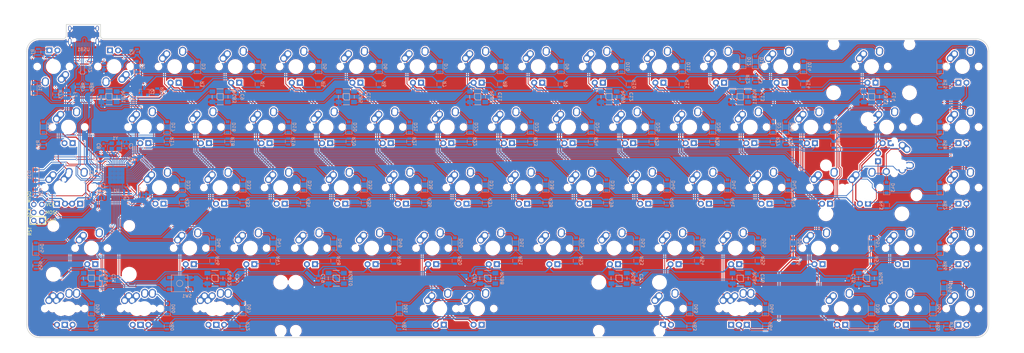
<source format=kicad_pcb>
(kicad_pcb (version 20171130) (host pcbnew "(5.1.5)-3")
  (layers (0 F.Cu signal) (31 B.Cu signal) (34 B.Paste user hide) (35 F.Paste user hide) (36 B.SilkS user hide) (37 F.SilkS user hide) (38 B.Mask user hide) (39 F.Mask user hide) (44 Edge.Cuts user))
  (net 0 "")
  (net 1 "Net-(D1-Pad2)")
  (net 2 "Net-(D2-Pad2)")
  (net 3 "Net-(D3-Pad2)")
  (net 4 "Net-(D4-Pad2)")
  (net 5 "Net-(D5-Pad2)")
  (net 6 "Net-(D6-Pad2)")
  (net 7 "Net-(D7-Pad2)")
  (net 8 "Net-(D8-Pad2)")
  (net 9 "Net-(D9-Pad2)")
  (net 10 "Net-(D10-Pad2)")
  (net 11 "Net-(D11-Pad2)")
  (net 12 "Net-(D12-Pad2)")
  (net 13 "Net-(D13-Pad2)")
  (net 14 "Net-(D14-Pad2)")
  (net 15 "Net-(D16-Pad2)")
  (net 16 "Net-(D17-Pad2)")
  (net 17 "Net-(D18-Pad2)")
  (net 18 "Net-(D19-Pad2)")
  (net 19 "Net-(D20-Pad2)")
  (net 20 "Net-(D21-Pad2)")
  (net 21 "Net-(D22-Pad2)")
  (net 22 "Net-(D23-Pad2)")
  (net 23 "Net-(D24-Pad2)")
  (net 24 "Net-(D25-Pad2)")
  (net 25 "Net-(D26-Pad2)")
  (net 26 "Net-(D27-Pad2)")
  (net 27 "Net-(D28-Pad2)")
  (net 28 "Net-(D29-Pad2)")
  (net 29 "Net-(D30-Pad2)")
  (net 30 "Net-(D31-Pad2)")
  (net 31 "Net-(D32-Pad2)")
  (net 32 "Net-(D33-Pad2)")
  (net 33 "Net-(D34-Pad2)")
  (net 34 "Net-(D35-Pad2)")
  (net 35 "Net-(D36-Pad2)")
  (net 36 "Net-(D37-Pad2)")
  (net 37 "Net-(D38-Pad2)")
  (net 38 "Net-(D39-Pad2)")
  (net 39 "Net-(D40-Pad2)")
  (net 40 "Net-(D41-Pad2)")
  (net 41 "Net-(D42-Pad2)")
  (net 42 "Net-(D43-Pad2)")
  (net 43 "Net-(D45-Pad2)")
  (net 44 "Net-(D46-Pad2)")
  (net 45 "Net-(D47-Pad2)")
  (net 46 "Net-(D48-Pad2)")
  (net 47 "Net-(D49-Pad2)")
  (net 48 "Net-(D50-Pad2)")
  (net 49 "Net-(D51-Pad2)")
  (net 50 "Net-(D52-Pad2)")
  (net 51 "Net-(D53-Pad2)")
  (net 52 "Net-(D54-Pad2)")
  (net 53 "Net-(D55-Pad2)")
  (net 54 "Net-(D56-Pad2)")
  (net 55 "Net-(D57-Pad2)")
  (net 56 "Net-(D58-Pad2)")
  (net 57 "Net-(D59-Pad2)")
  (net 58 "Net-(D60-Pad2)")
  (net 59 "Net-(D61-Pad2)")
  (net 60 "Net-(D62-Pad2)")
  (net 61 "Net-(D63-Pad2)")
  (net 62 "Net-(D64-Pad2)")
  (net 63 "Net-(D65-Pad2)")
  (net 64 "Net-(K_#1-Pad4)")
  (net 65 "Net-(K_#2-Pad4)")
  (net 66 "Net-(K_#3-Pad4)")
  (net 67 "Net-(K_#4-Pad4)")
  (net 68 "Net-(K_#5-Pad4)")
  (net 69 "Net-(K_#6-Pad4)")
  (net 70 "Net-(K_#7-Pad4)")
  (net 71 "Net-(K_#8-Pad4)")
  (net 72 "Net-(K_#9-Pad4)")
  (net 73 "Net-(K_#10-Pad4)")
  (net 74 "Net-(K_'1-Pad4)")
  (net 75 "Net-(K_,1-Pad4)")
  (net 76 "Net-(K_-1-Pad4)")
  (net 77 "Net-(K_.1-Pad4)")
  (net 78 "Net-(K_/1-Pad4)")
  (net 79 "Net-(K_;1-Pad4)")
  (net 80 "Net-(K_=1-Pad4)")
  (net 81 "Net-(K_A1-Pad4)")
  (net 82 "Net-(K_ALT1-Pad4)")
  (net 83 "Net-(K_B1-Pad4)")
  (net 84 "Net-(K_BACK1-Pad4)")
  (net 85 "Net-(K_C1-Pad4)")
  (net 86 "Net-(K_CAPS1-Pad4)")
  (net 87 "Net-(K_CTRL1-Pad4)")
  (net 88 "Net-(K_D1-Pad4)")
  (net 89 "Net-(K_E1-Pad4)")
  (net 90 "Net-(K_ENTER1-Pad4)")
  (net 91 "Net-(K_ESC1-Pad4)")
  (net 92 "Net-(K_F1-Pad4)")
  (net 93 "Net-(K_G1-Pad4)")
  (net 94 "Net-(K_H1-Pad4)")
  (net 95 "Net-(K_I1-Pad4)")
  (net 96 "Net-(K_J1-Pad4)")
  (net 97 "Net-(K_K1-Pad4)")
  (net 98 "Net-(K_L1-Pad4)")
  (net 99 "Net-(K_M1-Pad4)")
  (net 100 "Net-(K_N1-Pad4)")
  (net 101 "Net-(K_O1-Pad4)")
  (net 102 "Net-(K_P1-Pad4)")
  (net 103 "Net-(K_Q1-Pad4)")
  (net 104 "Net-(K_R1-Pad4)")
  (net 105 "Net-(K_S1-Pad4)")
  (net 106 "Net-(K_SHIFT1-Pad4)")
  (net 107 "Net-(K_SPACE1-Pad4)")
  (net 108 "Net-(K_T1-Pad4)")
  (net 109 "Net-(K_TAB1-Pad4)")
  (net 110 "Net-(K_U1-Pad4)")
  (net 111 "Net-(K_V1-Pad4)")
  (net 112 "Net-(K_W1-Pad4)")
  (net 113 "Net-(K_X1-Pad4)")
  (net 114 "Net-(K_Y1-Pad4)")
  (net 115 "Net-(K_Z1-Pad4)")
  (net 116 "Net-(K_[1-Pad4)")
  (net 117 "Net-(K_\\1-Pad4)")
  (net 118 "Net-(K_]1-Pad4)")
  (net 119 ROW0)
  (net 120 ROW1)
  (net 121 ROW2)
  (net 122 ROW3)
  (net 123 ROW4)
  (net 124 COL1)
  (net 125 +5V)
  (net 126 COL2)
  (net 127 COL3)
  (net 128 COL4)
  (net 129 COL5)
  (net 130 COL6)
  (net 131 COL7)
  (net 132 COL8)
  (net 133 COL9)
  (net 134 COL10)
  (net 135 COL11)
  (net 136 COL12)
  (net 137 COL13)
  (net 138 COL0)
  (net 139 LEDGND)
  (net 140 GND)
  (net 141 "Net-(R68-Pad2)")
  (net 142 "Net-(R67-Pad2)")
  (net 143 VCC)
  (net 144 "Net-(C6-Pad1)")
  (net 145 "Net-(C7-Pad1)")
  (net 146 "Net-(C8-Pad1)")
  (net 147 D-)
  (net 148 D+)
  (net 149 "Net-(Q1-Pad1)")
  (net 150 "Net-(R69-Pad2)")
  (net 151 "Net-(R70-Pad2)")
  (net 152 "Net-(R71-Pad2)")
  (net 153 "Net-(U1-Pad1)")
  (net 154 "Net-(U1-Pad8)")
  (net 155 "Net-(U1-Pad42)")
  (net 156 "Net-(D67-Pad2)")
  (net 157 "Net-(R73-Pad2)")
  (net 158 "Net-(R74-Pad2)")
  (net 159 "Net-(USB1-Pad9)")
  (net 160 "Net-(USB1-Pad3)")
  (net 161 "Net-(K_RALT2-Pad4)")
  (net 162 "Net-(K_RALT3-Pad4)")
  (net 163 "Net-(K_RCTRL2-Pad4)")
  (net 164 "Net-(K_RMENU2-Pad4)")
  (net 165 "Net-(K_WIN1-Pad4)")
  (net 166 "Net-(K_SRSHIFT2-Pad4)")
  (net 167 "Net-(RGB1-Pad2)")
  (net 168 RGBLED)
  (net 169 "Net-(RGB13-Pad2)")
  (net 170 "Net-(RGB2-Pad2)")
  (net 171 "Net-(RGB3-Pad2)")
  (net 172 "Net-(RGB4-Pad2)")
  (net 173 "Net-(RGB5-Pad2)")
  (net 174 "Net-(RGB6-Pad2)")
  (net 175 "Net-(RGB7-Pad2)")
  (net 176 "Net-(RGB10-Pad4)")
  (net 177 "Net-(RGB11-Pad4)")
  (net 178 "Net-(RGB10-Pad2)")
  (net 179 "Net-(RGB11-Pad2)")
  (net 180 "Net-(RGB12-Pad2)")
  (net 181 "Net-(RGB14-Pad2)")
  (net 182 "Net-(K_FNC1-Pad4)")
  (net 183 "Net-(D15-Pad2)")
  (net 184 "Net-(K_FNC2-Pad4)")
  (net 185 "Net-(K_FNC3-Pad4)")
  (net 186 "Net-(K_FNC4-Pad4)")
  (net 187 "Net-(D66-Pad2)")
  (net 188 "Net-(K_FNC5-Pad4)")
  (net 189 "Net-(D69-Pad2)")
  (net 190 CapLockLed)
  (net 191 COL14)
  (net 192 "Net-(K_SRSHIFT1-Pad4)")
  (module random-keyboard-parts:Reset_Pretty (layer F.Cu) (at 26.85 77.7)
    (fp_text reference U3)
    (fp_text value STF202-22T1G)
    (fp_text user GND (at 4.25 2.5) (layer F.SilkS))
    (fp_text user RST (at -2.46 5.95 90) (layer F.SilkS))
    (fp_text user MOSI (at 4.25 0) (layer F.SilkS))
    (fp_text user SCK (at -2.67 -0.09 90) (layer F.SilkS))
    (fp_text user VCC (at 4 -2.5) (layer F.SilkS))
    (fp_text user MISO (at -2.66 -4.87 90) (layer F.SilkS))
    (pad 1 thru_hole circle (at -1.27 -2.54) (size 1.7 1.7) (drill 1) (layers *.Cu *.Mask) (net 121 ROW2))
    (pad 2 thru_hole circle (at 1.27 -2.54) (size 1.7 1.7) (drill 1) (layers *.Cu *.Mask) (net 125 +5V))
    (pad 3 thru_hole circle (at -1.27 0) (size 1.7 1.7) (drill 1) (layers *.Cu *.Mask) (net 119 ROW0))
    (pad 4 thru_hole circle (at 1.27 0) (size 1.7 1.7) (drill 1) (layers *.Cu *.Mask) (net 120 ROW1))
    (pad 5 thru_hole circle (at -1.27 2.54) (size 1.7 1.7) (drill 1) (layers *.Cu *.Mask) (net 151 "Net-(R70-Pad2)"))
    (pad 6 thru_hole rect (at 1.27 2.54) (size 1.7 1.7) (drill 1) (layers *.Cu *.Mask) (net 140 GND))
  )
  (module MX_Alps_Hybrid:MX-1.5U (layer F.Cu) (at 36.5125 50.8)
    (fp_text reference K_TAB1)
    (fp_text value MX-1.5U)
    (pad 2 thru_hole oval (at 2.5 -4.5 86.0548) (size 2.831378 2.25) (drill 1.47 (offset 0.290689 0)) (layers *.Cu B.Mask) (net 15 "Net-(D16-Pad2)"))
    (pad 2 thru_hole circle (at 2.54 -5.08) (size 2.25 2.25) (drill 1.47) (layers *.Cu B.Mask) (net 15 "Net-(D16-Pad2)"))
    (pad 1 thru_hole oval (at -3.81 -2.54 48.0996) (size 4.211556 2.25) (drill 1.47 (offset 0.980778 0)) (layers *.Cu B.Mask) (net 138 COL0))
    (pad "" np_thru_hole circle (at 0 0) (size 3.9878 3.9878) (drill 3.9878) (layers *.Cu *.Mask))
    (pad 1 thru_hole circle (at -2.5 -4) (size 2.25 2.25) (drill 1.47) (layers *.Cu B.Mask) (net 138 COL0))
    (pad 3 thru_hole circle (at -1.27 5.08) (size 1.905 1.905) (drill 1.04) (layers *.Cu B.Mask) (net 125 +5V))
    (pad 4 thru_hole rect (at 1.27 5.08) (size 1.905 1.905) (drill 1.04) (layers *.Cu B.Mask) (net 109 "Net-(K_TAB1-Pad4)"))
    (pad "" np_thru_hole circle (at -5.08 0 48.0996) (size 1.75 1.75) (drill 1.75) (layers *.Cu *.Mask))
    (pad "" np_thru_hole circle (at 5.08 0 48.0996) (size 1.75 1.75) (drill 1.75) (layers *.Cu *.Mask))
  )
  (module MX_Alps_Hybrid:MX-1U-FLIPPED (layer F.Cu) (at 317.5 50.8)
    (fp_text reference K_FNC2)
    (fp_text value MX-1U)
    (pad 2 thru_hole oval (at 2.5 -4.5 86.0548) (size 2.831378 2.25) (drill 1.47 (offset 0.290689 0)) (layers *.Cu B.Mask) (net 56 "Net-(D58-Pad2)"))
    (pad 2 thru_hole circle (at 2.54 -5.08) (size 2.25 2.25) (drill 1.47) (layers *.Cu B.Mask) (net 56 "Net-(D58-Pad2)"))
    (pad 1 thru_hole oval (at -3.81 -2.54 48.0996) (size 4.211556 2.25) (drill 1.47 (offset 0.980778 0)) (layers *.Cu B.Mask) (net 191 COL14))
    (pad "" np_thru_hole circle (at 0 0) (size 3.9878 3.9878) (drill 3.9878) (layers *.Cu *.Mask))
    (pad 1 thru_hole circle (at -2.5 -4) (size 2.25 2.25) (drill 1.47) (layers *.Cu B.Mask) (net 191 COL14))
    (pad 3 thru_hole circle (at 1.27 5.08) (size 1.905 1.905) (drill 1.04) (layers *.Cu B.Mask) (net 125 +5V))
    (pad 4 thru_hole rect (at -1.27 5.08) (size 1.905 1.905) (drill 1.04) (layers *.Cu B.Mask) (net 184 "Net-(K_FNC2-Pad4)"))
    (pad "" np_thru_hole circle (at -5.08 0 48.0996) (size 1.75 1.75) (drill 1.75) (layers *.Cu *.Mask))
    (pad "" np_thru_hole circle (at 5.08 0 48.0996) (size 1.75 1.75) (drill 1.75) (layers *.Cu *.Mask))
  )
  (module MX_Alps_Hybrid:MX-1U-FLIPPED (layer F.Cu) (at 317.5 107.95)
    (fp_text reference K_FNC5)
    (fp_text value MX-1U)
    (pad 2 thru_hole oval (at 2.5 -4.5 86.0548) (size 2.831378 2.25) (drill 1.47 (offset 0.290689 0)) (layers *.Cu B.Mask) (net 189 "Net-(D69-Pad2)"))
    (pad 2 thru_hole circle (at 2.54 -5.08) (size 2.25 2.25) (drill 1.47) (layers *.Cu B.Mask) (net 189 "Net-(D69-Pad2)"))
    (pad 1 thru_hole oval (at -3.81 -2.54 48.0996) (size 4.211556 2.25) (drill 1.47 (offset 0.980778 0)) (layers *.Cu B.Mask) (net 191 COL14))
    (pad "" np_thru_hole circle (at 0 0) (size 3.9878 3.9878) (drill 3.9878) (layers *.Cu *.Mask))
    (pad 1 thru_hole circle (at -2.5 -4) (size 2.25 2.25) (drill 1.47) (layers *.Cu B.Mask) (net 191 COL14))
    (pad 3 thru_hole circle (at 1.27 5.08) (size 1.905 1.905) (drill 1.04) (layers *.Cu B.Mask) (net 125 +5V))
    (pad 4 thru_hole rect (at -1.27 5.08) (size 1.905 1.905) (drill 1.04) (layers *.Cu B.Mask) (net 188 "Net-(K_FNC5-Pad4)"))
    (pad "" np_thru_hole circle (at -5.08 0 48.0996) (size 1.75 1.75) (drill 1.75) (layers *.Cu *.Mask))
    (pad "" np_thru_hole circle (at 5.08 0 48.0996) (size 1.75 1.75) (drill 1.75) (layers *.Cu *.Mask))
  )
  (module MX_Alps_Hybrid:MX-1U-FLIPPED (layer F.Cu) (at 317.5 88.9)
    (fp_text reference K_FNC4)
    (fp_text value MX-1U)
    (pad 2 thru_hole oval (at 2.5 -4.5 86.0548) (size 2.831378 2.25) (drill 1.47 (offset 0.290689 0)) (layers *.Cu B.Mask) (net 187 "Net-(D66-Pad2)"))
    (pad 2 thru_hole circle (at 2.54 -5.08) (size 2.25 2.25) (drill 1.47) (layers *.Cu B.Mask) (net 187 "Net-(D66-Pad2)"))
    (pad 1 thru_hole oval (at -3.81 -2.54 48.0996) (size 4.211556 2.25) (drill 1.47 (offset 0.980778 0)) (layers *.Cu B.Mask) (net 191 COL14))
    (pad "" np_thru_hole circle (at 0 0) (size 3.9878 3.9878) (drill 3.9878) (layers *.Cu *.Mask))
    (pad 1 thru_hole circle (at -2.5 -4) (size 2.25 2.25) (drill 1.47) (layers *.Cu B.Mask) (net 191 COL14))
    (pad 3 thru_hole circle (at 1.27 5.08) (size 1.905 1.905) (drill 1.04) (layers *.Cu B.Mask) (net 125 +5V))
    (pad 4 thru_hole rect (at -1.27 5.08) (size 1.905 1.905) (drill 1.04) (layers *.Cu B.Mask) (net 186 "Net-(K_FNC4-Pad4)"))
    (pad "" np_thru_hole circle (at -5.08 0 48.0996) (size 1.75 1.75) (drill 1.75) (layers *.Cu *.Mask))
    (pad "" np_thru_hole circle (at 5.08 0 48.0996) (size 1.75 1.75) (drill 1.75) (layers *.Cu *.Mask))
  )
  (module MX_Alps_Hybrid:MX-1U-FLIPPED (layer F.Cu) (at 317.5 69.85)
    (fp_text reference K_FNC3)
    (fp_text value MX-1U)
    (pad 2 thru_hole oval (at 2.5 -4.5 86.0548) (size 2.831378 2.25) (drill 1.47 (offset 0.290689 0)) (layers *.Cu B.Mask) (net 60 "Net-(D62-Pad2)"))
    (pad 2 thru_hole circle (at 2.54 -5.08) (size 2.25 2.25) (drill 1.47) (layers *.Cu B.Mask) (net 60 "Net-(D62-Pad2)"))
    (pad 1 thru_hole oval (at -3.81 -2.54 48.0996) (size 4.211556 2.25) (drill 1.47 (offset 0.980778 0)) (layers *.Cu B.Mask) (net 191 COL14))
    (pad "" np_thru_hole circle (at 0 0) (size 3.9878 3.9878) (drill 3.9878) (layers *.Cu *.Mask))
    (pad 1 thru_hole circle (at -2.5 -4) (size 2.25 2.25) (drill 1.47) (layers *.Cu B.Mask) (net 191 COL14))
    (pad 3 thru_hole circle (at 1.27 5.08) (size 1.905 1.905) (drill 1.04) (layers *.Cu B.Mask) (net 125 +5V))
    (pad 4 thru_hole rect (at -1.27 5.08) (size 1.905 1.905) (drill 1.04) (layers *.Cu B.Mask) (net 185 "Net-(K_FNC3-Pad4)"))
    (pad "" np_thru_hole circle (at -5.08 0 48.0996) (size 1.75 1.75) (drill 1.75) (layers *.Cu *.Mask))
    (pad "" np_thru_hole circle (at 5.08 0 48.0996) (size 1.75 1.75) (drill 1.75) (layers *.Cu *.Mask))
  )
  (module MX_Alps_Hybrid:MX-1U-FLIPPED (layer F.Cu) (at 317.5 31.75)
    (fp_text reference K_FNC1)
    (fp_text value MX-1U)
    (pad 2 thru_hole oval (at 2.5 -4.5 86.0548) (size 2.831378 2.25) (drill 1.47 (offset 0.290689 0)) (layers *.Cu B.Mask) (net 183 "Net-(D15-Pad2)"))
    (pad 2 thru_hole circle (at 2.54 -5.08) (size 2.25 2.25) (drill 1.47) (layers *.Cu B.Mask) (net 183 "Net-(D15-Pad2)"))
    (pad 1 thru_hole oval (at -3.81 -2.54 48.0996) (size 4.211556 2.25) (drill 1.47 (offset 0.980778 0)) (layers *.Cu B.Mask) (net 191 COL14))
    (pad "" np_thru_hole circle (at 0 0) (size 3.9878 3.9878) (drill 3.9878) (layers *.Cu *.Mask))
    (pad 1 thru_hole circle (at -2.5 -4) (size 2.25 2.25) (drill 1.47) (layers *.Cu B.Mask) (net 191 COL14))
    (pad 3 thru_hole circle (at 1.27 5.08) (size 1.905 1.905) (drill 1.04) (layers *.Cu B.Mask) (net 125 +5V))
    (pad 4 thru_hole rect (at -1.27 5.08) (size 1.905 1.905) (drill 1.04) (layers *.Cu B.Mask) (net 182 "Net-(K_FNC1-Pad4)"))
    (pad "" np_thru_hole circle (at -5.08 0 48.0996) (size 1.75 1.75) (drill 1.75) (layers *.Cu *.Mask))
    (pad "" np_thru_hole circle (at 5.08 0 48.0996) (size 1.75 1.75) (drill 1.75) (layers *.Cu *.Mask))
  )
  (module Crystal:Crystal_SMD_3225-4Pin_3.2x2.5mm (layer B.Cu) (at 51.181 56.769 180)
    (fp_text reference Y1 (at 0 2.45) (layer B.SilkS) (effects (justify mirror)))
    (fp_text value 16Mhz)
    (pad 4 smd rect (at -1.1 0.85 180) (size 1.4 1.2) (layers B.Cu B.Paste B.Mask) (net 140 GND))
    (pad 3 smd rect (at 1.1 0.85 180) (size 1.4 1.2) (layers B.Cu B.Paste B.Mask) (net 146 "Net-(C8-Pad1)"))
    (pad 2 smd rect (at 1.1 -0.85 180) (size 1.4 1.2) (layers B.Cu B.Paste B.Mask) (net 140 GND))
    (pad 1 smd rect (at -1.1 -0.85 180) (size 1.4 1.2) (layers B.Cu B.Paste B.Mask) (net 145 "Net-(C7-Pad1)"))
  )
  (module random-keyboard-parts:R_0805 (layer B.Cu) (at 312.55 113.52 90)
    (fp_text reference R76 (at 0 1.65 90) (layer B.SilkS) (effects (justify mirror)))
    (fp_text value 1k)
    (pad 1 smd rect (at -0.95 0 90) (size 0.7 1.3) (layers B.Cu B.Paste B.Mask) (net 188 "Net-(K_FNC5-Pad4)"))
    (pad 2 smd rect (at 0.95 0 90) (size 0.7 1.3) (layers B.Cu B.Paste B.Mask) (net 139 LEDGND))
  )
  (module random-keyboard-parts:R_0805 (layer B.Cu) (at 47.625 31.75 90)
    (fp_text reference R74 (at 0 1.65 90) (layer B.SilkS) (effects (justify mirror)))
    (fp_text value 5.1k)
    (pad 1 smd rect (at -0.95 0 90) (size 0.7 1.3) (layers B.Cu B.Paste B.Mask) (net 140 GND))
    (pad 2 smd rect (at 0.95 0 90) (size 0.7 1.3) (layers B.Cu B.Paste B.Mask) (net 158 "Net-(R74-Pad2)"))
  )
  (module random-keyboard-parts:R_0805 (layer B.Cu) (at 32.385 40.48125 90)
    (fp_text reference R73 (at 0 1.65 90) (layer B.SilkS) (effects (justify mirror)))
    (fp_text value 5.1k)
    (pad 1 smd rect (at -0.95 0 90) (size 0.7 1.3) (layers B.Cu B.Paste B.Mask) (net 140 GND))
    (pad 2 smd rect (at 0.95 0 90) (size 0.7 1.3) (layers B.Cu B.Paste B.Mask) (net 157 "Net-(R73-Pad2)"))
  )
  (module random-keyboard-parts:R_0805 (layer B.Cu) (at 91.28125 113.50625 90)
    (fp_text reference R72 (at 0 1.65 90) (layer B.SilkS) (effects (justify mirror)))
    (fp_text value 1k)
    (pad 1 smd rect (at -0.95 0 90) (size 0.7 1.3) (layers B.Cu B.Paste B.Mask) (net 82 "Net-(K_ALT1-Pad4)"))
    (pad 2 smd rect (at 0.95 0 90) (size 0.7 1.3) (layers B.Cu B.Paste B.Mask) (net 139 LEDGND))
  )
  (module random-keyboard-parts:R_0805 (layer B.Cu) (at 59.944 72.009 180)
    (fp_text reference R71 (at 0 1.65) (layer B.SilkS) (effects (justify mirror)))
    (fp_text value 1k)
    (pad 1 smd rect (at -0.95 0 180) (size 0.7 1.3) (layers B.Cu B.Paste B.Mask) (net 140 GND))
    (pad 2 smd rect (at 0.95 0 180) (size 0.7 1.3) (layers B.Cu B.Paste B.Mask) (net 152 "Net-(R71-Pad2)"))
  )
  (module random-keyboard-parts:R_0805 (layer B.Cu) (at 46.83125 73.025 180)
    (fp_text reference R70 (at 0 1.65) (layer B.SilkS) (effects (justify mirror)))
    (fp_text value 10k)
    (pad 1 smd rect (at -0.95 0 180) (size 0.7 1.3) (layers B.Cu B.Paste B.Mask) (net 125 +5V))
    (pad 2 smd rect (at 0.95 0 180) (size 0.7 1.3) (layers B.Cu B.Paste B.Mask) (net 151 "Net-(R70-Pad2)"))
  )
  (module random-keyboard-parts:R_0805 (layer B.Cu) (at 64.389 39.624 90)
    (fp_text reference R69 (at 0 1.65 90) (layer B.SilkS) (effects (justify mirror)))
    (fp_text value 1k)
    (pad 1 smd rect (at -0.95 0 90) (size 0.7 1.3) (layers B.Cu B.Paste B.Mask) (net 149 "Net-(Q1-Pad1)"))
    (pad 2 smd rect (at 0.95 0 90) (size 0.7 1.3) (layers B.Cu B.Paste B.Mask) (net 150 "Net-(R69-Pad2)"))
  )
  (module random-keyboard-parts:R_0805 (layer B.Cu) (at 42.291 38.227 90)
    (fp_text reference R68 (at 0 1.65 90) (layer B.SilkS) (effects (justify mirror)))
    (fp_text value 22)
    (pad 1 smd rect (at -0.95 0 90) (size 0.7 1.3) (layers B.Cu B.Paste B.Mask) (net 148 D+))
    (pad 2 smd rect (at 0.95 0 90) (size 0.7 1.3) (layers B.Cu B.Paste B.Mask) (net 141 "Net-(R68-Pad2)"))
  )
  (module random-keyboard-parts:R_0805 (layer B.Cu) (at 39.497 38.227 90)
    (fp_text reference R67 (at 0 1.65 90) (layer B.SilkS) (effects (justify mirror)))
    (fp_text value 22)
    (pad 1 smd rect (at -0.95 0 90) (size 0.7 1.3) (layers B.Cu B.Paste B.Mask) (net 147 D-))
    (pad 2 smd rect (at 0.95 0 90) (size 0.7 1.3) (layers B.Cu B.Paste B.Mask) (net 142 "Net-(R67-Pad2)"))
  )
  (module random-keyboard-parts:R_0805 (layer B.Cu) (at 310.4925 94.45625 90)
    (fp_text reference R66 (at 0 1.65 90) (layer B.SilkS) (effects (justify mirror)))
    (fp_text value 1k)
    (pad 1 smd rect (at -0.95 0 90) (size 0.7 1.3) (layers B.Cu B.Paste B.Mask) (net 186 "Net-(K_FNC4-Pad4)"))
    (pad 2 smd rect (at 0.95 0 90) (size 0.7 1.3) (layers B.Cu B.Paste B.Mask) (net 139 LEDGND))
  )
  (module random-keyboard-parts:R_0805 (layer B.Cu) (at 308.2125 113.50625 90)
    (fp_text reference R65 (at 0 1.65 90) (layer B.SilkS) (effects (justify mirror)))
    (fp_text value 1k)
    (pad 1 smd rect (at -0.95 0 90) (size 0.7 1.3) (layers B.Cu B.Paste B.Mask) (net 163 "Net-(K_RCTRL2-Pad4)"))
    (pad 2 smd rect (at 0.95 0 90) (size 0.7 1.3) (layers B.Cu B.Paste B.Mask) (net 139 LEDGND))
  )
  (module random-keyboard-parts:R_0805 (layer B.Cu) (at 255.5875 113.50625 90)
    (fp_text reference R64 (at 0 1.65 90) (layer B.SilkS) (effects (justify mirror)))
    (fp_text value 1k)
    (pad 1 smd rect (at -0.95 0 90) (size 0.7 1.3) (layers B.Cu B.Paste B.Mask) (net 162 "Net-(K_RALT3-Pad4)"))
    (pad 2 smd rect (at 0.95 0 90) (size 0.7 1.3) (layers B.Cu B.Paste B.Mask) (net 139 LEDGND))
  )
  (module random-keyboard-parts:R_0805 (layer B.Cu) (at 231.775 113.50625 90)
    (fp_text reference R63 (at 0 1.65 90) (layer B.SilkS) (effects (justify mirror)))
    (fp_text value 1k)
    (pad 1 smd rect (at -0.95 0 90) (size 0.7 1.3) (layers B.Cu B.Paste B.Mask) (net 161 "Net-(K_RALT2-Pad4)"))
    (pad 2 smd rect (at 0.95 0 90) (size 0.7 1.3) (layers B.Cu B.Paste B.Mask) (net 139 LEDGND))
  )
  (module random-keyboard-parts:R_0805 (layer B.Cu) (at 310.4925 75.40625 90)
    (fp_text reference R62 (at 0 1.65 90) (layer B.SilkS) (effects (justify mirror)))
    (fp_text value 1k)
    (pad 1 smd rect (at -0.95 0 90) (size 0.7 1.3) (layers B.Cu B.Paste B.Mask) (net 185 "Net-(K_FNC3-Pad4)"))
    (pad 2 smd rect (at 0.95 0 90) (size 0.7 1.3) (layers B.Cu B.Paste B.Mask) (net 139 LEDGND))
  )
  (module random-keyboard-parts:R_0805 (layer B.Cu) (at 140.49375 113.50625 90)
    (fp_text reference R61 (at 0 1.65 90) (layer B.SilkS) (effects (justify mirror)))
    (fp_text value 1k)
    (pad 1 smd rect (at -0.95 0 90) (size 0.7 1.3) (layers B.Cu B.Paste B.Mask) (net 107 "Net-(K_SPACE1-Pad4)"))
    (pad 2 smd rect (at 0.95 0 90) (size 0.7 1.3) (layers B.Cu B.Paste B.Mask) (net 139 LEDGND))
  )
  (module random-keyboard-parts:R_0805 (layer B.Cu) (at 67.46875 113.50625 90)
    (fp_text reference R60 (at 0 1.65 90) (layer B.SilkS) (effects (justify mirror)))
    (fp_text value 1k)
    (pad 1 smd rect (at -0.95 0 90) (size 0.7 1.3) (layers B.Cu B.Paste B.Mask) (net 165 "Net-(K_WIN1-Pad4)"))
    (pad 2 smd rect (at 0.95 0 90) (size 0.7 1.3) (layers B.Cu B.Paste B.Mask) (net 139 LEDGND))
  )
  (module random-keyboard-parts:R_0805 (layer B.Cu) (at 43.65625 113.50625 90)
    (fp_text reference R59 (at 0 1.65 90) (layer B.SilkS) (effects (justify mirror)))
    (fp_text value 1k)
    (pad 1 smd rect (at -0.95 0 90) (size 0.7 1.3) (layers B.Cu B.Paste B.Mask) (net 87 "Net-(K_CTRL1-Pad4)"))
    (pad 2 smd rect (at 0.95 0 90) (size 0.7 1.3) (layers B.Cu B.Paste B.Mask) (net 139 LEDGND))
  )
  (module random-keyboard-parts:R_0805 (layer B.Cu) (at 310.4925 56.35625 90)
    (fp_text reference R58 (at 0 1.65 90) (layer B.SilkS) (effects (justify mirror)))
    (fp_text value 1k)
    (pad 1 smd rect (at -0.95 0 90) (size 0.7 1.3) (layers B.Cu B.Paste B.Mask) (net 184 "Net-(K_FNC2-Pad4)"))
    (pad 2 smd rect (at 0.95 0 90) (size 0.7 1.3) (layers B.Cu B.Paste B.Mask) (net 139 LEDGND))
  )
  (module random-keyboard-parts:R_0805 (layer B.Cu) (at 288.925 92.86875 90)
    (fp_text reference R57 (at 0 1.65 90) (layer B.SilkS) (effects (justify mirror)))
    (fp_text value 1k)
    (pad 1 smd rect (at -0.95 0 90) (size 0.7 1.3) (layers B.Cu B.Paste B.Mask) (net 166 "Net-(K_SRSHIFT2-Pad4)"))
    (pad 2 smd rect (at 0.95 0 90) (size 0.7 1.3) (layers B.Cu B.Paste B.Mask) (net 139 LEDGND))
  )
  (module random-keyboard-parts:R_0805 (layer B.Cu) (at 264.31875 92.86875 90)
    (fp_text reference R56 (at 0 1.65 90) (layer B.SilkS) (effects (justify mirror)))
    (fp_text value 1k)
    (pad 1 smd rect (at -0.95 0 90) (size 0.7 1.3) (layers B.Cu B.Paste B.Mask) (net 192 "Net-(K_SRSHIFT1-Pad4)"))
    (pad 2 smd rect (at 0.95 0 90) (size 0.7 1.3) (layers B.Cu B.Paste B.Mask) (net 139 LEDGND))
  )
  (module random-keyboard-parts:R_0805 (layer B.Cu) (at 253.20625 92.86875 90)
    (fp_text reference R55 (at 0 1.65 90) (layer B.SilkS) (effects (justify mirror)))
    (fp_text value 1k)
    (pad 1 smd rect (at -0.95 0 90) (size 0.7 1.3) (layers B.Cu B.Paste B.Mask) (net 78 "Net-(K_/1-Pad4)"))
    (pad 2 smd rect (at 0.95 0 90) (size 0.7 1.3) (layers B.Cu B.Paste B.Mask) (net 139 LEDGND))
  )
  (module random-keyboard-parts:R_0805 (layer B.Cu) (at 234.15625 92.86875 90)
    (fp_text reference R54 (at 0 1.65 90) (layer B.SilkS) (effects (justify mirror)))
    (fp_text value 1k)
    (pad 1 smd rect (at -0.95 0 90) (size 0.7 1.3) (layers B.Cu B.Paste B.Mask) (net 77 "Net-(K_.1-Pad4)"))
    (pad 2 smd rect (at 0.95 0 90) (size 0.7 1.3) (layers B.Cu B.Paste B.Mask) (net 139 LEDGND))
  )
  (module random-keyboard-parts:R_0805 (layer B.Cu) (at 215.10625 92.86875 90)
    (fp_text reference R53 (at 0 1.65 90) (layer B.SilkS) (effects (justify mirror)))
    (fp_text value 1k)
    (pad 1 smd rect (at -0.95 0 90) (size 0.7 1.3) (layers B.Cu B.Paste B.Mask) (net 75 "Net-(K_,1-Pad4)"))
    (pad 2 smd rect (at 0.95 0 90) (size 0.7 1.3) (layers B.Cu B.Paste B.Mask) (net 139 LEDGND))
  )
  (module random-keyboard-parts:R_0805 (layer B.Cu) (at 196.05625 92.86875 90)
    (fp_text reference R52 (at 0 1.65 90) (layer B.SilkS) (effects (justify mirror)))
    (fp_text value 1k)
    (pad 1 smd rect (at -0.95 0 90) (size 0.7 1.3) (layers B.Cu B.Paste B.Mask) (net 99 "Net-(K_M1-Pad4)"))
    (pad 2 smd rect (at 0.95 0 90) (size 0.7 1.3) (layers B.Cu B.Paste B.Mask) (net 139 LEDGND))
  )
  (module random-keyboard-parts:R_0805 (layer B.Cu) (at 177.00625 92.86875 90)
    (fp_text reference R51 (at 0 1.65 90) (layer B.SilkS) (effects (justify mirror)))
    (fp_text value 1k)
    (pad 1 smd rect (at -0.95 0 90) (size 0.7 1.3) (layers B.Cu B.Paste B.Mask) (net 100 "Net-(K_N1-Pad4)"))
    (pad 2 smd rect (at 0.95 0 90) (size 0.7 1.3) (layers B.Cu B.Paste B.Mask) (net 139 LEDGND))
  )
  (module random-keyboard-parts:R_0805 (layer B.Cu) (at 157.95625 92.86875 90)
    (fp_text reference R50 (at 0 1.65 90) (layer B.SilkS) (effects (justify mirror)))
    (fp_text value 1k)
    (pad 1 smd rect (at -0.95 0 90) (size 0.7 1.3) (layers B.Cu B.Paste B.Mask) (net 83 "Net-(K_B1-Pad4)"))
    (pad 2 smd rect (at 0.95 0 90) (size 0.7 1.3) (layers B.Cu B.Paste B.Mask) (net 139 LEDGND))
  )
  (module random-keyboard-parts:R_0805 (layer B.Cu) (at 138.90625 92.86875 90)
    (fp_text reference R49 (at 0 1.65 90) (layer B.SilkS) (effects (justify mirror)))
    (fp_text value 1k)
    (pad 1 smd rect (at -0.95 0 90) (size 0.7 1.3) (layers B.Cu B.Paste B.Mask) (net 111 "Net-(K_V1-Pad4)"))
    (pad 2 smd rect (at 0.95 0 90) (size 0.7 1.3) (layers B.Cu B.Paste B.Mask) (net 139 LEDGND))
  )
  (module random-keyboard-parts:R_0805 (layer B.Cu) (at 119.85625 92.86875 90)
    (fp_text reference R48 (at 0 1.65 90) (layer B.SilkS) (effects (justify mirror)))
    (fp_text value 1k)
    (pad 1 smd rect (at -0.95 0 90) (size 0.7 1.3) (layers B.Cu B.Paste B.Mask) (net 85 "Net-(K_C1-Pad4)"))
    (pad 2 smd rect (at 0.95 0 90) (size 0.7 1.3) (layers B.Cu B.Paste B.Mask) (net 139 LEDGND))
  )
  (module random-keyboard-parts:R_0805 (layer B.Cu) (at 100.80625 92.86875 90)
    (fp_text reference R47 (at 0 1.65 90) (layer B.SilkS) (effects (justify mirror)))
    (fp_text value 1k)
    (pad 1 smd rect (at -0.95 0 90) (size 0.7 1.3) (layers B.Cu B.Paste B.Mask) (net 113 "Net-(K_X1-Pad4)"))
    (pad 2 smd rect (at 0.95 0 90) (size 0.7 1.3) (layers B.Cu B.Paste B.Mask) (net 139 LEDGND))
  )
  (module random-keyboard-parts:R_0805 (layer B.Cu) (at 81.75625 92.86875 90)
    (fp_text reference R46 (at 0 1.65 90) (layer B.SilkS) (effects (justify mirror)))
    (fp_text value 1k)
    (pad 1 smd rect (at -0.95 0 90) (size 0.7 1.3) (layers B.Cu B.Paste B.Mask) (net 115 "Net-(K_Z1-Pad4)"))
    (pad 2 smd rect (at 0.95 0 90) (size 0.7 1.3) (layers B.Cu B.Paste B.Mask) (net 139 LEDGND))
  )
  (module random-keyboard-parts:R_0805 (layer B.Cu) (at 26.19375 94.45625 90)
    (fp_text reference R45 (at 0 1.65 90) (layer B.SilkS) (effects (justify mirror)))
    (fp_text value 1k)
    (pad 1 smd rect (at -0.95 0 90) (size 0.7 1.3) (layers B.Cu B.Paste B.Mask) (net 106 "Net-(K_SHIFT1-Pad4)"))
    (pad 2 smd rect (at 0.95 0 90) (size 0.7 1.3) (layers B.Cu B.Paste B.Mask) (net 139 LEDGND))
  )
  (module random-keyboard-parts:R_0805 (layer B.Cu) (at 293.6875 75.40625 270)
    (fp_text reference R43 (at 0 1.65 90) (layer B.SilkS) (effects (justify mirror)))
    (fp_text value 1k)
    (pad 1 smd rect (at -0.95 0 270) (size 0.7 1.3) (layers B.Cu B.Paste B.Mask) (net 90 "Net-(K_ENTER1-Pad4)"))
    (pad 2 smd rect (at 0.95 0 270) (size 0.7 1.3) (layers B.Cu B.Paste B.Mask) (net 139 LEDGND))
  )
  (module random-keyboard-parts:R_0805 (layer B.Cu) (at 262.73125 74.6125 90)
    (fp_text reference R42 (at 0 1.65 90) (layer B.SilkS) (effects (justify mirror)))
    (fp_text value 1k)
    (pad 1 smd rect (at -0.95 0 90) (size 0.7 1.3) (layers B.Cu B.Paste B.Mask) (net 74 "Net-(K_'1-Pad4)"))
    (pad 2 smd rect (at 0.95 0 90) (size 0.7 1.3) (layers B.Cu B.Paste B.Mask) (net 139 LEDGND))
  )
  (module random-keyboard-parts:R_0805 (layer B.Cu) (at 243.68125 74.6125 90)
    (fp_text reference R41 (at 0 1.65 90) (layer B.SilkS) (effects (justify mirror)))
    (fp_text value 1k)
    (pad 1 smd rect (at -0.95 0 90) (size 0.7 1.3) (layers B.Cu B.Paste B.Mask) (net 79 "Net-(K_;1-Pad4)"))
    (pad 2 smd rect (at 0.95 0 90) (size 0.7 1.3) (layers B.Cu B.Paste B.Mask) (net 139 LEDGND))
  )
  (module random-keyboard-parts:R_0805 (layer B.Cu) (at 224.63125 74.6125 90)
    (fp_text reference R40 (at 0 1.65 90) (layer B.SilkS) (effects (justify mirror)))
    (fp_text value 1k)
    (pad 1 smd rect (at -0.95 0 90) (size 0.7 1.3) (layers B.Cu B.Paste B.Mask) (net 98 "Net-(K_L1-Pad4)"))
    (pad 2 smd rect (at 0.95 0 90) (size 0.7 1.3) (layers B.Cu B.Paste B.Mask) (net 139 LEDGND))
  )
  (module random-keyboard-parts:R_0805 (layer B.Cu) (at 205.58125 74.6125 90)
    (fp_text reference R39 (at 0 1.65 90) (layer B.SilkS) (effects (justify mirror)))
    (fp_text value 1k)
    (pad 1 smd rect (at -0.95 0 90) (size 0.7 1.3) (layers B.Cu B.Paste B.Mask) (net 97 "Net-(K_K1-Pad4)"))
    (pad 2 smd rect (at 0.95 0 90) (size 0.7 1.3) (layers B.Cu B.Paste B.Mask) (net 139 LEDGND))
  )
  (module random-keyboard-parts:R_0805 (layer B.Cu) (at 186.53125 74.6125 90)
    (fp_text reference R38 (at 0 1.65 90) (layer B.SilkS) (effects (justify mirror)))
    (fp_text value 1k)
    (pad 1 smd rect (at -0.95 0 90) (size 0.7 1.3) (layers B.Cu B.Paste B.Mask) (net 96 "Net-(K_J1-Pad4)"))
    (pad 2 smd rect (at 0.95 0 90) (size 0.7 1.3) (layers B.Cu B.Paste B.Mask) (net 139 LEDGND))
  )
  (module random-keyboard-parts:R_0805 (layer B.Cu) (at 167.48125 74.6125 90)
    (fp_text reference R37 (at 0 1.65 90) (layer B.SilkS) (effects (justify mirror)))
    (fp_text value 1k)
    (pad 1 smd rect (at -0.95 0 90) (size 0.7 1.3) (layers B.Cu B.Paste B.Mask) (net 94 "Net-(K_H1-Pad4)"))
    (pad 2 smd rect (at 0.95 0 90) (size 0.7 1.3) (layers B.Cu B.Paste B.Mask) (net 139 LEDGND))
  )
  (module random-keyboard-parts:R_0805 (layer B.Cu) (at 148.43125 74.6125 90)
    (fp_text reference R36 (at 0 1.65 90) (layer B.SilkS) (effects (justify mirror)))
    (fp_text value 1k)
    (pad 2 smd rect (at 0.95 0 90) (size 0.7 1.3) (layers B.Cu B.Paste B.Mask) (net 139 LEDGND))
    (pad 1 smd rect (at -0.95 0 90) (size 0.7 1.3) (layers B.Cu B.Paste B.Mask) (net 93 "Net-(K_G1-Pad4)"))
  )
  (module random-keyboard-parts:R_0805 (layer B.Cu) (at 129.38125 74.6125 90)
    (fp_text reference R35 (at 0 1.65 90) (layer B.SilkS) (effects (justify mirror)))
    (fp_text value 1k)
    (pad 1 smd rect (at -0.95 0 90) (size 0.7 1.3) (layers B.Cu B.Paste B.Mask) (net 92 "Net-(K_F1-Pad4)"))
    (pad 2 smd rect (at 0.95 0 90) (size 0.7 1.3) (layers B.Cu B.Paste B.Mask) (net 139 LEDGND))
  )
  (module random-keyboard-parts:R_0805 (layer B.Cu) (at 110.33125 74.6125 90)
    (fp_text reference R34 (at 0 1.65 90) (layer B.SilkS) (effects (justify mirror)))
    (fp_text value 1k)
    (pad 1 smd rect (at -0.95 0 90) (size 0.7 1.3) (layers B.Cu B.Paste B.Mask) (net 88 "Net-(K_D1-Pad4)"))
    (pad 2 smd rect (at 0.95 0 90) (size 0.7 1.3) (layers B.Cu B.Paste B.Mask) (net 139 LEDGND))
  )
  (module random-keyboard-parts:R_0805 (layer B.Cu) (at 91.28125 74.6125 90)
    (fp_text reference R33 (at 0 1.65 90) (layer B.SilkS) (effects (justify mirror)))
    (fp_text value 1k)
    (pad 1 smd rect (at -0.95 0 90) (size 0.7 1.3) (layers B.Cu B.Paste B.Mask) (net 105 "Net-(K_S1-Pad4)"))
    (pad 2 smd rect (at 0.95 0 90) (size 0.7 1.3) (layers B.Cu B.Paste B.Mask) (net 139 LEDGND))
  )
  (module random-keyboard-parts:R_0805 (layer B.Cu) (at 72.23125 74.6125 90)
    (fp_text reference R32 (at 0 1.65 90) (layer B.SilkS) (effects (justify mirror)))
    (fp_text value 1k)
    (pad 1 smd rect (at -0.95 0 90) (size 0.7 1.3) (layers B.Cu B.Paste B.Mask) (net 81 "Net-(K_A1-Pad4)"))
    (pad 2 smd rect (at 0.95 0 90) (size 0.7 1.3) (layers B.Cu B.Paste B.Mask) (net 139 LEDGND))
  )
  (module random-keyboard-parts:R_0805 (layer B.Cu) (at 26.19375 71.4375 90)
    (fp_text reference R31 (at 0 1.65 90) (layer B.SilkS) (effects (justify mirror)))
    (fp_text value 1k)
    (pad 1 smd rect (at -0.95 0 90) (size 0.7 1.3) (layers B.Cu B.Paste B.Mask) (net 86 "Net-(K_CAPS1-Pad4)"))
    (pad 2 smd rect (at 0.95 0 90) (size 0.7 1.3) (layers B.Cu B.Paste B.Mask) (net 190 CapLockLed))
  )
  (module random-keyboard-parts:R_0805 (layer B.Cu) (at 288.9 113.50625 90)
    (fp_text reference R30 (at 0 1.65 90) (layer B.SilkS) (effects (justify mirror)))
    (fp_text value 1k)
    (pad 1 smd rect (at -0.95 0 90) (size 0.7 1.3) (layers B.Cu B.Paste B.Mask) (net 164 "Net-(K_RMENU2-Pad4)"))
    (pad 2 smd rect (at 0.95 0 90) (size 0.7 1.3) (layers B.Cu B.Paste B.Mask) (net 139 LEDGND))
  )
  (module random-keyboard-parts:R_0805 (layer B.Cu) (at 277.01875 56.35625 90)
    (fp_text reference R29 (at 0 1.65 90) (layer B.SilkS) (effects (justify mirror)))
    (fp_text value 1k)
    (pad 1 smd rect (at -0.95 0 90) (size 0.7 1.3) (layers B.Cu B.Paste B.Mask) (net 117 "Net-(K_\\1-Pad4)"))
    (pad 2 smd rect (at 0.95 0 90) (size 0.7 1.3) (layers B.Cu B.Paste B.Mask) (net 139 LEDGND))
  )
  (module random-keyboard-parts:R_0805 (layer B.Cu) (at 261.96875 55.35625 90)
    (fp_text reference R28 (at 0 1.65 90) (layer B.SilkS) (effects (justify mirror)))
    (fp_text value 1k)
    (pad 1 smd rect (at -0.95 0 90) (size 0.7 1.3) (layers B.Cu B.Paste B.Mask) (net 118 "Net-(K_]1-Pad4)"))
    (pad 2 smd rect (at 0.95 0 90) (size 0.7 1.3) (layers B.Cu B.Paste B.Mask) (net 139 LEDGND))
  )
  (module random-keyboard-parts:R_0805 (layer B.Cu) (at 257.96875 55.35625 90)
    (fp_text reference R27 (at 0 1.65 90) (layer B.SilkS) (effects (justify mirror)))
    (fp_text value 1k)
    (pad 1 smd rect (at -0.95 0 90) (size 0.7 1.3) (layers B.Cu B.Paste B.Mask) (net 116 "Net-(K_[1-Pad4)"))
    (pad 2 smd rect (at 0.95 0 90) (size 0.7 1.3) (layers B.Cu B.Paste B.Mask) (net 139 LEDGND))
  )
  (module random-keyboard-parts:R_0805 (layer B.Cu) (at 238.91875 55.35625 90)
    (fp_text reference R26 (at 0 1.65 90) (layer B.SilkS) (effects (justify mirror)))
    (fp_text value 1k)
    (pad 1 smd rect (at -0.95 0 90) (size 0.7 1.3) (layers B.Cu B.Paste B.Mask) (net 102 "Net-(K_P1-Pad4)"))
    (pad 2 smd rect (at 0.95 0 90) (size 0.7 1.3) (layers B.Cu B.Paste B.Mask) (net 139 LEDGND))
  )
  (module random-keyboard-parts:R_0805 (layer B.Cu) (at 219.86875 55.35625 90)
    (fp_text reference R25 (at 0 1.65 90) (layer B.SilkS) (effects (justify mirror)))
    (fp_text value 1k)
    (pad 1 smd rect (at -0.95 0 90) (size 0.7 1.3) (layers B.Cu B.Paste B.Mask) (net 101 "Net-(K_O1-Pad4)"))
    (pad 2 smd rect (at 0.95 0 90) (size 0.7 1.3) (layers B.Cu B.Paste B.Mask) (net 139 LEDGND))
  )
  (module random-keyboard-parts:R_0805 (layer B.Cu) (at 200.81875 55.35625 90)
    (fp_text reference R24 (at 0 1.65 90) (layer B.SilkS) (effects (justify mirror)))
    (fp_text value 1k)
    (pad 1 smd rect (at -0.95 0 90) (size 0.7 1.3) (layers B.Cu B.Paste B.Mask) (net 95 "Net-(K_I1-Pad4)"))
    (pad 2 smd rect (at 0.95 0 90) (size 0.7 1.3) (layers B.Cu B.Paste B.Mask) (net 139 LEDGND))
  )
  (module random-keyboard-parts:R_0805 (layer B.Cu) (at 181.76875 55.35625 90)
    (fp_text reference R23 (at 0 1.65 90) (layer B.SilkS) (effects (justify mirror)))
    (fp_text value 1k)
    (pad 1 smd rect (at -0.95 0 90) (size 0.7 1.3) (layers B.Cu B.Paste B.Mask) (net 110 "Net-(K_U1-Pad4)"))
    (pad 2 smd rect (at 0.95 0 90) (size 0.7 1.3) (layers B.Cu B.Paste B.Mask) (net 139 LEDGND))
  )
  (module random-keyboard-parts:R_0805 (layer B.Cu) (at 162.71875 55.35625 90)
    (fp_text reference R22 (at 0 1.65 90) (layer B.SilkS) (effects (justify mirror)))
    (fp_text value 1k)
    (pad 1 smd rect (at -0.95 0 90) (size 0.7 1.3) (layers B.Cu B.Paste B.Mask) (net 114 "Net-(K_Y1-Pad4)"))
    (pad 2 smd rect (at 0.95 0 90) (size 0.7 1.3) (layers B.Cu B.Paste B.Mask) (net 139 LEDGND))
  )
  (module random-keyboard-parts:R_0805 (layer B.Cu) (at 143.66875 55.35625 90)
    (fp_text reference R21 (at 0 1.65 90) (layer B.SilkS) (effects (justify mirror)))
    (fp_text value 1k)
    (pad 1 smd rect (at -0.95 0 90) (size 0.7 1.3) (layers B.Cu B.Paste B.Mask) (net 108 "Net-(K_T1-Pad4)"))
    (pad 2 smd rect (at 0.95 0 90) (size 0.7 1.3) (layers B.Cu B.Paste B.Mask) (net 139 LEDGND))
  )
  (module random-keyboard-parts:R_0805 (layer B.Cu) (at 124.61875 55.35625 90)
    (fp_text reference R20 (at 0 1.65 90) (layer B.SilkS) (effects (justify mirror)))
    (fp_text value 1k)
    (pad 1 smd rect (at -0.95 0 90) (size 0.7 1.3) (layers B.Cu B.Paste B.Mask) (net 104 "Net-(K_R1-Pad4)"))
    (pad 2 smd rect (at 0.95 0 90) (size 0.7 1.3) (layers B.Cu B.Paste B.Mask) (net 139 LEDGND))
  )
  (module random-keyboard-parts:R_0805 (layer B.Cu) (at 105.56875 55.35625 90)
    (fp_text reference R19 (at 0 1.65 90) (layer B.SilkS) (effects (justify mirror)))
    (fp_text value 1k)
    (pad 1 smd rect (at -0.95 0 90) (size 0.7 1.3) (layers B.Cu B.Paste B.Mask) (net 89 "Net-(K_E1-Pad4)"))
    (pad 2 smd rect (at 0.95 0 90) (size 0.7 1.3) (layers B.Cu B.Paste B.Mask) (net 139 LEDGND))
  )
  (module random-keyboard-parts:R_0805 (layer B.Cu) (at 86.51875 55.35625 90)
    (fp_text reference R18 (at 0 1.65 90) (layer B.SilkS) (effects (justify mirror)))
    (fp_text value 1k)
    (pad 1 smd rect (at -0.95 0 90) (size 0.7 1.3) (layers B.Cu B.Paste B.Mask) (net 112 "Net-(K_W1-Pad4)"))
    (pad 2 smd rect (at 0.95 0 90) (size 0.7 1.3) (layers B.Cu B.Paste B.Mask) (net 139 LEDGND))
  )
  (module random-keyboard-parts:R_0805 (layer B.Cu) (at 67.46875 55.35625 90)
    (fp_text reference R17 (at 0 1.65 90) (layer B.SilkS) (effects (justify mirror)))
    (fp_text value 1k)
    (pad 1 smd rect (at -0.95 0 90) (size 0.7 1.3) (layers B.Cu B.Paste B.Mask) (net 103 "Net-(K_Q1-Pad4)"))
    (pad 2 smd rect (at 0.95 0 90) (size 0.7 1.3) (layers B.Cu B.Paste B.Mask) (net 139 LEDGND))
  )
  (module random-keyboard-parts:R_0805 (layer B.Cu) (at 28.575 56.35625 270)
    (fp_text reference R16 (at 0 1.65 90) (layer B.SilkS) (effects (justify mirror)))
    (fp_text value 1k)
    (pad 1 smd rect (at -0.95 0 270) (size 0.7 1.3) (layers B.Cu B.Paste B.Mask) (net 109 "Net-(K_TAB1-Pad4)"))
    (pad 2 smd rect (at 0.95 0 270) (size 0.7 1.3) (layers B.Cu B.Paste B.Mask) (net 139 LEDGND))
  )
  (module random-keyboard-parts:R_0805 (layer B.Cu) (at 310.4925 37.30625 90)
    (fp_text reference R15 (at 0 1.65 90) (layer B.SilkS) (effects (justify mirror)))
    (fp_text value 1k)
    (pad 1 smd rect (at -0.95 0 90) (size 0.7 1.3) (layers B.Cu B.Paste B.Mask) (net 182 "Net-(K_FNC1-Pad4)"))
    (pad 2 smd rect (at 0.95 0 90) (size 0.7 1.3) (layers B.Cu B.Paste B.Mask) (net 139 LEDGND))
  )
  (module random-keyboard-parts:R_0805 (layer B.Cu) (at 267.49375 37.30625 90)
    (fp_text reference R14 (at 0 1.65 90) (layer B.SilkS) (effects (justify mirror)))
    (fp_text value 1k)
    (pad 1 smd rect (at -0.95 0 90) (size 0.7 1.3) (layers B.Cu B.Paste B.Mask) (net 84 "Net-(K_BACK1-Pad4)"))
    (pad 2 smd rect (at 0.95 0 90) (size 0.7 1.3) (layers B.Cu B.Paste B.Mask) (net 139 LEDGND))
  )
  (module random-keyboard-parts:R_0805 (layer B.Cu) (at 252.4125 35.71875 90)
    (fp_text reference R13 (at 0 1.65 90) (layer B.SilkS) (effects (justify mirror)))
    (fp_text value 1k)
    (pad 1 smd rect (at -0.95 0 90) (size 0.7 1.3) (layers B.Cu B.Paste B.Mask) (net 80 "Net-(K_=1-Pad4)"))
    (pad 2 smd rect (at 0.95 0 90) (size 0.7 1.3) (layers B.Cu B.Paste B.Mask) (net 139 LEDGND))
  )
  (module random-keyboard-parts:R_0805 (layer B.Cu) (at 248.44375 35.71875 90)
    (fp_text reference R12 (at 0 1.65 90) (layer B.SilkS) (effects (justify mirror)))
    (fp_text value 1k)
    (pad 1 smd rect (at -0.95 0 90) (size 0.7 1.3) (layers B.Cu B.Paste B.Mask) (net 76 "Net-(K_-1-Pad4)"))
    (pad 2 smd rect (at 0.95 0 90) (size 0.7 1.3) (layers B.Cu B.Paste B.Mask) (net 139 LEDGND))
  )
  (module random-keyboard-parts:R_0805 (layer B.Cu) (at 229.39375 37.30625 90)
    (fp_text reference R11 (at 0 1.65 90) (layer B.SilkS) (effects (justify mirror)))
    (fp_text value 1k)
    (pad 1 smd rect (at -0.95 0 90) (size 0.7 1.3) (layers B.Cu B.Paste B.Mask) (net 73 "Net-(K_#10-Pad4)"))
    (pad 2 smd rect (at 0.95 0 90) (size 0.7 1.3) (layers B.Cu B.Paste B.Mask) (net 139 LEDGND))
  )
  (module random-keyboard-parts:R_0805 (layer B.Cu) (at 212.725 37.30625 90)
    (fp_text reference R10 (at 0 1.65 90) (layer B.SilkS) (effects (justify mirror)))
    (fp_text value 1k)
    (pad 1 smd rect (at -0.95 0 90) (size 0.7 1.3) (layers B.Cu B.Paste B.Mask) (net 72 "Net-(K_#9-Pad4)"))
    (pad 2 smd rect (at 0.95 0 90) (size 0.7 1.3) (layers B.Cu B.Paste B.Mask) (net 139 LEDGND))
  )
  (module random-keyboard-parts:R_0805 (layer B.Cu) (at 191.29375 37.30625 90)
    (fp_text reference R9 (at 0 1.65 90) (layer B.SilkS) (effects (justify mirror)))
    (fp_text value 1k)
    (pad 1 smd rect (at -0.95 0 90) (size 0.7 1.3) (layers B.Cu B.Paste B.Mask) (net 71 "Net-(K_#8-Pad4)"))
    (pad 2 smd rect (at 0.95 0 90) (size 0.7 1.3) (layers B.Cu B.Paste B.Mask) (net 139 LEDGND))
  )
  (module random-keyboard-parts:R_0805 (layer B.Cu) (at 172.24375 37.30625 90)
    (fp_text reference R8 (at 0 1.65 90) (layer B.SilkS) (effects (justify mirror)))
    (fp_text value 1k)
    (pad 1 smd rect (at -0.95 0 90) (size 0.7 1.3) (layers B.Cu B.Paste B.Mask) (net 70 "Net-(K_#7-Pad4)"))
    (pad 2 smd rect (at 0.95 0 90) (size 0.7 1.3) (layers B.Cu B.Paste B.Mask) (net 139 LEDGND))
  )
  (module random-keyboard-parts:R_0805 (layer B.Cu) (at 153.19375 37.30625 90)
    (fp_text reference R7 (at 0 1.65 90) (layer B.SilkS) (effects (justify mirror)))
    (fp_text value 1k)
    (pad 1 smd rect (at -0.95 0 90) (size 0.7 1.3) (layers B.Cu B.Paste B.Mask) (net 69 "Net-(K_#6-Pad4)"))
    (pad 2 smd rect (at 0.95 0 90) (size 0.7 1.3) (layers B.Cu B.Paste B.Mask) (net 139 LEDGND))
  )
  (module random-keyboard-parts:R_0805 (layer B.Cu) (at 134.14375 37.30625 90)
    (fp_text reference R6 (at 0 1.65 90) (layer B.SilkS) (effects (justify mirror)))
    (fp_text value 1k)
    (pad 1 smd rect (at -0.95 0 90) (size 0.7 1.3) (layers B.Cu B.Paste B.Mask) (net 68 "Net-(K_#5-Pad4)"))
    (pad 2 smd rect (at 0.95 0 90) (size 0.7 1.3) (layers B.Cu B.Paste B.Mask) (net 139 LEDGND))
  )
  (module random-keyboard-parts:R_0805 (layer B.Cu) (at 115.09375 37.30625 90)
    (fp_text reference R5 (at 0 1.65 90) (layer B.SilkS) (effects (justify mirror)))
    (fp_text value 1k)
    (pad 1 smd rect (at -0.95 0 90) (size 0.7 1.3) (layers B.Cu B.Paste B.Mask) (net 67 "Net-(K_#4-Pad4)"))
    (pad 2 smd rect (at 0.95 0 90) (size 0.7 1.3) (layers B.Cu B.Paste B.Mask) (net 139 LEDGND))
  )
  (module random-keyboard-parts:R_0805 (layer B.Cu) (at 96.04375 37.30625 90)
    (fp_text reference R4 (at 0 1.65 90) (layer B.SilkS) (effects (justify mirror)))
    (fp_text value 1k)
    (pad 1 smd rect (at -0.95 0 90) (size 0.7 1.3) (layers B.Cu B.Paste B.Mask) (net 66 "Net-(K_#3-Pad4)"))
    (pad 2 smd rect (at 0.95 0 90) (size 0.7 1.3) (layers B.Cu B.Paste B.Mask) (net 139 LEDGND))
  )
  (module random-keyboard-parts:R_0805 (layer B.Cu) (at 76.99375 37.30625 90)
    (fp_text reference R3 (at 0 1.65 90) (layer B.SilkS) (effects (justify mirror)))
    (fp_text value 1k)
    (pad 1 smd rect (at -0.95 0 90) (size 0.7 1.3) (layers B.Cu B.Paste B.Mask) (net 65 "Net-(K_#2-Pad4)"))
    (pad 2 smd rect (at 0.95 0 90) (size 0.7 1.3) (layers B.Cu B.Paste B.Mask) (net 139 LEDGND))
  )
  (module random-keyboard-parts:R_0805 (layer B.Cu) (at 57.974 27.178 270)
    (fp_text reference R2 (at 0 1.65 90) (layer B.SilkS) (effects (justify mirror)))
    (fp_text value 1k)
    (pad 1 smd rect (at -0.95 0 270) (size 0.7 1.3) (layers B.Cu B.Paste B.Mask) (net 64 "Net-(K_#1-Pad4)"))
    (pad 2 smd rect (at 0.95 0 270) (size 0.7 1.3) (layers B.Cu B.Paste B.Mask) (net 139 LEDGND))
  )
  (module random-keyboard-parts:R_0805 (layer B.Cu) (at 26.924 27.178 270)
    (fp_text reference R1 (at 0 1.65 90) (layer B.SilkS) (effects (justify mirror)))
    (fp_text value 1k)
    (pad 1 smd rect (at -0.95 0 270) (size 0.7 1.3) (layers B.Cu B.Paste B.Mask) (net 91 "Net-(K_ESC1-Pad4)"))
    (pad 2 smd rect (at 0.95 0 270) (size 0.7 1.3) (layers B.Cu B.Paste B.Mask) (net 139 LEDGND))
  )
  (module random-keyboard-parts:D_SOD-123 (layer B.Cu) (at 311.63 101.4 90)
    (fp_text reference D69 (at 0 2 90) (layer B.SilkS) (effects (justify mirror)))
    (fp_text value SOD-123)
    (pad 1 smd rect (at -1.65 0 90) (size 0.9 1.2) (layers B.Cu B.Paste B.Mask) (net 123 ROW4))
    (pad 2 smd rect (at 1.65 0 90) (size 0.9 1.2) (layers B.Cu B.Paste B.Mask) (net 189 "Net-(D69-Pad2)"))
  )
  (module random-keyboard-parts:D_SOD-123 (layer B.Cu) (at 91.28125 107.95 90)
    (fp_text reference D67 (at 0 2 90) (layer B.SilkS) (effects (justify mirror)))
    (fp_text value SOD-123)
    (pad 1 smd rect (at -1.65 0 90) (size 0.9 1.2) (layers B.Cu B.Paste B.Mask) (net 123 ROW4))
    (pad 2 smd rect (at 1.65 0 90) (size 0.9 1.2) (layers B.Cu B.Paste B.Mask) (net 156 "Net-(D67-Pad2)"))
  )
  (module random-keyboard-parts:D_SOD-123 (layer B.Cu) (at 310.4925 88.90625 90)
    (fp_text reference D66 (at 0 2 90) (layer B.SilkS) (effects (justify mirror)))
    (fp_text value SOD-123)
    (pad 1 smd rect (at -1.65 0 90) (size 0.9 1.2) (layers B.Cu B.Paste B.Mask) (net 122 ROW3))
    (pad 2 smd rect (at 1.65 0 90) (size 0.9 1.2) (layers B.Cu B.Paste B.Mask) (net 187 "Net-(D66-Pad2)"))
  )
  (module random-keyboard-parts:D_SOD-123 (layer B.Cu) (at 308.2125 107.95 90)
    (fp_text reference D65 (at 0 2 90) (layer B.SilkS) (effects (justify mirror)))
    (fp_text value SOD-123)
    (pad 1 smd rect (at -1.65 0 90) (size 0.9 1.2) (layers B.Cu B.Paste B.Mask) (net 123 ROW4))
    (pad 2 smd rect (at 1.65 0 90) (size 0.9 1.2) (layers B.Cu B.Paste B.Mask) (net 63 "Net-(D65-Pad2)"))
  )
  (module random-keyboard-parts:D_SOD-123 (layer B.Cu) (at 255.5875 107.95 90)
    (fp_text reference D64 (at 0 2 90) (layer B.SilkS) (effects (justify mirror)))
    (fp_text value SOD-123)
    (pad 1 smd rect (at -1.65 0 90) (size 0.9 1.2) (layers B.Cu B.Paste B.Mask) (net 123 ROW4))
    (pad 2 smd rect (at 1.65 0 90) (size 0.9 1.2) (layers B.Cu B.Paste B.Mask) (net 62 "Net-(D64-Pad2)"))
  )
  (module random-keyboard-parts:D_SOD-123 (layer B.Cu) (at 231.775 107.95 90)
    (fp_text reference D63 (at 0 2 90) (layer B.SilkS) (effects (justify mirror)))
    (fp_text value SOD-123)
    (pad 1 smd rect (at -1.65 0 90) (size 0.9 1.2) (layers B.Cu B.Paste B.Mask) (net 123 ROW4))
    (pad 2 smd rect (at 1.65 0 90) (size 0.9 1.2) (layers B.Cu B.Paste B.Mask) (net 61 "Net-(D63-Pad2)"))
  )
  (module random-keyboard-parts:D_SOD-123 (layer B.Cu) (at 310.4925 69.85625 90)
    (fp_text reference D62 (at 0 2 90) (layer B.SilkS) (effects (justify mirror)))
    (fp_text value SOD-123)
    (pad 1 smd rect (at -1.65 0 90) (size 0.9 1.2) (layers B.Cu B.Paste B.Mask) (net 121 ROW2))
    (pad 2 smd rect (at 1.65 0 90) (size 0.9 1.2) (layers B.Cu B.Paste B.Mask) (net 60 "Net-(D62-Pad2)"))
  )
  (module random-keyboard-parts:D_SOD-123 (layer B.Cu) (at 140.49375 107.95 90)
    (fp_text reference D61 (at 0 2 90) (layer B.SilkS) (effects (justify mirror)))
    (fp_text value SOD-123)
    (pad 1 smd rect (at -1.65 0 90) (size 0.9 1.2) (layers B.Cu B.Paste B.Mask) (net 123 ROW4))
    (pad 2 smd rect (at 1.65 0 90) (size 0.9 1.2) (layers B.Cu B.Paste B.Mask) (net 59 "Net-(D61-Pad2)"))
  )
  (module random-keyboard-parts:D_SOD-123 (layer B.Cu) (at 67.46875 107.95 90)
    (fp_text reference D60 (at 0 2 90) (layer B.SilkS) (effects (justify mirror)))
    (fp_text value SOD-123)
    (pad 1 smd rect (at -1.65 0 90) (size 0.9 1.2) (layers B.Cu B.Paste B.Mask) (net 123 ROW4))
    (pad 2 smd rect (at 1.65 0 90) (size 0.9 1.2) (layers B.Cu B.Paste B.Mask) (net 58 "Net-(D60-Pad2)"))
  )
  (module random-keyboard-parts:D_SOD-123 (layer B.Cu) (at 43.65625 107.95 90)
    (fp_text reference D59 (at 0 2 90) (layer B.SilkS) (effects (justify mirror)))
    (fp_text value SOD-123)
    (pad 1 smd rect (at -1.65 0 90) (size 0.9 1.2) (layers B.Cu B.Paste B.Mask) (net 123 ROW4))
    (pad 2 smd rect (at 1.65 0 90) (size 0.9 1.2) (layers B.Cu B.Paste B.Mask) (net 57 "Net-(D59-Pad2)"))
  )
  (module random-keyboard-parts:D_SOD-123 (layer B.Cu) (at 310.4925 50.80625 90)
    (fp_text reference D58 (at 0 2 90) (layer B.SilkS) (effects (justify mirror)))
    (fp_text value SOD-123)
    (pad 1 smd rect (at -1.65 0 90) (size 0.9 1.2) (layers B.Cu B.Paste B.Mask) (net 120 ROW1))
    (pad 2 smd rect (at 1.65 0 90) (size 0.9 1.2) (layers B.Cu B.Paste B.Mask) (net 56 "Net-(D58-Pad2)"))
  )
  (module random-keyboard-parts:D_SOD-123 (layer B.Cu) (at 288.925 87.3125 90)
    (fp_text reference D57 (at 0 2 90) (layer B.SilkS) (effects (justify mirror)))
    (fp_text value SOD-123)
    (pad 1 smd rect (at -1.65 0 90) (size 0.9 1.2) (layers B.Cu B.Paste B.Mask) (net 122 ROW3))
    (pad 2 smd rect (at 1.65 0 90) (size 0.9 1.2) (layers B.Cu B.Paste B.Mask) (net 55 "Net-(D57-Pad2)"))
  )
  (module random-keyboard-parts:D_SOD-123 (layer B.Cu) (at 264.31875 87.3125 90)
    (fp_text reference D56 (at 0 2 90) (layer B.SilkS) (effects (justify mirror)))
    (fp_text value SOD-123)
    (pad 1 smd rect (at -1.65 0 90) (size 0.9 1.2) (layers B.Cu B.Paste B.Mask) (net 122 ROW3))
    (pad 2 smd rect (at 1.65 0 90) (size 0.9 1.2) (layers B.Cu B.Paste B.Mask) (net 54 "Net-(D56-Pad2)"))
  )
  (module random-keyboard-parts:D_SOD-123 (layer B.Cu) (at 253.20625 87.3125 90)
    (fp_text reference D55 (at 0 2 90) (layer B.SilkS) (effects (justify mirror)))
    (fp_text value SOD-123)
    (pad 1 smd rect (at -1.65 0 90) (size 0.9 1.2) (layers B.Cu B.Paste B.Mask) (net 122 ROW3))
    (pad 2 smd rect (at 1.65 0 90) (size 0.9 1.2) (layers B.Cu B.Paste B.Mask) (net 53 "Net-(D55-Pad2)"))
  )
  (module random-keyboard-parts:D_SOD-123 (layer B.Cu) (at 234.15625 87.3125 90)
    (fp_text reference D54 (at 0 2 90) (layer B.SilkS) (effects (justify mirror)))
    (fp_text value SOD-123)
    (pad 1 smd rect (at -1.65 0 90) (size 0.9 1.2) (layers B.Cu B.Paste B.Mask) (net 122 ROW3))
    (pad 2 smd rect (at 1.65 0 90) (size 0.9 1.2) (layers B.Cu B.Paste B.Mask) (net 52 "Net-(D54-Pad2)"))
  )
  (module random-keyboard-parts:D_SOD-123 (layer B.Cu) (at 215.10625 87.3125 90)
    (fp_text reference D53 (at 0 2 90) (layer B.SilkS) (effects (justify mirror)))
    (fp_text value SOD-123)
    (pad 1 smd rect (at -1.65 0 90) (size 0.9 1.2) (layers B.Cu B.Paste B.Mask) (net 122 ROW3))
    (pad 2 smd rect (at 1.65 0 90) (size 0.9 1.2) (layers B.Cu B.Paste B.Mask) (net 51 "Net-(D53-Pad2)"))
  )
  (module random-keyboard-parts:D_SOD-123 (layer B.Cu) (at 196.05625 87.3125 90)
    (fp_text reference D52 (at 0 2 90) (layer B.SilkS) (effects (justify mirror)))
    (fp_text value SOD-123)
    (pad 1 smd rect (at -1.65 0 90) (size 0.9 1.2) (layers B.Cu B.Paste B.Mask) (net 122 ROW3))
    (pad 2 smd rect (at 1.65 0 90) (size 0.9 1.2) (layers B.Cu B.Paste B.Mask) (net 50 "Net-(D52-Pad2)"))
  )
  (module random-keyboard-parts:D_SOD-123 (layer B.Cu) (at 177.00625 87.3125 90)
    (fp_text reference D51 (at 0 2 90) (layer B.SilkS) (effects (justify mirror)))
    (fp_text value SOD-123)
    (pad 1 smd rect (at -1.65 0 90) (size 0.9 1.2) (layers B.Cu B.Paste B.Mask) (net 122 ROW3))
    (pad 2 smd rect (at 1.65 0 90) (size 0.9 1.2) (layers B.Cu B.Paste B.Mask) (net 49 "Net-(D51-Pad2)"))
  )
  (module random-keyboard-parts:D_SOD-123 (layer B.Cu) (at 157.95625 87.3125 90)
    (fp_text reference D50 (at 0 2 90) (layer B.SilkS) (effects (justify mirror)))
    (fp_text value SOD-123)
    (pad 1 smd rect (at -1.65 0 90) (size 0.9 1.2) (layers B.Cu B.Paste B.Mask) (net 122 ROW3))
    (pad 2 smd rect (at 1.65 0 90) (size 0.9 1.2) (layers B.Cu B.Paste B.Mask) (net 48 "Net-(D50-Pad2)"))
  )
  (module random-keyboard-parts:D_SOD-123 (layer B.Cu) (at 138.90625 87.3125 90)
    (fp_text reference D49 (at 0 2 90) (layer B.SilkS) (effects (justify mirror)))
    (fp_text value SOD-123)
    (pad 1 smd rect (at -1.65 0 90) (size 0.9 1.2) (layers B.Cu B.Paste B.Mask) (net 122 ROW3))
    (pad 2 smd rect (at 1.65 0 90) (size 0.9 1.2) (layers B.Cu B.Paste B.Mask) (net 47 "Net-(D49-Pad2)"))
  )
  (module random-keyboard-parts:D_SOD-123 (layer B.Cu) (at 119.85625 87.3125 90)
    (fp_text reference D48 (at 0 2 90) (layer B.SilkS) (effects (justify mirror)))
    (fp_text value SOD-123)
    (pad 1 smd rect (at -1.65 0 90) (size 0.9 1.2) (layers B.Cu B.Paste B.Mask) (net 122 ROW3))
    (pad 2 smd rect (at 1.65 0 90) (size 0.9 1.2) (layers B.Cu B.Paste B.Mask) (net 46 "Net-(D48-Pad2)"))
  )
  (module random-keyboard-parts:D_SOD-123 (layer B.Cu) (at 100.80625 87.3125 90)
    (fp_text reference D47 (at 0 2 90) (layer B.SilkS) (effects (justify mirror)))
    (fp_text value SOD-123)
    (pad 1 smd rect (at -1.65 0 90) (size 0.9 1.2) (layers B.Cu B.Paste B.Mask) (net 122 ROW3))
    (pad 2 smd rect (at 1.65 0 90) (size 0.9 1.2) (layers B.Cu B.Paste B.Mask) (net 45 "Net-(D47-Pad2)"))
  )
  (module random-keyboard-parts:D_SOD-123 (layer B.Cu) (at 81.75625 87.3125 90)
    (fp_text reference D46 (at 0 2 90) (layer B.SilkS) (effects (justify mirror)))
    (fp_text value SOD-123)
    (pad 1 smd rect (at -1.65 0 90) (size 0.9 1.2) (layers B.Cu B.Paste B.Mask) (net 122 ROW3))
    (pad 2 smd rect (at 1.65 0 90) (size 0.9 1.2) (layers B.Cu B.Paste B.Mask) (net 44 "Net-(D46-Pad2)"))
  )
  (module random-keyboard-parts:D_SOD-123 (layer B.Cu) (at 26.19375 88.9 90)
    (fp_text reference D45 (at 0 2 90) (layer B.SilkS) (effects (justify mirror)))
    (fp_text value SOD-123)
    (pad 1 smd rect (at -1.65 0 90) (size 0.9 1.2) (layers B.Cu B.Paste B.Mask) (net 122 ROW3))
    (pad 2 smd rect (at 1.65 0 90) (size 0.9 1.2) (layers B.Cu B.Paste B.Mask) (net 43 "Net-(D45-Pad2)"))
  )
  (module random-keyboard-parts:D_SOD-123 (layer B.Cu) (at 293.6875 69.85 90)
    (fp_text reference D43 (at 0 2 90) (layer B.SilkS) (effects (justify mirror)))
    (fp_text value SOD-123)
    (pad 1 smd rect (at -1.65 0 90) (size 0.9 1.2) (layers B.Cu B.Paste B.Mask) (net 121 ROW2))
    (pad 2 smd rect (at 1.65 0 90) (size 0.9 1.2) (layers B.Cu B.Paste B.Mask) (net 42 "Net-(D43-Pad2)"))
  )
  (module random-keyboard-parts:D_SOD-123 (layer B.Cu) (at 262.73125 69.05625 90)
    (fp_text reference D42 (at 0 2 90) (layer B.SilkS) (effects (justify mirror)))
    (fp_text value SOD-123)
    (pad 1 smd rect (at -1.65 0 90) (size 0.9 1.2) (layers B.Cu B.Paste B.Mask) (net 121 ROW2))
    (pad 2 smd rect (at 1.65 0 90) (size 0.9 1.2) (layers B.Cu B.Paste B.Mask) (net 41 "Net-(D42-Pad2)"))
  )
  (module random-keyboard-parts:D_SOD-123 (layer B.Cu) (at 243.68125 69.05625 90)
    (fp_text reference D41 (at 0 2 90) (layer B.SilkS) (effects (justify mirror)))
    (fp_text value SOD-123)
    (pad 1 smd rect (at -1.65 0 90) (size 0.9 1.2) (layers B.Cu B.Paste B.Mask) (net 121 ROW2))
    (pad 2 smd rect (at 1.65 0 90) (size 0.9 1.2) (layers B.Cu B.Paste B.Mask) (net 40 "Net-(D41-Pad2)"))
  )
  (module random-keyboard-parts:D_SOD-123 (layer B.Cu) (at 224.63125 69.05625 90)
    (fp_text reference D40 (at 0 2 90) (layer B.SilkS) (effects (justify mirror)))
    (fp_text value SOD-123)
    (pad 1 smd rect (at -1.65 0 90) (size 0.9 1.2) (layers B.Cu B.Paste B.Mask) (net 121 ROW2))
    (pad 2 smd rect (at 1.65 0 90) (size 0.9 1.2) (layers B.Cu B.Paste B.Mask) (net 39 "Net-(D40-Pad2)"))
  )
  (module random-keyboard-parts:D_SOD-123 (layer B.Cu) (at 205.58125 69.05625 90)
    (fp_text reference D39 (at 0 2 90) (layer B.SilkS) (effects (justify mirror)))
    (fp_text value SOD-123)
    (pad 1 smd rect (at -1.65 0 90) (size 0.9 1.2) (layers B.Cu B.Paste B.Mask) (net 121 ROW2))
    (pad 2 smd rect (at 1.65 0 90) (size 0.9 1.2) (layers B.Cu B.Paste B.Mask) (net 38 "Net-(D39-Pad2)"))
  )
  (module random-keyboard-parts:D_SOD-123 (layer B.Cu) (at 186.53125 69.05625 90)
    (fp_text reference D38 (at 0 2 90) (layer B.SilkS) (effects (justify mirror)))
    (fp_text value SOD-123)
    (pad 1 smd rect (at -1.65 0 90) (size 0.9 1.2) (layers B.Cu B.Paste B.Mask) (net 121 ROW2))
    (pad 2 smd rect (at 1.65 0 90) (size 0.9 1.2) (layers B.Cu B.Paste B.Mask) (net 37 "Net-(D38-Pad2)"))
  )
  (module random-keyboard-parts:D_SOD-123 (layer B.Cu) (at 167.48125 69.05625 90)
    (fp_text reference D37 (at 0 2 90) (layer B.SilkS) (effects (justify mirror)))
    (fp_text value SOD-123)
    (pad 1 smd rect (at -1.65 0 90) (size 0.9 1.2) (layers B.Cu B.Paste B.Mask) (net 121 ROW2))
    (pad 2 smd rect (at 1.65 0 90) (size 0.9 1.2) (layers B.Cu B.Paste B.Mask) (net 36 "Net-(D37-Pad2)"))
  )
  (module random-keyboard-parts:D_SOD-123 (layer B.Cu) (at 148.43125 69.05625 90)
    (fp_text reference D36 (at 0 2 90) (layer B.SilkS) (effects (justify mirror)))
    (fp_text value SOD-123)
    (pad 2 smd rect (at 1.65 0 90) (size 0.9 1.2) (layers B.Cu B.Paste B.Mask) (net 35 "Net-(D36-Pad2)"))
    (pad 1 smd rect (at -1.65 0 90) (size 0.9 1.2) (layers B.Cu B.Paste B.Mask) (net 121 ROW2))
  )
  (module random-keyboard-parts:D_SOD-123 (layer B.Cu) (at 129.38125 69.05625 90)
    (fp_text reference D35 (at 0 2 90) (layer B.SilkS) (effects (justify mirror)))
    (fp_text value SOD-123)
    (pad 1 smd rect (at -1.65 0 90) (size 0.9 1.2) (layers B.Cu B.Paste B.Mask) (net 121 ROW2))
    (pad 2 smd rect (at 1.65 0 90) (size 0.9 1.2) (layers B.Cu B.Paste B.Mask) (net 34 "Net-(D35-Pad2)"))
  )
  (module random-keyboard-parts:D_SOD-123 (layer B.Cu) (at 110.33125 69.05625 90)
    (fp_text reference D34 (at 0 2 90) (layer B.SilkS) (effects (justify mirror)))
    (fp_text value SOD-123)
    (pad 1 smd rect (at -1.65 0 90) (size 0.9 1.2) (layers B.Cu B.Paste B.Mask) (net 121 ROW2))
    (pad 2 smd rect (at 1.65 0 90) (size 0.9 1.2) (layers B.Cu B.Paste B.Mask) (net 33 "Net-(D34-Pad2)"))
  )
  (module random-keyboard-parts:D_SOD-123 (layer B.Cu) (at 91.28125 69.05625 90)
    (fp_text reference D33 (at 0 2 90) (layer B.SilkS) (effects (justify mirror)))
    (fp_text value SOD-123)
    (pad 1 smd rect (at -1.65 0 90) (size 0.9 1.2) (layers B.Cu B.Paste B.Mask) (net 121 ROW2))
    (pad 2 smd rect (at 1.65 0 90) (size 0.9 1.2) (layers B.Cu B.Paste B.Mask) (net 32 "Net-(D33-Pad2)"))
  )
  (module random-keyboard-parts:D_SOD-123 (layer B.Cu) (at 72.23125 69.05625 90)
    (fp_text reference D32 (at 0 2 90) (layer B.SilkS) (effects (justify mirror)))
    (fp_text value SOD-123)
    (pad 1 smd rect (at -1.65 0 90) (size 0.9 1.2) (layers B.Cu B.Paste B.Mask) (net 121 ROW2))
    (pad 2 smd rect (at 1.65 0 90) (size 0.9 1.2) (layers B.Cu B.Paste B.Mask) (net 31 "Net-(D32-Pad2)"))
  )
  (module random-keyboard-parts:D_SOD-123 (layer B.Cu) (at 26.19375 65.88125 270)
    (fp_text reference D31 (at 0 2 90) (layer B.SilkS) (effects (justify mirror)))
    (fp_text value SOD-123)
    (pad 1 smd rect (at -1.65 0 270) (size 0.9 1.2) (layers B.Cu B.Paste B.Mask) (net 121 ROW2))
    (pad 2 smd rect (at 1.65 0 270) (size 0.9 1.2) (layers B.Cu B.Paste B.Mask) (net 30 "Net-(D31-Pad2)"))
  )
  (module random-keyboard-parts:D_SOD-123 (layer B.Cu) (at 288.9 107.95 90)
    (fp_text reference D30 (at 0 2 90) (layer B.SilkS) (effects (justify mirror)))
    (fp_text value SOD-123)
    (pad 1 smd rect (at -1.65 0 90) (size 0.9 1.2) (layers B.Cu B.Paste B.Mask) (net 123 ROW4))
    (pad 2 smd rect (at 1.65 0 90) (size 0.9 1.2) (layers B.Cu B.Paste B.Mask) (net 29 "Net-(D30-Pad2)"))
  )
  (module random-keyboard-parts:D_SOD-123 (layer B.Cu) (at 277.01875 50.8 90)
    (fp_text reference D29 (at 0 2 90) (layer B.SilkS) (effects (justify mirror)))
    (fp_text value SOD-123)
    (pad 1 smd rect (at -1.65 0 90) (size 0.9 1.2) (layers B.Cu B.Paste B.Mask) (net 120 ROW1))
    (pad 2 smd rect (at 1.65 0 90) (size 0.9 1.2) (layers B.Cu B.Paste B.Mask) (net 28 "Net-(D29-Pad2)"))
  )
  (module random-keyboard-parts:D_SOD-123 (layer B.Cu) (at 261.9375 50.8 90)
    (fp_text reference D28 (at 0 2 90) (layer B.SilkS) (effects (justify mirror)))
    (fp_text value SOD-123)
    (pad 1 smd rect (at -1.65 0 90) (size 0.9 1.2) (layers B.Cu B.Paste B.Mask) (net 120 ROW1))
    (pad 2 smd rect (at 1.65 0 90) (size 0.9 1.2) (layers B.Cu B.Paste B.Mask) (net 27 "Net-(D28-Pad2)"))
  )
  (module random-keyboard-parts:D_SOD-123 (layer B.Cu) (at 257.96875 50.8 90)
    (fp_text reference D27 (at 0 2 90) (layer B.SilkS) (effects (justify mirror)))
    (fp_text value SOD-123)
    (pad 1 smd rect (at -1.65 0 90) (size 0.9 1.2) (layers B.Cu B.Paste B.Mask) (net 120 ROW1))
    (pad 2 smd rect (at 1.65 0 90) (size 0.9 1.2) (layers B.Cu B.Paste B.Mask) (net 26 "Net-(D27-Pad2)"))
  )
  (module random-keyboard-parts:D_SOD-123 (layer B.Cu) (at 238.91875 50.8 90)
    (fp_text reference D26 (at 0 2 90) (layer B.SilkS) (effects (justify mirror)))
    (fp_text value SOD-123)
    (pad 1 smd rect (at -1.65 0 90) (size 0.9 1.2) (layers B.Cu B.Paste B.Mask) (net 120 ROW1))
    (pad 2 smd rect (at 1.65 0 90) (size 0.9 1.2) (layers B.Cu B.Paste B.Mask) (net 25 "Net-(D26-Pad2)"))
  )
  (module random-keyboard-parts:D_SOD-123 (layer B.Cu) (at 219.86875 50.8 90)
    (fp_text reference D25 (at 0 2 90) (layer B.SilkS) (effects (justify mirror)))
    (fp_text value SOD-123)
    (pad 1 smd rect (at -1.65 0 90) (size 0.9 1.2) (layers B.Cu B.Paste B.Mask) (net 120 ROW1))
    (pad 2 smd rect (at 1.65 0 90) (size 0.9 1.2) (layers B.Cu B.Paste B.Mask) (net 24 "Net-(D25-Pad2)"))
  )
  (module random-keyboard-parts:D_SOD-123 (layer B.Cu) (at 200.81875 50.8 90)
    (fp_text reference D24 (at 0 2 90) (layer B.SilkS) (effects (justify mirror)))
    (fp_text value SOD-123)
    (pad 1 smd rect (at -1.65 0 90) (size 0.9 1.2) (layers B.Cu B.Paste B.Mask) (net 120 ROW1))
    (pad 2 smd rect (at 1.65 0 90) (size 0.9 1.2) (layers B.Cu B.Paste B.Mask) (net 23 "Net-(D24-Pad2)"))
  )
  (module random-keyboard-parts:D_SOD-123 (layer B.Cu) (at 181.76875 50.8 90)
    (fp_text reference D23 (at 0 2 90) (layer B.SilkS) (effects (justify mirror)))
    (fp_text value SOD-123)
    (pad 1 smd rect (at -1.65 0 90) (size 0.9 1.2) (layers B.Cu B.Paste B.Mask) (net 120 ROW1))
    (pad 2 smd rect (at 1.65 0 90) (size 0.9 1.2) (layers B.Cu B.Paste B.Mask) (net 22 "Net-(D23-Pad2)"))
  )
  (module random-keyboard-parts:D_SOD-123 (layer B.Cu) (at 162.71875 50.8 90)
    (fp_text reference D22 (at 0 2 90) (layer B.SilkS) (effects (justify mirror)))
    (fp_text value SOD-123)
    (pad 1 smd rect (at -1.65 0 90) (size 0.9 1.2) (layers B.Cu B.Paste B.Mask) (net 120 ROW1))
    (pad 2 smd rect (at 1.65 0 90) (size 0.9 1.2) (layers B.Cu B.Paste B.Mask) (net 21 "Net-(D22-Pad2)"))
  )
  (module random-keyboard-parts:D_SOD-123 (layer B.Cu) (at 143.66875 50.8 90)
    (fp_text reference D21 (at 0 2 90) (layer B.SilkS) (effects (justify mirror)))
    (fp_text value SOD-123)
    (pad 1 smd rect (at -1.65 0 90) (size 0.9 1.2) (layers B.Cu B.Paste B.Mask) (net 120 ROW1))
    (pad 2 smd rect (at 1.65 0 90) (size 0.9 1.2) (layers B.Cu B.Paste B.Mask) (net 20 "Net-(D21-Pad2)"))
  )
  (module random-keyboard-parts:D_SOD-123 (layer B.Cu) (at 124.61875 50.8 90)
    (fp_text reference D20 (at 0 2 90) (layer B.SilkS) (effects (justify mirror)))
    (fp_text value SOD-123)
    (pad 1 smd rect (at -1.65 0 90) (size 0.9 1.2) (layers B.Cu B.Paste B.Mask) (net 120 ROW1))
    (pad 2 smd rect (at 1.65 0 90) (size 0.9 1.2) (layers B.Cu B.Paste B.Mask) (net 19 "Net-(D20-Pad2)"))
  )
  (module random-keyboard-parts:D_SOD-123 (layer B.Cu) (at 105.56875 50.8 90)
    (fp_text reference D19 (at 0 2 90) (layer B.SilkS) (effects (justify mirror)))
    (fp_text value SOD-123)
    (pad 1 smd rect (at -1.65 0 90) (size 0.9 1.2) (layers B.Cu B.Paste B.Mask) (net 120 ROW1))
    (pad 2 smd rect (at 1.65 0 90) (size 0.9 1.2) (layers B.Cu B.Paste B.Mask) (net 18 "Net-(D19-Pad2)"))
  )
  (module random-keyboard-parts:D_SOD-123 (layer B.Cu) (at 86.51875 50.8 90)
    (fp_text reference D18 (at 0 2 90) (layer B.SilkS) (effects (justify mirror)))
    (fp_text value SOD-123)
    (pad 1 smd rect (at -1.65 0 90) (size 0.9 1.2) (layers B.Cu B.Paste B.Mask) (net 120 ROW1))
    (pad 2 smd rect (at 1.65 0 90) (size 0.9 1.2) (layers B.Cu B.Paste B.Mask) (net 17 "Net-(D18-Pad2)"))
  )
  (module random-keyboard-parts:D_SOD-123 (layer B.Cu) (at 67.46875 50.8 90)
    (fp_text reference D17 (at 0 2 90) (layer B.SilkS) (effects (justify mirror)))
    (fp_text value SOD-123)
    (pad 1 smd rect (at -1.65 0 90) (size 0.9 1.2) (layers B.Cu B.Paste B.Mask) (net 120 ROW1))
    (pad 2 smd rect (at 1.65 0 90) (size 0.9 1.2) (layers B.Cu B.Paste B.Mask) (net 16 "Net-(D17-Pad2)"))
  )
  (module random-keyboard-parts:D_SOD-123 (layer B.Cu) (at 28.575 50.8 90)
    (fp_text reference D16 (at 0 2 90) (layer B.SilkS) (effects (justify mirror)))
    (fp_text value SOD-123)
    (pad 1 smd rect (at -1.65 0 90) (size 0.9 1.2) (layers B.Cu B.Paste B.Mask) (net 120 ROW1))
    (pad 2 smd rect (at 1.65 0 90) (size 0.9 1.2) (layers B.Cu B.Paste B.Mask) (net 15 "Net-(D16-Pad2)"))
  )
  (module random-keyboard-parts:D_SOD-123 (layer B.Cu) (at 310.4925 31.75625 90)
    (fp_text reference D15 (at 0 2 90) (layer B.SilkS) (effects (justify mirror)))
    (fp_text value SOD-123)
    (pad 1 smd rect (at -1.65 0 90) (size 0.9 1.2) (layers B.Cu B.Paste B.Mask) (net 119 ROW0))
    (pad 2 smd rect (at 1.65 0 90) (size 0.9 1.2) (layers B.Cu B.Paste B.Mask) (net 183 "Net-(D15-Pad2)"))
  )
  (module random-keyboard-parts:D_SOD-123 (layer B.Cu) (at 267.49375 31.75 90)
    (fp_text reference D14 (at 0 2 90) (layer B.SilkS) (effects (justify mirror)))
    (fp_text value SOD-123)
    (pad 1 smd rect (at -1.65 0 90) (size 0.9 1.2) (layers B.Cu B.Paste B.Mask) (net 119 ROW0))
    (pad 2 smd rect (at 1.65 0 90) (size 0.9 1.2) (layers B.Cu B.Paste B.Mask) (net 14 "Net-(D14-Pad2)"))
  )
  (module random-keyboard-parts:D_SOD-123 (layer B.Cu) (at 252.4125 30.1625 90)
    (fp_text reference D13 (at 0 2 90) (layer B.SilkS) (effects (justify mirror)))
    (fp_text value SOD-123)
    (pad 1 smd rect (at -1.65 0 90) (size 0.9 1.2) (layers B.Cu B.Paste B.Mask) (net 119 ROW0))
    (pad 2 smd rect (at 1.65 0 90) (size 0.9 1.2) (layers B.Cu B.Paste B.Mask) (net 13 "Net-(D13-Pad2)"))
  )
  (module random-keyboard-parts:D_SOD-123 (layer B.Cu) (at 248.44375 30.1625 90)
    (fp_text reference D12 (at 0 2 90) (layer B.SilkS) (effects (justify mirror)))
    (fp_text value SOD-123)
    (pad 1 smd rect (at -1.65 0 90) (size 0.9 1.2) (layers B.Cu B.Paste B.Mask) (net 119 ROW0))
    (pad 2 smd rect (at 1.65 0 90) (size 0.9 1.2) (layers B.Cu B.Paste B.Mask) (net 12 "Net-(D12-Pad2)"))
  )
  (module random-keyboard-parts:D_SOD-123 (layer B.Cu) (at 229.39375 31.75 90)
    (fp_text reference D11 (at 0 2 90) (layer B.SilkS) (effects (justify mirror)))
    (fp_text value SOD-123)
    (pad 1 smd rect (at -1.65 0 90) (size 0.9 1.2) (layers B.Cu B.Paste B.Mask) (net 119 ROW0))
    (pad 2 smd rect (at 1.65 0 90) (size 0.9 1.2) (layers B.Cu B.Paste B.Mask) (net 11 "Net-(D11-Pad2)"))
  )
  (module random-keyboard-parts:D_SOD-123 (layer B.Cu) (at 210.34375 31.75 90)
    (fp_text reference D10 (at 0 2 90) (layer B.SilkS) (effects (justify mirror)))
    (fp_text value SOD-123)
    (pad 1 smd rect (at -1.65 0 90) (size 0.9 1.2) (layers B.Cu B.Paste B.Mask) (net 119 ROW0))
    (pad 2 smd rect (at 1.65 0 90) (size 0.9 1.2) (layers B.Cu B.Paste B.Mask) (net 10 "Net-(D10-Pad2)"))
  )
  (module random-keyboard-parts:D_SOD-123 (layer B.Cu) (at 191.29375 31.75 90)
    (fp_text reference D9 (at 0 2 90) (layer B.SilkS) (effects (justify mirror)))
    (fp_text value SOD-123)
    (pad 1 smd rect (at -1.65 0 90) (size 0.9 1.2) (layers B.Cu B.Paste B.Mask) (net 119 ROW0))
    (pad 2 smd rect (at 1.65 0 90) (size 0.9 1.2) (layers B.Cu B.Paste B.Mask) (net 9 "Net-(D9-Pad2)"))
  )
  (module random-keyboard-parts:D_SOD-123 (layer B.Cu) (at 172.24375 31.75 90)
    (fp_text reference D8 (at 0 2 90) (layer B.SilkS) (effects (justify mirror)))
    (fp_text value SOD-123)
    (pad 1 smd rect (at -1.65 0 90) (size 0.9 1.2) (layers B.Cu B.Paste B.Mask) (net 119 ROW0))
    (pad 2 smd rect (at 1.65 0 90) (size 0.9 1.2) (layers B.Cu B.Paste B.Mask) (net 8 "Net-(D8-Pad2)"))
  )
  (module random-keyboard-parts:D_SOD-123 (layer B.Cu) (at 153.19375 31.75 90)
    (fp_text reference D7 (at 0 2 90) (layer B.SilkS) (effects (justify mirror)))
    (fp_text value SOD-123)
    (pad 1 smd rect (at -1.65 0 90) (size 0.9 1.2) (layers B.Cu B.Paste B.Mask) (net 119 ROW0))
    (pad 2 smd rect (at 1.65 0 90) (size 0.9 1.2) (layers B.Cu B.Paste B.Mask) (net 7 "Net-(D7-Pad2)"))
  )
  (module random-keyboard-parts:D_SOD-123 (layer B.Cu) (at 134.14375 31.75 90)
    (fp_text reference D6 (at 0 2 90) (layer B.SilkS) (effects (justify mirror)))
    (fp_text value SOD-123)
    (pad 1 smd rect (at -1.65 0 90) (size 0.9 1.2) (layers B.Cu B.Paste B.Mask) (net 119 ROW0))
    (pad 2 smd rect (at 1.65 0 90) (size 0.9 1.2) (layers B.Cu B.Paste B.Mask) (net 6 "Net-(D6-Pad2)"))
  )
  (module random-keyboard-parts:D_SOD-123 (layer B.Cu) (at 115.09375 31.75 90)
    (fp_text reference D5 (at 0 2 90) (layer B.SilkS) (effects (justify mirror)))
    (fp_text value SOD-123)
    (pad 1 smd rect (at -1.65 0 90) (size 0.9 1.2) (layers B.Cu B.Paste B.Mask) (net 119 ROW0))
    (pad 2 smd rect (at 1.65 0 90) (size 0.9 1.2) (layers B.Cu B.Paste B.Mask) (net 5 "Net-(D5-Pad2)"))
  )
  (module random-keyboard-parts:D_SOD-123 (layer B.Cu) (at 96.04375 31.75 90)
    (fp_text reference D4 (at 0 2 90) (layer B.SilkS) (effects (justify mirror)))
    (fp_text value SOD-123)
    (pad 1 smd rect (at -1.65 0 90) (size 0.9 1.2) (layers B.Cu B.Paste B.Mask) (net 119 ROW0))
    (pad 2 smd rect (at 1.65 0 90) (size 0.9 1.2) (layers B.Cu B.Paste B.Mask) (net 4 "Net-(D4-Pad2)"))
  )
  (module random-keyboard-parts:D_SOD-123 (layer B.Cu) (at 76.99375 31.75 90)
    (fp_text reference D3 (at 0 2 90) (layer B.SilkS) (effects (justify mirror)))
    (fp_text value SOD-123)
    (pad 1 smd rect (at -1.65 0 90) (size 0.9 1.2) (layers B.Cu B.Paste B.Mask) (net 119 ROW0))
    (pad 2 smd rect (at 1.65 0 90) (size 0.9 1.2) (layers B.Cu B.Paste B.Mask) (net 3 "Net-(D3-Pad2)"))
  )
  (module random-keyboard-parts:D_SOD-123 (layer B.Cu) (at 57.94375 31.75 90)
    (fp_text reference D2 (at 0 2 90) (layer B.SilkS) (effects (justify mirror)))
    (fp_text value SOD-123)
    (pad 1 smd rect (at -1.65 0 90) (size 0.9 1.2) (layers B.Cu B.Paste B.Mask) (net 119 ROW0))
    (pad 2 smd rect (at 1.65 0 90) (size 0.9 1.2) (layers B.Cu B.Paste B.Mask) (net 2 "Net-(D2-Pad2)"))
  )
  (module random-keyboard-parts:D_SOD-123 (layer B.Cu) (at 25.61 38.48 90)
    (fp_text reference D1 (at 0 2 90) (layer B.SilkS) (effects (justify mirror)))
    (fp_text value SOD-123)
    (pad 1 smd rect (at -1.65 0 90) (size 0.9 1.2) (layers B.Cu B.Paste B.Mask) (net 119 ROW0))
    (pad 2 smd rect (at 1.65 0 90) (size 0.9 1.2) (layers B.Cu B.Paste B.Mask) (net 1 "Net-(D1-Pad2)"))
  )
  (module random-keyboard-parts:C_0603 (layer B.Cu) (at 49.2125 98.425 90)
    (fp_text reference C21 (at 0 1.5 90) (layer B.SilkS) (effects (justify mirror)))
    (fp_text value 0.1uF)
    (pad 2 smd rect (at 0.75 0 90) (size 0.8 0.75) (layers B.Cu B.Paste B.Mask) (net 125 +5V))
    (pad 1 smd rect (at -0.75 0 90) (size 0.8 0.75) (layers B.Cu B.Paste B.Mask) (net 140 GND))
  )
  (module random-keyboard-parts:C_0603 (layer B.Cu) (at 88.10625 98.425 90)
    (fp_text reference C20 (at 0 1.5 90) (layer B.SilkS) (effects (justify mirror)))
    (fp_text value 0.1uF)
    (pad 2 smd rect (at 0.75 0 90) (size 0.8 0.75) (layers B.Cu B.Paste B.Mask) (net 125 +5V))
    (pad 1 smd rect (at -0.75 0 90) (size 0.8 0.75) (layers B.Cu B.Paste B.Mask) (net 140 GND))
  )
  (module random-keyboard-parts:C_0603 (layer B.Cu) (at 115.09375 98.425 90)
    (fp_text reference C19 (at 0 1.5 90) (layer B.SilkS) (effects (justify mirror)))
    (fp_text value 0.1uF)
    (pad 2 smd rect (at 0.75 0 90) (size 0.8 0.75) (layers B.Cu B.Paste B.Mask) (net 125 +5V))
    (pad 1 smd rect (at -0.75 0 90) (size 0.8 0.75) (layers B.Cu B.Paste B.Mask) (net 140 GND))
  )
  (module random-keyboard-parts:C_0603 (layer B.Cu) (at 162.71875 98.425 90)
    (fp_text reference C18 (at 0 1.5 90) (layer B.SilkS) (effects (justify mirror)))
    (fp_text value 0.1uF)
    (pad 2 smd rect (at 0.75 0 90) (size 0.8 0.75) (layers B.Cu B.Paste B.Mask) (net 125 +5V))
    (pad 1 smd rect (at -0.75 0 90) (size 0.8 0.75) (layers B.Cu B.Paste B.Mask) (net 140 GND))
  )
  (module random-keyboard-parts:C_0603 (layer B.Cu) (at 215.10625 98.425 90)
    (fp_text reference C17 (at 0 1.5 90) (layer B.SilkS) (effects (justify mirror)))
    (fp_text value 0.1uF)
    (pad 2 smd rect (at 0.75 0 90) (size 0.8 0.75) (layers B.Cu B.Paste B.Mask) (net 125 +5V))
    (pad 1 smd rect (at -0.75 0 90) (size 0.8 0.75) (layers B.Cu B.Paste B.Mask) (net 140 GND))
  )
  (module random-keyboard-parts:C_0603 (layer B.Cu) (at 253.20625 98.425 90)
    (fp_text reference C16 (at 0 1.5 90) (layer B.SilkS) (effects (justify mirror)))
    (fp_text value 0.1uF)
    (pad 2 smd rect (at 0.75 0 90) (size 0.8 0.75) (layers B.Cu B.Paste B.Mask) (net 125 +5V))
    (pad 1 smd rect (at -0.75 0 90) (size 0.8 0.75) (layers B.Cu B.Paste B.Mask) (net 140 GND))
  )
  (module random-keyboard-parts:C_0603 (layer B.Cu) (at 281.78125 98.425 90)
    (fp_text reference C15 (at 0 1.5 90) (layer B.SilkS) (effects (justify mirror)))
    (fp_text value 0.1uF)
    (pad 2 smd rect (at 0.75 0 90) (size 0.8 0.75) (layers B.Cu B.Paste B.Mask) (net 125 +5V))
    (pad 1 smd rect (at -0.75 0 90) (size 0.8 0.75) (layers B.Cu B.Paste B.Mask) (net 140 GND))
  )
  (module random-keyboard-parts:C_0603 (layer B.Cu) (at 294.48125 41.275 90)
    (fp_text reference C14 (at 0 1.5 90) (layer B.SilkS) (effects (justify mirror)))
    (fp_text value 0.1uF)
    (pad 2 smd rect (at 0.75 0 90) (size 0.8 0.75) (layers B.Cu B.Paste B.Mask) (net 125 +5V))
    (pad 1 smd rect (at -0.75 0 90) (size 0.8 0.75) (layers B.Cu B.Paste B.Mask) (net 140 GND))
  )
  (module random-keyboard-parts:C_0603 (layer B.Cu) (at 253.20625 41.275 90)
    (fp_text reference C13 (at 0 1.5 90) (layer B.SilkS) (effects (justify mirror)))
    (fp_text value 0.1uF)
    (pad 2 smd rect (at 0.75 0 90) (size 0.8 0.75) (layers B.Cu B.Paste B.Mask) (net 125 +5V))
    (pad 1 smd rect (at -0.75 0 90) (size 0.8 0.75) (layers B.Cu B.Paste B.Mask) (net 140 GND))
  )
  (module random-keyboard-parts:C_0603 (layer B.Cu) (at 211.93125 41.275 90)
    (fp_text reference C12 (at 0 1.5 90) (layer B.SilkS) (effects (justify mirror)))
    (fp_text value 0.1uF)
    (pad 2 smd rect (at 0.75 0 90) (size 0.8 0.75) (layers B.Cu B.Paste B.Mask) (net 125 +5V))
    (pad 1 smd rect (at -0.75 0 90) (size 0.8 0.75) (layers B.Cu B.Paste B.Mask) (net 140 GND))
  )
  (module random-keyboard-parts:C_0603 (layer B.Cu) (at 170.65625 41.275 90)
    (fp_text reference C11 (at 0 1.5 90) (layer B.SilkS) (effects (justify mirror)))
    (fp_text value 0.1uF)
    (pad 2 smd rect (at 0.75 0 90) (size 0.8 0.75) (layers B.Cu B.Paste B.Mask) (net 125 +5V))
    (pad 1 smd rect (at -0.75 0 90) (size 0.8 0.75) (layers B.Cu B.Paste B.Mask) (net 140 GND))
  )
  (module random-keyboard-parts:C_0603 (layer B.Cu) (at 129.38125 41.275 90)
    (fp_text reference C10 (at 0 1.5 90) (layer B.SilkS) (effects (justify mirror)))
    (fp_text value 0.1uF)
    (pad 2 smd rect (at 0.75 0 90) (size 0.8 0.75) (layers B.Cu B.Paste B.Mask) (net 125 +5V))
    (pad 1 smd rect (at -0.75 0 90) (size 0.8 0.75) (layers B.Cu B.Paste B.Mask) (net 140 GND))
  )
  (module random-keyboard-parts:C_0603 (layer B.Cu) (at 89.69375 41.275 90)
    (fp_text reference C9 (at 0 1.5 90) (layer B.SilkS) (effects (justify mirror)))
    (fp_text value 0.1uF)
    (pad 2 smd rect (at 0.75 0 90) (size 0.8 0.75) (layers B.Cu B.Paste B.Mask) (net 125 +5V))
    (pad 1 smd rect (at -0.75 0 90) (size 0.8 0.75) (layers B.Cu B.Paste B.Mask) (net 140 GND))
  )
  (module random-keyboard-parts:C_0603 (layer B.Cu) (at 47.498 56.769 270)
    (fp_text reference C8 (at 0 1.5 90) (layer B.SilkS) (effects (justify mirror)))
    (fp_text value 22pF)
    (pad 2 smd rect (at 0.75 0 270) (size 0.8 0.75) (layers B.Cu B.Paste B.Mask) (net 140 GND))
    (pad 1 smd rect (at -0.75 0 270) (size 0.8 0.75) (layers B.Cu B.Paste B.Mask) (net 146 "Net-(C8-Pad1)"))
  )
  (module random-keyboard-parts:C_0603 (layer B.Cu) (at 54.737 56.769 90)
    (fp_text reference C7 (at 0 1.5 90) (layer B.SilkS) (effects (justify mirror)))
    (fp_text value 22pF)
    (pad 2 smd rect (at 0.75 0 90) (size 0.8 0.75) (layers B.Cu B.Paste B.Mask) (net 140 GND))
    (pad 1 smd rect (at -0.75 0 90) (size 0.8 0.75) (layers B.Cu B.Paste B.Mask) (net 145 "Net-(C7-Pad1)"))
  )
  (module random-keyboard-parts:C_0603 (layer B.Cu) (at 45.212 65.405 270)
    (fp_text reference C6 (at 0 1.5 90) (layer B.SilkS) (effects (justify mirror)))
    (fp_text value 1uF)
    (pad 2 smd rect (at 0.75 0 270) (size 0.8 0.75) (layers B.Cu B.Paste B.Mask) (net 140 GND))
    (pad 1 smd rect (at -0.75 0 270) (size 0.8 0.75) (layers B.Cu B.Paste B.Mask) (net 144 "Net-(C6-Pad1)"))
  )
  (module random-keyboard-parts:C_0603 (layer B.Cu) (at 54.6735 71.78675)
    (fp_text reference C5 (at 0 1.5) (layer B.SilkS) (effects (justify mirror)))
    (fp_text value 0.1uF)
    (pad 2 smd rect (at 0.75 0) (size 0.8 0.75) (layers B.Cu B.Paste B.Mask) (net 125 +5V))
    (pad 1 smd rect (at -0.75 0) (size 0.8 0.75) (layers B.Cu B.Paste B.Mask) (net 140 GND))
  )
  (module random-keyboard-parts:C_0603 (layer B.Cu) (at 46.609 60.833 270)
    (fp_text reference C4 (at 0 1.5 90) (layer B.SilkS) (effects (justify mirror)))
    (fp_text value 0.1uF)
    (pad 2 smd rect (at 0.75 0 270) (size 0.8 0.75) (layers B.Cu B.Paste B.Mask) (net 125 +5V))
    (pad 1 smd rect (at -0.75 0 270) (size 0.8 0.75) (layers B.Cu B.Paste B.Mask) (net 140 GND))
  )
  (module random-keyboard-parts:C_0603 (layer B.Cu) (at 57.277 61.087 270)
    (fp_text reference C3 (at 0 1.5 90) (layer B.SilkS) (effects (justify mirror)))
    (fp_text value 0.1uF)
    (pad 2 smd rect (at 0.75 0 270) (size 0.8 0.75) (layers B.Cu B.Paste B.Mask) (net 125 +5V))
    (pad 1 smd rect (at -0.75 0 270) (size 0.8 0.75) (layers B.Cu B.Paste B.Mask) (net 140 GND))
  )
  (module random-keyboard-parts:C_0603 (layer B.Cu) (at 45.974 69.342 90)
    (fp_text reference C2 (at 0 1.5 90) (layer B.SilkS) (effects (justify mirror)))
    (fp_text value 10uF)
    (pad 2 smd rect (at 0.75 0 90) (size 0.8 0.75) (layers B.Cu B.Paste B.Mask) (net 125 +5V))
    (pad 1 smd rect (at -0.75 0 90) (size 0.8 0.75) (layers B.Cu B.Paste B.Mask) (net 140 GND))
  )
  (module random-keyboard-parts:C_0603 (layer B.Cu) (at 54.76875 41.275 90)
    (fp_text reference C1 (at 0 1.5 90) (layer B.SilkS) (effects (justify mirror)))
    (fp_text value 0.1uF)
    (pad 2 smd rect (at 0.75 0 90) (size 0.8 0.75) (layers B.Cu B.Paste B.Mask) (net 125 +5V))
    (pad 1 smd rect (at -0.75 0 90) (size 0.8 0.75) (layers B.Cu B.Paste B.Mask) (net 140 GND))
  )
  (module MX_Alps_Hybrid:MX-7U-ReversedStabilizers (layer F.Cu) (at 165.1 107.95)
    (fp_text reference K_SPACE1)
    (fp_text value MX-7U)
    (pad 2 thru_hole oval (at 2.5 -4.5 86.0548) (size 2.831378 2.25) (drill 1.47 (offset 0.290689 0)) (layers *.Cu B.Mask) (net 59 "Net-(D61-Pad2)"))
    (pad 2 thru_hole circle (at 2.54 -5.08) (size 2.25 2.25) (drill 1.47) (layers *.Cu B.Mask) (net 59 "Net-(D61-Pad2)"))
    (pad 1 thru_hole oval (at -3.81 -2.54 48.0996) (size 4.211556 2.25) (drill 1.47 (offset 0.980778 0)) (layers *.Cu B.Mask) (net 130 COL6))
    (pad "" np_thru_hole circle (at 0 0) (size 3.9878 3.9878) (drill 3.9878) (layers *.Cu *.Mask))
    (pad 1 thru_hole circle (at -2.5 -4) (size 2.25 2.25) (drill 1.47) (layers *.Cu B.Mask) (net 130 COL6))
    (pad 3 thru_hole circle (at -1.27 5.08) (size 1.905 1.905) (drill 1.04) (layers *.Cu B.Mask) (net 125 +5V))
    (pad 4 thru_hole rect (at 1.27 5.08) (size 1.905 1.905) (drill 1.04) (layers *.Cu B.Mask) (net 107 "Net-(K_SPACE1-Pad4)"))
    (pad "" np_thru_hole circle (at -5.08 0 48.0996) (size 1.75 1.75) (drill 1.75) (layers *.Cu *.Mask))
    (pad "" np_thru_hole circle (at 5.08 0 48.0996) (size 1.75 1.75) (drill 1.75) (layers *.Cu *.Mask))
    (pad "" np_thru_hole circle (at -57.15 6.985) (size 3.048 3.048) (drill 3.048) (layers *.Cu *.Mask))
    (pad "" np_thru_hole circle (at 57.15 6.985) (size 3.048 3.048) (drill 3.048) (layers *.Cu *.Mask))
    (pad "" np_thru_hole circle (at -57.15 -8.255) (size 3.9878 3.9878) (drill 3.9878) (layers *.Cu *.Mask))
    (pad "" np_thru_hole circle (at 57.15 -8.255) (size 3.9878 3.9878) (drill 3.9878) (layers *.Cu *.Mask))
  )
  (module MX_Alps_Hybrid:MX-1U (layer F.Cu) (at 255.5875 69.85)
    (fp_text reference K_'1)
    (fp_text value MX-1U)
    (pad 2 thru_hole oval (at 2.5 -4.5 86.0548) (size 2.831378 2.25) (drill 1.47 (offset 0.290689 0)) (layers *.Cu B.Mask) (net 41 "Net-(D42-Pad2)"))
    (pad 2 thru_hole circle (at 2.54 -5.08) (size 2.25 2.25) (drill 1.47) (layers *.Cu B.Mask) (net 41 "Net-(D42-Pad2)"))
    (pad 1 thru_hole oval (at -3.81 -2.54 48.0996) (size 4.211556 2.25) (drill 1.47 (offset 0.980778 0)) (layers *.Cu B.Mask) (net 135 COL11))
    (pad "" np_thru_hole circle (at 0 0) (size 3.9878 3.9878) (drill 3.9878) (layers *.Cu *.Mask))
    (pad 1 thru_hole circle (at -2.5 -4) (size 2.25 2.25) (drill 1.47) (layers *.Cu B.Mask) (net 135 COL11))
    (pad 3 thru_hole circle (at -1.27 5.08) (size 1.905 1.905) (drill 1.04) (layers *.Cu B.Mask) (net 125 +5V))
    (pad 4 thru_hole rect (at 1.27 5.08) (size 1.905 1.905) (drill 1.04) (layers *.Cu B.Mask) (net 74 "Net-(K_'1-Pad4)"))
    (pad "" np_thru_hole circle (at -5.08 0 48.0996) (size 1.75 1.75) (drill 1.75) (layers *.Cu *.Mask))
    (pad "" np_thru_hole circle (at 5.08 0 48.0996) (size 1.75 1.75) (drill 1.75) (layers *.Cu *.Mask))
  )
  (module Type-C:HRO-TYPE-C-31-M-12-Assembly (layer B.Cu) (at 41.2176 17.1275)
    (fp_text reference USB1 (at 0 9.25) (layer B.SilkS) (effects (justify mirror)))
    (fp_text value HRO-TYPE-C-31-M-12)
    (pad 13 thru_hole oval (at 4.32 2.6) (size 1 1.6) (drill oval 0.6 1.2) (layers *.Cu *.Mask) (net 140 GND))
    (pad 13 thru_hole oval (at -4.32 2.6) (size 1 1.6) (drill oval 0.6 1.2) (layers *.Cu *.Mask) (net 140 GND))
    (pad 13 thru_hole oval (at 4.32 6.78) (size 1 2.1) (drill oval 0.6 1.7) (layers *.Cu *.Mask) (net 140 GND))
    (pad 13 thru_hole oval (at -4.32 6.78) (size 1 2.1) (drill oval 0.6 1.7) (layers *.Cu *.Mask) (net 140 GND))
    (pad "" np_thru_hole circle (at -2.89 6.25) (size 0.65 0.65) (drill 0.65) (layers *.Cu *.Mask))
    (pad "" np_thru_hole circle (at 2.89 6.25) (size 0.65 0.65) (drill 0.65) (layers *.Cu *.Mask))
    (pad 6 smd rect (at -0.25 7.695) (size 0.3 1.45) (layers B.Cu B.Paste B.Mask) (net 141 "Net-(R68-Pad2)"))
    (pad 7 smd rect (at 0.25 7.695) (size 0.3 1.45) (layers B.Cu B.Paste B.Mask) (net 142 "Net-(R67-Pad2)"))
    (pad 8 smd rect (at 0.75 7.695) (size 0.3 1.45) (layers B.Cu B.Paste B.Mask) (net 141 "Net-(R68-Pad2)"))
    (pad 5 smd rect (at -0.75 7.695) (size 0.3 1.45) (layers B.Cu B.Paste B.Mask) (net 142 "Net-(R67-Pad2)"))
    (pad 9 smd rect (at 1.25 7.695) (size 0.3 1.45) (layers B.Cu B.Paste B.Mask) (net 159 "Net-(USB1-Pad9)"))
    (pad 4 smd rect (at -1.25 7.695) (size 0.3 1.45) (layers B.Cu B.Paste B.Mask) (net 157 "Net-(R73-Pad2)"))
    (pad 10 smd rect (at 1.75 7.695) (size 0.3 1.45) (layers B.Cu B.Paste B.Mask) (net 158 "Net-(R74-Pad2)"))
    (pad 3 smd rect (at -1.75 7.695) (size 0.3 1.45) (layers B.Cu B.Paste B.Mask) (net 160 "Net-(USB1-Pad3)"))
    (pad 2 smd rect (at -2.45 7.695) (size 0.6 1.45) (layers B.Cu B.Paste B.Mask) (net 143 VCC))
    (pad 11 smd rect (at 2.45 7.695) (size 0.6 1.45) (layers B.Cu B.Paste B.Mask) (net 143 VCC))
    (pad 1 smd rect (at -3.225 7.695) (size 0.6 1.45) (layers B.Cu B.Paste B.Mask) (net 140 GND))
    (pad 12 smd rect (at 3.225 7.695) (size 0.6 1.45) (layers B.Cu B.Paste B.Mask) (net 140 GND))
  )
  (module MX_Alps_Hybrid:MX-1U (layer F.Cu) (at 60.325 50.8)
    (fp_text reference K_Q1)
    (fp_text value MX-1U)
    (pad "" np_thru_hole circle (at 5.08 0 48.0996) (size 1.75 1.75) (drill 1.75) (layers *.Cu *.Mask))
    (pad "" np_thru_hole circle (at -5.08 0 48.0996) (size 1.75 1.75) (drill 1.75) (layers *.Cu *.Mask))
    (pad 4 thru_hole rect (at 1.27 5.08) (size 1.905 1.905) (drill 1.04) (layers *.Cu B.Mask) (net 103 "Net-(K_Q1-Pad4)"))
    (pad 3 thru_hole circle (at -1.27 5.08) (size 1.905 1.905) (drill 1.04) (layers *.Cu B.Mask) (net 125 +5V))
    (pad 1 thru_hole circle (at -2.5 -4) (size 2.25 2.25) (drill 1.47) (layers *.Cu B.Mask) (net 124 COL1))
    (pad "" np_thru_hole circle (at 0 0) (size 3.9878 3.9878) (drill 3.9878) (layers *.Cu *.Mask))
    (pad 1 thru_hole oval (at -3.81 -2.54 48.0996) (size 4.211556 2.25) (drill 1.47 (offset 0.980778 0)) (layers *.Cu B.Mask) (net 124 COL1))
    (pad 2 thru_hole circle (at 2.54 -5.08) (size 2.25 2.25) (drill 1.47) (layers *.Cu B.Mask) (net 16 "Net-(D17-Pad2)"))
    (pad 2 thru_hole oval (at 2.5 -4.5 86.0548) (size 2.831378 2.25) (drill 1.47 (offset 0.290689 0)) (layers *.Cu B.Mask) (net 16 "Net-(D17-Pad2)"))
  )
  (module MX_Alps_Hybrid:MX-ISO-ReversedStabilizers (layer F.Cu) (at 296.06875 60.325)
    (fp_text reference K_ENTER2)
    (fp_text value MX-ISO)
    (pad 1 thru_hole oval (at 4.5 2.5 356.055) (size 2.831378 2.25) (drill 1.47 (offset 0.290689 0)) (layers *.Cu B.Mask) (net 137 COL13))
    (pad 1 thru_hole circle (at 5.08 2.54) (size 2.25 2.25) (drill 1.47) (layers *.Cu B.Mask) (net 137 COL13))
    (pad 2 thru_hole oval (at 2.54 -3.81 318.1) (size 4.211556 2.25) (drill 1.47 (offset 0.980778 0)) (layers *.Cu B.Mask) (net 42 "Net-(D43-Pad2)"))
    (pad "" np_thru_hole circle (at 0 0) (size 3.9878 3.9878) (drill 3.9878) (layers *.Cu *.Mask))
    (pad 2 thru_hole circle (at 4 -2.5) (size 2.25 2.25) (drill 1.47) (layers *.Cu B.Mask) (net 42 "Net-(D43-Pad2)"))
    (pad 4 thru_hole rect (at -5.08 1.27) (size 1.905 1.905) (drill 1.04) (layers *.Cu B.Mask) (net 90 "Net-(K_ENTER1-Pad4)"))
    (pad 3 thru_hole circle (at -5.08 -1.27) (size 1.905 1.905) (drill 1.04) (layers *.Cu B.Mask) (net 125 +5V))
    (pad "" np_thru_hole circle (at 0 -5.08 48.0996) (size 1.7018 1.7018) (drill 1.7018) (layers *.Cu *.Mask))
    (pad "" np_thru_hole circle (at 0 5.08 48.0996) (size 1.7018 1.7018) (drill 1.7018) (layers *.Cu *.Mask))
    (pad 1 thru_hole circle (at 2.5 4) (size 2.25 2.25) (drill 1.47) (layers *.Cu B.Mask) (net 137 COL13))
    (pad 2 thru_hole circle (at -2.5 4.5) (size 2.25 2.25) (drill 1.47) (layers *.Cu B.Mask) (net 42 "Net-(D43-Pad2)"))
    (pad "" np_thru_hole circle (at 6.985 11.938) (size 3.048 3.048) (drill 3.048) (layers *.Cu *.Mask))
    (pad "" np_thru_hole circle (at 6.985 -11.938) (size 3.048 3.048) (drill 3.048) (layers *.Cu *.Mask))
    (pad "" np_thru_hole circle (at -8.255 11.938) (size 3.9878 3.9878) (drill 3.9878) (layers *.Cu *.Mask))
    (pad "" np_thru_hole circle (at -8.255 -11.938) (size 3.9878 3.9878) (drill 3.9878) (layers *.Cu *.Mask))
  )
  (module MX_Alps_Hybrid:MX-1U (layer F.Cu) (at 298.45 107.95)
    (fp_text reference K_RCTRL2)
    (fp_text value MX-1U)
    (pad "" np_thru_hole circle (at 5.08 0 48.0996) (size 1.75 1.75) (drill 1.75) (layers *.Cu *.Mask))
    (pad "" np_thru_hole circle (at -5.08 0 48.0996) (size 1.75 1.75) (drill 1.75) (layers *.Cu *.Mask))
    (pad 4 thru_hole rect (at 1.27 5.08) (size 1.905 1.905) (drill 1.04) (layers *.Cu B.Mask) (net 163 "Net-(K_RCTRL2-Pad4)"))
    (pad 3 thru_hole circle (at -1.27 5.08) (size 1.905 1.905) (drill 1.04) (layers *.Cu B.Mask) (net 125 +5V))
    (pad 1 thru_hole circle (at -2.5 -4) (size 2.25 2.25) (drill 1.47) (layers *.Cu B.Mask) (net 137 COL13))
    (pad "" np_thru_hole circle (at 0 0) (size 3.9878 3.9878) (drill 3.9878) (layers *.Cu *.Mask))
    (pad 1 thru_hole oval (at -3.81 -2.54 48.0996) (size 4.211556 2.25) (drill 1.47 (offset 0.980778 0)) (layers *.Cu B.Mask) (net 137 COL13))
    (pad 2 thru_hole circle (at 2.54 -5.08) (size 2.25 2.25) (drill 1.47) (layers *.Cu B.Mask) (net 63 "Net-(D65-Pad2)"))
    (pad 2 thru_hole oval (at 2.5 -4.5 86.0548) (size 2.831378 2.25) (drill 1.47 (offset 0.290689 0)) (layers *.Cu B.Mask) (net 63 "Net-(D65-Pad2)"))
  )
  (module MX_Alps_Hybrid:MX-1U (layer F.Cu) (at 279.4 107.95)
    (fp_text reference K_RMENU2)
    (fp_text value MX-1U)
    (pad "" np_thru_hole circle (at 5.08 0 48.0996) (size 1.75 1.75) (drill 1.75) (layers *.Cu *.Mask))
    (pad "" np_thru_hole circle (at -5.08 0 48.0996) (size 1.75 1.75) (drill 1.75) (layers *.Cu *.Mask))
    (pad 4 thru_hole rect (at 1.27 5.08) (size 1.905 1.905) (drill 1.04) (layers *.Cu B.Mask) (net 164 "Net-(K_RMENU2-Pad4)"))
    (pad 3 thru_hole circle (at -1.27 5.08) (size 1.905 1.905) (drill 1.04) (layers *.Cu B.Mask) (net 125 +5V))
    (pad 1 thru_hole circle (at -2.5 -4) (size 2.25 2.25) (drill 1.47) (layers *.Cu B.Mask) (net 136 COL12))
    (pad "" np_thru_hole circle (at 0 0) (size 3.9878 3.9878) (drill 3.9878) (layers *.Cu *.Mask))
    (pad 1 thru_hole oval (at -3.81 -2.54 48.0996) (size 4.211556 2.25) (drill 1.47 (offset 0.980778 0)) (layers *.Cu B.Mask) (net 136 COL12))
    (pad 2 thru_hole circle (at 2.54 -5.08) (size 2.25 2.25) (drill 1.47) (layers *.Cu B.Mask) (net 29 "Net-(D30-Pad2)"))
    (pad 2 thru_hole oval (at 2.5 -4.5 86.0548) (size 2.831378 2.25) (drill 1.47 (offset 0.290689 0)) (layers *.Cu B.Mask) (net 29 "Net-(D30-Pad2)"))
  )
  (module MX_Alps_Hybrid:MX-1U (layer F.Cu) (at 298.45 88.9)
    (fp_text reference K_SRSHIFT2)
    (fp_text value MX-1U)
    (pad "" np_thru_hole circle (at 5.08 0 48.0996) (size 1.75 1.75) (drill 1.75) (layers *.Cu *.Mask))
    (pad "" np_thru_hole circle (at -5.08 0 48.0996) (size 1.75 1.75) (drill 1.75) (layers *.Cu *.Mask))
    (pad 4 thru_hole rect (at 1.27 5.08) (size 1.905 1.905) (drill 1.04) (layers *.Cu B.Mask) (net 166 "Net-(K_SRSHIFT2-Pad4)"))
    (pad 3 thru_hole circle (at -1.27 5.08) (size 1.905 1.905) (drill 1.04) (layers *.Cu B.Mask) (net 125 +5V))
    (pad 1 thru_hole circle (at -2.5 -4) (size 2.25 2.25) (drill 1.47) (layers *.Cu B.Mask) (net 137 COL13))
    (pad "" np_thru_hole circle (at 0 0) (size 3.9878 3.9878) (drill 3.9878) (layers *.Cu *.Mask))
    (pad 1 thru_hole oval (at -3.81 -2.54 48.0996) (size 4.211556 2.25) (drill 1.47 (offset 0.980778 0)) (layers *.Cu B.Mask) (net 137 COL13))
    (pad 2 thru_hole circle (at 2.54 -5.08) (size 2.25 2.25) (drill 1.47) (layers *.Cu B.Mask) (net 55 "Net-(D57-Pad2)"))
    (pad 2 thru_hole oval (at 2.5 -4.5 86.0548) (size 2.831378 2.25) (drill 1.47 (offset 0.290689 0)) (layers *.Cu B.Mask) (net 55 "Net-(D57-Pad2)"))
  )
  (module MX_Alps_Hybrid:MX-2U (layer F.Cu) (at 288.925 31.75)
    (fp_text reference K_BACK1)
    (fp_text value MX-2U)
    (pad 2 thru_hole oval (at 2.5 -4.5 86.0548) (size 2.831378 2.25) (drill 1.47 (offset 0.290689 0)) (layers *.Cu B.Mask) (net 14 "Net-(D14-Pad2)"))
    (pad 2 thru_hole circle (at 2.54 -5.08) (size 2.25 2.25) (drill 1.47) (layers *.Cu B.Mask) (net 14 "Net-(D14-Pad2)"))
    (pad 1 thru_hole oval (at -3.81 -2.54 48.0996) (size 4.211556 2.25) (drill 1.47 (offset 0.980778 0)) (layers *.Cu B.Mask) (net 137 COL13))
    (pad "" np_thru_hole circle (at 0 0) (size 3.9878 3.9878) (drill 3.9878) (layers *.Cu *.Mask))
    (pad 1 thru_hole circle (at -2.5 -4) (size 2.25 2.25) (drill 1.47) (layers *.Cu B.Mask) (net 137 COL13))
    (pad 3 thru_hole circle (at -1.27 5.08) (size 1.905 1.905) (drill 1.04) (layers *.Cu B.Mask) (net 125 +5V))
    (pad 4 thru_hole rect (at 1.27 5.08) (size 1.905 1.905) (drill 1.04) (layers *.Cu B.Mask) (net 84 "Net-(K_BACK1-Pad4)"))
    (pad "" np_thru_hole circle (at -5.08 0 48.0996) (size 1.75 1.75) (drill 1.75) (layers *.Cu *.Mask))
    (pad "" np_thru_hole circle (at 5.08 0 48.0996) (size 1.75 1.75) (drill 1.75) (layers *.Cu *.Mask))
    (pad "" np_thru_hole circle (at -11.938 -6.985) (size 3.048 3.048) (drill 3.048) (layers *.Cu *.Mask))
    (pad "" np_thru_hole circle (at 11.938 -6.985) (size 3.048 3.048) (drill 3.048) (layers *.Cu *.Mask))
    (pad "" np_thru_hole circle (at -11.938 8.255) (size 3.9878 3.9878) (drill 3.9878) (layers *.Cu *.Mask))
    (pad "" np_thru_hole circle (at 11.938 8.255) (size 3.9878 3.9878) (drill 3.9878) (layers *.Cu *.Mask))
  )
  (module MX_Alps_Hybrid:MX-6.25U-ReversedStabilizers (layer F.Cu) (at 153.19375 107.95)
    (fp_text reference K_SPACE2)
    (fp_text value MX-6.25U)
    (pad 2 thru_hole oval (at 2.5 -4.5 86.0548) (size 2.831378 2.25) (drill 1.47 (offset 0.290689 0)) (layers *.Cu B.Mask) (net 59 "Net-(D61-Pad2)"))
    (pad 2 thru_hole circle (at 2.54 -5.08) (size 2.25 2.25) (drill 1.47) (layers *.Cu B.Mask) (net 59 "Net-(D61-Pad2)"))
    (pad 1 thru_hole oval (at -3.81 -2.54 48.0996) (size 4.211556 2.25) (drill 1.47 (offset 0.980778 0)) (layers *.Cu B.Mask) (net 130 COL6))
    (pad "" np_thru_hole circle (at 0 0) (size 3.9878 3.9878) (drill 3.9878) (layers *.Cu *.Mask))
    (pad 1 thru_hole circle (at -2.5 -4) (size 2.25 2.25) (drill 1.47) (layers *.Cu B.Mask) (net 130 COL6))
    (pad 3 thru_hole circle (at -1.27 5.08) (size 1.905 1.905) (drill 1.04) (layers *.Cu B.Mask) (net 125 +5V))
    (pad 4 thru_hole rect (at 1.27 5.08) (size 1.905 1.905) (drill 1.04) (layers *.Cu B.Mask) (net 107 "Net-(K_SPACE1-Pad4)"))
    (pad "" np_thru_hole circle (at -5.08 0 48.0996) (size 1.75 1.75) (drill 1.75) (layers *.Cu *.Mask))
    (pad "" np_thru_hole circle (at 5.08 0 48.0996) (size 1.75 1.75) (drill 1.75) (layers *.Cu *.Mask))
    (pad "" np_thru_hole circle (at -49.9999 6.985) (size 3.048 3.048) (drill 3.048) (layers *.Cu *.Mask))
    (pad "" np_thru_hole circle (at 49.9999 6.985) (size 3.048 3.048) (drill 3.048) (layers *.Cu *.Mask))
    (pad "" np_thru_hole circle (at -49.9999 -8.255) (size 3.9878 3.9878) (drill 3.9878) (layers *.Cu *.Mask))
    (pad "" np_thru_hole circle (at 49.9999 -8.255) (size 3.9878 3.9878) (drill 3.9878) (layers *.Cu *.Mask))
  )
  (module Fuse_Holders_and_Fuses:Fuse_SMD1206_Reflow (layer B.Cu) (at 35.941 40.48125 90)
    (fp_text reference F1 (at -0.1 2.75 90) (layer B.SilkS) (effects (justify mirror)))
    (fp_text value 500mA)
    (pad 2 smd rect (at 1.2 0) (size 2.03 1.14) (layers B.Cu B.Paste B.Mask) (net 143 VCC))
    (pad 1 smd rect (at -1.2 0) (size 2.03 1.14) (layers B.Cu B.Paste B.Mask) (net 125 +5V))
  )
  (module TO_SOT_Packages_SMD:SOT-23 (layer B.Cu) (at 60.325 39.6875 90)
    (fp_text reference Q1 (at 0 2.5 90) (layer B.SilkS) (effects (justify mirror)))
    (fp_text value 2N7002)
    (pad 3 smd rect (at 1 0 90) (size 0.9 0.8) (layers B.Cu B.Paste B.Mask) (net 139 LEDGND))
    (pad 2 smd rect (at -1 -0.95 90) (size 0.9 0.8) (layers B.Cu B.Paste B.Mask) (net 140 GND))
    (pad 1 smd rect (at -1 0.95 90) (size 0.9 0.8) (layers B.Cu B.Paste B.Mask) (net 149 "Net-(Q1-Pad1)"))
  )
  (module locallib:SOT143B (layer B.Cu) (at 40.894 32.639 270)
    (fp_text reference U2 (at 0 -2.45 270) (layer B.SilkS) (effects (justify mirror)))
    (fp_text value PRTR5V0U2X)
    (pad 3 smd rect (at 0.95 1 270) (size 0.6 0.7) (layers B.Cu B.Paste B.Mask) (net 142 "Net-(R67-Pad2)"))
    (pad 2 smd rect (at 0.95 -1 270) (size 0.6 0.7) (layers B.Cu B.Paste B.Mask) (net 141 "Net-(R68-Pad2)"))
    (pad 4 smd rect (at -0.95 1 270) (size 0.6 0.7) (layers B.Cu B.Paste B.Mask) (net 143 VCC))
    (pad 1 smd rect (at -0.75 -1 270) (size 1 0.7) (layers B.Cu B.Paste B.Mask) (net 140 GND))
  )
  (module Housings_DFN_QFN:QFN-44-1EP_7x7mm_Pitch0.5mm (layer B.Cu) (at 51.504809 66.064153)
    (fp_text reference U1 (at 0 4.75) (layer B.SilkS) (effects (justify mirror)))
    (fp_text value ATmega32U4-MU)
    (pad 45 smd rect (at -1.93125 1.93125) (size 1.2875 1.2875) (layers B.Cu B.Paste B.Mask) (net 140 GND))
    (pad 45 smd rect (at -1.93125 0.64375) (size 1.2875 1.2875) (layers B.Cu B.Paste B.Mask) (net 140 GND))
    (pad 45 smd rect (at -1.93125 -0.64375) (size 1.2875 1.2875) (layers B.Cu B.Paste B.Mask) (net 140 GND))
    (pad 45 smd rect (at -1.93125 -1.93125) (size 1.2875 1.2875) (layers B.Cu B.Paste B.Mask) (net 140 GND))
    (pad 45 smd rect (at -0.64375 1.93125) (size 1.2875 1.2875) (layers B.Cu B.Paste B.Mask) (net 140 GND))
    (pad 45 smd rect (at -0.64375 0.64375) (size 1.2875 1.2875) (layers B.Cu B.Paste B.Mask) (net 140 GND))
    (pad 45 smd rect (at -0.64375 -0.64375) (size 1.2875 1.2875) (layers B.Cu B.Paste B.Mask) (net 140 GND))
    (pad 45 smd rect (at -0.64375 -1.93125) (size 1.2875 1.2875) (layers B.Cu B.Paste B.Mask) (net 140 GND))
    (pad 45 smd rect (at 0.64375 1.93125) (size 1.2875 1.2875) (layers B.Cu B.Paste B.Mask) (net 140 GND))
    (pad 45 smd rect (at 0.64375 0.64375) (size 1.2875 1.2875) (layers B.Cu B.Paste B.Mask) (net 140 GND))
    (pad 45 smd rect (at 0.64375 -0.64375) (size 1.2875 1.2875) (layers B.Cu B.Paste B.Mask) (net 140 GND))
    (pad 45 smd rect (at 0.64375 -1.93125) (size 1.2875 1.2875) (layers B.Cu B.Paste B.Mask) (net 140 GND))
    (pad 45 smd rect (at 1.93125 1.93125) (size 1.2875 1.2875) (layers B.Cu B.Paste B.Mask) (net 140 GND))
    (pad 45 smd rect (at 1.93125 0.64375) (size 1.2875 1.2875) (layers B.Cu B.Paste B.Mask) (net 140 GND))
    (pad 45 smd rect (at 1.93125 -0.64375) (size 1.2875 1.2875) (layers B.Cu B.Paste B.Mask) (net 140 GND))
    (pad 45 smd rect (at 1.93125 -1.93125) (size 1.2875 1.2875) (layers B.Cu B.Paste B.Mask) (net 140 GND))
    (pad 44 smd rect (at -2.5 3.4 270) (size 0.7 0.25) (layers B.Cu B.Paste B.Mask) (net 125 +5V))
    (pad 43 smd rect (at -2 3.4 270) (size 0.7 0.25) (layers B.Cu B.Paste B.Mask) (net 140 GND))
    (pad 42 smd rect (at -1.5 3.4 270) (size 0.7 0.25) (layers B.Cu B.Paste B.Mask) (net 155 "Net-(U1-Pad42)"))
    (pad 41 smd rect (at -1 3.4 270) (size 0.7 0.25) (layers B.Cu B.Paste B.Mask) (net 122 ROW3))
    (pad 40 smd rect (at -0.5 3.4 270) (size 0.7 0.25) (layers B.Cu B.Paste B.Mask) (net 123 ROW4))
    (pad 39 smd rect (at 0 3.4 270) (size 0.7 0.25) (layers B.Cu B.Paste B.Mask) (net 138 COL0))
    (pad 38 smd rect (at 0.5 3.4 270) (size 0.7 0.25) (layers B.Cu B.Paste B.Mask) (net 126 COL2))
    (pad 37 smd rect (at 1 3.4 270) (size 0.7 0.25) (layers B.Cu B.Paste B.Mask) (net 127 COL3))
    (pad 36 smd rect (at 1.5 3.4 270) (size 0.7 0.25) (layers B.Cu B.Paste B.Mask) (net 124 COL1))
    (pad 35 smd rect (at 2 3.4 270) (size 0.7 0.25) (layers B.Cu B.Paste B.Mask) (net 140 GND))
    (pad 34 smd rect (at 2.5 3.4 270) (size 0.7 0.25) (layers B.Cu B.Paste B.Mask) (net 125 +5V))
    (pad 33 smd rect (at 3.4 2.5) (size 0.7 0.25) (layers B.Cu B.Paste B.Mask) (net 152 "Net-(R71-Pad2)"))
    (pad 32 smd rect (at 3.4 2) (size 0.7 0.25) (layers B.Cu B.Paste B.Mask) (net 128 COL4))
    (pad 31 smd rect (at 3.4 1.5) (size 0.7 0.25) (layers B.Cu B.Paste B.Mask) (net 129 COL5))
    (pad 30 smd rect (at 3.4 1) (size 0.7 0.25) (layers B.Cu B.Paste B.Mask) (net 130 COL6))
    (pad 29 smd rect (at 3.4 0.5) (size 0.7 0.25) (layers B.Cu B.Paste B.Mask) (net 131 COL7))
    (pad 28 smd rect (at 3.4 0) (size 0.7 0.25) (layers B.Cu B.Paste B.Mask) (net 132 COL8))
    (pad 27 smd rect (at 3.4 -0.5) (size 0.7 0.25) (layers B.Cu B.Paste B.Mask) (net 133 COL9))
    (pad 26 smd rect (at 3.4 -1) (size 0.7 0.25) (layers B.Cu B.Paste B.Mask) (net 134 COL10))
    (pad 25 smd rect (at 3.4 -1.5) (size 0.7 0.25) (layers B.Cu B.Paste B.Mask) (net 135 COL11))
    (pad 24 smd rect (at 3.4 -2) (size 0.7 0.25) (layers B.Cu B.Paste B.Mask) (net 125 +5V))
    (pad 23 smd rect (at 3.4 -2.5) (size 0.7 0.25) (layers B.Cu B.Paste B.Mask) (net 140 GND))
    (pad 22 smd rect (at 2.5 -3.4 270) (size 0.7 0.25) (layers B.Cu B.Paste B.Mask) (net 136 COL12))
    (pad 21 smd rect (at 2 -3.4 270) (size 0.7 0.25) (layers B.Cu B.Paste B.Mask) (net 137 COL13))
    (pad 20 smd rect (at 1.5 -3.4 270) (size 0.7 0.25) (layers B.Cu B.Paste B.Mask) (net 191 COL14))
    (pad 19 smd rect (at 1 -3.4 270) (size 0.7 0.25) (layers B.Cu B.Paste B.Mask) (net 168 RGBLED))
    (pad 18 smd rect (at 0.5 -3.4 270) (size 0.7 0.25) (layers B.Cu B.Paste B.Mask) (net 190 CapLockLed))
    (pad 17 smd rect (at 0 -3.4 270) (size 0.7 0.25) (layers B.Cu B.Paste B.Mask) (net 145 "Net-(C7-Pad1)"))
    (pad 16 smd rect (at -0.5 -3.4 270) (size 0.7 0.25) (layers B.Cu B.Paste B.Mask) (net 146 "Net-(C8-Pad1)"))
    (pad 15 smd rect (at -1 -3.4 270) (size 0.7 0.25) (layers B.Cu B.Paste B.Mask) (net 140 GND))
    (pad 14 smd rect (at -1.5 -3.4 270) (size 0.7 0.25) (layers B.Cu B.Paste B.Mask) (net 125 +5V))
    (pad 13 smd rect (at -2 -3.4 270) (size 0.7 0.25) (layers B.Cu B.Paste B.Mask) (net 151 "Net-(R70-Pad2)"))
    (pad 12 smd rect (at -2.5 -3.4 270) (size 0.7 0.25) (layers B.Cu B.Paste B.Mask) (net 150 "Net-(R69-Pad2)"))
    (pad 11 smd rect (at -3.4 -2.5) (size 0.7 0.25) (layers B.Cu B.Paste B.Mask) (net 121 ROW2))
    (pad 10 smd rect (at -3.4 -2) (size 0.7 0.25) (layers B.Cu B.Paste B.Mask) (net 120 ROW1))
    (pad 9 smd rect (at -3.4 -1.5) (size 0.7 0.25) (layers B.Cu B.Paste B.Mask) (net 119 ROW0))
    (pad 8 smd rect (at -3.4 -1) (size 0.7 0.25) (layers B.Cu B.Paste B.Mask) (net 154 "Net-(U1-Pad8)"))
    (pad 7 smd rect (at -3.4 -0.5) (size 0.7 0.25) (layers B.Cu B.Paste B.Mask) (net 125 +5V))
    (pad 6 smd rect (at -3.4 0) (size 0.7 0.25) (layers B.Cu B.Paste B.Mask) (net 144 "Net-(C6-Pad1)"))
    (pad 5 smd rect (at -3.4 0.5) (size 0.7 0.25) (layers B.Cu B.Paste B.Mask) (net 140 GND))
    (pad 4 smd rect (at -3.4 1) (size 0.7 0.25) (layers B.Cu B.Paste B.Mask) (net 148 D+))
    (pad 3 smd rect (at -3.4 1.5) (size 0.7 0.25) (layers B.Cu B.Paste B.Mask) (net 147 D-))
    (pad 2 smd rect (at -3.4 2) (size 0.7 0.25) (layers B.Cu B.Paste B.Mask) (net 125 +5V))
    (pad 1 smd rect (at -3.4 2.5) (size 0.7 0.25) (layers B.Cu B.Paste B.Mask) (net 153 "Net-(U1-Pad1)"))
  )
  (module Molex-0548190589:SKQG-1155865 (layer B.Cu) (at 71.4375 100.0125)
    (fp_text reference SW1 (at 2.286 3.96875) (layer B.SilkS) (effects (justify mirror)))
    (fp_text value 5.2x5.2mm)
    (pad 1 smd rect (at 3.1 -1.85) (size 1.8 1.1) (layers B.Cu B.Paste B.Mask) (net 140 GND))
    (pad 2 smd rect (at -3.1 1.85) (size 1.8 1.1) (layers B.Cu B.Paste B.Mask) (net 151 "Net-(R70-Pad2)"))
    (pad 3 smd rect (at 3.1 1.85) (size 1.8 1.1) (layers B.Cu B.Paste B.Mask))
    (pad 4 smd rect (at -3.1 -1.85) (size 1.8 1.1) (layers B.Cu B.Paste B.Mask))
  )
  (module MX_Alps_Hybrid:MX-1U (layer F.Cu) (at 207.9625 88.9)
    (fp_text reference K_,1)
    (fp_text value MX-1U)
    (pad 2 thru_hole oval (at 2.5 -4.5 86.0548) (size 2.831378 2.25) (drill 1.47 (offset 0.290689 0)) (layers *.Cu B.Mask) (net 51 "Net-(D53-Pad2)"))
    (pad 2 thru_hole circle (at 2.54 -5.08) (size 2.25 2.25) (drill 1.47) (layers *.Cu B.Mask) (net 51 "Net-(D53-Pad2)"))
    (pad 1 thru_hole oval (at -3.81 -2.54 48.0996) (size 4.211556 2.25) (drill 1.47 (offset 0.980778 0)) (layers *.Cu B.Mask) (net 133 COL9))
    (pad "" np_thru_hole circle (at 0 0) (size 3.9878 3.9878) (drill 3.9878) (layers *.Cu *.Mask))
    (pad 1 thru_hole circle (at -2.5 -4) (size 2.25 2.25) (drill 1.47) (layers *.Cu B.Mask) (net 133 COL9))
    (pad 3 thru_hole circle (at -1.27 5.08) (size 1.905 1.905) (drill 1.04) (layers *.Cu B.Mask) (net 125 +5V))
    (pad 4 thru_hole rect (at 1.27 5.08) (size 1.905 1.905) (drill 1.04) (layers *.Cu B.Mask) (net 75 "Net-(K_,1-Pad4)"))
    (pad "" np_thru_hole circle (at -5.08 0 48.0996) (size 1.75 1.75) (drill 1.75) (layers *.Cu *.Mask))
    (pad "" np_thru_hole circle (at 5.08 0 48.0996) (size 1.75 1.75) (drill 1.75) (layers *.Cu *.Mask))
  )
  (module MX_Alps_Hybrid:MX-1U (layer F.Cu) (at 227.0125 88.9)
    (fp_text reference K_.1)
    (fp_text value MX-1U)
    (pad 2 thru_hole oval (at 2.5 -4.5 86.0548) (size 2.831378 2.25) (drill 1.47 (offset 0.290689 0)) (layers *.Cu B.Mask) (net 52 "Net-(D54-Pad2)"))
    (pad 2 thru_hole circle (at 2.54 -5.08) (size 2.25 2.25) (drill 1.47) (layers *.Cu B.Mask) (net 52 "Net-(D54-Pad2)"))
    (pad 1 thru_hole oval (at -3.81 -2.54 48.0996) (size 4.211556 2.25) (drill 1.47 (offset 0.980778 0)) (layers *.Cu B.Mask) (net 134 COL10))
    (pad "" np_thru_hole circle (at 0 0) (size 3.9878 3.9878) (drill 3.9878) (layers *.Cu *.Mask))
    (pad 1 thru_hole circle (at -2.5 -4) (size 2.25 2.25) (drill 1.47) (layers *.Cu B.Mask) (net 134 COL10))
    (pad 3 thru_hole circle (at -1.27 5.08) (size 1.905 1.905) (drill 1.04) (layers *.Cu B.Mask) (net 125 +5V))
    (pad 4 thru_hole rect (at 1.27 5.08) (size 1.905 1.905) (drill 1.04) (layers *.Cu B.Mask) (net 77 "Net-(K_.1-Pad4)"))
    (pad "" np_thru_hole circle (at -5.08 0 48.0996) (size 1.75 1.75) (drill 1.75) (layers *.Cu *.Mask))
    (pad "" np_thru_hole circle (at 5.08 0 48.0996) (size 1.75 1.75) (drill 1.75) (layers *.Cu *.Mask))
  )
  (module MX_Alps_Hybrid:MX-1U (layer F.Cu) (at 50.8 31.75 180)
    (fp_text reference K_#1)
    (fp_text value MX-1U)
    (pad "" np_thru_hole circle (at 5.08 0 228.0996) (size 1.75 1.75) (drill 1.75) (layers *.Cu *.Mask))
    (pad "" np_thru_hole circle (at -5.08 0 228.0996) (size 1.75 1.75) (drill 1.75) (layers *.Cu *.Mask))
    (pad 4 thru_hole rect (at 1.27 5.08 180) (size 1.905 1.905) (drill 1.04) (layers *.Cu B.Mask) (net 64 "Net-(K_#1-Pad4)"))
    (pad 3 thru_hole circle (at -1.27 5.08 180) (size 1.905 1.905) (drill 1.04) (layers *.Cu B.Mask) (net 125 +5V))
    (pad 1 thru_hole circle (at -2.5 -4 180) (size 2.25 2.25) (drill 1.47) (layers *.Cu B.Mask) (net 124 COL1))
    (pad "" np_thru_hole circle (at 0 0 180) (size 3.9878 3.9878) (drill 3.9878) (layers *.Cu *.Mask))
    (pad 1 thru_hole oval (at -3.81 -2.54 228.0996) (size 4.211556 2.25) (drill 1.47 (offset 0.980778 0)) (layers *.Cu B.Mask) (net 124 COL1))
    (pad 2 thru_hole circle (at 2.54 -5.08 180) (size 2.25 2.25) (drill 1.47) (layers *.Cu B.Mask) (net 2 "Net-(D2-Pad2)"))
    (pad 2 thru_hole oval (at 2.5 -4.5 266.0548) (size 2.831378 2.25) (drill 1.47 (offset 0.290689 0)) (layers *.Cu B.Mask) (net 2 "Net-(D2-Pad2)"))
  )
  (module MX_Alps_Hybrid:MX-1U (layer F.Cu) (at 69.85 31.75)
    (fp_text reference K_#2)
    (fp_text value MX-1U)
    (pad "" np_thru_hole circle (at 5.08 0 48.0996) (size 1.75 1.75) (drill 1.75) (layers *.Cu *.Mask))
    (pad "" np_thru_hole circle (at -5.08 0 48.0996) (size 1.75 1.75) (drill 1.75) (layers *.Cu *.Mask))
    (pad 4 thru_hole rect (at 1.27 5.08) (size 1.905 1.905) (drill 1.04) (layers *.Cu B.Mask) (net 65 "Net-(K_#2-Pad4)"))
    (pad 3 thru_hole circle (at -1.27 5.08) (size 1.905 1.905) (drill 1.04) (layers *.Cu B.Mask) (net 125 +5V))
    (pad 1 thru_hole circle (at -2.5 -4) (size 2.25 2.25) (drill 1.47) (layers *.Cu B.Mask) (net 126 COL2))
    (pad "" np_thru_hole circle (at 0 0) (size 3.9878 3.9878) (drill 3.9878) (layers *.Cu *.Mask))
    (pad 1 thru_hole oval (at -3.81 -2.54 48.0996) (size 4.211556 2.25) (drill 1.47 (offset 0.980778 0)) (layers *.Cu B.Mask) (net 126 COL2))
    (pad 2 thru_hole circle (at 2.54 -5.08) (size 2.25 2.25) (drill 1.47) (layers *.Cu B.Mask) (net 3 "Net-(D3-Pad2)"))
    (pad 2 thru_hole oval (at 2.5 -4.5 86.0548) (size 2.831378 2.25) (drill 1.47 (offset 0.290689 0)) (layers *.Cu B.Mask) (net 3 "Net-(D3-Pad2)"))
  )
  (module MX_Alps_Hybrid:MX-1U (layer F.Cu) (at 88.9 31.75)
    (fp_text reference K_#3)
    (fp_text value MX-1U)
    (pad "" np_thru_hole circle (at 5.08 0 48.0996) (size 1.75 1.75) (drill 1.75) (layers *.Cu *.Mask))
    (pad "" np_thru_hole circle (at -5.08 0 48.0996) (size 1.75 1.75) (drill 1.75) (layers *.Cu *.Mask))
    (pad 4 thru_hole rect (at 1.27 5.08) (size 1.905 1.905) (drill 1.04) (layers *.Cu B.Mask) (net 66 "Net-(K_#3-Pad4)"))
    (pad 3 thru_hole circle (at -1.27 5.08) (size 1.905 1.905) (drill 1.04) (layers *.Cu B.Mask) (net 125 +5V))
    (pad 1 thru_hole circle (at -2.5 -4) (size 2.25 2.25) (drill 1.47) (layers *.Cu B.Mask) (net 127 COL3))
    (pad "" np_thru_hole circle (at 0 0) (size 3.9878 3.9878) (drill 3.9878) (layers *.Cu *.Mask))
    (pad 1 thru_hole oval (at -3.81 -2.54 48.0996) (size 4.211556 2.25) (drill 1.47 (offset 0.980778 0)) (layers *.Cu B.Mask) (net 127 COL3))
    (pad 2 thru_hole circle (at 2.54 -5.08) (size 2.25 2.25) (drill 1.47) (layers *.Cu B.Mask) (net 4 "Net-(D4-Pad2)"))
    (pad 2 thru_hole oval (at 2.5 -4.5 86.0548) (size 2.831378 2.25) (drill 1.47 (offset 0.290689 0)) (layers *.Cu B.Mask) (net 4 "Net-(D4-Pad2)"))
  )
  (module MX_Alps_Hybrid:MX-1U (layer F.Cu) (at 107.95 31.75)
    (fp_text reference K_#4)
    (fp_text value MX-1U)
    (pad "" np_thru_hole circle (at 5.08 0 48.0996) (size 1.75 1.75) (drill 1.75) (layers *.Cu *.Mask))
    (pad "" np_thru_hole circle (at -5.08 0 48.0996) (size 1.75 1.75) (drill 1.75) (layers *.Cu *.Mask))
    (pad 4 thru_hole rect (at 1.27 5.08) (size 1.905 1.905) (drill 1.04) (layers *.Cu B.Mask) (net 67 "Net-(K_#4-Pad4)"))
    (pad 3 thru_hole circle (at -1.27 5.08) (size 1.905 1.905) (drill 1.04) (layers *.Cu B.Mask) (net 125 +5V))
    (pad 1 thru_hole circle (at -2.5 -4) (size 2.25 2.25) (drill 1.47) (layers *.Cu B.Mask) (net 128 COL4))
    (pad "" np_thru_hole circle (at 0 0) (size 3.9878 3.9878) (drill 3.9878) (layers *.Cu *.Mask))
    (pad 1 thru_hole oval (at -3.81 -2.54 48.0996) (size 4.211556 2.25) (drill 1.47 (offset 0.980778 0)) (layers *.Cu B.Mask) (net 128 COL4))
    (pad 2 thru_hole circle (at 2.54 -5.08) (size 2.25 2.25) (drill 1.47) (layers *.Cu B.Mask) (net 5 "Net-(D5-Pad2)"))
    (pad 2 thru_hole oval (at 2.5 -4.5 86.0548) (size 2.831378 2.25) (drill 1.47 (offset 0.290689 0)) (layers *.Cu B.Mask) (net 5 "Net-(D5-Pad2)"))
  )
  (module MX_Alps_Hybrid:MX-1U (layer F.Cu) (at 127 31.75)
    (fp_text reference K_#5)
    (fp_text value MX-1U)
    (pad "" np_thru_hole circle (at 5.08 0 48.0996) (size 1.75 1.75) (drill 1.75) (layers *.Cu *.Mask))
    (pad "" np_thru_hole circle (at -5.08 0 48.0996) (size 1.75 1.75) (drill 1.75) (layers *.Cu *.Mask))
    (pad 4 thru_hole rect (at 1.27 5.08) (size 1.905 1.905) (drill 1.04) (layers *.Cu B.Mask) (net 68 "Net-(K_#5-Pad4)"))
    (pad 3 thru_hole circle (at -1.27 5.08) (size 1.905 1.905) (drill 1.04) (layers *.Cu B.Mask) (net 125 +5V))
    (pad 1 thru_hole circle (at -2.5 -4) (size 2.25 2.25) (drill 1.47) (layers *.Cu B.Mask) (net 129 COL5))
    (pad "" np_thru_hole circle (at 0 0) (size 3.9878 3.9878) (drill 3.9878) (layers *.Cu *.Mask))
    (pad 1 thru_hole oval (at -3.81 -2.54 48.0996) (size 4.211556 2.25) (drill 1.47 (offset 0.980778 0)) (layers *.Cu B.Mask) (net 129 COL5))
    (pad 2 thru_hole circle (at 2.54 -5.08) (size 2.25 2.25) (drill 1.47) (layers *.Cu B.Mask) (net 6 "Net-(D6-Pad2)"))
    (pad 2 thru_hole oval (at 2.5 -4.5 86.0548) (size 2.831378 2.25) (drill 1.47 (offset 0.290689 0)) (layers *.Cu B.Mask) (net 6 "Net-(D6-Pad2)"))
  )
  (module MX_Alps_Hybrid:MX-1U (layer F.Cu) (at 146.05 31.75)
    (fp_text reference K_#6)
    (fp_text value MX-1U)
    (pad "" np_thru_hole circle (at 5.08 0 48.0996) (size 1.75 1.75) (drill 1.75) (layers *.Cu *.Mask))
    (pad "" np_thru_hole circle (at -5.08 0 48.0996) (size 1.75 1.75) (drill 1.75) (layers *.Cu *.Mask))
    (pad 4 thru_hole rect (at 1.27 5.08) (size 1.905 1.905) (drill 1.04) (layers *.Cu B.Mask) (net 69 "Net-(K_#6-Pad4)"))
    (pad 3 thru_hole circle (at -1.27 5.08) (size 1.905 1.905) (drill 1.04) (layers *.Cu B.Mask) (net 125 +5V))
    (pad 1 thru_hole circle (at -2.5 -4) (size 2.25 2.25) (drill 1.47) (layers *.Cu B.Mask) (net 130 COL6))
    (pad "" np_thru_hole circle (at 0 0) (size 3.9878 3.9878) (drill 3.9878) (layers *.Cu *.Mask))
    (pad 1 thru_hole oval (at -3.81 -2.54 48.0996) (size 4.211556 2.25) (drill 1.47 (offset 0.980778 0)) (layers *.Cu B.Mask) (net 130 COL6))
    (pad 2 thru_hole circle (at 2.54 -5.08) (size 2.25 2.25) (drill 1.47) (layers *.Cu B.Mask) (net 7 "Net-(D7-Pad2)"))
    (pad 2 thru_hole oval (at 2.5 -4.5 86.0548) (size 2.831378 2.25) (drill 1.47 (offset 0.290689 0)) (layers *.Cu B.Mask) (net 7 "Net-(D7-Pad2)"))
  )
  (module MX_Alps_Hybrid:MX-1U (layer F.Cu) (at 165.1 31.75)
    (fp_text reference K_#7)
    (fp_text value MX-1U)
    (pad "" np_thru_hole circle (at 5.08 0 48.0996) (size 1.75 1.75) (drill 1.75) (layers *.Cu *.Mask))
    (pad "" np_thru_hole circle (at -5.08 0 48.0996) (size 1.75 1.75) (drill 1.75) (layers *.Cu *.Mask))
    (pad 4 thru_hole rect (at 1.27 5.08) (size 1.905 1.905) (drill 1.04) (layers *.Cu B.Mask) (net 70 "Net-(K_#7-Pad4)"))
    (pad 3 thru_hole circle (at -1.27 5.08) (size 1.905 1.905) (drill 1.04) (layers *.Cu B.Mask) (net 125 +5V))
    (pad 1 thru_hole circle (at -2.5 -4) (size 2.25 2.25) (drill 1.47) (layers *.Cu B.Mask) (net 131 COL7))
    (pad "" np_thru_hole circle (at 0 0) (size 3.9878 3.9878) (drill 3.9878) (layers *.Cu *.Mask))
    (pad 1 thru_hole oval (at -3.81 -2.54 48.0996) (size 4.211556 2.25) (drill 1.47 (offset 0.980778 0)) (layers *.Cu B.Mask) (net 131 COL7))
    (pad 2 thru_hole circle (at 2.54 -5.08) (size 2.25 2.25) (drill 1.47) (layers *.Cu B.Mask) (net 8 "Net-(D8-Pad2)"))
    (pad 2 thru_hole oval (at 2.5 -4.5 86.0548) (size 2.831378 2.25) (drill 1.47 (offset 0.290689 0)) (layers *.Cu B.Mask) (net 8 "Net-(D8-Pad2)"))
  )
  (module MX_Alps_Hybrid:MX-1U (layer F.Cu) (at 184.15 31.75)
    (fp_text reference K_#8)
    (fp_text value MX-1U)
    (pad 2 thru_hole oval (at 2.5 -4.5 86.0548) (size 2.831378 2.25) (drill 1.47 (offset 0.290689 0)) (layers *.Cu B.Mask) (net 9 "Net-(D9-Pad2)"))
    (pad 2 thru_hole circle (at 2.54 -5.08) (size 2.25 2.25) (drill 1.47) (layers *.Cu B.Mask) (net 9 "Net-(D9-Pad2)"))
    (pad 1 thru_hole oval (at -3.81 -2.54 48.0996) (size 4.211556 2.25) (drill 1.47 (offset 0.980778 0)) (layers *.Cu B.Mask) (net 132 COL8))
    (pad "" np_thru_hole circle (at 0 0) (size 3.9878 3.9878) (drill 3.9878) (layers *.Cu *.Mask))
    (pad 1 thru_hole circle (at -2.5 -4) (size 2.25 2.25) (drill 1.47) (layers *.Cu B.Mask) (net 132 COL8))
    (pad 3 thru_hole circle (at -1.27 5.08) (size 1.905 1.905) (drill 1.04) (layers *.Cu B.Mask) (net 125 +5V))
    (pad 4 thru_hole rect (at 1.27 5.08) (size 1.905 1.905) (drill 1.04) (layers *.Cu B.Mask) (net 71 "Net-(K_#8-Pad4)"))
    (pad "" np_thru_hole circle (at -5.08 0 48.0996) (size 1.75 1.75) (drill 1.75) (layers *.Cu *.Mask))
    (pad "" np_thru_hole circle (at 5.08 0 48.0996) (size 1.75 1.75) (drill 1.75) (layers *.Cu *.Mask))
  )
  (module MX_Alps_Hybrid:MX-1U (layer F.Cu) (at 203.2 31.75)
    (fp_text reference K_#9)
    (fp_text value MX-1U)
    (pad "" np_thru_hole circle (at 5.08 0 48.0996) (size 1.75 1.75) (drill 1.75) (layers *.Cu *.Mask))
    (pad "" np_thru_hole circle (at -5.08 0 48.0996) (size 1.75 1.75) (drill 1.75) (layers *.Cu *.Mask))
    (pad 4 thru_hole rect (at 1.27 5.08) (size 1.905 1.905) (drill 1.04) (layers *.Cu B.Mask) (net 72 "Net-(K_#9-Pad4)"))
    (pad 3 thru_hole circle (at -1.27 5.08) (size 1.905 1.905) (drill 1.04) (layers *.Cu B.Mask) (net 125 +5V))
    (pad 1 thru_hole circle (at -2.5 -4) (size 2.25 2.25) (drill 1.47) (layers *.Cu B.Mask) (net 133 COL9))
    (pad "" np_thru_hole circle (at 0 0) (size 3.9878 3.9878) (drill 3.9878) (layers *.Cu *.Mask))
    (pad 1 thru_hole oval (at -3.81 -2.54 48.0996) (size 4.211556 2.25) (drill 1.47 (offset 0.980778 0)) (layers *.Cu B.Mask) (net 133 COL9))
    (pad 2 thru_hole circle (at 2.54 -5.08) (size 2.25 2.25) (drill 1.47) (layers *.Cu B.Mask) (net 10 "Net-(D10-Pad2)"))
    (pad 2 thru_hole oval (at 2.5 -4.5 86.0548) (size 2.831378 2.25) (drill 1.47 (offset 0.290689 0)) (layers *.Cu B.Mask) (net 10 "Net-(D10-Pad2)"))
  )
  (module MX_Alps_Hybrid:MX-1U (layer F.Cu) (at 222.25 31.75)
    (fp_text reference K_#10)
    (fp_text value MX-1U)
    (pad 2 thru_hole oval (at 2.5 -4.5 86.0548) (size 2.831378 2.25) (drill 1.47 (offset 0.290689 0)) (layers *.Cu B.Mask) (net 11 "Net-(D11-Pad2)"))
    (pad 2 thru_hole circle (at 2.54 -5.08) (size 2.25 2.25) (drill 1.47) (layers *.Cu B.Mask) (net 11 "Net-(D11-Pad2)"))
    (pad 1 thru_hole oval (at -3.81 -2.54 48.0996) (size 4.211556 2.25) (drill 1.47 (offset 0.980778 0)) (layers *.Cu B.Mask) (net 134 COL10))
    (pad "" np_thru_hole circle (at 0 0) (size 3.9878 3.9878) (drill 3.9878) (layers *.Cu *.Mask))
    (pad 1 thru_hole circle (at -2.5 -4) (size 2.25 2.25) (drill 1.47) (layers *.Cu B.Mask) (net 134 COL10))
    (pad 3 thru_hole circle (at -1.27 5.08) (size 1.905 1.905) (drill 1.04) (layers *.Cu B.Mask) (net 125 +5V))
    (pad 4 thru_hole rect (at 1.27 5.08) (size 1.905 1.905) (drill 1.04) (layers *.Cu B.Mask) (net 73 "Net-(K_#10-Pad4)"))
    (pad "" np_thru_hole circle (at -5.08 0 48.0996) (size 1.75 1.75) (drill 1.75) (layers *.Cu *.Mask))
    (pad "" np_thru_hole circle (at 5.08 0 48.0996) (size 1.75 1.75) (drill 1.75) (layers *.Cu *.Mask))
  )
  (module MX_Alps_Hybrid:MX-1U (layer F.Cu) (at 241.3 31.75)
    (fp_text reference K_-1)
    (fp_text value MX-1U)
    (pad 2 thru_hole oval (at 2.5 -4.5 86.0548) (size 2.831378 2.25) (drill 1.47 (offset 0.290689 0)) (layers *.Cu B.Mask) (net 12 "Net-(D12-Pad2)"))
    (pad 2 thru_hole circle (at 2.54 -5.08) (size 2.25 2.25) (drill 1.47) (layers *.Cu B.Mask) (net 12 "Net-(D12-Pad2)"))
    (pad 1 thru_hole oval (at -3.81 -2.54 48.0996) (size 4.211556 2.25) (drill 1.47 (offset 0.980778 0)) (layers *.Cu B.Mask) (net 135 COL11))
    (pad "" np_thru_hole circle (at 0 0) (size 3.9878 3.9878) (drill 3.9878) (layers *.Cu *.Mask))
    (pad 1 thru_hole circle (at -2.5 -4) (size 2.25 2.25) (drill 1.47) (layers *.Cu B.Mask) (net 135 COL11))
    (pad 3 thru_hole circle (at -1.27 5.08) (size 1.905 1.905) (drill 1.04) (layers *.Cu B.Mask) (net 125 +5V))
    (pad 4 thru_hole rect (at 1.27 5.08) (size 1.905 1.905) (drill 1.04) (layers *.Cu B.Mask) (net 76 "Net-(K_-1-Pad4)"))
    (pad "" np_thru_hole circle (at -5.08 0 48.0996) (size 1.75 1.75) (drill 1.75) (layers *.Cu *.Mask))
    (pad "" np_thru_hole circle (at 5.08 0 48.0996) (size 1.75 1.75) (drill 1.75) (layers *.Cu *.Mask))
  )
  (module MX_Alps_Hybrid:MX-1U (layer F.Cu) (at 246.0625 88.9)
    (fp_text reference K_/1)
    (fp_text value MX-1U)
    (pad 2 thru_hole oval (at 2.5 -4.5 86.0548) (size 2.831378 2.25) (drill 1.47 (offset 0.290689 0)) (layers *.Cu B.Mask) (net 53 "Net-(D55-Pad2)"))
    (pad 2 thru_hole circle (at 2.54 -5.08) (size 2.25 2.25) (drill 1.47) (layers *.Cu B.Mask) (net 53 "Net-(D55-Pad2)"))
    (pad 1 thru_hole oval (at -3.81 -2.54 48.0996) (size 4.211556 2.25) (drill 1.47 (offset 0.980778 0)) (layers *.Cu B.Mask) (net 135 COL11))
    (pad "" np_thru_hole circle (at 0 0) (size 3.9878 3.9878) (drill 3.9878) (layers *.Cu *.Mask))
    (pad 1 thru_hole circle (at -2.5 -4) (size 2.25 2.25) (drill 1.47) (layers *.Cu B.Mask) (net 135 COL11))
    (pad 3 thru_hole circle (at -1.27 5.08) (size 1.905 1.905) (drill 1.04) (layers *.Cu B.Mask) (net 125 +5V))
    (pad 4 thru_hole rect (at 1.27 5.08) (size 1.905 1.905) (drill 1.04) (layers *.Cu B.Mask) (net 78 "Net-(K_/1-Pad4)"))
    (pad "" np_thru_hole circle (at -5.08 0 48.0996) (size 1.75 1.75) (drill 1.75) (layers *.Cu *.Mask))
    (pad "" np_thru_hole circle (at 5.08 0 48.0996) (size 1.75 1.75) (drill 1.75) (layers *.Cu *.Mask))
  )
  (module MX_Alps_Hybrid:MX-1U (layer F.Cu) (at 236.5375 69.85)
    (fp_text reference K_;1)
    (fp_text value MX-1U)
    (pad 2 thru_hole oval (at 2.5 -4.5 86.0548) (size 2.831378 2.25) (drill 1.47 (offset 0.290689 0)) (layers *.Cu B.Mask) (net 40 "Net-(D41-Pad2)"))
    (pad 2 thru_hole circle (at 2.54 -5.08) (size 2.25 2.25) (drill 1.47) (layers *.Cu B.Mask) (net 40 "Net-(D41-Pad2)"))
    (pad 1 thru_hole oval (at -3.81 -2.54 48.0996) (size 4.211556 2.25) (drill 1.47 (offset 0.980778 0)) (layers *.Cu B.Mask) (net 134 COL10))
    (pad "" np_thru_hole circle (at 0 0) (size 3.9878 3.9878) (drill 3.9878) (layers *.Cu *.Mask))
    (pad 1 thru_hole circle (at -2.5 -4) (size 2.25 2.25) (drill 1.47) (layers *.Cu B.Mask) (net 134 COL10))
    (pad 3 thru_hole circle (at -1.27 5.08) (size 1.905 1.905) (drill 1.04) (layers *.Cu B.Mask) (net 125 +5V))
    (pad 4 thru_hole rect (at 1.27 5.08) (size 1.905 1.905) (drill 1.04) (layers *.Cu B.Mask) (net 79 "Net-(K_;1-Pad4)"))
    (pad "" np_thru_hole circle (at -5.08 0 48.0996) (size 1.75 1.75) (drill 1.75) (layers *.Cu *.Mask))
    (pad "" np_thru_hole circle (at 5.08 0 48.0996) (size 1.75 1.75) (drill 1.75) (layers *.Cu *.Mask))
  )
  (module MX_Alps_Hybrid:MX-1U (layer F.Cu) (at 260.35 31.75)
    (fp_text reference K_=1)
    (fp_text value MX-1U)
    (pad 2 thru_hole oval (at 2.5 -4.5 86.0548) (size 2.831378 2.25) (drill 1.47 (offset 0.290689 0)) (layers *.Cu B.Mask) (net 13 "Net-(D13-Pad2)"))
    (pad 2 thru_hole circle (at 2.54 -5.08) (size 2.25 2.25) (drill 1.47) (layers *.Cu B.Mask) (net 13 "Net-(D13-Pad2)"))
    (pad 1 thru_hole oval (at -3.81 -2.54 48.0996) (size 4.211556 2.25) (drill 1.47 (offset 0.980778 0)) (layers *.Cu B.Mask) (net 136 COL12))
    (pad "" np_thru_hole circle (at 0 0) (size 3.9878 3.9878) (drill 3.9878) (layers *.Cu *.Mask))
    (pad 1 thru_hole circle (at -2.5 -4) (size 2.25 2.25) (drill 1.47) (layers *.Cu B.Mask) (net 136 COL12))
    (pad 3 thru_hole circle (at -1.27 5.08) (size 1.905 1.905) (drill 1.04) (layers *.Cu B.Mask) (net 125 +5V))
    (pad 4 thru_hole rect (at 1.27 5.08) (size 1.905 1.905) (drill 1.04) (layers *.Cu B.Mask) (net 80 "Net-(K_=1-Pad4)"))
    (pad "" np_thru_hole circle (at -5.08 0 48.0996) (size 1.75 1.75) (drill 1.75) (layers *.Cu *.Mask))
    (pad "" np_thru_hole circle (at 5.08 0 48.0996) (size 1.75 1.75) (drill 1.75) (layers *.Cu *.Mask))
  )
  (module MX_Alps_Hybrid:MX-1U (layer F.Cu) (at 250.825 50.8)
    (fp_text reference K_[1)
    (fp_text value MX-1U)
    (pad 2 thru_hole oval (at 2.5 -4.5 86.0548) (size 2.831378 2.25) (drill 1.47 (offset 0.290689 0)) (layers *.Cu B.Mask) (net 26 "Net-(D27-Pad2)"))
    (pad 2 thru_hole circle (at 2.54 -5.08) (size 2.25 2.25) (drill 1.47) (layers *.Cu B.Mask) (net 26 "Net-(D27-Pad2)"))
    (pad 1 thru_hole oval (at -3.81 -2.54 48.0996) (size 4.211556 2.25) (drill 1.47 (offset 0.980778 0)) (layers *.Cu B.Mask) (net 135 COL11))
    (pad "" np_thru_hole circle (at 0 0) (size 3.9878 3.9878) (drill 3.9878) (layers *.Cu *.Mask))
    (pad 1 thru_hole circle (at -2.5 -4) (size 2.25 2.25) (drill 1.47) (layers *.Cu B.Mask) (net 135 COL11))
    (pad 3 thru_hole circle (at -1.27 5.08) (size 1.905 1.905) (drill 1.04) (layers *.Cu B.Mask) (net 125 +5V))
    (pad 4 thru_hole rect (at 1.27 5.08) (size 1.905 1.905) (drill 1.04) (layers *.Cu B.Mask) (net 116 "Net-(K_[1-Pad4)"))
    (pad "" np_thru_hole circle (at -5.08 0 48.0996) (size 1.75 1.75) (drill 1.75) (layers *.Cu *.Mask))
    (pad "" np_thru_hole circle (at 5.08 0 48.0996) (size 1.75 1.75) (drill 1.75) (layers *.Cu *.Mask))
  )
  (module MX_Alps_Hybrid:MX-1.5U (layer F.Cu) (at 293.6875 50.8)
    (fp_text reference K_\1)
    (fp_text value MX-1.5U)
    (pad "" np_thru_hole circle (at 5.08 0 48.0996) (size 1.75 1.75) (drill 1.75) (layers *.Cu *.Mask))
    (pad "" np_thru_hole circle (at -5.08 0 48.0996) (size 1.75 1.75) (drill 1.75) (layers *.Cu *.Mask))
    (pad 4 thru_hole rect (at 1.27 5.08) (size 1.905 1.905) (drill 1.04) (layers *.Cu B.Mask) (net 117 "Net-(K_\\1-Pad4)"))
    (pad 3 thru_hole circle (at -1.27 5.08) (size 1.905 1.905) (drill 1.04) (layers *.Cu B.Mask) (net 125 +5V))
    (pad 1 thru_hole circle (at -2.5 -4) (size 2.25 2.25) (drill 1.47) (layers *.Cu B.Mask) (net 137 COL13))
    (pad "" np_thru_hole circle (at 0 0) (size 3.9878 3.9878) (drill 3.9878) (layers *.Cu *.Mask))
    (pad 1 thru_hole oval (at -3.81 -2.54 48.0996) (size 4.211556 2.25) (drill 1.47 (offset 0.980778 0)) (layers *.Cu B.Mask) (net 137 COL13))
    (pad 2 thru_hole circle (at 2.54 -5.08) (size 2.25 2.25) (drill 1.47) (layers *.Cu B.Mask) (net 28 "Net-(D29-Pad2)"))
    (pad 2 thru_hole oval (at 2.5 -4.5 86.0548) (size 2.831378 2.25) (drill 1.47 (offset 0.290689 0)) (layers *.Cu B.Mask) (net 28 "Net-(D29-Pad2)"))
  )
  (module MX_Alps_Hybrid:MX-1U (layer F.Cu) (at 274.6375 69.85)
    (fp_text reference K_\2)
    (fp_text value MX-1U)
    (pad "" np_thru_hole circle (at 5.08 0 48.0996) (size 1.75 1.75) (drill 1.75) (layers *.Cu *.Mask))
    (pad "" np_thru_hole circle (at -5.08 0 48.0996) (size 1.75 1.75) (drill 1.75) (layers *.Cu *.Mask))
    (pad 4 thru_hole rect (at 1.27 5.08) (size 1.905 1.905) (drill 1.04) (layers *.Cu B.Mask) (net 117 "Net-(K_\\1-Pad4)"))
    (pad 3 thru_hole circle (at -1.27 5.08) (size 1.905 1.905) (drill 1.04) (layers *.Cu B.Mask) (net 125 +5V))
    (pad 1 thru_hole circle (at -2.5 -4) (size 2.25 2.25) (drill 1.47) (layers *.Cu B.Mask) (net 137 COL13))
    (pad "" np_thru_hole circle (at 0 0) (size 3.9878 3.9878) (drill 3.9878) (layers *.Cu *.Mask))
    (pad 1 thru_hole oval (at -3.81 -2.54 48.0996) (size 4.211556 2.25) (drill 1.47 (offset 0.980778 0)) (layers *.Cu B.Mask) (net 137 COL13))
    (pad 2 thru_hole circle (at 2.54 -5.08) (size 2.25 2.25) (drill 1.47) (layers *.Cu B.Mask) (net 28 "Net-(D29-Pad2)"))
    (pad 2 thru_hole oval (at 2.5 -4.5 86.0548) (size 2.831378 2.25) (drill 1.47 (offset 0.290689 0)) (layers *.Cu B.Mask) (net 28 "Net-(D29-Pad2)"))
  )
  (module MX_Alps_Hybrid:MX-1U (layer F.Cu) (at 269.875 50.8)
    (fp_text reference K_]1)
    (fp_text value MX-1U)
    (pad 2 thru_hole oval (at 2.5 -4.5 86.0548) (size 2.831378 2.25) (drill 1.47 (offset 0.290689 0)) (layers *.Cu B.Mask) (net 27 "Net-(D28-Pad2)"))
    (pad 2 thru_hole circle (at 2.54 -5.08) (size 2.25 2.25) (drill 1.47) (layers *.Cu B.Mask) (net 27 "Net-(D28-Pad2)"))
    (pad 1 thru_hole oval (at -3.81 -2.54 48.0996) (size 4.211556 2.25) (drill 1.47 (offset 0.980778 0)) (layers *.Cu B.Mask) (net 136 COL12))
    (pad "" np_thru_hole circle (at 0 0) (size 3.9878 3.9878) (drill 3.9878) (layers *.Cu *.Mask))
    (pad 1 thru_hole circle (at -2.5 -4) (size 2.25 2.25) (drill 1.47) (layers *.Cu B.Mask) (net 136 COL12))
    (pad 3 thru_hole circle (at -1.27 5.08) (size 1.905 1.905) (drill 1.04) (layers *.Cu B.Mask) (net 125 +5V))
    (pad 4 thru_hole rect (at 1.27 5.08) (size 1.905 1.905) (drill 1.04) (layers *.Cu B.Mask) (net 118 "Net-(K_]1-Pad4)"))
    (pad "" np_thru_hole circle (at -5.08 0 48.0996) (size 1.75 1.75) (drill 1.75) (layers *.Cu *.Mask))
    (pad "" np_thru_hole circle (at 5.08 0 48.0996) (size 1.75 1.75) (drill 1.75) (layers *.Cu *.Mask))
  )
  (module MX_Alps_Hybrid:MX-1U (layer F.Cu) (at 65.0875 69.85)
    (fp_text reference K_A1)
    (fp_text value MX-1U)
    (pad 2 thru_hole oval (at 2.5 -4.5 86.0548) (size 2.831378 2.25) (drill 1.47 (offset 0.290689 0)) (layers *.Cu B.Mask) (net 31 "Net-(D32-Pad2)"))
    (pad 2 thru_hole circle (at 2.54 -5.08) (size 2.25 2.25) (drill 1.47) (layers *.Cu B.Mask) (net 31 "Net-(D32-Pad2)"))
    (pad 1 thru_hole oval (at -3.81 -2.54 48.0996) (size 4.211556 2.25) (drill 1.47 (offset 0.980778 0)) (layers *.Cu B.Mask) (net 124 COL1))
    (pad "" np_thru_hole circle (at 0 0) (size 3.9878 3.9878) (drill 3.9878) (layers *.Cu *.Mask))
    (pad 1 thru_hole circle (at -2.5 -4) (size 2.25 2.25) (drill 1.47) (layers *.Cu B.Mask) (net 124 COL1))
    (pad 3 thru_hole circle (at -1.27 5.08) (size 1.905 1.905) (drill 1.04) (layers *.Cu B.Mask) (net 125 +5V))
    (pad 4 thru_hole rect (at 1.27 5.08) (size 1.905 1.905) (drill 1.04) (layers *.Cu B.Mask) (net 81 "Net-(K_A1-Pad4)"))
    (pad "" np_thru_hole circle (at -5.08 0 48.0996) (size 1.75 1.75) (drill 1.75) (layers *.Cu *.Mask))
    (pad "" np_thru_hole circle (at 5.08 0 48.0996) (size 1.75 1.75) (drill 1.75) (layers *.Cu *.Mask))
  )
  (module MX_Alps_Hybrid:MX-1.25U (layer F.Cu) (at 81.75625 107.95)
    (fp_text reference K_ALT1)
    (fp_text value MX-1.25U)
    (pad "" np_thru_hole circle (at 5.08 0 48.0996) (size 1.75 1.75) (drill 1.75) (layers *.Cu *.Mask))
    (pad "" np_thru_hole circle (at -5.08 0 48.0996) (size 1.75 1.75) (drill 1.75) (layers *.Cu *.Mask))
    (pad 4 thru_hole rect (at 1.27 5.08) (size 1.905 1.905) (drill 1.04) (layers *.Cu B.Mask) (net 82 "Net-(K_ALT1-Pad4)"))
    (pad 3 thru_hole circle (at -1.27 5.08) (size 1.905 1.905) (drill 1.04) (layers *.Cu B.Mask) (net 125 +5V))
    (pad 1 thru_hole circle (at -2.5 -4) (size 2.25 2.25) (drill 1.47) (layers *.Cu B.Mask) (net 126 COL2))
    (pad "" np_thru_hole circle (at 0 0) (size 3.9878 3.9878) (drill 3.9878) (layers *.Cu *.Mask))
    (pad 1 thru_hole oval (at -3.81 -2.54 48.0996) (size 4.211556 2.25) (drill 1.47 (offset 0.980778 0)) (layers *.Cu B.Mask) (net 126 COL2))
    (pad 2 thru_hole circle (at 2.54 -5.08) (size 2.25 2.25) (drill 1.47) (layers *.Cu B.Mask) (net 156 "Net-(D67-Pad2)"))
    (pad 2 thru_hole oval (at 2.5 -4.5 86.0548) (size 2.831378 2.25) (drill 1.47 (offset 0.290689 0)) (layers *.Cu B.Mask) (net 156 "Net-(D67-Pad2)"))
  )
  (module MX_Alps_Hybrid:MX-1.5U-FLIPPED (layer F.Cu) (at 84.1375 107.95)
    (fp_text reference K_ALT2)
    (fp_text value MX-1.5U)
    (pad 2 thru_hole oval (at 2.5 -4.5 86.0548) (size 2.831378 2.25) (drill 1.47 (offset 0.290689 0)) (layers *.Cu B.Mask) (net 156 "Net-(D67-Pad2)"))
    (pad 2 thru_hole circle (at 2.54 -5.08) (size 2.25 2.25) (drill 1.47) (layers *.Cu B.Mask) (net 156 "Net-(D67-Pad2)"))
    (pad 1 thru_hole oval (at -3.81 -2.54 48.0996) (size 4.211556 2.25) (drill 1.47 (offset 0.980778 0)) (layers *.Cu B.Mask) (net 126 COL2))
    (pad "" np_thru_hole circle (at 0 0) (size 3.9878 3.9878) (drill 3.9878) (layers *.Cu *.Mask))
    (pad 1 thru_hole circle (at -2.5 -4) (size 2.25 2.25) (drill 1.47) (layers *.Cu B.Mask) (net 126 COL2))
    (pad 3 thru_hole circle (at 1.27 5.08) (size 1.905 1.905) (drill 1.04) (layers *.Cu B.Mask) (net 125 +5V))
    (pad 4 thru_hole rect (at -1.27 5.08) (size 1.905 1.905) (drill 1.04) (layers *.Cu B.Mask) (net 82 "Net-(K_ALT1-Pad4)"))
    (pad "" np_thru_hole circle (at -5.08 0 48.0996) (size 1.75 1.75) (drill 1.75) (layers *.Cu *.Mask))
    (pad "" np_thru_hole circle (at 5.08 0 48.0996) (size 1.75 1.75) (drill 1.75) (layers *.Cu *.Mask))
  )
  (module MX_Alps_Hybrid:MX-1U (layer F.Cu) (at 150.8125 88.9)
    (fp_text reference K_B1)
    (fp_text value MX-1U)
    (pad 2 thru_hole oval (at 2.5 -4.5 86.0548) (size 2.831378 2.25) (drill 1.47 (offset 0.290689 0)) (layers *.Cu B.Mask) (net 48 "Net-(D50-Pad2)"))
    (pad 2 thru_hole circle (at 2.54 -5.08) (size 2.25 2.25) (drill 1.47) (layers *.Cu B.Mask) (net 48 "Net-(D50-Pad2)"))
    (pad 1 thru_hole oval (at -3.81 -2.54 48.0996) (size 4.211556 2.25) (drill 1.47 (offset 0.980778 0)) (layers *.Cu B.Mask) (net 130 COL6))
    (pad "" np_thru_hole circle (at 0 0) (size 3.9878 3.9878) (drill 3.9878) (layers *.Cu *.Mask))
    (pad 1 thru_hole circle (at -2.5 -4) (size 2.25 2.25) (drill 1.47) (layers *.Cu B.Mask) (net 130 COL6))
    (pad 3 thru_hole circle (at -1.27 5.08) (size 1.905 1.905) (drill 1.04) (layers *.Cu B.Mask) (net 125 +5V))
    (pad 4 thru_hole rect (at 1.27 5.08) (size 1.905 1.905) (drill 1.04) (layers *.Cu B.Mask) (net 83 "Net-(K_B1-Pad4)"))
    (pad "" np_thru_hole circle (at -5.08 0 48.0996) (size 1.75 1.75) (drill 1.75) (layers *.Cu *.Mask))
    (pad "" np_thru_hole circle (at 5.08 0 48.0996) (size 1.75 1.75) (drill 1.75) (layers *.Cu *.Mask))
  )
  (module MX_Alps_Hybrid:MX-1U (layer F.Cu) (at 112.7125 88.9)
    (fp_text reference K_C1)
    (fp_text value MX-1U)
    (pad 2 thru_hole oval (at 2.5 -4.5 86.0548) (size 2.831378 2.25) (drill 1.47 (offset 0.290689 0)) (layers *.Cu B.Mask) (net 46 "Net-(D48-Pad2)"))
    (pad 2 thru_hole circle (at 2.54 -5.08) (size 2.25 2.25) (drill 1.47) (layers *.Cu B.Mask) (net 46 "Net-(D48-Pad2)"))
    (pad 1 thru_hole oval (at -3.81 -2.54 48.0996) (size 4.211556 2.25) (drill 1.47 (offset 0.980778 0)) (layers *.Cu B.Mask) (net 128 COL4))
    (pad "" np_thru_hole circle (at 0 0) (size 3.9878 3.9878) (drill 3.9878) (layers *.Cu *.Mask))
    (pad 1 thru_hole circle (at -2.5 -4) (size 2.25 2.25) (drill 1.47) (layers *.Cu B.Mask) (net 128 COL4))
    (pad 3 thru_hole circle (at -1.27 5.08) (size 1.905 1.905) (drill 1.04) (layers *.Cu B.Mask) (net 125 +5V))
    (pad 4 thru_hole rect (at 1.27 5.08) (size 1.905 1.905) (drill 1.04) (layers *.Cu B.Mask) (net 85 "Net-(K_C1-Pad4)"))
    (pad "" np_thru_hole circle (at -5.08 0 48.0996) (size 1.75 1.75) (drill 1.75) (layers *.Cu *.Mask))
    (pad "" np_thru_hole circle (at 5.08 0 48.0996) (size 1.75 1.75) (drill 1.75) (layers *.Cu *.Mask))
  )
  (module MX_Alps_Hybrid:MX-1.75U (layer F.Cu) (at 38.89375 69.85)
    (fp_text reference K_CAPS1)
    (fp_text value MX-1.75U)
    (pad "" np_thru_hole circle (at 5.08 0 48.0996) (size 1.75 1.75) (drill 1.75) (layers *.Cu *.Mask))
    (pad "" np_thru_hole circle (at -5.08 0 48.0996) (size 1.75 1.75) (drill 1.75) (layers *.Cu *.Mask))
    (pad 4 thru_hole rect (at 1.27 5.08) (size 1.905 1.905) (drill 1.04) (layers *.Cu B.Mask) (net 86 "Net-(K_CAPS1-Pad4)"))
    (pad 3 thru_hole circle (at -1.27 5.08) (size 1.905 1.905) (drill 1.04) (layers *.Cu B.Mask) (net 125 +5V))
    (pad 1 thru_hole circle (at -2.5 -4) (size 2.25 2.25) (drill 1.47) (layers *.Cu B.Mask) (net 138 COL0))
    (pad "" np_thru_hole circle (at 0 0) (size 3.9878 3.9878) (drill 3.9878) (layers *.Cu *.Mask))
    (pad 1 thru_hole oval (at -3.81 -2.54 48.0996) (size 4.211556 2.25) (drill 1.47 (offset 0.980778 0)) (layers *.Cu B.Mask) (net 138 COL0))
    (pad 2 thru_hole circle (at 2.54 -5.08) (size 2.25 2.25) (drill 1.47) (layers *.Cu B.Mask) (net 30 "Net-(D31-Pad2)"))
    (pad 2 thru_hole oval (at 2.5 -4.5 86.0548) (size 2.831378 2.25) (drill 1.47 (offset 0.290689 0)) (layers *.Cu B.Mask) (net 30 "Net-(D31-Pad2)"))
  )
  (module MX_Alps_Hybrid:MX-1.25U-FLIPPED (layer F.Cu) (at 34.13125 69.85)
    (fp_text reference K_CAPS2)
    (fp_text value MX-1.25U)
    (pad 2 thru_hole oval (at 2.5 -4.5 86.0548) (size 2.831378 2.25) (drill 1.47 (offset 0.290689 0)) (layers *.Cu B.Mask) (net 138 COL0))
    (pad 2 thru_hole circle (at 2.54 -5.08) (size 2.25 2.25) (drill 1.47) (layers *.Cu B.Mask) (net 138 COL0))
    (pad 1 thru_hole oval (at -3.81 -2.54 48.0996) (size 4.211556 2.25) (drill 1.47 (offset 0.980778 0)) (layers *.Cu B.Mask) (net 30 "Net-(D31-Pad2)"))
    (pad "" np_thru_hole circle (at 0 0) (size 3.9878 3.9878) (drill 3.9878) (layers *.Cu *.Mask))
    (pad 1 thru_hole circle (at -2.5 -4) (size 2.25 2.25) (drill 1.47) (layers *.Cu B.Mask) (net 30 "Net-(D31-Pad2)"))
    (pad 3 thru_hole circle (at 1.27 5.08) (size 1.905 1.905) (drill 1.04) (layers *.Cu B.Mask) (net 125 +5V))
    (pad 4 thru_hole rect (at -1.27 5.08) (size 1.905 1.905) (drill 1.04) (layers *.Cu B.Mask) (net 86 "Net-(K_CAPS1-Pad4)"))
    (pad "" np_thru_hole circle (at -5.08 0 48.0996) (size 1.75 1.75) (drill 1.75) (layers *.Cu *.Mask))
    (pad "" np_thru_hole circle (at 5.08 0 48.0996) (size 1.75 1.75) (drill 1.75) (layers *.Cu *.Mask))
  )
  (module MX_Alps_Hybrid:MX-1.25U (layer F.Cu) (at 34.13125 107.95)
    (fp_text reference K_CTRL1)
    (fp_text value MX-1.25U)
    (pad "" np_thru_hole circle (at 5.08 0 48.0996) (size 1.75 1.75) (drill 1.75) (layers *.Cu *.Mask))
    (pad "" np_thru_hole circle (at -5.08 0 48.0996) (size 1.75 1.75) (drill 1.75) (layers *.Cu *.Mask))
    (pad 4 thru_hole rect (at 1.27 5.08) (size 1.905 1.905) (drill 1.04) (layers *.Cu B.Mask) (net 87 "Net-(K_CTRL1-Pad4)"))
    (pad 3 thru_hole circle (at -1.27 5.08) (size 1.905 1.905) (drill 1.04) (layers *.Cu B.Mask) (net 125 +5V))
    (pad 1 thru_hole circle (at -2.5 -4) (size 2.25 2.25) (drill 1.47) (layers *.Cu B.Mask) (net 138 COL0))
    (pad "" np_thru_hole circle (at 0 0) (size 3.9878 3.9878) (drill 3.9878) (layers *.Cu *.Mask))
    (pad 1 thru_hole oval (at -3.81 -2.54 48.0996) (size 4.211556 2.25) (drill 1.47 (offset 0.980778 0)) (layers *.Cu B.Mask) (net 138 COL0))
    (pad 2 thru_hole circle (at 2.54 -5.08) (size 2.25 2.25) (drill 1.47) (layers *.Cu B.Mask) (net 57 "Net-(D59-Pad2)"))
    (pad 2 thru_hole oval (at 2.5 -4.5 86.0548) (size 2.831378 2.25) (drill 1.47 (offset 0.290689 0)) (layers *.Cu B.Mask) (net 57 "Net-(D59-Pad2)"))
  )
  (module MX_Alps_Hybrid:MX-1.5U-FLIPPED (layer F.Cu) (at 36.5125 107.95)
    (fp_text reference K_CTRL2)
    (fp_text value MX-1.5U)
    (pad "" np_thru_hole circle (at 5.08 0 48.0996) (size 1.75 1.75) (drill 1.75) (layers *.Cu *.Mask))
    (pad "" np_thru_hole circle (at -5.08 0 48.0996) (size 1.75 1.75) (drill 1.75) (layers *.Cu *.Mask))
    (pad 4 thru_hole rect (at -1.27 5.08) (size 1.905 1.905) (drill 1.04) (layers *.Cu B.Mask) (net 87 "Net-(K_CTRL1-Pad4)"))
    (pad 3 thru_hole circle (at 1.27 5.08) (size 1.905 1.905) (drill 1.04) (layers *.Cu B.Mask) (net 125 +5V))
    (pad 1 thru_hole circle (at -2.5 -4) (size 2.25 2.25) (drill 1.47) (layers *.Cu B.Mask) (net 138 COL0))
    (pad "" np_thru_hole circle (at 0 0) (size 3.9878 3.9878) (drill 3.9878) (layers *.Cu *.Mask))
    (pad 1 thru_hole oval (at -3.81 -2.54 48.0996) (size 4.211556 2.25) (drill 1.47 (offset 0.980778 0)) (layers *.Cu B.Mask) (net 138 COL0))
    (pad 2 thru_hole circle (at 2.54 -5.08) (size 2.25 2.25) (drill 1.47) (layers *.Cu B.Mask) (net 57 "Net-(D59-Pad2)"))
    (pad 2 thru_hole oval (at 2.5 -4.5 86.0548) (size 2.831378 2.25) (drill 1.47 (offset 0.290689 0)) (layers *.Cu B.Mask) (net 57 "Net-(D59-Pad2)"))
  )
  (module MX_Alps_Hybrid:MX-1U (layer F.Cu) (at 103.1875 69.85)
    (fp_text reference K_D1)
    (fp_text value MX-1U)
    (pad "" np_thru_hole circle (at 5.08 0 48.0996) (size 1.75 1.75) (drill 1.75) (layers *.Cu *.Mask))
    (pad "" np_thru_hole circle (at -5.08 0 48.0996) (size 1.75 1.75) (drill 1.75) (layers *.Cu *.Mask))
    (pad 4 thru_hole rect (at 1.27 5.08) (size 1.905 1.905) (drill 1.04) (layers *.Cu B.Mask) (net 88 "Net-(K_D1-Pad4)"))
    (pad 3 thru_hole circle (at -1.27 5.08) (size 1.905 1.905) (drill 1.04) (layers *.Cu B.Mask) (net 125 +5V))
    (pad 1 thru_hole circle (at -2.5 -4) (size 2.25 2.25) (drill 1.47) (layers *.Cu B.Mask) (net 127 COL3))
    (pad "" np_thru_hole circle (at 0 0) (size 3.9878 3.9878) (drill 3.9878) (layers *.Cu *.Mask))
    (pad 1 thru_hole oval (at -3.81 -2.54 48.0996) (size 4.211556 2.25) (drill 1.47 (offset 0.980778 0)) (layers *.Cu B.Mask) (net 127 COL3))
    (pad 2 thru_hole circle (at 2.54 -5.08) (size 2.25 2.25) (drill 1.47) (layers *.Cu B.Mask) (net 33 "Net-(D34-Pad2)"))
    (pad 2 thru_hole oval (at 2.5 -4.5 86.0548) (size 2.831378 2.25) (drill 1.47 (offset 0.290689 0)) (layers *.Cu B.Mask) (net 33 "Net-(D34-Pad2)"))
  )
  (module MX_Alps_Hybrid:MX-1U (layer F.Cu) (at 98.425 50.8)
    (fp_text reference K_E1)
    (fp_text value MX-1U)
    (pad 2 thru_hole oval (at 2.5 -4.5 86.0548) (size 2.831378 2.25) (drill 1.47 (offset 0.290689 0)) (layers *.Cu B.Mask) (net 18 "Net-(D19-Pad2)"))
    (pad 2 thru_hole circle (at 2.54 -5.08) (size 2.25 2.25) (drill 1.47) (layers *.Cu B.Mask) (net 18 "Net-(D19-Pad2)"))
    (pad 1 thru_hole oval (at -3.81 -2.54 48.0996) (size 4.211556 2.25) (drill 1.47 (offset 0.980778 0)) (layers *.Cu B.Mask) (net 127 COL3))
    (pad "" np_thru_hole circle (at 0 0) (size 3.9878 3.9878) (drill 3.9878) (layers *.Cu *.Mask))
    (pad 1 thru_hole circle (at -2.5 -4) (size 2.25 2.25) (drill 1.47) (layers *.Cu B.Mask) (net 127 COL3))
    (pad 3 thru_hole circle (at -1.27 5.08) (size 1.905 1.905) (drill 1.04) (layers *.Cu B.Mask) (net 125 +5V))
    (pad 4 thru_hole rect (at 1.27 5.08) (size 1.905 1.905) (drill 1.04) (layers *.Cu B.Mask) (net 89 "Net-(K_E1-Pad4)"))
    (pad "" np_thru_hole circle (at -5.08 0 48.0996) (size 1.75 1.75) (drill 1.75) (layers *.Cu *.Mask))
    (pad "" np_thru_hole circle (at 5.08 0 48.0996) (size 1.75 1.75) (drill 1.75) (layers *.Cu *.Mask))
  )
  (module MX_Alps_Hybrid:MX-2.25U (layer F.Cu) (at 286.54375 69.85)
    (fp_text reference K_ENTER1)
    (fp_text value MX-2.25U)
    (pad 2 thru_hole oval (at 2.5 -4.5 86.0548) (size 2.831378 2.25) (drill 1.47 (offset 0.290689 0)) (layers *.Cu B.Mask) (net 42 "Net-(D43-Pad2)"))
    (pad 2 thru_hole circle (at 2.54 -5.08) (size 2.25 2.25) (drill 1.47) (layers *.Cu B.Mask) (net 42 "Net-(D43-Pad2)"))
    (pad 1 thru_hole oval (at -3.81 -2.54 48.0996) (size 4.211556 2.25) (drill 1.47 (offset 0.980778 0)) (layers *.Cu B.Mask) (net 137 COL13))
    (pad "" np_thru_hole circle (at 0 0) (size 3.9878 3.9878) (drill 3.9878) (layers *.Cu *.Mask))
    (pad 1 thru_hole circle (at -2.5 -4) (size 2.25 2.25) (drill 1.47) (layers *.Cu B.Mask) (net 137 COL13))
    (pad 3 thru_hole circle (at -1.27 5.08) (size 1.905 1.905) (drill 1.04) (layers *.Cu B.Mask) (net 125 +5V))
    (pad 4 thru_hole rect (at 1.27 5.08) (size 1.905 1.905) (drill 1.04) (layers *.Cu B.Mask) (net 90 "Net-(K_ENTER1-Pad4)"))
    (pad "" np_thru_hole circle (at -5.08 0 48.0996) (size 1.75 1.75) (drill 1.75) (layers *.Cu *.Mask))
    (pad "" np_thru_hole circle (at 5.08 0 48.0996) (size 1.75 1.75) (drill 1.75) (layers *.Cu *.Mask))
    (pad "" np_thru_hole circle (at -11.938 -6.985) (size 3.048 3.048) (drill 3.048) (layers *.Cu *.Mask))
    (pad "" np_thru_hole circle (at 11.938 -6.985) (size 3.048 3.048) (drill 3.048) (layers *.Cu *.Mask))
    (pad "" np_thru_hole circle (at -11.938 8.255) (size 3.9878 3.9878) (drill 3.9878) (layers *.Cu *.Mask))
    (pad "" np_thru_hole circle (at 11.938 8.255) (size 3.9878 3.9878) (drill 3.9878) (layers *.Cu *.Mask))
  )
  (module MX_Alps_Hybrid:MX-1U (layer F.Cu) (at 31.75 31.75 180)
    (fp_text reference K_ESC1)
    (fp_text value MX-1U)
    (pad "" np_thru_hole circle (at 5.08 0 228.0996) (size 1.75 1.75) (drill 1.75) (layers *.Cu *.Mask))
    (pad "" np_thru_hole circle (at -5.08 0 228.0996) (size 1.75 1.75) (drill 1.75) (layers *.Cu *.Mask))
    (pad 4 thru_hole rect (at 1.27 5.08 180) (size 1.905 1.905) (drill 1.04) (layers *.Cu B.Mask) (net 91 "Net-(K_ESC1-Pad4)"))
    (pad 3 thru_hole circle (at -1.27 5.08 180) (size 1.905 1.905) (drill 1.04) (layers *.Cu B.Mask) (net 125 +5V))
    (pad 1 thru_hole circle (at -2.5 -4 180) (size 2.25 2.25) (drill 1.47) (layers *.Cu B.Mask) (net 138 COL0))
    (pad "" np_thru_hole circle (at 0 0 180) (size 3.9878 3.9878) (drill 3.9878) (layers *.Cu *.Mask))
    (pad 1 thru_hole oval (at -3.81 -2.54 228.0996) (size 4.211556 2.25) (drill 1.47 (offset 0.980778 0)) (layers *.Cu B.Mask) (net 138 COL0))
    (pad 2 thru_hole circle (at 2.54 -5.08 180) (size 2.25 2.25) (drill 1.47) (layers *.Cu B.Mask) (net 1 "Net-(D1-Pad2)"))
    (pad 2 thru_hole oval (at 2.5 -4.5 266.0548) (size 2.831378 2.25) (drill 1.47 (offset 0.290689 0)) (layers *.Cu B.Mask) (net 1 "Net-(D1-Pad2)"))
  )
  (module MX_Alps_Hybrid:MX-1U (layer F.Cu) (at 122.2375 69.85)
    (fp_text reference K_F1)
    (fp_text value MX-1U)
    (pad 2 thru_hole oval (at 2.5 -4.5 86.0548) (size 2.831378 2.25) (drill 1.47 (offset 0.290689 0)) (layers *.Cu B.Mask) (net 34 "Net-(D35-Pad2)"))
    (pad 2 thru_hole circle (at 2.54 -5.08) (size 2.25 2.25) (drill 1.47) (layers *.Cu B.Mask) (net 34 "Net-(D35-Pad2)"))
    (pad 1 thru_hole oval (at -3.81 -2.54 48.0996) (size 4.211556 2.25) (drill 1.47 (offset 0.980778 0)) (layers *.Cu B.Mask) (net 128 COL4))
    (pad "" np_thru_hole circle (at 0 0) (size 3.9878 3.9878) (drill 3.9878) (layers *.Cu *.Mask))
    (pad 1 thru_hole circle (at -2.5 -4) (size 2.25 2.25) (drill 1.47) (layers *.Cu B.Mask) (net 128 COL4))
    (pad 3 thru_hole circle (at -1.27 5.08) (size 1.905 1.905) (drill 1.04) (layers *.Cu B.Mask) (net 125 +5V))
    (pad 4 thru_hole rect (at 1.27 5.08) (size 1.905 1.905) (drill 1.04) (layers *.Cu B.Mask) (net 92 "Net-(K_F1-Pad4)"))
    (pad "" np_thru_hole circle (at -5.08 0 48.0996) (size 1.75 1.75) (drill 1.75) (layers *.Cu *.Mask))
    (pad "" np_thru_hole circle (at 5.08 0 48.0996) (size 1.75 1.75) (drill 1.75) (layers *.Cu *.Mask))
  )
  (module MX_Alps_Hybrid:MX-1U (layer F.Cu) (at 141.2875 69.85)
    (fp_text reference K_G1)
    (fp_text value MX-1U)
    (pad "" np_thru_hole circle (at 5.08 0 48.0996) (size 1.75 1.75) (drill 1.75) (layers *.Cu *.Mask))
    (pad "" np_thru_hole circle (at -5.08 0 48.0996) (size 1.75 1.75) (drill 1.75) (layers *.Cu *.Mask))
    (pad 4 thru_hole rect (at 1.27 5.08) (size 1.905 1.905) (drill 1.04) (layers *.Cu B.Mask) (net 93 "Net-(K_G1-Pad4)"))
    (pad 3 thru_hole circle (at -1.27 5.08) (size 1.905 1.905) (drill 1.04) (layers *.Cu B.Mask) (net 125 +5V))
    (pad 1 thru_hole circle (at -2.5 -4) (size 2.25 2.25) (drill 1.47) (layers *.Cu B.Mask) (net 129 COL5))
    (pad "" np_thru_hole circle (at 0 0) (size 3.9878 3.9878) (drill 3.9878) (layers *.Cu *.Mask))
    (pad 1 thru_hole oval (at -3.81 -2.54 48.0996) (size 4.211556 2.25) (drill 1.47 (offset 0.980778 0)) (layers *.Cu B.Mask) (net 129 COL5))
    (pad 2 thru_hole circle (at 2.54 -5.08) (size 2.25 2.25) (drill 1.47) (layers *.Cu B.Mask) (net 35 "Net-(D36-Pad2)"))
    (pad 2 thru_hole oval (at 2.5 -4.5 86.0548) (size 2.831378 2.25) (drill 1.47 (offset 0.290689 0)) (layers *.Cu B.Mask) (net 35 "Net-(D36-Pad2)"))
  )
  (module MX_Alps_Hybrid:MX-1U (layer F.Cu) (at 160.3375 69.85)
    (fp_text reference K_H1)
    (fp_text value MX-1U)
    (pad 2 thru_hole oval (at 2.5 -4.5 86.0548) (size 2.831378 2.25) (drill 1.47 (offset 0.290689 0)) (layers *.Cu B.Mask) (net 36 "Net-(D37-Pad2)"))
    (pad 2 thru_hole circle (at 2.54 -5.08) (size 2.25 2.25) (drill 1.47) (layers *.Cu B.Mask) (net 36 "Net-(D37-Pad2)"))
    (pad 1 thru_hole oval (at -3.81 -2.54 48.0996) (size 4.211556 2.25) (drill 1.47 (offset 0.980778 0)) (layers *.Cu B.Mask) (net 130 COL6))
    (pad "" np_thru_hole circle (at 0 0) (size 3.9878 3.9878) (drill 3.9878) (layers *.Cu *.Mask))
    (pad 1 thru_hole circle (at -2.5 -4) (size 2.25 2.25) (drill 1.47) (layers *.Cu B.Mask) (net 130 COL6))
    (pad 3 thru_hole circle (at -1.27 5.08) (size 1.905 1.905) (drill 1.04) (layers *.Cu B.Mask) (net 125 +5V))
    (pad 4 thru_hole rect (at 1.27 5.08) (size 1.905 1.905) (drill 1.04) (layers *.Cu B.Mask) (net 94 "Net-(K_H1-Pad4)"))
    (pad "" np_thru_hole circle (at -5.08 0 48.0996) (size 1.75 1.75) (drill 1.75) (layers *.Cu *.Mask))
    (pad "" np_thru_hole circle (at 5.08 0 48.0996) (size 1.75 1.75) (drill 1.75) (layers *.Cu *.Mask))
  )
  (module MX_Alps_Hybrid:MX-1U (layer F.Cu) (at 193.675 50.8)
    (fp_text reference K_I1)
    (fp_text value MX-1U)
    (pad 2 thru_hole oval (at 2.5 -4.5 86.0548) (size 2.831378 2.25) (drill 1.47 (offset 0.290689 0)) (layers *.Cu B.Mask) (net 23 "Net-(D24-Pad2)"))
    (pad 2 thru_hole circle (at 2.54 -5.08) (size 2.25 2.25) (drill 1.47) (layers *.Cu B.Mask) (net 23 "Net-(D24-Pad2)"))
    (pad 1 thru_hole oval (at -3.81 -2.54 48.0996) (size 4.211556 2.25) (drill 1.47 (offset 0.980778 0)) (layers *.Cu B.Mask) (net 132 COL8))
    (pad "" np_thru_hole circle (at 0 0) (size 3.9878 3.9878) (drill 3.9878) (layers *.Cu *.Mask))
    (pad 1 thru_hole circle (at -2.5 -4) (size 2.25 2.25) (drill 1.47) (layers *.Cu B.Mask) (net 132 COL8))
    (pad 3 thru_hole circle (at -1.27 5.08) (size 1.905 1.905) (drill 1.04) (layers *.Cu B.Mask) (net 125 +5V))
    (pad 4 thru_hole rect (at 1.27 5.08) (size 1.905 1.905) (drill 1.04) (layers *.Cu B.Mask) (net 95 "Net-(K_I1-Pad4)"))
    (pad "" np_thru_hole circle (at -5.08 0 48.0996) (size 1.75 1.75) (drill 1.75) (layers *.Cu *.Mask))
    (pad "" np_thru_hole circle (at 5.08 0 48.0996) (size 1.75 1.75) (drill 1.75) (layers *.Cu *.Mask))
  )
  (module MX_Alps_Hybrid:MX-1U (layer F.Cu) (at 179.3875 69.85)
    (fp_text reference K_J1)
    (fp_text value MX-1U)
    (pad 2 thru_hole oval (at 2.5 -4.5 86.0548) (size 2.831378 2.25) (drill 1.47 (offset 0.290689 0)) (layers *.Cu B.Mask) (net 37 "Net-(D38-Pad2)"))
    (pad 2 thru_hole circle (at 2.54 -5.08) (size 2.25 2.25) (drill 1.47) (layers *.Cu B.Mask) (net 37 "Net-(D38-Pad2)"))
    (pad 1 thru_hole oval (at -3.81 -2.54 48.0996) (size 4.211556 2.25) (drill 1.47 (offset 0.980778 0)) (layers *.Cu B.Mask) (net 131 COL7))
    (pad "" np_thru_hole circle (at 0 0) (size 3.9878 3.9878) (drill 3.9878) (layers *.Cu *.Mask))
    (pad 1 thru_hole circle (at -2.5 -4) (size 2.25 2.25) (drill 1.47) (layers *.Cu B.Mask) (net 131 COL7))
    (pad 3 thru_hole circle (at -1.27 5.08) (size 1.905 1.905) (drill 1.04) (layers *.Cu B.Mask) (net 125 +5V))
    (pad 4 thru_hole rect (at 1.27 5.08) (size 1.905 1.905) (drill 1.04) (layers *.Cu B.Mask) (net 96 "Net-(K_J1-Pad4)"))
    (pad "" np_thru_hole circle (at -5.08 0 48.0996) (size 1.75 1.75) (drill 1.75) (layers *.Cu *.Mask))
    (pad "" np_thru_hole circle (at 5.08 0 48.0996) (size 1.75 1.75) (drill 1.75) (layers *.Cu *.Mask))
  )
  (module MX_Alps_Hybrid:MX-1U (layer F.Cu) (at 198.4375 69.85)
    (fp_text reference K_K1)
    (fp_text value MX-1U)
    (pad 2 thru_hole oval (at 2.5 -4.5 86.0548) (size 2.831378 2.25) (drill 1.47 (offset 0.290689 0)) (layers *.Cu B.Mask) (net 38 "Net-(D39-Pad2)"))
    (pad 2 thru_hole circle (at 2.54 -5.08) (size 2.25 2.25) (drill 1.47) (layers *.Cu B.Mask) (net 38 "Net-(D39-Pad2)"))
    (pad 1 thru_hole oval (at -3.81 -2.54 48.0996) (size 4.211556 2.25) (drill 1.47 (offset 0.980778 0)) (layers *.Cu B.Mask) (net 132 COL8))
    (pad "" np_thru_hole circle (at 0 0) (size 3.9878 3.9878) (drill 3.9878) (layers *.Cu *.Mask))
    (pad 1 thru_hole circle (at -2.5 -4) (size 2.25 2.25) (drill 1.47) (layers *.Cu B.Mask) (net 132 COL8))
    (pad 3 thru_hole circle (at -1.27 5.08) (size 1.905 1.905) (drill 1.04) (layers *.Cu B.Mask) (net 125 +5V))
    (pad 4 thru_hole rect (at 1.27 5.08) (size 1.905 1.905) (drill 1.04) (layers *.Cu B.Mask) (net 97 "Net-(K_K1-Pad4)"))
    (pad "" np_thru_hole circle (at -5.08 0 48.0996) (size 1.75 1.75) (drill 1.75) (layers *.Cu *.Mask))
    (pad "" np_thru_hole circle (at 5.08 0 48.0996) (size 1.75 1.75) (drill 1.75) (layers *.Cu *.Mask))
  )
  (module MX_Alps_Hybrid:MX-1U (layer F.Cu) (at 217.4875 69.85)
    (fp_text reference K_L1)
    (fp_text value MX-1U)
    (pad "" np_thru_hole circle (at 5.08 0 48.0996) (size 1.75 1.75) (drill 1.75) (layers *.Cu *.Mask))
    (pad "" np_thru_hole circle (at -5.08 0 48.0996) (size 1.75 1.75) (drill 1.75) (layers *.Cu *.Mask))
    (pad 4 thru_hole rect (at 1.27 5.08) (size 1.905 1.905) (drill 1.04) (layers *.Cu B.Mask) (net 98 "Net-(K_L1-Pad4)"))
    (pad 3 thru_hole circle (at -1.27 5.08) (size 1.905 1.905) (drill 1.04) (layers *.Cu B.Mask) (net 125 +5V))
    (pad 1 thru_hole circle (at -2.5 -4) (size 2.25 2.25) (drill 1.47) (layers *.Cu B.Mask) (net 133 COL9))
    (pad "" np_thru_hole circle (at 0 0) (size 3.9878 3.9878) (drill 3.9878) (layers *.Cu *.Mask))
    (pad 1 thru_hole oval (at -3.81 -2.54 48.0996) (size 4.211556 2.25) (drill 1.47 (offset 0.980778 0)) (layers *.Cu B.Mask) (net 133 COL9))
    (pad 2 thru_hole circle (at 2.54 -5.08) (size 2.25 2.25) (drill 1.47) (layers *.Cu B.Mask) (net 39 "Net-(D40-Pad2)"))
    (pad 2 thru_hole oval (at 2.5 -4.5 86.0548) (size 2.831378 2.25) (drill 1.47 (offset 0.290689 0)) (layers *.Cu B.Mask) (net 39 "Net-(D40-Pad2)"))
  )
  (module MX_Alps_Hybrid:MX-1U (layer F.Cu) (at 188.9125 88.9)
    (fp_text reference K_M1)
    (fp_text value MX-1U)
    (pad "" np_thru_hole circle (at 5.08 0 48.0996) (size 1.75 1.75) (drill 1.75) (layers *.Cu *.Mask))
    (pad "" np_thru_hole circle (at -5.08 0 48.0996) (size 1.75 1.75) (drill 1.75) (layers *.Cu *.Mask))
    (pad 4 thru_hole rect (at 1.27 5.08) (size 1.905 1.905) (drill 1.04) (layers *.Cu B.Mask) (net 99 "Net-(K_M1-Pad4)"))
    (pad 3 thru_hole circle (at -1.27 5.08) (size 1.905 1.905) (drill 1.04) (layers *.Cu B.Mask) (net 125 +5V))
    (pad 1 thru_hole circle (at -2.5 -4) (size 2.25 2.25) (drill 1.47) (layers *.Cu B.Mask) (net 132 COL8))
    (pad "" np_thru_hole circle (at 0 0) (size 3.9878 3.9878) (drill 3.9878) (layers *.Cu *.Mask))
    (pad 1 thru_hole oval (at -3.81 -2.54 48.0996) (size 4.211556 2.25) (drill 1.47 (offset 0.980778 0)) (layers *.Cu B.Mask) (net 132 COL8))
    (pad 2 thru_hole circle (at 2.54 -5.08) (size 2.25 2.25) (drill 1.47) (layers *.Cu B.Mask) (net 50 "Net-(D52-Pad2)"))
    (pad 2 thru_hole oval (at 2.5 -4.5 86.0548) (size 2.831378 2.25) (drill 1.47 (offset 0.290689 0)) (layers *.Cu B.Mask) (net 50 "Net-(D52-Pad2)"))
  )
  (module MX_Alps_Hybrid:MX-1U (layer F.Cu) (at 169.8625 88.9)
    (fp_text reference K_N1)
    (fp_text value MX-1U)
    (pad "" np_thru_hole circle (at 5.08 0 48.0996) (size 1.75 1.75) (drill 1.75) (layers *.Cu *.Mask))
    (pad "" np_thru_hole circle (at -5.08 0 48.0996) (size 1.75 1.75) (drill 1.75) (layers *.Cu *.Mask))
    (pad 4 thru_hole rect (at 1.27 5.08) (size 1.905 1.905) (drill 1.04) (layers *.Cu B.Mask) (net 100 "Net-(K_N1-Pad4)"))
    (pad 3 thru_hole circle (at -1.27 5.08) (size 1.905 1.905) (drill 1.04) (layers *.Cu B.Mask) (net 125 +5V))
    (pad 1 thru_hole circle (at -2.5 -4) (size 2.25 2.25) (drill 1.47) (layers *.Cu B.Mask) (net 131 COL7))
    (pad "" np_thru_hole circle (at 0 0) (size 3.9878 3.9878) (drill 3.9878) (layers *.Cu *.Mask))
    (pad 1 thru_hole oval (at -3.81 -2.54 48.0996) (size 4.211556 2.25) (drill 1.47 (offset 0.980778 0)) (layers *.Cu B.Mask) (net 131 COL7))
    (pad 2 thru_hole circle (at 2.54 -5.08) (size 2.25 2.25) (drill 1.47) (layers *.Cu B.Mask) (net 49 "Net-(D51-Pad2)"))
    (pad 2 thru_hole oval (at 2.5 -4.5 86.0548) (size 2.831378 2.25) (drill 1.47 (offset 0.290689 0)) (layers *.Cu B.Mask) (net 49 "Net-(D51-Pad2)"))
  )
  (module MX_Alps_Hybrid:MX-1U (layer F.Cu) (at 212.725 50.8)
    (fp_text reference K_O1)
    (fp_text value MX-1U)
    (pad 2 thru_hole oval (at 2.5 -4.5 86.0548) (size 2.831378 2.25) (drill 1.47 (offset 0.290689 0)) (layers *.Cu B.Mask) (net 24 "Net-(D25-Pad2)"))
    (pad 2 thru_hole circle (at 2.54 -5.08) (size 2.25 2.25) (drill 1.47) (layers *.Cu B.Mask) (net 24 "Net-(D25-Pad2)"))
    (pad 1 thru_hole oval (at -3.81 -2.54 48.0996) (size 4.211556 2.25) (drill 1.47 (offset 0.980778 0)) (layers *.Cu B.Mask) (net 133 COL9))
    (pad "" np_thru_hole circle (at 0 0) (size 3.9878 3.9878) (drill 3.9878) (layers *.Cu *.Mask))
    (pad 1 thru_hole circle (at -2.5 -4) (size 2.25 2.25) (drill 1.47) (layers *.Cu B.Mask) (net 133 COL9))
    (pad 3 thru_hole circle (at -1.27 5.08) (size 1.905 1.905) (drill 1.04) (layers *.Cu B.Mask) (net 125 +5V))
    (pad 4 thru_hole rect (at 1.27 5.08) (size 1.905 1.905) (drill 1.04) (layers *.Cu B.Mask) (net 101 "Net-(K_O1-Pad4)"))
    (pad "" np_thru_hole circle (at -5.08 0 48.0996) (size 1.75 1.75) (drill 1.75) (layers *.Cu *.Mask))
    (pad "" np_thru_hole circle (at 5.08 0 48.0996) (size 1.75 1.75) (drill 1.75) (layers *.Cu *.Mask))
  )
  (module MX_Alps_Hybrid:MX-1U (layer F.Cu) (at 231.775 50.8)
    (fp_text reference K_P1)
    (fp_text value MX-1U)
    (pad "" np_thru_hole circle (at 5.08 0 48.0996) (size 1.75 1.75) (drill 1.75) (layers *.Cu *.Mask))
    (pad "" np_thru_hole circle (at -5.08 0 48.0996) (size 1.75 1.75) (drill 1.75) (layers *.Cu *.Mask))
    (pad 4 thru_hole rect (at 1.27 5.08) (size 1.905 1.905) (drill 1.04) (layers *.Cu B.Mask) (net 102 "Net-(K_P1-Pad4)"))
    (pad 3 thru_hole circle (at -1.27 5.08) (size 1.905 1.905) (drill 1.04) (layers *.Cu B.Mask) (net 125 +5V))
    (pad 1 thru_hole circle (at -2.5 -4) (size 2.25 2.25) (drill 1.47) (layers *.Cu B.Mask) (net 134 COL10))
    (pad "" np_thru_hole circle (at 0 0) (size 3.9878 3.9878) (drill 3.9878) (layers *.Cu *.Mask))
    (pad 1 thru_hole oval (at -3.81 -2.54 48.0996) (size 4.211556 2.25) (drill 1.47 (offset 0.980778 0)) (layers *.Cu B.Mask) (net 134 COL10))
    (pad 2 thru_hole circle (at 2.54 -5.08) (size 2.25 2.25) (drill 1.47) (layers *.Cu B.Mask) (net 25 "Net-(D26-Pad2)"))
    (pad 2 thru_hole oval (at 2.5 -4.5 86.0548) (size 2.831378 2.25) (drill 1.47 (offset 0.290689 0)) (layers *.Cu B.Mask) (net 25 "Net-(D26-Pad2)"))
  )
  (module MX_Alps_Hybrid:MX-1U (layer F.Cu) (at 117.475 50.8)
    (fp_text reference K_R1)
    (fp_text value MX-1U)
    (pad "" np_thru_hole circle (at 5.08 0 48.0996) (size 1.75 1.75) (drill 1.75) (layers *.Cu *.Mask))
    (pad "" np_thru_hole circle (at -5.08 0 48.0996) (size 1.75 1.75) (drill 1.75) (layers *.Cu *.Mask))
    (pad 4 thru_hole rect (at 1.27 5.08) (size 1.905 1.905) (drill 1.04) (layers *.Cu B.Mask) (net 104 "Net-(K_R1-Pad4)"))
    (pad 3 thru_hole circle (at -1.27 5.08) (size 1.905 1.905) (drill 1.04) (layers *.Cu B.Mask) (net 125 +5V))
    (pad 1 thru_hole circle (at -2.5 -4) (size 2.25 2.25) (drill 1.47) (layers *.Cu B.Mask) (net 128 COL4))
    (pad "" np_thru_hole circle (at 0 0) (size 3.9878 3.9878) (drill 3.9878) (layers *.Cu *.Mask))
    (pad 1 thru_hole oval (at -3.81 -2.54 48.0996) (size 4.211556 2.25) (drill 1.47 (offset 0.980778 0)) (layers *.Cu B.Mask) (net 128 COL4))
    (pad 2 thru_hole circle (at 2.54 -5.08) (size 2.25 2.25) (drill 1.47) (layers *.Cu B.Mask) (net 19 "Net-(D20-Pad2)"))
    (pad 2 thru_hole oval (at 2.5 -4.5 86.0548) (size 2.831378 2.25) (drill 1.47 (offset 0.290689 0)) (layers *.Cu B.Mask) (net 19 "Net-(D20-Pad2)"))
  )
  (module MX_Alps_Hybrid:MX-1.25U-FLIPPED (layer F.Cu) (at 224.63125 107.95)
    (fp_text reference K_RALT2)
    (fp_text value MX-1.25U)
    (pad "" np_thru_hole circle (at 5.08 0 48.0996) (size 1.75 1.75) (drill 1.75) (layers *.Cu *.Mask))
    (pad "" np_thru_hole circle (at -5.08 0 48.0996) (size 1.75 1.75) (drill 1.75) (layers *.Cu *.Mask))
    (pad 4 thru_hole rect (at -1.27 5.08) (size 1.905 1.905) (drill 1.04) (layers *.Cu B.Mask) (net 161 "Net-(K_RALT2-Pad4)"))
    (pad 3 thru_hole circle (at 1.27 5.08) (size 1.905 1.905) (drill 1.04) (layers *.Cu B.Mask) (net 125 +5V))
    (pad 1 thru_hole circle (at -2.5 -4) (size 2.25 2.25) (drill 1.47) (layers *.Cu B.Mask) (net 134 COL10))
    (pad "" np_thru_hole circle (at 0 0) (size 3.9878 3.9878) (drill 3.9878) (layers *.Cu *.Mask))
    (pad 1 thru_hole oval (at -3.81 -2.54 48.0996) (size 4.211556 2.25) (drill 1.47 (offset 0.980778 0)) (layers *.Cu B.Mask) (net 134 COL10))
    (pad 2 thru_hole circle (at 2.54 -5.08) (size 2.25 2.25) (drill 1.47) (layers *.Cu B.Mask) (net 61 "Net-(D63-Pad2)"))
    (pad 2 thru_hole oval (at 2.5 -4.5 86.0548) (size 2.831378 2.25) (drill 1.47 (offset 0.290689 0)) (layers *.Cu B.Mask) (net 61 "Net-(D63-Pad2)"))
  )
  (module MX_Alps_Hybrid:MX-1.5U-FLIPPED (layer F.Cu) (at 246.0625 107.95)
    (fp_text reference K_RALT3)
    (fp_text value MX-1.5U)
    (pad "" np_thru_hole circle (at 5.08 0 48.0996) (size 1.75 1.75) (drill 1.75) (layers *.Cu *.Mask))
    (pad "" np_thru_hole circle (at -5.08 0 48.0996) (size 1.75 1.75) (drill 1.75) (layers *.Cu *.Mask))
    (pad 4 thru_hole rect (at -1.27 5.08) (size 1.905 1.905) (drill 1.04) (layers *.Cu B.Mask) (net 162 "Net-(K_RALT3-Pad4)"))
    (pad 3 thru_hole circle (at 1.27 5.08) (size 1.905 1.905) (drill 1.04) (layers *.Cu B.Mask) (net 125 +5V))
    (pad 1 thru_hole circle (at -2.5 -4) (size 2.25 2.25) (drill 1.47) (layers *.Cu B.Mask) (net 135 COL11))
    (pad "" np_thru_hole circle (at 0 0) (size 3.9878 3.9878) (drill 3.9878) (layers *.Cu *.Mask))
    (pad 1 thru_hole oval (at -3.81 -2.54 48.0996) (size 4.211556 2.25) (drill 1.47 (offset 0.980778 0)) (layers *.Cu B.Mask) (net 135 COL11))
    (pad 2 thru_hole circle (at 2.54 -5.08) (size 2.25 2.25) (drill 1.47) (layers *.Cu B.Mask) (net 62 "Net-(D64-Pad2)"))
    (pad 2 thru_hole oval (at 2.5 -4.5 86.0548) (size 2.831378 2.25) (drill 1.47 (offset 0.290689 0)) (layers *.Cu B.Mask) (net 62 "Net-(D64-Pad2)"))
  )
  (module MX_Alps_Hybrid:MX-1.25U (layer F.Cu) (at 248.44375 107.95)
    (fp_text reference K_RWIN2)
    (fp_text value MX-1.25U)
    (pad 2 thru_hole oval (at 2.5 -4.5 86.0548) (size 2.831378 2.25) (drill 1.47 (offset 0.290689 0)) (layers *.Cu B.Mask) (net 62 "Net-(D64-Pad2)"))
    (pad 2 thru_hole circle (at 2.54 -5.08) (size 2.25 2.25) (drill 1.47) (layers *.Cu B.Mask) (net 62 "Net-(D64-Pad2)"))
    (pad 1 thru_hole oval (at -3.81 -2.54 48.0996) (size 4.211556 2.25) (drill 1.47 (offset 0.980778 0)) (layers *.Cu B.Mask) (net 135 COL11))
    (pad "" np_thru_hole circle (at 0 0) (size 3.9878 3.9878) (drill 3.9878) (layers *.Cu *.Mask))
    (pad 1 thru_hole circle (at -2.5 -4) (size 2.25 2.25) (drill 1.47) (layers *.Cu B.Mask) (net 135 COL11))
    (pad 3 thru_hole circle (at -1.27 5.08) (size 1.905 1.905) (drill 1.04) (layers *.Cu B.Mask) (net 125 +5V))
    (pad 4 thru_hole rect (at 1.27 5.08) (size 1.905 1.905) (drill 1.04) (layers *.Cu B.Mask) (net 162 "Net-(K_RALT3-Pad4)"))
    (pad "" np_thru_hole circle (at -5.08 0 48.0996) (size 1.75 1.75) (drill 1.75) (layers *.Cu *.Mask))
    (pad "" np_thru_hole circle (at 5.08 0 48.0996) (size 1.75 1.75) (drill 1.75) (layers *.Cu *.Mask))
  )
  (module MX_Alps_Hybrid:MX-1U (layer F.Cu) (at 84.1375 69.85)
    (fp_text reference K_S1)
    (fp_text value MX-1U)
    (pad "" np_thru_hole circle (at 5.08 0 48.0996) (size 1.75 1.75) (drill 1.75) (layers *.Cu *.Mask))
    (pad "" np_thru_hole circle (at -5.08 0 48.0996) (size 1.75 1.75) (drill 1.75) (layers *.Cu *.Mask))
    (pad 4 thru_hole rect (at 1.27 5.08) (size 1.905 1.905) (drill 1.04) (layers *.Cu B.Mask) (net 105 "Net-(K_S1-Pad4)"))
    (pad 3 thru_hole circle (at -1.27 5.08) (size 1.905 1.905) (drill 1.04) (layers *.Cu B.Mask) (net 125 +5V))
    (pad 1 thru_hole circle (at -2.5 -4) (size 2.25 2.25) (drill 1.47) (layers *.Cu B.Mask) (net 126 COL2))
    (pad "" np_thru_hole circle (at 0 0) (size 3.9878 3.9878) (drill 3.9878) (layers *.Cu *.Mask))
    (pad 1 thru_hole oval (at -3.81 -2.54 48.0996) (size 4.211556 2.25) (drill 1.47 (offset 0.980778 0)) (layers *.Cu B.Mask) (net 126 COL2))
    (pad 2 thru_hole circle (at 2.54 -5.08) (size 2.25 2.25) (drill 1.47) (layers *.Cu B.Mask) (net 32 "Net-(D33-Pad2)"))
    (pad 2 thru_hole oval (at 2.5 -4.5 86.0548) (size 2.831378 2.25) (drill 1.47 (offset 0.290689 0)) (layers *.Cu B.Mask) (net 32 "Net-(D33-Pad2)"))
  )
  (module MX_Alps_Hybrid:MX-2.25U (layer F.Cu) (at 43.65625 88.9)
    (fp_text reference K_SHIFT1)
    (fp_text value MX-2.25U)
    (pad "" np_thru_hole circle (at 11.938 8.255) (size 3.9878 3.9878) (drill 3.9878) (layers *.Cu *.Mask))
    (pad "" np_thru_hole circle (at -11.938 8.255) (size 3.9878 3.9878) (drill 3.9878) (layers *.Cu *.Mask))
    (pad "" np_thru_hole circle (at 11.938 -6.985) (size 3.048 3.048) (drill 3.048) (layers *.Cu *.Mask))
    (pad "" np_thru_hole circle (at -11.938 -6.985) (size 3.048 3.048) (drill 3.048) (layers *.Cu *.Mask))
    (pad "" np_thru_hole circle (at 5.08 0 48.0996) (size 1.75 1.75) (drill 1.75) (layers *.Cu *.Mask))
    (pad "" np_thru_hole circle (at -5.08 0 48.0996) (size 1.75 1.75) (drill 1.75) (layers *.Cu *.Mask))
    (pad 4 thru_hole rect (at 1.27 5.08) (size 1.905 1.905) (drill 1.04) (layers *.Cu B.Mask) (net 106 "Net-(K_SHIFT1-Pad4)"))
    (pad 3 thru_hole circle (at -1.27 5.08) (size 1.905 1.905) (drill 1.04) (layers *.Cu B.Mask) (net 125 +5V))
    (pad 1 thru_hole circle (at -2.5 -4) (size 2.25 2.25) (drill 1.47) (layers *.Cu B.Mask) (net 138 COL0))
    (pad "" np_thru_hole circle (at 0 0) (size 3.9878 3.9878) (drill 3.9878) (layers *.Cu *.Mask))
    (pad 1 thru_hole oval (at -3.81 -2.54 48.0996) (size 4.211556 2.25) (drill 1.47 (offset 0.980778 0)) (layers *.Cu B.Mask) (net 138 COL0))
    (pad 2 thru_hole circle (at 2.54 -5.08) (size 2.25 2.25) (drill 1.47) (layers *.Cu B.Mask) (net 43 "Net-(D45-Pad2)"))
    (pad 2 thru_hole oval (at 2.5 -4.5 86.0548) (size 2.831378 2.25) (drill 1.47 (offset 0.290689 0)) (layers *.Cu B.Mask) (net 43 "Net-(D45-Pad2)"))
  )
  (module MX_Alps_Hybrid:MX-1.75U (layer F.Cu) (at 272.25625 88.9)
    (fp_text reference K_SRSHIFT1)
    (fp_text value MX-1.75U)
    (pad 2 thru_hole oval (at 2.5 -4.5 86.0548) (size 2.831378 2.25) (drill 1.47 (offset 0.290689 0)) (layers *.Cu B.Mask) (net 54 "Net-(D56-Pad2)"))
    (pad 2 thru_hole circle (at 2.54 -5.08) (size 2.25 2.25) (drill 1.47) (layers *.Cu B.Mask) (net 54 "Net-(D56-Pad2)"))
    (pad 1 thru_hole oval (at -3.81 -2.54 48.0996) (size 4.211556 2.25) (drill 1.47 (offset 0.980778 0)) (layers *.Cu B.Mask) (net 136 COL12))
    (pad "" np_thru_hole circle (at 0 0) (size 3.9878 3.9878) (drill 3.9878) (layers *.Cu *.Mask))
    (pad 1 thru_hole circle (at -2.5 -4) (size 2.25 2.25) (drill 1.47) (layers *.Cu B.Mask) (net 136 COL12))
    (pad 3 thru_hole circle (at -1.27 5.08) (size 1.905 1.905) (drill 1.04) (layers *.Cu B.Mask) (net 125 +5V))
    (pad 4 thru_hole rect (at 1.27 5.08) (size 1.905 1.905) (drill 1.04) (layers *.Cu B.Mask) (net 192 "Net-(K_SRSHIFT1-Pad4)"))
    (pad "" np_thru_hole circle (at -5.08 0 48.0996) (size 1.75 1.75) (drill 1.75) (layers *.Cu *.Mask))
    (pad "" np_thru_hole circle (at 5.08 0 48.0996) (size 1.75 1.75) (drill 1.75) (layers *.Cu *.Mask))
  )
  (module MX_Alps_Hybrid:MX-1U (layer F.Cu) (at 136.525 50.8)
    (fp_text reference K_T1)
    (fp_text value MX-1U)
    (pad 2 thru_hole oval (at 2.5 -4.5 86.0548) (size 2.831378 2.25) (drill 1.47 (offset 0.290689 0)) (layers *.Cu B.Mask) (net 20 "Net-(D21-Pad2)"))
    (pad 2 thru_hole circle (at 2.54 -5.08) (size 2.25 2.25) (drill 1.47) (layers *.Cu B.Mask) (net 20 "Net-(D21-Pad2)"))
    (pad 1 thru_hole oval (at -3.81 -2.54 48.0996) (size 4.211556 2.25) (drill 1.47 (offset 0.980778 0)) (layers *.Cu B.Mask) (net 129 COL5))
    (pad "" np_thru_hole circle (at 0 0) (size 3.9878 3.9878) (drill 3.9878) (layers *.Cu *.Mask))
    (pad 1 thru_hole circle (at -2.5 -4) (size 2.25 2.25) (drill 1.47) (layers *.Cu B.Mask) (net 129 COL5))
    (pad 3 thru_hole circle (at -1.27 5.08) (size 1.905 1.905) (drill 1.04) (layers *.Cu B.Mask) (net 125 +5V))
    (pad 4 thru_hole rect (at 1.27 5.08) (size 1.905 1.905) (drill 1.04) (layers *.Cu B.Mask) (net 108 "Net-(K_T1-Pad4)"))
    (pad "" np_thru_hole circle (at -5.08 0 48.0996) (size 1.75 1.75) (drill 1.75) (layers *.Cu *.Mask))
    (pad "" np_thru_hole circle (at 5.08 0 48.0996) (size 1.75 1.75) (drill 1.75) (layers *.Cu *.Mask))
  )
  (module MX_Alps_Hybrid:MX-1U (layer F.Cu) (at 174.625 50.8)
    (fp_text reference K_U1)
    (fp_text value MX-1U)
    (pad 2 thru_hole oval (at 2.5 -4.5 86.0548) (size 2.831378 2.25) (drill 1.47 (offset 0.290689 0)) (layers *.Cu B.Mask) (net 22 "Net-(D23-Pad2)"))
    (pad 2 thru_hole circle (at 2.54 -5.08) (size 2.25 2.25) (drill 1.47) (layers *.Cu B.Mask) (net 22 "Net-(D23-Pad2)"))
    (pad 1 thru_hole oval (at -3.81 -2.54 48.0996) (size 4.211556 2.25) (drill 1.47 (offset 0.980778 0)) (layers *.Cu B.Mask) (net 131 COL7))
    (pad "" np_thru_hole circle (at 0 0) (size 3.9878 3.9878) (drill 3.9878) (layers *.Cu *.Mask))
    (pad 1 thru_hole circle (at -2.5 -4) (size 2.25 2.25) (drill 1.47) (layers *.Cu B.Mask) (net 131 COL7))
    (pad 3 thru_hole circle (at -1.27 5.08) (size 1.905 1.905) (drill 1.04) (layers *.Cu B.Mask) (net 125 +5V))
    (pad 4 thru_hole rect (at 1.27 5.08) (size 1.905 1.905) (drill 1.04) (layers *.Cu B.Mask) (net 110 "Net-(K_U1-Pad4)"))
    (pad "" np_thru_hole circle (at -5.08 0 48.0996) (size 1.75 1.75) (drill 1.75) (layers *.Cu *.Mask))
    (pad "" np_thru_hole circle (at 5.08 0 48.0996) (size 1.75 1.75) (drill 1.75) (layers *.Cu *.Mask))
  )
  (module MX_Alps_Hybrid:MX-1U (layer F.Cu) (at 131.7625 88.9)
    (fp_text reference K_V1)
    (fp_text value MX-1U)
    (pad "" np_thru_hole circle (at 5.08 0 48.0996) (size 1.75 1.75) (drill 1.75) (layers *.Cu *.Mask))
    (pad "" np_thru_hole circle (at -5.08 0 48.0996) (size 1.75 1.75) (drill 1.75) (layers *.Cu *.Mask))
    (pad 4 thru_hole rect (at 1.27 5.08) (size 1.905 1.905) (drill 1.04) (layers *.Cu B.Mask) (net 111 "Net-(K_V1-Pad4)"))
    (pad 3 thru_hole circle (at -1.27 5.08) (size 1.905 1.905) (drill 1.04) (layers *.Cu B.Mask) (net 125 +5V))
    (pad 1 thru_hole circle (at -2.5 -4) (size 2.25 2.25) (drill 1.47) (layers *.Cu B.Mask) (net 129 COL5))
    (pad "" np_thru_hole circle (at 0 0) (size 3.9878 3.9878) (drill 3.9878) (layers *.Cu *.Mask))
    (pad 1 thru_hole oval (at -3.81 -2.54 48.0996) (size 4.211556 2.25) (drill 1.47 (offset 0.980778 0)) (layers *.Cu B.Mask) (net 129 COL5))
    (pad 2 thru_hole circle (at 2.54 -5.08) (size 2.25 2.25) (drill 1.47) (layers *.Cu B.Mask) (net 47 "Net-(D49-Pad2)"))
    (pad 2 thru_hole oval (at 2.5 -4.5 86.0548) (size 2.831378 2.25) (drill 1.47 (offset 0.290689 0)) (layers *.Cu B.Mask) (net 47 "Net-(D49-Pad2)"))
  )
  (module MX_Alps_Hybrid:MX-1U (layer F.Cu) (at 79.375 50.8)
    (fp_text reference K_W1)
    (fp_text value MX-1U)
    (pad "" np_thru_hole circle (at 5.08 0 48.0996) (size 1.75 1.75) (drill 1.75) (layers *.Cu *.Mask))
    (pad "" np_thru_hole circle (at -5.08 0 48.0996) (size 1.75 1.75) (drill 1.75) (layers *.Cu *.Mask))
    (pad 4 thru_hole rect (at 1.27 5.08) (size 1.905 1.905) (drill 1.04) (layers *.Cu B.Mask) (net 112 "Net-(K_W1-Pad4)"))
    (pad 3 thru_hole circle (at -1.27 5.08) (size 1.905 1.905) (drill 1.04) (layers *.Cu B.Mask) (net 125 +5V))
    (pad 1 thru_hole circle (at -2.5 -4) (size 2.25 2.25) (drill 1.47) (layers *.Cu B.Mask) (net 126 COL2))
    (pad "" np_thru_hole circle (at 0 0) (size 3.9878 3.9878) (drill 3.9878) (layers *.Cu *.Mask))
    (pad 1 thru_hole oval (at -3.81 -2.54 48.0996) (size 4.211556 2.25) (drill 1.47 (offset 0.980778 0)) (layers *.Cu B.Mask) (net 126 COL2))
    (pad 2 thru_hole circle (at 2.54 -5.08) (size 2.25 2.25) (drill 1.47) (layers *.Cu B.Mask) (net 17 "Net-(D18-Pad2)"))
    (pad 2 thru_hole oval (at 2.5 -4.5 86.0548) (size 2.831378 2.25) (drill 1.47 (offset 0.290689 0)) (layers *.Cu B.Mask) (net 17 "Net-(D18-Pad2)"))
  )
  (module MX_Alps_Hybrid:MX-1.25U (layer F.Cu) (at 57.94375 107.95)
    (fp_text reference K_WIN1)
    (fp_text value MX-1.25U)
    (pad 2 thru_hole oval (at 2.5 -4.5 86.0548) (size 2.831378 2.25) (drill 1.47 (offset 0.290689 0)) (layers *.Cu B.Mask) (net 58 "Net-(D60-Pad2)"))
    (pad 2 thru_hole circle (at 2.54 -5.08) (size 2.25 2.25) (drill 1.47) (layers *.Cu B.Mask) (net 58 "Net-(D60-Pad2)"))
    (pad 1 thru_hole oval (at -3.81 -2.54 48.0996) (size 4.211556 2.25) (drill 1.47 (offset 0.980778 0)) (layers *.Cu B.Mask) (net 124 COL1))
    (pad "" np_thru_hole circle (at 0 0) (size 3.9878 3.9878) (drill 3.9878) (layers *.Cu *.Mask))
    (pad 1 thru_hole circle (at -2.5 -4) (size 2.25 2.25) (drill 1.47) (layers *.Cu B.Mask) (net 124 COL1))
    (pad 3 thru_hole circle (at -1.27 5.08) (size 1.905 1.905) (drill 1.04) (layers *.Cu B.Mask) (net 125 +5V))
    (pad 4 thru_hole rect (at 1.27 5.08) (size 1.905 1.905) (drill 1.04) (layers *.Cu B.Mask) (net 165 "Net-(K_WIN1-Pad4)"))
    (pad "" np_thru_hole circle (at -5.08 0 48.0996) (size 1.75 1.75) (drill 1.75) (layers *.Cu *.Mask))
    (pad "" np_thru_hole circle (at 5.08 0 48.0996) (size 1.75 1.75) (drill 1.75) (layers *.Cu *.Mask))
  )
  (module MX_Alps_Hybrid:MX-1U-FLIPPED (layer F.Cu) (at 60.325 107.95)
    (fp_text reference K_WIN2)
    (fp_text value MX-1U)
    (pad 2 thru_hole oval (at 2.5 -4.5 86.0548) (size 2.831378 2.25) (drill 1.47 (offset 0.290689 0)) (layers *.Cu B.Mask) (net 58 "Net-(D60-Pad2)"))
    (pad 2 thru_hole circle (at 2.54 -5.08) (size 2.25 2.25) (drill 1.47) (layers *.Cu B.Mask) (net 58 "Net-(D60-Pad2)"))
    (pad 1 thru_hole oval (at -3.81 -2.54 48.0996) (size 4.211556 2.25) (drill 1.47 (offset 0.980778 0)) (layers *.Cu B.Mask) (net 124 COL1))
    (pad "" np_thru_hole circle (at 0 0) (size 3.9878 3.9878) (drill 3.9878) (layers *.Cu *.Mask))
    (pad 1 thru_hole circle (at -2.5 -4) (size 2.25 2.25) (drill 1.47) (layers *.Cu B.Mask) (net 124 COL1))
    (pad 3 thru_hole circle (at 1.27 5.08) (size 1.905 1.905) (drill 1.04) (layers *.Cu B.Mask) (net 125 +5V))
    (pad 4 thru_hole rect (at -1.27 5.08) (size 1.905 1.905) (drill 1.04) (layers *.Cu B.Mask) (net 165 "Net-(K_WIN1-Pad4)"))
    (pad "" np_thru_hole circle (at -5.08 0 48.0996) (size 1.75 1.75) (drill 1.75) (layers *.Cu *.Mask))
    (pad "" np_thru_hole circle (at 5.08 0 48.0996) (size 1.75 1.75) (drill 1.75) (layers *.Cu *.Mask))
  )
  (module MX_Alps_Hybrid:MX-1U (layer F.Cu) (at 93.6625 88.9)
    (fp_text reference K_X1)
    (fp_text value MX-1U)
    (pad 2 thru_hole oval (at 2.5 -4.5 86.0548) (size 2.831378 2.25) (drill 1.47 (offset 0.290689 0)) (layers *.Cu B.Mask) (net 45 "Net-(D47-Pad2)"))
    (pad 2 thru_hole circle (at 2.54 -5.08) (size 2.25 2.25) (drill 1.47) (layers *.Cu B.Mask) (net 45 "Net-(D47-Pad2)"))
    (pad 1 thru_hole oval (at -3.81 -2.54 48.0996) (size 4.211556 2.25) (drill 1.47 (offset 0.980778 0)) (layers *.Cu B.Mask) (net 127 COL3))
    (pad "" np_thru_hole circle (at 0 0) (size 3.9878 3.9878) (drill 3.9878) (layers *.Cu *.Mask))
    (pad 1 thru_hole circle (at -2.5 -4) (size 2.25 2.25) (drill 1.47) (layers *.Cu B.Mask) (net 127 COL3))
    (pad 3 thru_hole circle (at -1.27 5.08) (size 1.905 1.905) (drill 1.04) (layers *.Cu B.Mask) (net 125 +5V))
    (pad 4 thru_hole rect (at 1.27 5.08) (size 1.905 1.905) (drill 1.04) (layers *.Cu B.Mask) (net 113 "Net-(K_X1-Pad4)"))
    (pad "" np_thru_hole circle (at -5.08 0 48.0996) (size 1.75 1.75) (drill 1.75) (layers *.Cu *.Mask))
    (pad "" np_thru_hole circle (at 5.08 0 48.0996) (size 1.75 1.75) (drill 1.75) (layers *.Cu *.Mask))
  )
  (module MX_Alps_Hybrid:MX-1U (layer F.Cu) (at 155.575 50.8)
    (fp_text reference K_Y1)
    (fp_text value MX-1U)
    (pad "" np_thru_hole circle (at 5.08 0 48.0996) (size 1.75 1.75) (drill 1.75) (layers *.Cu *.Mask))
    (pad "" np_thru_hole circle (at -5.08 0 48.0996) (size 1.75 1.75) (drill 1.75) (layers *.Cu *.Mask))
    (pad 4 thru_hole rect (at 1.27 5.08) (size 1.905 1.905) (drill 1.04) (layers *.Cu B.Mask) (net 114 "Net-(K_Y1-Pad4)"))
    (pad 3 thru_hole circle (at -1.27 5.08) (size 1.905 1.905) (drill 1.04) (layers *.Cu B.Mask) (net 125 +5V))
    (pad 1 thru_hole circle (at -2.5 -4) (size 2.25 2.25) (drill 1.47) (layers *.Cu B.Mask) (net 130 COL6))
    (pad "" np_thru_hole circle (at 0 0) (size 3.9878 3.9878) (drill 3.9878) (layers *.Cu *.Mask))
    (pad 1 thru_hole oval (at -3.81 -2.54 48.0996) (size 4.211556 2.25) (drill 1.47 (offset 0.980778 0)) (layers *.Cu B.Mask) (net 130 COL6))
    (pad 2 thru_hole circle (at 2.54 -5.08) (size 2.25 2.25) (drill 1.47) (layers *.Cu B.Mask) (net 21 "Net-(D22-Pad2)"))
    (pad 2 thru_hole oval (at 2.5 -4.5 86.0548) (size 2.831378 2.25) (drill 1.47 (offset 0.290689 0)) (layers *.Cu B.Mask) (net 21 "Net-(D22-Pad2)"))
  )
  (module MX_Alps_Hybrid:MX-1U (layer F.Cu) (at 74.6125 88.9)
    (fp_text reference K_Z1)
    (fp_text value MX-1U)
    (pad 2 thru_hole oval (at 2.5 -4.5 86.0548) (size 2.831378 2.25) (drill 1.47 (offset 0.290689 0)) (layers *.Cu B.Mask) (net 44 "Net-(D46-Pad2)"))
    (pad 2 thru_hole circle (at 2.54 -5.08) (size 2.25 2.25) (drill 1.47) (layers *.Cu B.Mask) (net 44 "Net-(D46-Pad2)"))
    (pad 1 thru_hole oval (at -3.81 -2.54 48.0996) (size 4.211556 2.25) (drill 1.47 (offset 0.980778 0)) (layers *.Cu B.Mask) (net 126 COL2))
    (pad "" np_thru_hole circle (at 0 0) (size 3.9878 3.9878) (drill 3.9878) (layers *.Cu *.Mask))
    (pad 1 thru_hole circle (at -2.5 -4) (size 2.25 2.25) (drill 1.47) (layers *.Cu B.Mask) (net 126 COL2))
    (pad 3 thru_hole circle (at -1.27 5.08) (size 1.905 1.905) (drill 1.04) (layers *.Cu B.Mask) (net 125 +5V))
    (pad 4 thru_hole rect (at 1.27 5.08) (size 1.905 1.905) (drill 1.04) (layers *.Cu B.Mask) (net 115 "Net-(K_Z1-Pad4)"))
    (pad "" np_thru_hole circle (at -5.08 0 48.0996) (size 1.75 1.75) (drill 1.75) (layers *.Cu *.Mask))
    (pad "" np_thru_hole circle (at 5.08 0 48.0996) (size 1.75 1.75) (drill 1.75) (layers *.Cu *.Mask))
  )
  (module WS2812B:WS2812B (layer B.Cu) (at 49.2125 41.275 90)
    (fp_text reference RGB1 (at 0 4.572 90) (layer B.SilkS) (effects (justify mirror)))
    (fp_text value WS2812B hide)
    (pad 1 smd rect (at 1.65 2.4 90) (size 1.4 1.8) (layers B.Cu B.Paste B.Mask) (net 125 +5V))
    (pad 2 smd rect (at -1.65 2.4 90) (size 1.4 1.8) (layers B.Cu B.Paste B.Mask) (net 167 "Net-(RGB1-Pad2)"))
    (pad 3 smd rect (at -1.65 -2.4 90) (size 1.4 1.8) (layers B.Cu B.Paste B.Mask) (net 140 GND))
    (pad 4 smd rect (at 1.65 -2.4 90) (size 1.4 1.8) (layers B.Cu B.Paste B.Mask) (net 168 RGBLED))
  )
  (module WS2812B:WS2812B (layer B.Cu) (at 287.3375 98.425 90)
    (fp_text reference RGB2 (at 0 4.572 90) (layer B.SilkS) (effects (justify mirror)))
    (fp_text value WS2812B hide)
    (pad 4 smd rect (at 1.65 -2.4 90) (size 1.4 1.8) (layers B.Cu B.Paste B.Mask) (net 169 "Net-(RGB13-Pad2)"))
    (pad 3 smd rect (at -1.65 -2.4 90) (size 1.4 1.8) (layers B.Cu B.Paste B.Mask) (net 140 GND))
    (pad 2 smd rect (at -1.65 2.4 90) (size 1.4 1.8) (layers B.Cu B.Paste B.Mask) (net 170 "Net-(RGB2-Pad2)"))
    (pad 1 smd rect (at 1.65 2.4 90) (size 1.4 1.8) (layers B.Cu B.Paste B.Mask) (net 125 +5V))
  )
  (module WS2812B:WS2812B (layer B.Cu) (at 84.1375 41.275 90)
    (fp_text reference RGB3 (at 0 4.572 90) (layer B.SilkS) (effects (justify mirror)))
    (fp_text value WS2812B hide)
    (pad 1 smd rect (at 1.65 2.4 90) (size 1.4 1.8) (layers B.Cu B.Paste B.Mask) (net 125 +5V))
    (pad 2 smd rect (at -1.65 2.4 90) (size 1.4 1.8) (layers B.Cu B.Paste B.Mask) (net 171 "Net-(RGB3-Pad2)"))
    (pad 3 smd rect (at -1.65 -2.4 90) (size 1.4 1.8) (layers B.Cu B.Paste B.Mask) (net 140 GND))
    (pad 4 smd rect (at 1.65 -2.4 90) (size 1.4 1.8) (layers B.Cu B.Paste B.Mask) (net 167 "Net-(RGB1-Pad2)"))
  )
  (module WS2812B:WS2812B (layer B.Cu) (at 247.65 98.425 90)
    (fp_text reference RGB4 (at 0 4.572 90) (layer B.SilkS) (effects (justify mirror)))
    (fp_text value WS2812B hide)
    (pad 4 smd rect (at 1.65 -2.4 90) (size 1.4 1.8) (layers B.Cu B.Paste B.Mask) (net 170 "Net-(RGB2-Pad2)"))
    (pad 3 smd rect (at -1.65 -2.4 90) (size 1.4 1.8) (layers B.Cu B.Paste B.Mask) (net 140 GND))
    (pad 2 smd rect (at -1.65 2.4 90) (size 1.4 1.8) (layers B.Cu B.Paste B.Mask) (net 172 "Net-(RGB4-Pad2)"))
    (pad 1 smd rect (at 1.65 2.4 90) (size 1.4 1.8) (layers B.Cu B.Paste B.Mask) (net 125 +5V))
  )
  (module WS2812B:WS2812B (layer B.Cu) (at 123.825 41.275 90)
    (fp_text reference RGB5 (at 0 4.572 90) (layer B.SilkS) (effects (justify mirror)))
    (fp_text value WS2812B hide)
    (pad 1 smd rect (at 1.65 2.4 90) (size 1.4 1.8) (layers B.Cu B.Paste B.Mask) (net 125 +5V))
    (pad 2 smd rect (at -1.65 2.4 90) (size 1.4 1.8) (layers B.Cu B.Paste B.Mask) (net 173 "Net-(RGB5-Pad2)"))
    (pad 3 smd rect (at -1.65 -2.4 90) (size 1.4 1.8) (layers B.Cu B.Paste B.Mask) (net 140 GND))
    (pad 4 smd rect (at 1.65 -2.4 90) (size 1.4 1.8) (layers B.Cu B.Paste B.Mask) (net 171 "Net-(RGB3-Pad2)"))
  )
  (module WS2812B:WS2812B (layer B.Cu) (at 209.55 98.425 90)
    (fp_text reference RGB6 (at 0 4.572 90) (layer B.SilkS) (effects (justify mirror)))
    (fp_text value WS2812B hide)
    (pad 1 smd rect (at 1.65 2.4 90) (size 1.4 1.8) (layers B.Cu B.Paste B.Mask) (net 125 +5V))
    (pad 2 smd rect (at -1.65 2.4 90) (size 1.4 1.8) (layers B.Cu B.Paste B.Mask) (net 174 "Net-(RGB6-Pad2)"))
    (pad 3 smd rect (at -1.65 -2.4 90) (size 1.4 1.8) (layers B.Cu B.Paste B.Mask) (net 140 GND))
    (pad 4 smd rect (at 1.65 -2.4 90) (size 1.4 1.8) (layers B.Cu B.Paste B.Mask) (net 172 "Net-(RGB4-Pad2)"))
  )
  (module WS2812B:WS2812B (layer B.Cu) (at 165.1 41.275 90)
    (fp_text reference RGB7 (at 0 4.572 90) (layer B.SilkS) (effects (justify mirror)))
    (fp_text value WS2812B hide)
    (pad 1 smd rect (at 1.65 2.4 90) (size 1.4 1.8) (layers B.Cu B.Paste B.Mask) (net 125 +5V))
    (pad 2 smd rect (at -1.65 2.4 90) (size 1.4 1.8) (layers B.Cu B.Paste B.Mask) (net 175 "Net-(RGB7-Pad2)"))
    (pad 3 smd rect (at -1.65 -2.4 90) (size 1.4 1.8) (layers B.Cu B.Paste B.Mask) (net 140 GND))
    (pad 4 smd rect (at 1.65 -2.4 90) (size 1.4 1.8) (layers B.Cu B.Paste B.Mask) (net 173 "Net-(RGB5-Pad2)"))
  )
  (module WS2812B:WS2812B (layer B.Cu) (at 168.275 98.425 90)
    (fp_text reference RGB8 (at 0 4.572 90) (layer B.SilkS) (effects (justify mirror)))
    (fp_text value WS2812B hide)
    (pad 4 smd rect (at 1.65 -2.4 90) (size 1.4 1.8) (layers B.Cu B.Paste B.Mask) (net 174 "Net-(RGB6-Pad2)"))
    (pad 3 smd rect (at -1.65 -2.4 90) (size 1.4 1.8) (layers B.Cu B.Paste B.Mask) (net 140 GND))
    (pad 2 smd rect (at -1.65 2.4 90) (size 1.4 1.8) (layers B.Cu B.Paste B.Mask) (net 176 "Net-(RGB10-Pad4)"))
    (pad 1 smd rect (at 1.65 2.4 90) (size 1.4 1.8) (layers B.Cu B.Paste B.Mask) (net 125 +5V))
  )
  (module WS2812B:WS2812B (layer B.Cu) (at 206.375 41.275 90)
    (fp_text reference RGB9 (at 0 4.572 90) (layer B.SilkS) (effects (justify mirror)))
    (fp_text value WS2812B hide)
    (pad 1 smd rect (at 1.65 2.4 90) (size 1.4 1.8) (layers B.Cu B.Paste B.Mask) (net 125 +5V))
    (pad 2 smd rect (at -1.65 2.4 90) (size 1.4 1.8) (layers B.Cu B.Paste B.Mask) (net 177 "Net-(RGB11-Pad4)"))
    (pad 3 smd rect (at -1.65 -2.4 90) (size 1.4 1.8) (layers B.Cu B.Paste B.Mask) (net 140 GND))
    (pad 4 smd rect (at 1.65 -2.4 90) (size 1.4 1.8) (layers B.Cu B.Paste B.Mask) (net 175 "Net-(RGB7-Pad2)"))
  )
  (module WS2812B:WS2812B (layer B.Cu) (at 120.65 98.425 90)
    (fp_text reference RGB10 (at 0 4.572 90) (layer B.SilkS) (effects (justify mirror)))
    (fp_text value WS2812B hide)
    (pad 4 smd rect (at 1.65 -2.4 90) (size 1.4 1.8) (layers B.Cu B.Paste B.Mask) (net 176 "Net-(RGB10-Pad4)"))
    (pad 3 smd rect (at -1.65 -2.4 90) (size 1.4 1.8) (layers B.Cu B.Paste B.Mask) (net 140 GND))
    (pad 2 smd rect (at -1.65 2.4 90) (size 1.4 1.8) (layers B.Cu B.Paste B.Mask) (net 178 "Net-(RGB10-Pad2)"))
    (pad 1 smd rect (at 1.65 2.4 90) (size 1.4 1.8) (layers B.Cu B.Paste B.Mask) (net 125 +5V))
  )
  (module WS2812B:WS2812B (layer B.Cu) (at 247.65 41.275 90)
    (fp_text reference RGB11 (at 0 4.572 90) (layer B.SilkS) (effects (justify mirror)))
    (fp_text value WS2812B hide)
    (pad 1 smd rect (at 1.65 2.4 90) (size 1.4 1.8) (layers B.Cu B.Paste B.Mask) (net 125 +5V))
    (pad 2 smd rect (at -1.65 2.4 90) (size 1.4 1.8) (layers B.Cu B.Paste B.Mask) (net 179 "Net-(RGB11-Pad2)"))
    (pad 3 smd rect (at -1.65 -2.4 90) (size 1.4 1.8) (layers B.Cu B.Paste B.Mask) (net 140 GND))
    (pad 4 smd rect (at 1.65 -2.4 90) (size 1.4 1.8) (layers B.Cu B.Paste B.Mask) (net 177 "Net-(RGB11-Pad4)"))
  )
  (module WS2812B:WS2812B (layer B.Cu) (at 82.55 98.425 90)
    (fp_text reference RGB12 (at 0 4.572 90) (layer B.SilkS) (effects (justify mirror)))
    (fp_text value WS2812B hide)
    (pad 1 smd rect (at 1.65 2.4 90) (size 1.4 1.8) (layers B.Cu B.Paste B.Mask) (net 125 +5V))
    (pad 2 smd rect (at -1.65 2.4 90) (size 1.4 1.8) (layers B.Cu B.Paste B.Mask) (net 180 "Net-(RGB12-Pad2)"))
    (pad 3 smd rect (at -1.65 -2.4 90) (size 1.4 1.8) (layers B.Cu B.Paste B.Mask) (net 140 GND))
    (pad 4 smd rect (at 1.65 -2.4 90) (size 1.4 1.8) (layers B.Cu B.Paste B.Mask) (net 178 "Net-(RGB10-Pad2)"))
  )
  (module WS2812B:WS2812B (layer B.Cu) (at 288.925 41.275 90)
    (fp_text reference RGB13 (at 0 4.572 90) (layer B.SilkS) (effects (justify mirror)))
    (fp_text value WS2812B hide)
    (pad 4 smd rect (at 1.65 -2.4 90) (size 1.4 1.8) (layers B.Cu B.Paste B.Mask) (net 179 "Net-(RGB11-Pad2)"))
    (pad 3 smd rect (at -1.65 -2.4 90) (size 1.4 1.8) (layers B.Cu B.Paste B.Mask) (net 140 GND))
    (pad 2 smd rect (at -1.65 2.4 90) (size 1.4 1.8) (layers B.Cu B.Paste B.Mask) (net 169 "Net-(RGB13-Pad2)"))
    (pad 1 smd rect (at 1.65 2.4 90) (size 1.4 1.8) (layers B.Cu B.Paste B.Mask) (net 125 +5V))
  )
  (module WS2812B:WS2812B (layer B.Cu) (at 43.65625 98.425 90)
    (fp_text reference RGB14 (at 0 4.572 90) (layer B.SilkS) (effects (justify mirror)))
    (fp_text value WS2812B hide)
    (pad 1 smd rect (at 1.65 2.4 90) (size 1.4 1.8) (layers B.Cu B.Paste B.Mask) (net 125 +5V))
    (pad 2 smd rect (at -1.65 2.4 90) (size 1.4 1.8) (layers B.Cu B.Paste B.Mask) (net 181 "Net-(RGB14-Pad2)"))
    (pad 3 smd rect (at -1.65 -2.4 90) (size 1.4 1.8) (layers B.Cu B.Paste B.Mask) (net 140 GND))
    (pad 4 smd rect (at 1.65 -2.4 90) (size 1.4 1.8) (layers B.Cu B.Paste B.Mask) (net 180 "Net-(RGB12-Pad2)"))
  )
  (gr_line (start 325.7675 27.02) (end 325.767499 113.07) (layer Edge.Cuts) (width 0.2))
  (gr_line (start 35.797499 22.019999) (end 35.7975 18.519999) (layer Edge.Cuts) (width 0.2))
  (gr_line (start 46.5625 18.519999) (end 46.562501 22.019999) (layer Edge.Cuts) (width 0.2))
  (gr_arc (start 27.333923 27.019998) (end 27.333924 23.019998) (angle -90.02131735) (layer Edge.Cuts) (width 0.2))
  (gr_arc (start 34.797498 22.019999) (end 34.797499 23.019999) (angle -90) (layer Edge.Cuts) (width 0.2))
  (gr_line (start 23.366014 113.071487) (end 23.333923 27.021485) (layer Edge.Cuts) (width 0.2))
  (gr_arc (start 27.366012 113.07) (end 23.366014 113.071487) (angle -89.97869538) (layer Edge.Cuts) (width 0.2))
  (gr_arc (start 321.7675 27.02) (end 325.7675 27.02) (angle -90) (layer Edge.Cuts) (width 0.2))
  (gr_line (start 35.7975 18.519999) (end 46.5625 18.519999) (layer Edge.Cuts) (width 0.2))
  (gr_line (start 47.562501 23.019999) (end 321.7675 23.02) (layer Edge.Cuts) (width 0.2))
  (gr_arc (start 321.7675 113.07) (end 321.7675 117.069999) (angle -90) (layer Edge.Cuts) (width 0.2))
  (gr_arc (start 47.562501 22.019999) (end 46.562501 22.019999) (angle -90) (layer Edge.Cuts) (width 0.2))
  (gr_line (start 321.7675 117.069999) (end 27.366011 117.069998) (layer Edge.Cuts) (width 0.2))
  (gr_line (start 27.333924 23.019998) (end 34.797499 23.019999) (layer Edge.Cuts) (width 0.2))
  (segment (start 25.61 36.83) (end 29.21 36.83) (width 0.254) (layer B.Cu) (net 1))
  (segment (start 48.3 36.25) (end 50.11 36.25) (width 0.254) (layer B.Cu) (net 2))
  (segment (start 50.11 36.25) (end 54.356 32.004) (width 0.254) (layer B.Cu) (net 2))
  (segment (start 54.356 32.004) (end 54.356 31.115) (width 0.254) (layer B.Cu) (net 2))
  (segment (start 55.371 30.1) (end 57.94375 30.1) (width 0.254) (layer B.Cu) (net 2))
  (segment (start 54.356 31.115) (end 55.371 30.1) (width 0.254) (layer B.Cu) (net 2))
  (segment (start 74.14375 27.25) (end 76.99375 30.1) (width 0.254) (layer B.Cu) (net 3))
  (segment (start 72.35 27.25) (end 74.14375 27.25) (width 0.254) (layer B.Cu) (net 3))
  (segment (start 93.19375 27.25) (end 96.04375 30.1) (width 0.254) (layer B.Cu) (net 4))
  (segment (start 91.4 27.25) (end 93.19375 27.25) (width 0.254) (layer B.Cu) (net 4))
  (segment (start 112.24375 27.25) (end 115.09375 30.1) (width 0.254) (layer B.Cu) (net 5))
  (segment (start 110.45 27.25) (end 112.24375 27.25) (width 0.254) (layer B.Cu) (net 5))
  (segment (start 131.29375 27.25) (end 134.14375 30.1) (width 0.254) (layer B.Cu) (net 6))
  (segment (start 129.5 27.25) (end 131.29375 27.25) (width 0.254) (layer B.Cu) (net 6))
  (segment (start 150.34375 27.25) (end 153.19375 30.1) (width 0.254) (layer B.Cu) (net 7))
  (segment (start 148.55 27.25) (end 150.34375 27.25) (width 0.254) (layer B.Cu) (net 7))
  (segment (start 169.39375 27.25) (end 172.24375 30.1) (width 0.254) (layer B.Cu) (net 8))
  (segment (start 167.6 27.25) (end 169.39375 27.25) (width 0.254) (layer B.Cu) (net 8))
  (segment (start 188.44375 27.25) (end 191.29375 30.1) (width 0.254) (layer B.Cu) (net 9))
  (segment (start 186.65 27.25) (end 188.44375 27.25) (width 0.254) (layer B.Cu) (net 9))
  (segment (start 207.49375 27.25) (end 210.34375 30.1) (width 0.254) (layer B.Cu) (net 10))
  (segment (start 205.7 27.25) (end 207.49375 27.25) (width 0.254) (layer B.Cu) (net 10))
  (segment (start 226.54375 27.25) (end 229.39375 30.1) (width 0.254) (layer B.Cu) (net 11))
  (segment (start 224.75 27.25) (end 226.54375 27.25) (width 0.254) (layer B.Cu) (net 11))
  (segment (start 247.18125 27.25) (end 248.44375 28.5125) (width 0.254) (layer B.Cu) (net 12))
  (segment (start 243.8 27.25) (end 247.18125 27.25) (width 0.254) (layer B.Cu) (net 12))
  (segment (start 262.85 27.25) (end 262.835 27.25) (width 0.254) (layer B.Cu) (net 13))
  (segment (start 262.835 27.25) (end 261.62 26.035) (width 0.254) (layer B.Cu) (net 13))
  (segment (start 261.62 26.035) (end 256.4775 26.035) (width 0.254) (layer B.Cu) (net 13))
  (segment (start 254.89 26.035) (end 252.4125 28.5125) (width 0.254) (layer B.Cu) (net 13))
  (segment (start 256.4775 26.035) (end 254.89 26.035) (width 0.254) (layer B.Cu) (net 13))
  (segment (start 279.8 30.1) (end 267.49375 30.1) (width 0.254) (layer B.Cu) (net 14))
  (segment (start 284.6 25.3) (end 279.8 30.1) (width 0.254) (layer B.Cu) (net 14))
  (segment (start 289.475 25.3) (end 284.6 25.3) (width 0.254) (layer B.Cu) (net 14))
  (segment (start 291.425 27.25) (end 289.475 25.3) (width 0.254) (layer B.Cu) (net 14))
  (segment (start 39.0125 46.3) (end 39.0125 46.2515) (width 0.254) (layer B.Cu) (net 15))
  (segment (start 39.0125 46.2515) (end 37.846 45.085) (width 0.254) (layer B.Cu) (net 15))
  (segment (start 32.64 45.085) (end 28.575 49.15) (width 0.254) (layer B.Cu) (net 15))
  (segment (start 37.846 45.085) (end 32.64 45.085) (width 0.254) (layer B.Cu) (net 15))
  (segment (start 64.61875 46.3) (end 67.46875 49.15) (width 0.254) (layer B.Cu) (net 16))
  (segment (start 62.825 46.3) (end 64.61875 46.3) (width 0.254) (layer B.Cu) (net 16))
  (segment (start 83.66875 46.3) (end 86.51875 49.15) (width 0.254) (layer B.Cu) (net 17))
  (segment (start 81.875 46.3) (end 83.66875 46.3) (width 0.254) (layer B.Cu) (net 17))
  (segment (start 102.71875 46.3) (end 105.56875 49.15) (width 0.254) (layer B.Cu) (net 18))
  (segment (start 100.925 46.3) (end 102.71875 46.3) (width 0.254) (layer B.Cu) (net 18))
  (segment (start 121.76875 46.3) (end 124.61875 49.15) (width 0.254) (layer B.Cu) (net 19))
  (segment (start 119.975 46.3) (end 121.76875 46.3) (width 0.254) (layer B.Cu) (net 19))
  (segment (start 140.81875 46.3) (end 143.66875 49.15) (width 0.254) (layer B.Cu) (net 20))
  (segment (start 139.025 46.3) (end 140.81875 46.3) (width 0.254) (layer B.Cu) (net 20))
  (segment (start 159.86875 46.3) (end 162.71875 49.15) (width 0.254) (layer B.Cu) (net 21))
  (segment (start 158.075 46.3) (end 159.86875 46.3) (width 0.254) (layer B.Cu) (net 21))
  (segment (start 178.91875 46.3) (end 181.76875 49.15) (width 0.254) (layer B.Cu) (net 22))
  (segment (start 177.125 46.3) (end 178.91875 46.3) (width 0.254) (layer B.Cu) (net 22))
  (segment (start 197.96875 46.3) (end 200.81875 49.15) (width 0.254) (layer B.Cu) (net 23))
  (segment (start 196.175 46.3) (end 197.96875 46.3) (width 0.254) (layer B.Cu) (net 23))
  (segment (start 217.01875 46.3) (end 219.86875 49.15) (width 0.254) (layer B.Cu) (net 24))
  (segment (start 215.225 46.3) (end 217.01875 46.3) (width 0.254) (layer B.Cu) (net 24))
  (segment (start 236.06875 46.3) (end 238.91875 49.15) (width 0.254) (layer B.Cu) (net 25))
  (segment (start 234.275 46.3) (end 236.06875 46.3) (width 0.254) (layer B.Cu) (net 25))
  (segment (start 255.11875 46.3) (end 257.96875 49.15) (width 0.254) (layer B.Cu) (net 26))
  (segment (start 253.325 46.3) (end 255.11875 46.3) (width 0.254) (layer B.Cu) (net 26))
  (segment (start 272.375 46.3) (end 272.36 46.3) (width 0.254) (layer B.Cu) (net 27))
  (segment (start 272.36 46.3) (end 271.145 45.085) (width 0.254) (layer B.Cu) (net 27))
  (segment (start 266.0025 45.085) (end 261.9375 49.15) (width 0.254) (layer B.Cu) (net 27))
  (segment (start 271.145 45.085) (end 266.0025 45.085) (width 0.254) (layer B.Cu) (net 27))
  (segment (start 296.1875 46.3) (end 296.109 46.3) (width 0.254) (layer B.Cu) (net 28))
  (segment (start 296.109 46.3) (end 294.894 45.085) (width 0.254) (layer B.Cu) (net 28))
  (segment (start 294.894 45.085) (end 281.08375 45.085) (width 0.254) (layer B.Cu) (net 28))
  (segment (start 276.987 65.1995) (end 277.1375 65.35) (width 0.254) (layer F.Cu) (net 28))
  (segment (start 281.08375 45.085) (end 278.638 47.53075) (width 0.254) (layer B.Cu) (net 28))
  (via (at 277.876 47.752) (size 0.6) (drill 0.4) (layers F.Cu B.Cu) (net 28))
  (segment (start 277.876 47.78475) (end 278.13 48.03875) (width 0.254) (layer B.Cu) (net 28))
  (segment (start 277.876 47.752) (end 277.876 47.78475) (width 0.254) (layer B.Cu) (net 28))
  (segment (start 278.638 47.53075) (end 278.13 48.03875) (width 0.254) (layer B.Cu) (net 28))
  (segment (start 278.13 48.03875) (end 277.01875 49.15) (width 0.254) (layer B.Cu) (net 28))
  (segment (start 277.876 56.134) (end 277.876 47.752) (width 0.254) (layer F.Cu) (net 28))
  (segment (start 277.1375 65.35) (end 277.1375 65.0005) (width 0.254) (layer F.Cu) (net 28))
  (segment (start 277.876 64.0715) (end 277.1775 64.77) (width 0.254) (layer F.Cu) (net 28))
  (segment (start 277.876 56.134) (end 277.876 64.0715) (width 0.254) (layer F.Cu) (net 28))
  (segment (start 288.9 105.596) (end 286.754 103.45) (width 0.254) (layer B.Cu) (net 29))
  (segment (start 286.754 103.45) (end 281.9 103.45) (width 0.254) (layer B.Cu) (net 29))
  (segment (start 288.9 106.3) (end 288.9 105.596) (width 0.254) (layer B.Cu) (net 29))
  (segment (start 41.39375 65.35) (end 41.347 65.35) (width 0.254) (layer F.Cu) (net 30))
  (segment (start 41.347 65.35) (end 38.989 62.992) (width 0.254) (layer F.Cu) (net 30))
  (via (at 35.687 62.738) (size 0.6) (drill 0.4) (layers F.Cu B.Cu) (net 30))
  (segment (start 38.989 62.992) (end 35.941 62.992) (width 0.254) (layer F.Cu) (net 30))
  (segment (start 35.941 62.992) (end 35.687 62.738) (width 0.254) (layer F.Cu) (net 30))
  (segment (start 32.575 65.85) (end 31.63125 65.85) (width 0.254) (layer B.Cu) (net 30))
  (segment (start 35.687 62.738) (end 32.575 65.85) (width 0.254) (layer B.Cu) (net 30))
  (segment (start 29.95 67.53125) (end 31.63125 65.85) (width 0.254) (layer B.Cu) (net 30))
  (segment (start 26.19375 67.53125) (end 29.95 67.53125) (width 0.254) (layer B.Cu) (net 30))
  (segment (start 70.175 65.35) (end 72.23125 67.40625) (width 0.254) (layer B.Cu) (net 31))
  (segment (start 67.5875 65.35) (end 70.175 65.35) (width 0.254) (layer B.Cu) (net 31))
  (segment (start 88.645 64.77) (end 91.28125 67.40625) (width 0.254) (layer B.Cu) (net 32))
  (segment (start 86.6775 64.77) (end 88.645 64.77) (width 0.254) (layer B.Cu) (net 32))
  (segment (start 108.275 65.35) (end 110.33125 67.40625) (width 0.254) (layer B.Cu) (net 33))
  (segment (start 105.6875 65.35) (end 108.275 65.35) (width 0.254) (layer B.Cu) (net 33))
  (segment (start 127.325 65.35) (end 129.38125 67.40625) (width 0.254) (layer B.Cu) (net 34))
  (segment (start 124.7375 65.35) (end 127.325 65.35) (width 0.254) (layer B.Cu) (net 34))
  (segment (start 146.375 65.35) (end 148.43125 67.40625) (width 0.254) (layer B.Cu) (net 35))
  (segment (start 143.7875 65.35) (end 146.375 65.35) (width 0.254) (layer B.Cu) (net 35))
  (segment (start 143.7875 65.35) (end 143.7875 65.3015) (width 0.254) (layer B.Cu) (net 35))
  (segment (start 165.425 65.35) (end 167.48125 67.40625) (width 0.254) (layer B.Cu) (net 36))
  (segment (start 162.8375 65.35) (end 165.425 65.35) (width 0.254) (layer B.Cu) (net 36))
  (segment (start 184.475 65.35) (end 186.53125 67.40625) (width 0.254) (layer B.Cu) (net 37))
  (segment (start 181.8875 65.35) (end 184.475 65.35) (width 0.254) (layer B.Cu) (net 37))
  (segment (start 203.525 65.35) (end 205.58125 67.40625) (width 0.254) (layer B.Cu) (net 38))
  (segment (start 200.9375 65.35) (end 203.525 65.35) (width 0.254) (layer B.Cu) (net 38))
  (segment (start 222.575 65.35) (end 224.63125 67.40625) (width 0.254) (layer B.Cu) (net 39))
  (segment (start 219.9875 65.35) (end 222.575 65.35) (width 0.254) (layer B.Cu) (net 39))
  (segment (start 241.625 65.35) (end 243.68125 67.40625) (width 0.254) (layer B.Cu) (net 40))
  (segment (start 239.0375 65.35) (end 241.625 65.35) (width 0.254) (layer B.Cu) (net 40))
  (segment (start 260.675 65.35) (end 262.73125 67.40625) (width 0.254) (layer B.Cu) (net 41))
  (segment (start 258.0875 65.35) (end 260.675 65.35) (width 0.254) (layer B.Cu) (net 41))
  (segment (start 293.56875 68.08125) (end 293.6875 68.2) (width 0.254) (layer B.Cu) (net 42))
  (segment (start 293.56875 64.825) (end 293.56875 68.08125) (width 0.254) (layer B.Cu) (net 42))
  (segment (start 293.04375 65.35) (end 293.56875 64.825) (width 0.254) (layer B.Cu) (net 42))
  (segment (start 289.04375 65.35) (end 293.04375 65.35) (width 0.254) (layer B.Cu) (net 42))
  (segment (start 293.56875 64.825) (end 293.56875 59.23725) (width 0.254) (layer F.Cu) (net 42))
  (segment (start 293.56875 59.23725) (end 295.021 57.785) (width 0.254) (layer F.Cu) (net 42))
  (segment (start 297.33875 57.785) (end 298.60875 56.515) (width 0.254) (layer F.Cu) (net 42))
  (segment (start 295.021 57.785) (end 297.33875 57.785) (width 0.254) (layer F.Cu) (net 42))
  (segment (start 46.15625 84.4) (end 46.15625 84.38325) (width 0.254) (layer F.Cu) (net 43))
  (segment (start 35.27 87.25) (end 26.19375 87.25) (width 0.254) (layer B.Cu) (net 43))
  (segment (start 39.84 82.68) (end 35.27 87.25) (width 0.254) (layer B.Cu) (net 43))
  (segment (start 46.15625 84.4) (end 44.43625 82.68) (width 0.254) (layer B.Cu) (net 43))
  (segment (start 44.43625 82.68) (end 39.84 82.68) (width 0.254) (layer B.Cu) (net 43))
  (segment (start 80.49375 84.4) (end 81.75625 85.6625) (width 0.254) (layer B.Cu) (net 44))
  (segment (start 77.1125 84.4) (end 80.49375 84.4) (width 0.254) (layer B.Cu) (net 44))
  (segment (start 99.54375 84.4) (end 100.80625 85.6625) (width 0.254) (layer B.Cu) (net 45))
  (segment (start 96.1625 84.4) (end 99.54375 84.4) (width 0.254) (layer B.Cu) (net 45))
  (segment (start 118.59375 84.4) (end 119.85625 85.6625) (width 0.254) (layer B.Cu) (net 46))
  (segment (start 115.2125 84.4) (end 118.59375 84.4) (width 0.254) (layer B.Cu) (net 46))
  (segment (start 137.64375 84.4) (end 138.90625 85.6625) (width 0.254) (layer B.Cu) (net 47))
  (segment (start 134.2625 84.4) (end 137.64375 84.4) (width 0.254) (layer B.Cu) (net 47))
  (segment (start 156.69375 84.4) (end 157.95625 85.6625) (width 0.254) (layer B.Cu) (net 48))
  (segment (start 153.3125 84.4) (end 156.69375 84.4) (width 0.254) (layer B.Cu) (net 48))
  (segment (start 175.74375 84.4) (end 177.00625 85.6625) (width 0.254) (layer B.Cu) (net 49))
  (segment (start 172.3625 84.4) (end 175.74375 84.4) (width 0.254) (layer B.Cu) (net 49))
  (segment (start 194.79375 84.4) (end 196.05625 85.6625) (width 0.254) (layer B.Cu) (net 50))
  (segment (start 191.4125 84.4) (end 194.79375 84.4) (width 0.254) (layer B.Cu) (net 50))
  (segment (start 213.84375 84.4) (end 215.10625 85.6625) (width 0.254) (layer B.Cu) (net 51))
  (segment (start 210.4625 84.4) (end 213.84375 84.4) (width 0.254) (layer B.Cu) (net 51))
  (segment (start 232.89375 84.4) (end 234.15625 85.6625) (width 0.254) (layer B.Cu) (net 52))
  (segment (start 229.5125 84.4) (end 232.89375 84.4) (width 0.254) (layer B.Cu) (net 52))
  (segment (start 251.94375 84.4) (end 253.20625 85.6625) (width 0.254) (layer B.Cu) (net 53))
  (segment (start 248.5625 84.4) (end 251.94375 84.4) (width 0.254) (layer B.Cu) (net 53))
  (segment (start 273.051251 82.695001) (end 274.75625 84.4) (width 0.254) (layer B.Cu) (net 54))
  (segment (start 268.140249 82.695001) (end 273.051251 82.695001) (width 0.254) (layer B.Cu) (net 54))
  (segment (start 265.17275 85.6625) (end 268.140249 82.695001) (width 0.254) (layer B.Cu) (net 54))
  (segment (start 264.31875 85.6625) (end 265.17275 85.6625) (width 0.254) (layer B.Cu) (net 54))
  (segment (start 300.95 84.4) (end 300.935 84.4) (width 0.254) (layer B.Cu) (net 55))
  (segment (start 288.925 85.6625) (end 290.8175 85.6625) (width 0.254) (layer B.Cu) (net 55))
  (segment (start 299.245001 82.695001) (end 300.95 84.4) (width 0.254) (layer B.Cu) (net 55))
  (segment (start 293.784999 82.695001) (end 299.245001 82.695001) (width 0.254) (layer B.Cu) (net 55))
  (segment (start 290.8175 85.6625) (end 293.784999 82.695001) (width 0.254) (layer B.Cu) (net 55))
  (segment (start 314.349749 44.595001) (end 318.295001 44.595001) (width 0.254) (layer B.Cu) (net 56))
  (segment (start 310.4925 48.45225) (end 314.349749 44.595001) (width 0.254) (layer B.Cu) (net 56))
  (segment (start 318.295001 44.595001) (end 320 46.3) (width 0.254) (layer B.Cu) (net 56))
  (segment (start 310.4925 49.15625) (end 310.4925 48.45225) (width 0.254) (layer B.Cu) (net 56))
  (segment (start 40.80625 103.45) (end 43.65625 106.3) (width 0.254) (layer B.Cu) (net 57))
  (segment (start 36.63125 103.45) (end 40.80625 103.45) (width 0.254) (layer B.Cu) (net 57))
  (segment (start 37.25125 103.45) (end 36.67125 102.87) (width 0.254) (layer B.Cu) (net 57))
  (segment (start 39.0125 103.45) (end 37.25125 103.45) (width 0.254) (layer B.Cu) (net 57))
  (segment (start 64.61875 103.45) (end 67.46875 106.3) (width 0.254) (layer B.Cu) (net 58))
  (segment (start 60.44375 103.45) (end 64.61875 103.45) (width 0.254) (layer B.Cu) (net 58))
  (segment (start 62.825 103.45) (end 60.44375 103.45) (width 0.254) (layer B.Cu) (net 58))
  (segment (start 156.972 102.17175) (end 155.69375 103.45) (width 0.254) (layer B.Cu) (net 59))
  (segment (start 157.67075 101.473) (end 156.972 102.17175) (width 0.254) (layer B.Cu) (net 59))
  (segment (start 165.608 101.473) (end 157.67075 101.473) (width 0.254) (layer B.Cu) (net 59))
  (segment (start 167.585 103.45) (end 165.608 101.473) (width 0.254) (layer B.Cu) (net 59))
  (segment (start 167.6 103.45) (end 167.585 103.45) (width 0.254) (layer B.Cu) (net 59))
  (segment (start 143.73125 106.3) (end 140.49375 106.3) (width 0.254) (layer B.Cu) (net 59))
  (segment (start 153.416 101.219) (end 148.81225 101.219) (width 0.254) (layer B.Cu) (net 59))
  (segment (start 148.81225 101.219) (end 143.73125 106.3) (width 0.254) (layer B.Cu) (net 59))
  (segment (start 155.69375 103.45) (end 155.647 103.45) (width 0.254) (layer B.Cu) (net 59))
  (segment (start 155.647 103.45) (end 153.416 101.219) (width 0.254) (layer B.Cu) (net 59))
  (segment (start 318.295001 63.645001) (end 320 65.35) (width 0.254) (layer B.Cu) (net 60))
  (segment (start 314.349749 63.645001) (end 318.295001 63.645001) (width 0.254) (layer B.Cu) (net 60))
  (segment (start 310.4925 67.50225) (end 314.349749 63.645001) (width 0.254) (layer B.Cu) (net 60))
  (segment (start 310.4925 68.20625) (end 310.4925 67.50225) (width 0.254) (layer B.Cu) (net 60))
  (segment (start 228.925 103.45) (end 231.775 106.3) (width 0.254) (layer B.Cu) (net 61))
  (segment (start 227.13125 103.45) (end 228.925 103.45) (width 0.254) (layer B.Cu) (net 61))
  (segment (start 248.5625 103.45) (end 250.94375 103.45) (width 0.254) (layer B.Cu) (net 62))
  (segment (start 248.5625 103.45) (end 248.484 103.45) (width 0.254) (layer B.Cu) (net 62))
  (segment (start 252.7375 103.45) (end 255.5875 106.3) (width 0.254) (layer B.Cu) (net 62))
  (segment (start 250.94375 103.45) (end 252.7375 103.45) (width 0.254) (layer B.Cu) (net 62))
  (segment (start 249.1825 103.45) (end 248.6025 102.87) (width 0.254) (layer B.Cu) (net 62))
  (segment (start 250.94375 103.45) (end 249.1825 103.45) (width 0.254) (layer B.Cu) (net 62))
  (segment (start 300.95 103.45) (end 305.56 103.45) (width 0.254) (layer B.Cu) (net 63))
  (segment (start 306.0665 103.45) (end 305.56 103.45) (width 0.254) (layer B.Cu) (net 63))
  (segment (start 308.2125 105.596) (end 306.0665 103.45) (width 0.254) (layer B.Cu) (net 63))
  (segment (start 308.2125 106.3) (end 308.2125 105.596) (width 0.254) (layer B.Cu) (net 63))
  (segment (start 49.2402 26.4175) (end 51.1556 28.3329) (width 0.254) (layer B.Cu) (net 64))
  (segment (start 57.488473 26.726027) (end 57.974 26.2405) (width 0.254) (layer B.Cu) (net 64))
  (segment (start 55.888701 28.325799) (end 57.488473 26.726027) (width 0.254) (layer B.Cu) (net 64))
  (segment (start 51.162701 28.325799) (end 55.888701 28.325799) (width 0.254) (layer B.Cu) (net 64))
  (segment (start 51.1556 28.3329) (end 51.162701 28.325799) (width 0.254) (layer B.Cu) (net 64))
  (segment (start 72.54625 38.25625) (end 71.12 36.83) (width 0.254) (layer B.Cu) (net 65))
  (segment (start 76.99375 38.25625) (end 72.54625 38.25625) (width 0.254) (layer B.Cu) (net 65))
  (segment (start 91.59625 38.25625) (end 90.17 36.83) (width 0.254) (layer B.Cu) (net 66))
  (segment (start 96.04375 38.25625) (end 91.59625 38.25625) (width 0.254) (layer B.Cu) (net 66))
  (segment (start 110.64625 38.25625) (end 109.22 36.83) (width 0.254) (layer B.Cu) (net 67))
  (segment (start 115.09375 38.25625) (end 110.64625 38.25625) (width 0.254) (layer B.Cu) (net 67))
  (segment (start 129.69625 38.25625) (end 128.27 36.83) (width 0.254) (layer B.Cu) (net 68))
  (segment (start 134.14375 38.25625) (end 129.69625 38.25625) (width 0.254) (layer B.Cu) (net 68))
  (segment (start 148.74625 38.25625) (end 147.32 36.83) (width 0.254) (layer B.Cu) (net 69))
  (segment (start 153.19375 38.25625) (end 148.74625 38.25625) (width 0.254) (layer B.Cu) (net 69))
  (segment (start 169.23 36.83) (end 170.65625 38.25625) (width 0.254) (layer B.Cu) (net 70))
  (segment (start 166.37 36.83) (end 169.23 36.83) (width 0.254) (layer B.Cu) (net 70))
  (segment (start 172.24375 38.25625) (end 170.65625 38.25625) (width 0.254) (layer B.Cu) (net 70))
  (segment (start 186.84625 38.25625) (end 185.42 36.83) (width 0.254) (layer B.Cu) (net 71))
  (segment (start 191.29375 38.25625) (end 186.84625 38.25625) (width 0.254) (layer B.Cu) (net 71))
  (segment (start 211.836 38.25625) (end 212.725 38.25625) (width 0.254) (layer B.Cu) (net 72))
  (segment (start 209.13975 35.56) (end 211.836 38.25625) (width 0.254) (layer B.Cu) (net 72))
  (segment (start 205.74 35.56) (end 209.13975 35.56) (width 0.254) (layer B.Cu) (net 72))
  (segment (start 204.47 36.83) (end 205.74 35.56) (width 0.254) (layer B.Cu) (net 72))
  (segment (start 224.94625 38.25625) (end 223.52 36.83) (width 0.254) (layer B.Cu) (net 73))
  (segment (start 229.39375 38.25625) (end 224.94625 38.25625) (width 0.254) (layer B.Cu) (net 73))
  (segment (start 257.49 75.5625) (end 256.8575 74.93) (width 0.254) (layer B.Cu) (net 74))
  (segment (start 262.73125 75.5625) (end 257.49 75.5625) (width 0.254) (layer B.Cu) (net 74))
  (segment (start 209.39375 93.81875) (end 209.2325 93.98) (width 0.254) (layer B.Cu) (net 75))
  (segment (start 215.10625 93.81875) (end 209.39375 93.81875) (width 0.254) (layer B.Cu) (net 75))
  (segment (start 248.44375 36.66875) (end 247.48875 36.66875) (width 0.254) (layer B.Cu) (net 76))
  (segment (start 247.48875 36.66875) (end 246.38 35.56) (width 0.254) (layer B.Cu) (net 76))
  (segment (start 243.84 35.56) (end 242.57 36.83) (width 0.254) (layer B.Cu) (net 76))
  (segment (start 246.38 35.56) (end 243.84 35.56) (width 0.254) (layer B.Cu) (net 76))
  (segment (start 228.44375 93.81875) (end 228.2825 93.98) (width 0.254) (layer B.Cu) (net 77))
  (segment (start 234.15625 93.81875) (end 228.44375 93.81875) (width 0.254) (layer B.Cu) (net 77))
  (segment (start 247.49375 93.81875) (end 247.3325 93.98) (width 0.254) (layer B.Cu) (net 78))
  (segment (start 253.20625 93.81875) (end 247.49375 93.81875) (width 0.254) (layer B.Cu) (net 78))
  (segment (start 238.44 75.5625) (end 237.8075 74.93) (width 0.254) (layer B.Cu) (net 79))
  (segment (start 243.68125 75.5625) (end 238.44 75.5625) (width 0.254) (layer B.Cu) (net 79))
  (segment (start 260.223 35.433) (end 261.62 36.83) (width 0.254) (layer B.Cu) (net 80))
  (segment (start 256.159 35.433) (end 260.223 35.433) (width 0.254) (layer B.Cu) (net 80))
  (segment (start 253.39925 36.66875) (end 254.635 35.433) (width 0.254) (layer B.Cu) (net 80))
  (segment (start 252.4125 36.66875) (end 253.39925 36.66875) (width 0.254) (layer B.Cu) (net 80))
  (segment (start 256.159 35.433) (end 254.635 35.433) (width 0.254) (layer B.Cu) (net 80))
  (segment (start 66.99 75.5625) (end 66.3575 74.93) (width 0.254) (layer B.Cu) (net 81))
  (segment (start 72.23125 75.5625) (end 66.99 75.5625) (width 0.254) (layer B.Cu) (net 81))
  (segment (start 84.4525 114.45625) (end 83.02625 113.03) (width 0.254) (layer B.Cu) (net 82))
  (segment (start 91.28125 114.45625) (end 84.4525 114.45625) (width 0.254) (layer B.Cu) (net 82))
  (segment (start 152.24375 93.81875) (end 152.0825 93.98) (width 0.254) (layer B.Cu) (net 83))
  (segment (start 157.95625 93.81875) (end 152.24375 93.81875) (width 0.254) (layer B.Cu) (net 83))
  (segment (start 290.195 35.6235) (end 290.195 36.83) (width 0.254) (layer B.Cu) (net 84))
  (segment (start 289.9915 35.42) (end 290.195 35.6235) (width 0.254) (layer B.Cu) (net 84))
  (segment (start 287.05 35.42) (end 289.9915 35.42) (width 0.254) (layer B.Cu) (net 84))
  (segment (start 273.45625 38.24375) (end 275.75 35.95) (width 0.254) (layer B.Cu) (net 84))
  (segment (start 267.49375 38.24375) (end 273.45625 38.24375) (width 0.254) (layer B.Cu) (net 84))
  (segment (start 275.75 35.95) (end 286.52 35.95) (width 0.254) (layer B.Cu) (net 84))
  (segment (start 286.52 35.95) (end 287.05 35.42) (width 0.254) (layer B.Cu) (net 84))
  (segment (start 114.15625 93.80625) (end 113.9825 93.98) (width 0.254) (layer B.Cu) (net 85))
  (segment (start 119.85625 93.80625) (end 114.15625 93.80625) (width 0.254) (layer B.Cu) (net 85))
  (segment (start 34.38525 76.454) (end 32.86125 74.93) (width 0.254) (layer B.Cu) (net 86))
  (segment (start 38.63975 76.454) (end 34.38525 76.454) (width 0.254) (layer B.Cu) (net 86))
  (segment (start 40.16375 74.93) (end 38.63975 76.454) (width 0.254) (layer B.Cu) (net 86))
  (segment (start 31.84525 73.914) (end 32.86125 74.93) (width 0.254) (layer B.Cu) (net 86))
  (segment (start 29.972 73.914) (end 31.84525 73.914) (width 0.254) (layer B.Cu) (net 86))
  (segment (start 26.19375 72.3875) (end 28.4455 72.3875) (width 0.254) (layer B.Cu) (net 86))
  (segment (start 28.4455 72.3875) (end 29.972 73.914) (width 0.254) (layer B.Cu) (net 86))
  (segment (start 36.8275 114.45625) (end 35.40125 113.03) (width 0.254) (layer B.Cu) (net 87))
  (segment (start 43.65625 114.45625) (end 36.8275 114.45625) (width 0.254) (layer B.Cu) (net 87))
  (segment (start 105.09 75.5625) (end 104.4575 74.93) (width 0.254) (layer B.Cu) (net 88))
  (segment (start 110.33125 75.5625) (end 105.09 75.5625) (width 0.254) (layer B.Cu) (net 88))
  (segment (start 100.10875 56.29375) (end 99.695 55.88) (width 0.254) (layer B.Cu) (net 89))
  (segment (start 105.56875 56.29375) (end 100.10875 56.29375) (width 0.254) (layer B.Cu) (net 89))
  (segment (start 290.98875 61.595) (end 290.98875 68.42125) (width 0.254) (layer F.Cu) (net 90))
  (segment (start 290.98875 68.42125) (end 290.195 69.215) (width 0.254) (layer F.Cu) (net 90))
  (segment (start 290.195 69.215) (end 290.195 70.485) (width 0.254) (layer F.Cu) (net 90))
  (segment (start 290.195 70.485) (end 290.449 70.739) (width 0.254) (layer F.Cu) (net 90))
  (segment (start 290.449 70.739) (end 290.449 73.406) (width 0.254) (layer F.Cu) (net 90))
  (segment (start 288.925 74.93) (end 287.81375 74.93) (width 0.254) (layer F.Cu) (net 90))
  (segment (start 290.449 73.406) (end 288.925 74.93) (width 0.254) (layer F.Cu) (net 90))
  (segment (start 288.2875 74.45625) (end 287.81375 74.93) (width 0.254) (layer B.Cu) (net 90))
  (segment (start 293.6875 74.45625) (end 288.2875 74.45625) (width 0.254) (layer B.Cu) (net 90))
  (segment (start 30.00625 27.14375) (end 30.48 26.67) (width 0.254) (layer B.Cu) (net 91))
  (segment (start 30.01875 27.13125) (end 30.48 26.67) (width 0.254) (layer B.Cu) (net 91))
  (segment (start 30.0505 26.2405) (end 30.48 26.67) (width 0.254) (layer B.Cu) (net 91))
  (segment (start 26.924 26.2405) (end 30.0505 26.2405) (width 0.254) (layer B.Cu) (net 91))
  (segment (start 124.14 75.5625) (end 123.5075 74.93) (width 0.254) (layer B.Cu) (net 92))
  (segment (start 129.38125 75.5625) (end 124.14 75.5625) (width 0.254) (layer B.Cu) (net 92))
  (segment (start 148.43125 75.5625) (end 143.19 75.5625) (width 0.254) (layer B.Cu) (net 93))
  (segment (start 162.24 75.5625) (end 161.6075 74.93) (width 0.254) (layer B.Cu) (net 94))
  (segment (start 167.48125 75.5625) (end 162.24 75.5625) (width 0.254) (layer B.Cu) (net 94))
  (segment (start 195.35875 56.29375) (end 194.945 55.88) (width 0.254) (layer B.Cu) (net 95))
  (segment (start 200.81875 56.29375) (end 195.35875 56.29375) (width 0.254) (layer B.Cu) (net 95))
  (segment (start 181.29 75.5625) (end 180.6575 74.93) (width 0.254) (layer B.Cu) (net 96))
  (segment (start 186.53125 75.5625) (end 181.29 75.5625) (width 0.254) (layer B.Cu) (net 96))
  (segment (start 200.34 75.5625) (end 199.7075 74.93) (width 0.254) (layer B.Cu) (net 97))
  (segment (start 205.58125 75.5625) (end 200.34 75.5625) (width 0.254) (layer B.Cu) (net 97))
  (segment (start 219.39 75.5625) (end 218.7575 74.93) (width 0.254) (layer B.Cu) (net 98))
  (segment (start 224.63125 75.5625) (end 219.39 75.5625) (width 0.254) (layer B.Cu) (net 98))
  (segment (start 190.34375 93.81875) (end 190.1825 93.98) (width 0.254) (layer B.Cu) (net 99))
  (segment (start 196.05625 93.81875) (end 190.34375 93.81875) (width 0.254) (layer B.Cu) (net 99))
  (segment (start 171.29375 93.81875) (end 171.1325 93.98) (width 0.254) (layer B.Cu) (net 100))
  (segment (start 177.00625 93.81875) (end 171.29375 93.81875) (width 0.254) (layer B.Cu) (net 100))
  (segment (start 214.40875 56.29375) (end 213.995 55.88) (width 0.254) (layer B.Cu) (net 101))
  (segment (start 219.86875 56.29375) (end 214.40875 56.29375) (width 0.254) (layer B.Cu) (net 101))
  (segment (start 233.45875 56.29375) (end 233.045 55.88) (width 0.254) (layer B.Cu) (net 102))
  (segment (start 238.91875 56.29375) (end 233.45875 56.29375) (width 0.254) (layer B.Cu) (net 102))
  (segment (start 62.00875 56.29375) (end 61.595 55.88) (width 0.254) (layer B.Cu) (net 103))
  (segment (start 67.46875 56.29375) (end 62.00875 56.29375) (width 0.254) (layer B.Cu) (net 103))
  (segment (start 119.15875 56.29375) (end 118.745 55.88) (width 0.254) (layer B.Cu) (net 104))
  (segment (start 124.61875 56.29375) (end 119.15875 56.29375) (width 0.254) (layer B.Cu) (net 104))
  (segment (start 86.04 75.5625) (end 85.4075 74.93) (width 0.254) (layer B.Cu) (net 105))
  (segment (start 91.28125 75.5625) (end 86.04 75.5625) (width 0.254) (layer B.Cu) (net 105))
  (segment (start 43.52925 92.583) (end 44.92625 93.98) (width 0.254) (layer B.Cu) (net 106))
  (segment (start 29.972 92.583) (end 43.52925 92.583) (width 0.254) (layer B.Cu) (net 106))
  (segment (start 26.19375 95.40625) (end 27.14875 95.40625) (width 0.254) (layer B.Cu) (net 106))
  (segment (start 27.14875 95.40625) (end 29.972 92.583) (width 0.254) (layer B.Cu) (net 106))
  (segment (start 152.88 114.58625) (end 154.404 113.06225) (width 0.254) (layer B.Cu) (net 107))
  (segment (start 164.973 114.427) (end 166.37 113.03) (width 0.254) (layer B.Cu) (net 107))
  (segment (start 164.846 114.554) (end 164.973 114.427) (width 0.254) (layer B.Cu) (net 107))
  (segment (start 155.98775 114.554) (end 164.846 114.554) (width 0.254) (layer B.Cu) (net 107))
  (segment (start 154.46375 113.03) (end 155.98775 114.554) (width 0.254) (layer B.Cu) (net 107))
  (segment (start 152.88 114.58625) (end 140.26375 114.58625) (width 0.254) (layer B.Cu) (net 107))
  (segment (start 138.20875 56.29375) (end 137.795 55.88) (width 0.254) (layer B.Cu) (net 108))
  (segment (start 143.66875 56.29375) (end 138.20875 56.29375) (width 0.254) (layer B.Cu) (net 108))
  (segment (start 37.7825 55.8165) (end 37.7825 55.88) (width 0.254) (layer B.Cu) (net 109))
  (segment (start 35.814 53.848) (end 37.7825 55.8165) (width 0.254) (layer B.Cu) (net 109))
  (segment (start 30.988 53.848) (end 35.814 53.848) (width 0.254) (layer B.Cu) (net 109))
  (segment (start 29.42975 55.40625) (end 30.988 53.848) (width 0.254) (layer B.Cu) (net 109))
  (segment (start 28.575 55.40625) (end 29.42975 55.40625) (width 0.254) (layer B.Cu) (net 109))
  (segment (start 176.30875 56.29375) (end 175.895 55.88) (width 0.254) (layer B.Cu) (net 110))
  (segment (start 181.76875 56.29375) (end 176.30875 56.29375) (width 0.254) (layer B.Cu) (net 110))
  (segment (start 133.19375 93.81875) (end 133.0325 93.98) (width 0.254) (layer B.Cu) (net 111))
  (segment (start 138.90625 93.81875) (end 133.19375 93.81875) (width 0.254) (layer B.Cu) (net 111))
  (segment (start 81.05875 56.29375) (end 80.645 55.88) (width 0.254) (layer B.Cu) (net 112))
  (segment (start 86.51875 56.29375) (end 81.05875 56.29375) (width 0.254) (layer B.Cu) (net 112))
  (segment (start 95.09375 93.81875) (end 94.9325 93.98) (width 0.254) (layer B.Cu) (net 113))
  (segment (start 100.80625 93.81875) (end 95.09375 93.81875) (width 0.254) (layer B.Cu) (net 113))
  (segment (start 157.25875 56.29375) (end 156.845 55.88) (width 0.254) (layer B.Cu) (net 114))
  (segment (start 162.71875 56.29375) (end 157.25875 56.29375) (width 0.254) (layer B.Cu) (net 114))
  (segment (start 76.05625 93.80625) (end 75.8825 93.98) (width 0.254) (layer B.Cu) (net 115))
  (segment (start 81.75625 93.80625) (end 76.05625 93.80625) (width 0.254) (layer B.Cu) (net 115))
  (segment (start 252.50875 56.29375) (end 252.095 55.88) (width 0.254) (layer B.Cu) (net 116))
  (segment (start 257.96875 56.29375) (end 252.50875 56.29375) (width 0.254) (layer B.Cu) (net 116))
  (segment (start 294.9575 55.88) (end 294.64 55.88) (width 0.254) (layer B.Cu) (net 117))
  (segment (start 278.511 57.30625) (end 277.01875 57.30625) (width 0.254) (layer B.Cu) (net 117))
  (via (at 278.638 57.658) (size 0.6) (drill 0.4) (layers F.Cu B.Cu) (net 117))
  (segment (start 278.638 57.658) (end 278.638 57.30625) (width 0.254) (layer B.Cu) (net 117))
  (segment (start 278.638 57.30625) (end 278.511 57.30625) (width 0.254) (layer B.Cu) (net 117))
  (segment (start 278.384 57.912) (end 278.638 57.658) (width 0.254) (layer F.Cu) (net 117))
  (segment (start 275.9075 74.93) (end 277.749 73.0885) (width 0.254) (layer F.Cu) (net 117))
  (segment (start 277.749 73.0885) (end 277.749 67.183) (width 0.254) (layer F.Cu) (net 117))
  (segment (start 277.749 67.183) (end 278.892 66.04) (width 0.254) (layer F.Cu) (net 117))
  (segment (start 278.892 66.04) (end 278.892 64.008) (width 0.254) (layer F.Cu) (net 117))
  (segment (start 278.892 64.008) (end 278.384 63.5) (width 0.254) (layer F.Cu) (net 117))
  (segment (start 278.384 63.5) (end 278.384 57.912) (width 0.254) (layer F.Cu) (net 117))
  (segment (start 293.6175 54.54) (end 294.9575 55.88) (width 0.254) (layer B.Cu) (net 117))
  (segment (start 291.77 54.54) (end 293.6175 54.54) (width 0.254) (layer B.Cu) (net 117))
  (segment (start 278.638 57.30625) (end 289.00375 57.30625) (width 0.254) (layer B.Cu) (net 117))
  (segment (start 289.00375 57.30625) (end 291.77 54.54) (width 0.254) (layer B.Cu) (net 117))
  (segment (start 261.96875 56.29375) (end 265.79375 56.29375) (width 0.254) (layer B.Cu) (net 118))
  (segment (start 265.79375 56.29375) (end 267.5 58) (width 0.254) (layer B.Cu) (net 118))
  (segment (start 271.145 57.0865) (end 271.145 55.88) (width 0.254) (layer B.Cu) (net 118))
  (segment (start 270.2315 58) (end 271.145 57.0865) (width 0.254) (layer B.Cu) (net 118))
  (segment (start 267.5 58) (end 270.2315 58) (width 0.254) (layer B.Cu) (net 118))
  (segment (start 58.8 33.4) (end 57.94375 33.4) (width 0.254) (layer B.Cu) (net 119))
  (segment (start 59.69 34.29) (end 58.8 33.4) (width 0.254) (layer B.Cu) (net 119))
  (segment (start 75.184 34.29) (end 59.69 34.29) (width 0.254) (layer B.Cu) (net 119))
  (segment (start 76.074 33.4) (end 75.184 34.29) (width 0.254) (layer B.Cu) (net 119))
  (segment (start 76.99375 33.4) (end 76.074 33.4) (width 0.254) (layer B.Cu) (net 119))
  (segment (start 76.99375 33.4) (end 77.85 33.4) (width 0.254) (layer B.Cu) (net 119))
  (segment (start 77.85 33.4) (end 78.74 34.29) (width 0.254) (layer B.Cu) (net 119))
  (segment (start 78.74 34.29) (end 94.234 34.29) (width 0.254) (layer B.Cu) (net 119))
  (segment (start 95.124 33.4) (end 96.04375 33.4) (width 0.254) (layer B.Cu) (net 119))
  (segment (start 94.234 34.29) (end 95.124 33.4) (width 0.254) (layer B.Cu) (net 119))
  (segment (start 96.04375 33.4) (end 96.9 33.4) (width 0.254) (layer B.Cu) (net 119))
  (segment (start 96.9 33.4) (end 97.79 34.29) (width 0.254) (layer B.Cu) (net 119))
  (segment (start 97.79 34.29) (end 113.284 34.29) (width 0.254) (layer B.Cu) (net 119))
  (segment (start 114.174 33.4) (end 115.09375 33.4) (width 0.254) (layer B.Cu) (net 119))
  (segment (start 113.284 34.29) (end 114.174 33.4) (width 0.254) (layer B.Cu) (net 119))
  (segment (start 115.95 33.4) (end 115.09375 33.4) (width 0.254) (layer B.Cu) (net 119))
  (segment (start 116.84 34.29) (end 115.95 33.4) (width 0.254) (layer B.Cu) (net 119))
  (segment (start 132.334 34.29) (end 116.84 34.29) (width 0.254) (layer B.Cu) (net 119))
  (segment (start 133.224 33.4) (end 132.334 34.29) (width 0.254) (layer B.Cu) (net 119))
  (segment (start 134.14375 33.4) (end 133.224 33.4) (width 0.254) (layer B.Cu) (net 119))
  (segment (start 134.14375 33.4) (end 135 33.4) (width 0.254) (layer B.Cu) (net 119))
  (segment (start 135 33.4) (end 135.89 34.29) (width 0.254) (layer B.Cu) (net 119))
  (segment (start 135.89 34.29) (end 151.384 34.29) (width 0.254) (layer B.Cu) (net 119))
  (segment (start 152.274 33.4) (end 153.19375 33.4) (width 0.254) (layer B.Cu) (net 119))
  (segment (start 151.384 34.29) (end 152.274 33.4) (width 0.254) (layer B.Cu) (net 119))
  (segment (start 153.19375 33.4) (end 154.05 33.4) (width 0.254) (layer B.Cu) (net 119))
  (segment (start 154.05 33.4) (end 154.94 34.29) (width 0.254) (layer B.Cu) (net 119))
  (segment (start 154.94 34.29) (end 170.434 34.29) (width 0.254) (layer B.Cu) (net 119))
  (segment (start 171.324 33.4) (end 172.24375 33.4) (width 0.254) (layer B.Cu) (net 119))
  (segment (start 170.434 34.29) (end 171.324 33.4) (width 0.254) (layer B.Cu) (net 119))
  (segment (start 172.24375 33.4) (end 173.1 33.4) (width 0.254) (layer B.Cu) (net 119))
  (segment (start 173.1 33.4) (end 173.99 34.29) (width 0.254) (layer B.Cu) (net 119))
  (segment (start 173.99 34.29) (end 189.484 34.29) (width 0.254) (layer B.Cu) (net 119))
  (segment (start 190.374 33.4) (end 191.29375 33.4) (width 0.254) (layer B.Cu) (net 119))
  (segment (start 189.484 34.29) (end 190.374 33.4) (width 0.254) (layer B.Cu) (net 119))
  (segment (start 191.29375 33.4) (end 192.15 33.4) (width 0.254) (layer B.Cu) (net 119))
  (segment (start 192.15 33.4) (end 193.04 34.29) (width 0.254) (layer B.Cu) (net 119))
  (segment (start 193.04 34.29) (end 208.534 34.29) (width 0.254) (layer B.Cu) (net 119))
  (segment (start 209.424 33.4) (end 210.34375 33.4) (width 0.254) (layer B.Cu) (net 119))
  (segment (start 208.534 34.29) (end 209.424 33.4) (width 0.254) (layer B.Cu) (net 119))
  (segment (start 210.34375 33.4) (end 211.2 33.4) (width 0.254) (layer B.Cu) (net 119))
  (segment (start 211.2 33.4) (end 212.09 34.29) (width 0.254) (layer B.Cu) (net 119))
  (segment (start 212.09 34.29) (end 227.584 34.29) (width 0.254) (layer B.Cu) (net 119))
  (segment (start 228.474 33.4) (end 229.39375 33.4) (width 0.254) (layer B.Cu) (net 119))
  (segment (start 227.584 34.29) (end 228.474 33.4) (width 0.254) (layer B.Cu) (net 119))
  (segment (start 229.39375 33.4) (end 230.25 33.4) (width 0.254) (layer B.Cu) (net 119))
  (segment (start 230.25 33.4) (end 231.14 34.29) (width 0.254) (layer B.Cu) (net 119))
  (segment (start 266.574 33.4) (end 267.49375 33.4) (width 0.254) (layer B.Cu) (net 119))
  (segment (start 265.684 34.29) (end 266.574 33.4) (width 0.254) (layer B.Cu) (net 119))
  (segment (start 43.18 61.849) (end 43.18 48.387) (width 0.254) (layer B.Cu) (net 119))
  (segment (start 46.433847 63.627) (end 44.958 63.627) (width 0.254) (layer B.Cu) (net 119))
  (segment (start 47.371 64.564153) (end 46.433847 63.627) (width 0.254) (layer B.Cu) (net 119))
  (segment (start 44.958 63.627) (end 43.18 61.849) (width 0.254) (layer B.Cu) (net 119))
  (segment (start 48.104809 64.564153) (end 47.371 64.564153) (width 0.254) (layer B.Cu) (net 119))
  (segment (start 43.815 47.752) (end 43.688 47.879) (width 0.254) (layer B.Cu) (net 119))
  (segment (start 43.18 48.387) (end 43.688 47.879) (width 0.254) (layer B.Cu) (net 119))
  (segment (start 43.815 43.053) (end 43.815 47.752) (width 0.254) (layer B.Cu) (net 119))
  (segment (start 57.94375 33.62325) (end 57.94375 33.4) (width 0.254) (layer B.Cu) (net 119))
  (segment (start 43.815 43.053) (end 43.815 40.767) (width 0.254) (layer B.Cu) (net 119))
  (segment (start 53.213 38.354) (end 45.339 38.354) (width 0.254) (layer B.Cu) (net 119))
  (segment (start 53.213 38.354) (end 57.94375 33.62325) (width 0.254) (layer B.Cu) (net 119))
  (segment (start 44.577 39.116) (end 44.577 40.005) (width 0.254) (layer B.Cu) (net 119))
  (segment (start 45.339 38.354) (end 44.577 39.116) (width 0.254) (layer B.Cu) (net 119))
  (segment (start 43.815 40.767) (end 44.577 40.005) (width 0.254) (layer B.Cu) (net 119))
  (segment (start 231.14 34.29) (end 244.983 34.29) (width 0.254) (layer B.Cu) (net 119))
  (segment (start 248.44375 31.8125) (end 252.4125 31.8125) (width 0.254) (layer B.Cu) (net 119))
  (segment (start 254.89 34.29) (end 252.4125 31.8125) (width 0.254) (layer B.Cu) (net 119))
  (segment (start 256.54 34.29) (end 254.89 34.29) (width 0.254) (layer B.Cu) (net 119))
  (segment (start 256.54 34.29) (end 265.684 34.29) (width 0.254) (layer B.Cu) (net 119))
  (segment (start 245.96625 34.29) (end 248.44375 31.8125) (width 0.254) (layer B.Cu) (net 119))
  (segment (start 244.983 34.29) (end 245.96625 34.29) (width 0.254) (layer B.Cu) (net 119))
  (segment (start 268.34775 33.4) (end 269.29775 34.35) (width 0.254) (layer B.Cu) (net 119))
  (segment (start 267.49375 33.4) (end 268.34775 33.4) (width 0.254) (layer B.Cu) (net 119))
  (segment (start 310.4925 34.11025) (end 310.4925 33.40625) (width 0.254) (layer B.Cu) (net 119))
  (segment (start 310.25275 34.35) (end 310.4925 34.11025) (width 0.254) (layer B.Cu) (net 119))
  (segment (start 309.36 34.35) (end 310.25275 34.35) (width 0.254) (layer B.Cu) (net 119))
  (segment (start 269.29775 34.35) (end 309.36 34.35) (width 0.254) (layer B.Cu) (net 119))
  (via (at 38.85 60.2) (size 0.6) (drill 0.4) (layers F.Cu B.Cu) (net 119))
  (via (at 43.0578 60.22) (size 0.6) (drill 0.4) (layers F.Cu B.Cu) (net 119))
  (via (at 32.557225 60.198839) (size 0.6) (drill 0.4) (layers F.Cu B.Cu) (net 119))
  (segment (start 38.85 60.2) (end 43.0378 60.2) (width 0.254) (layer F.Cu) (net 119))
  (segment (start 38.848839 60.198839) (end 38.85 60.2) (width 0.254) (layer B.Cu) (net 119))
  (segment (start 43.0378 60.2) (end 43.0578 60.22) (width 0.254) (layer F.Cu) (net 119))
  (segment (start 32.557225 60.198839) (end 38.848839 60.198839) (width 0.254) (layer B.Cu) (net 119))
  (segment (start 42.926 43.053) (end 44.069 43.053) (width 0.254) (layer F.Cu) (net 119))
  (segment (start 37.846 43.053) (end 40.259 43.053) (width 0.254) (layer F.Cu) (net 119))
  (segment (start 31.115 43.053) (end 37.846 43.053) (width 0.254) (layer B.Cu) (net 119))
  (segment (start 44.069 43.053) (end 43.815 43.053) (width 0.254) (layer B.Cu) (net 119))
  (segment (start 40.259 43.053) (end 42.926 43.053) (width 0.254) (layer F.Cu) (net 119))
  (via (at 44.069 43.053) (size 0.6) (drill 0.4) (layers F.Cu B.Cu) (net 119))
  (via (at 37.846 43.053) (size 0.6) (drill 0.4) (layers F.Cu B.Cu) (net 119))
  (segment (start 28.192 40.13) (end 31.115 43.053) (width 0.254) (layer B.Cu) (net 119))
  (segment (start 25.61 40.13) (end 28.192 40.13) (width 0.254) (layer B.Cu) (net 119))
  (segment (start 32.557225 60.198839) (end 28.891661 60.198839) (width 0.254) (layer F.Cu) (net 119))
  (segment (start 28.891661 60.198839) (end 26.0731 63.0174) (width 0.254) (layer F.Cu) (net 119))
  (segment (start 26.0731 63.0174) (end 26.0731 72.2757) (width 0.254) (layer F.Cu) (net 119))
  (segment (start 25.58 77.7) (end 24.1935 76.3135) (width 0.254) (layer F.Cu) (net 119))
  (segment (start 24.1935 74.1553) (end 26.0731 72.2757) (width 0.254) (layer F.Cu) (net 119))
  (segment (start 24.1935 76.3135) (end 24.1935 74.1553) (width 0.254) (layer F.Cu) (net 119))
  (segment (start 67.46875 52.45) (end 68.325 52.45) (width 0.254) (layer B.Cu) (net 120))
  (segment (start 68.325 52.45) (end 69.215 53.34) (width 0.254) (layer B.Cu) (net 120))
  (segment (start 69.215 53.34) (end 84.709 53.34) (width 0.254) (layer B.Cu) (net 120))
  (segment (start 85.599 52.45) (end 86.51875 52.45) (width 0.254) (layer B.Cu) (net 120))
  (segment (start 84.709 53.34) (end 85.599 52.45) (width 0.254) (layer B.Cu) (net 120))
  (segment (start 87.375 52.45) (end 86.51875 52.45) (width 0.254) (layer B.Cu) (net 120))
  (segment (start 88.265 53.34) (end 87.375 52.45) (width 0.254) (layer B.Cu) (net 120))
  (segment (start 103.759 53.34) (end 88.265 53.34) (width 0.254) (layer B.Cu) (net 120))
  (segment (start 104.649 52.45) (end 103.759 53.34) (width 0.254) (layer B.Cu) (net 120))
  (segment (start 105.56875 52.45) (end 104.649 52.45) (width 0.254) (layer B.Cu) (net 120))
  (segment (start 105.56875 52.45) (end 106.425 52.45) (width 0.254) (layer B.Cu) (net 120))
  (segment (start 106.425 52.45) (end 107.315 53.34) (width 0.254) (layer B.Cu) (net 120))
  (segment (start 107.315 53.34) (end 122.809 53.34) (width 0.254) (layer B.Cu) (net 120))
  (segment (start 123.699 52.45) (end 124.61875 52.45) (width 0.254) (layer B.Cu) (net 120))
  (segment (start 122.809 53.34) (end 123.699 52.45) (width 0.254) (layer B.Cu) (net 120))
  (segment (start 124.61875 52.45) (end 125.475 52.45) (width 0.254) (layer B.Cu) (net 120))
  (segment (start 125.475 52.45) (end 126.365 53.34) (width 0.254) (layer B.Cu) (net 120))
  (segment (start 126.365 53.34) (end 141.859 53.34) (width 0.254) (layer B.Cu) (net 120))
  (segment (start 142.749 52.45) (end 143.66875 52.45) (width 0.254) (layer B.Cu) (net 120))
  (segment (start 141.859 53.34) (end 142.749 52.45) (width 0.254) (layer B.Cu) (net 120))
  (segment (start 143.66875 52.45) (end 144.525 52.45) (width 0.254) (layer B.Cu) (net 120))
  (segment (start 144.525 52.45) (end 145.415 53.34) (width 0.254) (layer B.Cu) (net 120))
  (segment (start 145.415 53.34) (end 160.909 53.34) (width 0.254) (layer B.Cu) (net 120))
  (segment (start 161.799 52.45) (end 162.71875 52.45) (width 0.254) (layer B.Cu) (net 120))
  (segment (start 160.909 53.34) (end 161.799 52.45) (width 0.254) (layer B.Cu) (net 120))
  (segment (start 180.849 52.45) (end 181.76875 52.45) (width 0.254) (layer B.Cu) (net 120))
  (segment (start 179.959 53.34) (end 180.849 52.45) (width 0.254) (layer B.Cu) (net 120))
  (segment (start 164.465 53.34) (end 179.959 53.34) (width 0.254) (layer B.Cu) (net 120))
  (segment (start 162.71875 52.45) (end 163.575 52.45) (width 0.254) (layer B.Cu) (net 120))
  (segment (start 163.575 52.45) (end 164.465 53.34) (width 0.254) (layer B.Cu) (net 120))
  (segment (start 181.76875 52.45) (end 182.625 52.45) (width 0.254) (layer B.Cu) (net 120))
  (segment (start 182.625 52.45) (end 183.515 53.34) (width 0.254) (layer B.Cu) (net 120))
  (segment (start 183.515 53.34) (end 199.009 53.34) (width 0.254) (layer B.Cu) (net 120))
  (segment (start 199.899 52.45) (end 200.81875 52.45) (width 0.254) (layer B.Cu) (net 120))
  (segment (start 199.009 53.34) (end 199.899 52.45) (width 0.254) (layer B.Cu) (net 120))
  (segment (start 200.81875 52.45) (end 201.675 52.45) (width 0.254) (layer B.Cu) (net 120))
  (segment (start 201.675 52.45) (end 202.565 53.34) (width 0.254) (layer B.Cu) (net 120))
  (segment (start 202.565 53.34) (end 218.059 53.34) (width 0.254) (layer B.Cu) (net 120))
  (segment (start 218.949 52.45) (end 219.86875 52.45) (width 0.254) (layer B.Cu) (net 120))
  (segment (start 218.059 53.34) (end 218.949 52.45) (width 0.254) (layer B.Cu) (net 120))
  (segment (start 219.86875 52.45) (end 220.725 52.45) (width 0.254) (layer B.Cu) (net 120))
  (segment (start 220.725 52.45) (end 221.615 53.34) (width 0.254) (layer B.Cu) (net 120))
  (segment (start 221.615 53.34) (end 237.109 53.34) (width 0.254) (layer B.Cu) (net 120))
  (segment (start 237.999 52.45) (end 238.91875 52.45) (width 0.254) (layer B.Cu) (net 120))
  (segment (start 237.109 53.34) (end 237.999 52.45) (width 0.254) (layer B.Cu) (net 120))
  (segment (start 238.91875 52.45) (end 239.775 52.45) (width 0.254) (layer B.Cu) (net 120))
  (segment (start 239.775 52.45) (end 240.665 53.34) (width 0.254) (layer B.Cu) (net 120))
  (segment (start 240.665 53.34) (end 256.159 53.34) (width 0.254) (layer B.Cu) (net 120))
  (segment (start 257.049 52.45) (end 257.96875 52.45) (width 0.254) (layer B.Cu) (net 120))
  (segment (start 256.159 53.34) (end 257.049 52.45) (width 0.254) (layer B.Cu) (net 120))
  (segment (start 257.96875 52.45) (end 261.9375 52.45) (width 0.254) (layer B.Cu) (net 120))
  (segment (start 262.762 52.45) (end 261.9375 52.45) (width 0.254) (layer B.Cu) (net 120))
  (segment (start 263.652 53.34) (end 262.762 52.45) (width 0.254) (layer B.Cu) (net 120))
  (segment (start 275.336 53.34) (end 263.652 53.34) (width 0.254) (layer B.Cu) (net 120))
  (segment (start 277.01875 52.45) (end 276.226 52.45) (width 0.254) (layer B.Cu) (net 120))
  (segment (start 276.226 52.45) (end 275.336 53.34) (width 0.254) (layer B.Cu) (net 120))
  (segment (start 46.609 63.119) (end 47.554153 64.064153) (width 0.254) (layer B.Cu) (net 120))
  (segment (start 47.554153 64.064153) (end 48.104809 64.064153) (width 0.254) (layer B.Cu) (net 120))
  (segment (start 43.688 61.595) (end 45.212 63.119) (width 0.254) (layer B.Cu) (net 120))
  (segment (start 45.212 63.119) (end 46.609 63.119) (width 0.254) (layer B.Cu) (net 120))
  (segment (start 28.575 52.45) (end 29.463 52.45) (width 0.254) (layer B.Cu) (net 120))
  (segment (start 29.463 52.45) (end 30.353 53.34) (width 0.254) (layer B.Cu) (net 120))
  (via (at 38.989 53.086) (size 0.6) (drill 0.4) (layers F.Cu B.Cu) (net 120))
  (segment (start 30.353 53.34) (end 38.735 53.34) (width 0.254) (layer B.Cu) (net 120))
  (segment (start 38.735 53.34) (end 38.989 53.086) (width 0.254) (layer B.Cu) (net 120))
  (segment (start 38.989 53.086) (end 39.243 53.34) (width 0.254) (layer F.Cu) (net 120))
  (via (at 44.069 53.34) (size 0.6) (drill 0.4) (layers F.Cu B.Cu) (net 120))
  (segment (start 44.069 53.34) (end 43.688 53.34) (width 0.254) (layer B.Cu) (net 120))
  (segment (start 43.688 53.34) (end 43.688 61.595) (width 0.254) (layer B.Cu) (net 120))
  (via (at 33.175381 79.024619) (size 0.6) (drill 0.4) (layers F.Cu B.Cu) (net 120))
  (segment (start 28.12 77.7) (end 31.850762 77.7) (width 0.254) (layer F.Cu) (net 120))
  (segment (start 31.850762 77.7) (end 33.175381 79.024619) (width 0.254) (layer F.Cu) (net 120))
  (via (at 43.95 75.7) (size 0.6) (drill 0.4) (layers F.Cu B.Cu) (net 120))
  (segment (start 33.175381 79.024619) (end 40.625381 79.024619) (width 0.254) (layer B.Cu) (net 120))
  (segment (start 40.625381 79.024619) (end 43.95 75.7) (width 0.254) (layer B.Cu) (net 120))
  (segment (start 43.95 75.7) (end 41.91 73.66) (width 0.254) (layer F.Cu) (net 120))
  (via (at 41.91 72.265238) (size 0.6) (drill 0.4) (layers F.Cu B.Cu) (net 120))
  (segment (start 41.91 73.66) (end 41.91 72.265238) (width 0.254) (layer F.Cu) (net 120))
  (via (at 41.4703 55.55) (size 0.6) (drill 0.4) (layers F.Cu B.Cu) (net 120))
  (segment (start 41.06 55.1397) (end 41.4703 55.55) (width 0.254) (layer F.Cu) (net 120))
  (segment (start 41.06 53.34) (end 41.06 55.1397) (width 0.254) (layer F.Cu) (net 120))
  (segment (start 41.06 53.34) (end 44.069 53.34) (width 0.254) (layer F.Cu) (net 120))
  (segment (start 39.243 53.34) (end 41.06 53.34) (width 0.254) (layer F.Cu) (net 120))
  (segment (start 43.16729 65.73833) (end 43.640861 66.211901) (width 0.254) (layer B.Cu) (net 120))
  (segment (start 43.16729 64.096685) (end 43.16729 65.73833) (width 0.254) (layer B.Cu) (net 120))
  (segment (start 41.4703 55.55) (end 41.4703 62.399695) (width 0.254) (layer B.Cu) (net 120))
  (via (at 43.640861 66.211901) (size 0.6) (drill 0.4) (layers F.Cu B.Cu) (net 120))
  (segment (start 41.4703 62.399695) (end 43.16729 64.096685) (width 0.254) (layer B.Cu) (net 120))
  (via (at 41.65 68.198363) (size 0.6) (drill 0.4) (layers F.Cu B.Cu) (net 120))
  (segment (start 43.640861 66.211901) (end 41.654399 68.198363) (width 0.254) (layer F.Cu) (net 120))
  (segment (start 41.654399 68.198363) (end 41.65 68.198363) (width 0.254) (layer F.Cu) (net 120))
  (segment (start 41.91 68.458363) (end 41.65 68.198363) (width 0.254) (layer B.Cu) (net 120))
  (segment (start 41.91 72.265238) (end 41.91 68.458363) (width 0.254) (layer B.Cu) (net 120))
  (segment (start 277.01875 52.45) (end 277.87275 52.45) (width 0.254) (layer B.Cu) (net 120))
  (segment (start 277.87275 52.45) (end 278.77275 53.35) (width 0.254) (layer B.Cu) (net 120))
  (segment (start 310.30275 53.35) (end 310.4925 53.16025) (width 0.254) (layer B.Cu) (net 120))
  (segment (start 309.17 53.35) (end 310.30275 53.35) (width 0.254) (layer B.Cu) (net 120))
  (segment (start 310.4925 53.16025) (end 310.4925 52.45625) (width 0.254) (layer B.Cu) (net 120))
  (segment (start 278.77275 53.35) (end 309.17 53.35) (width 0.254) (layer B.Cu) (net 120))
  (segment (start 66.549 52.45) (end 67.46875 52.45) (width 0.254) (layer B.Cu) (net 120))
  (segment (start 44.069 53.34) (end 65.659 53.34) (width 0.254) (layer B.Cu) (net 120))
  (segment (start 65.659 53.34) (end 66.549 52.45) (width 0.254) (layer B.Cu) (net 120))
  (segment (start 148.43125 70.70625) (end 149.25575 70.70625) (width 0.254) (layer B.Cu) (net 121))
  (segment (start 166.65675 70.70625) (end 167.48125 70.70625) (width 0.254) (layer B.Cu) (net 121))
  (segment (start 147.60675 70.70625) (end 148.43125 70.70625) (width 0.254) (layer B.Cu) (net 121))
  (segment (start 149.31925 70.70625) (end 151.003 72.39) (width 0.254) (layer B.Cu) (net 121))
  (segment (start 151.003 72.39) (end 164.973 72.39) (width 0.254) (layer B.Cu) (net 121))
  (segment (start 131.953 72.39) (end 145.923 72.39) (width 0.254) (layer B.Cu) (net 121))
  (segment (start 130.26925 70.70625) (end 131.953 72.39) (width 0.254) (layer B.Cu) (net 121))
  (segment (start 129.38125 70.70625) (end 130.26925 70.70625) (width 0.254) (layer B.Cu) (net 121))
  (segment (start 72.23125 70.70625) (end 73.11925 70.70625) (width 0.254) (layer B.Cu) (net 121))
  (segment (start 73.11925 70.70625) (end 74.803 72.39) (width 0.254) (layer B.Cu) (net 121))
  (segment (start 74.803 72.39) (end 88.773 72.39) (width 0.254) (layer B.Cu) (net 121))
  (segment (start 90.45675 70.70625) (end 91.28125 70.70625) (width 0.254) (layer B.Cu) (net 121))
  (segment (start 88.773 72.39) (end 90.45675 70.70625) (width 0.254) (layer B.Cu) (net 121))
  (segment (start 91.28125 70.70625) (end 92.16925 70.70625) (width 0.254) (layer B.Cu) (net 121))
  (segment (start 92.16925 70.70625) (end 93.853 72.39) (width 0.254) (layer B.Cu) (net 121))
  (segment (start 93.853 72.39) (end 107.823 72.39) (width 0.254) (layer B.Cu) (net 121))
  (segment (start 109.50675 70.70625) (end 110.33125 70.70625) (width 0.254) (layer B.Cu) (net 121))
  (segment (start 107.823 72.39) (end 109.50675 70.70625) (width 0.254) (layer B.Cu) (net 121))
  (segment (start 110.33125 70.70625) (end 111.21925 70.70625) (width 0.254) (layer B.Cu) (net 121))
  (segment (start 111.21925 70.70625) (end 112.903 72.39) (width 0.254) (layer B.Cu) (net 121))
  (segment (start 112.903 72.39) (end 126.873 72.39) (width 0.254) (layer B.Cu) (net 121))
  (segment (start 126.873 72.39) (end 128.55675 70.70625) (width 0.254) (layer B.Cu) (net 121))
  (segment (start 167.48125 70.70625) (end 168.36925 70.70625) (width 0.254) (layer B.Cu) (net 121))
  (segment (start 168.36925 70.70625) (end 170.053 72.39) (width 0.254) (layer B.Cu) (net 121))
  (segment (start 170.053 72.39) (end 184.023 72.39) (width 0.254) (layer B.Cu) (net 121))
  (segment (start 185.70675 70.70625) (end 186.53125 70.70625) (width 0.254) (layer B.Cu) (net 121))
  (segment (start 184.023 72.39) (end 185.70675 70.70625) (width 0.254) (layer B.Cu) (net 121))
  (segment (start 186.53125 70.70625) (end 187.41925 70.70625) (width 0.254) (layer B.Cu) (net 121))
  (segment (start 187.41925 70.70625) (end 189.103 72.39) (width 0.254) (layer B.Cu) (net 121))
  (segment (start 189.103 72.39) (end 203.073 72.39) (width 0.254) (layer B.Cu) (net 121))
  (segment (start 204.75675 70.70625) (end 205.58125 70.70625) (width 0.254) (layer B.Cu) (net 121))
  (segment (start 203.073 72.39) (end 204.75675 70.70625) (width 0.254) (layer B.Cu) (net 121))
  (segment (start 206.46925 70.70625) (end 205.58125 70.70625) (width 0.254) (layer B.Cu) (net 121))
  (segment (start 208.153 72.39) (end 206.46925 70.70625) (width 0.254) (layer B.Cu) (net 121))
  (segment (start 222.123 72.39) (end 208.153 72.39) (width 0.254) (layer B.Cu) (net 121))
  (segment (start 224.63125 70.70625) (end 223.80675 70.70625) (width 0.254) (layer B.Cu) (net 121))
  (segment (start 223.80675 70.70625) (end 222.123 72.39) (width 0.254) (layer B.Cu) (net 121))
  (segment (start 224.63125 70.70625) (end 225.51925 70.70625) (width 0.254) (layer B.Cu) (net 121))
  (segment (start 225.51925 70.70625) (end 227.203 72.39) (width 0.254) (layer B.Cu) (net 121))
  (segment (start 227.203 72.39) (end 241.173 72.39) (width 0.254) (layer B.Cu) (net 121))
  (segment (start 242.85675 70.70625) (end 243.68125 70.70625) (width 0.254) (layer B.Cu) (net 121))
  (segment (start 241.173 72.39) (end 242.85675 70.70625) (width 0.254) (layer B.Cu) (net 121))
  (segment (start 261.90675 70.70625) (end 262.73125 70.70625) (width 0.254) (layer B.Cu) (net 121))
  (segment (start 260.223 72.39) (end 261.90675 70.70625) (width 0.254) (layer B.Cu) (net 121))
  (segment (start 246.253 72.39) (end 260.223 72.39) (width 0.254) (layer B.Cu) (net 121))
  (segment (start 244.56925 70.70625) (end 246.253 72.39) (width 0.254) (layer B.Cu) (net 121))
  (segment (start 243.68125 70.70625) (end 244.56925 70.70625) (width 0.254) (layer B.Cu) (net 121))
  (segment (start 47.816153 63.564153) (end 48.104809 63.564153) (width 0.254) (layer B.Cu) (net 121))
  (segment (start 46.863 62.611) (end 47.816153 63.564153) (width 0.254) (layer B.Cu) (net 121))
  (segment (start 45.72 62.611) (end 46.863 62.611) (width 0.254) (layer B.Cu) (net 121))
  (segment (start 72.23125 70.70625) (end 71.40675 70.70625) (width 0.254) (layer B.Cu) (net 121))
  (segment (start 71.40675 70.70625) (end 69.723 72.39) (width 0.254) (layer B.Cu) (net 121))
  (via (at 61.595 73.533) (size 0.6) (drill 0.4) (layers F.Cu B.Cu) (net 121))
  (segment (start 69.723 72.39) (end 62.738 72.39) (width 0.254) (layer B.Cu) (net 121))
  (segment (start 62.738 72.39) (end 61.595 73.533) (width 0.254) (layer B.Cu) (net 121))
  (via (at 59.69 75.438) (size 0.6) (drill 0.4) (layers F.Cu B.Cu) (net 121))
  (segment (start 61.595 73.533) (end 59.69 75.438) (width 0.254) (layer F.Cu) (net 121))
  (segment (start 59.69 75.438) (end 59.436 75.184) (width 0.254) (layer B.Cu) (net 121))
  (via (at 55.499 74.676) (size 0.6) (drill 0.4) (layers F.Cu B.Cu) (net 121))
  (segment (start 59.436 75.184) (end 56.007 75.184) (width 0.254) (layer B.Cu) (net 121))
  (segment (start 56.007 75.184) (end 55.499 74.676) (width 0.254) (layer B.Cu) (net 121))
  (segment (start 45.212 74.676) (end 55.499 74.676) (width 0.254) (layer F.Cu) (net 121))
  (segment (start 41.91 71.374) (end 45.212 74.676) (width 0.254) (layer F.Cu) (net 121))
  (segment (start 41.91 68.834) (end 41.91 71.374) (width 0.254) (layer F.Cu) (net 121))
  (segment (start 45.466 65.278) (end 41.91 68.834) (width 0.254) (layer F.Cu) (net 121))
  (segment (start 287.655 67.183) (end 289.179 68.707) (width 0.254) (layer B.Cu) (net 121))
  (segment (start 289.179 68.707) (end 289.179 69.85) (width 0.254) (layer B.Cu) (net 121))
  (segment (start 282.956 69.469) (end 285.242 67.183) (width 0.254) (layer B.Cu) (net 121))
  (segment (start 290.829 71.5) (end 293.6875 71.5) (width 0.254) (layer B.Cu) (net 121))
  (segment (start 285.242 67.183) (end 287.655 67.183) (width 0.254) (layer B.Cu) (net 121))
  (segment (start 263.61925 70.70625) (end 265.303 72.39) (width 0.254) (layer B.Cu) (net 121))
  (segment (start 265.303 72.39) (end 281.051 72.39) (width 0.254) (layer B.Cu) (net 121))
  (segment (start 281.051 72.39) (end 282.956 70.485) (width 0.254) (layer B.Cu) (net 121))
  (segment (start 289.179 69.85) (end 290.829 71.5) (width 0.254) (layer B.Cu) (net 121))
  (segment (start 262.73125 70.70625) (end 263.61925 70.70625) (width 0.254) (layer B.Cu) (net 121))
  (segment (start 282.956 70.485) (end 282.956 69.469) (width 0.254) (layer B.Cu) (net 121))
  (via (at 32.3 72.45) (size 0.6) (drill 0.4) (layers F.Cu B.Cu) (net 121))
  (segment (start 41.91 71.374) (end 40.834 72.45) (width 0.254) (layer F.Cu) (net 121))
  (segment (start 40.834 72.45) (end 32.3 72.45) (width 0.254) (layer F.Cu) (net 121))
  (segment (start 32.3 72.45) (end 30.7 72.45) (width 0.254) (layer B.Cu) (net 121))
  (via (at 30.05 71.8) (size 0.6) (drill 0.4) (layers F.Cu B.Cu) (net 121))
  (segment (start 30.7 72.45) (end 30.05 71.8) (width 0.254) (layer B.Cu) (net 121))
  (segment (start 29.625736 71.8) (end 30.05 71.8) (width 0.254) (layer F.Cu) (net 121))
  (segment (start 25.58 73.957919) (end 27.737919 71.8) (width 0.254) (layer F.Cu) (net 121))
  (segment (start 27.737919 71.8) (end 29.625736 71.8) (width 0.254) (layer F.Cu) (net 121))
  (segment (start 25.58 75.16) (end 25.58 73.957919) (width 0.254) (layer F.Cu) (net 121))
  (segment (start 45.339 62.484) (end 41.021 62.484) (width 0.254) (layer F.Cu) (net 121))
  (segment (start 41.021 62.484) (end 36.576 62.484) (width 0.254) (layer F.Cu) (net 121))
  (segment (start 36.576 62.484) (end 35.941 61.849) (width 0.254) (layer F.Cu) (net 121))
  (segment (start 35.941 61.849) (end 35.687 61.849) (width 0.254) (layer F.Cu) (net 121))
  (via (at 35.687 61.849) (size 0.6) (drill 0.4) (layers F.Cu B.Cu) (net 121))
  (segment (start 45.466 62.357) (end 45.466 65.278) (width 0.254) (layer F.Cu) (net 121))
  (segment (start 45.466 62.357) (end 45.339 62.484) (width 0.254) (layer F.Cu) (net 121))
  (segment (start 45.72 62.611) (end 45.466 62.357) (width 0.254) (layer B.Cu) (net 121))
  (via (at 45.466 62.357) (size 0.6) (drill 0.4) (layers F.Cu B.Cu) (net 121))
  (segment (start 300.89 71.5) (end 302.1 70.29) (width 0.254) (layer B.Cu) (net 121))
  (segment (start 293.6875 71.5) (end 300.89 71.5) (width 0.254) (layer B.Cu) (net 121))
  (segment (start 310.4925 71.50625) (end 305.32625 71.50625) (width 0.254) (layer B.Cu) (net 121))
  (segment (start 304.11 70.29) (end 302.1 70.29) (width 0.254) (layer B.Cu) (net 121))
  (segment (start 305.32625 71.50625) (end 304.11 70.29) (width 0.254) (layer B.Cu) (net 121))
  (segment (start 26.19375 64.23125) (end 28.74875 64.23125) (width 0.254) (layer B.Cu) (net 121))
  (segment (start 31.131 61.849) (end 35.687 61.849) (width 0.254) (layer B.Cu) (net 121))
  (segment (start 28.74875 64.23125) (end 31.131 61.849) (width 0.254) (layer B.Cu) (net 121))
  (segment (start 145.923 72.39) (end 147.60675 70.70625) (width 0.254) (layer B.Cu) (net 121))
  (segment (start 164.973 72.39) (end 166.65675 70.70625) (width 0.254) (layer B.Cu) (net 121))
  (segment (start 128.55675 70.70625) (end 129.38125 70.70625) (width 0.254) (layer B.Cu) (net 121))
  (segment (start 288.037 90.55) (end 287.147 91.44) (width 0.254) (layer B.Cu) (net 122))
  (segment (start 287.147 91.44) (end 266.065 91.44) (width 0.254) (layer B.Cu) (net 122))
  (segment (start 266.065 91.44) (end 265.175 90.55) (width 0.254) (layer B.Cu) (net 122))
  (segment (start 26.19375 90.55) (end 27.05 90.55) (width 0.254) (layer B.Cu) (net 122))
  (segment (start 27.05 90.55) (end 27.94 91.44) (width 0.254) (layer B.Cu) (net 122))
  (segment (start 82.676 90.55) (end 83.566 91.44) (width 0.254) (layer B.Cu) (net 122))
  (segment (start 83.566 91.44) (end 99.06 91.44) (width 0.254) (layer B.Cu) (net 122))
  (segment (start 99.06 91.44) (end 99.95 90.55) (width 0.254) (layer B.Cu) (net 122))
  (segment (start 101.726 90.55) (end 102.616 91.44) (width 0.254) (layer B.Cu) (net 122))
  (segment (start 102.616 91.44) (end 118.11 91.44) (width 0.254) (layer B.Cu) (net 122))
  (segment (start 118.11 91.44) (end 119 90.55) (width 0.254) (layer B.Cu) (net 122))
  (segment (start 120.776 90.55) (end 121.666 91.44) (width 0.254) (layer B.Cu) (net 122))
  (segment (start 121.666 91.44) (end 137.16 91.44) (width 0.254) (layer B.Cu) (net 122))
  (segment (start 137.16 91.44) (end 138.05 90.55) (width 0.254) (layer B.Cu) (net 122))
  (segment (start 139.826 90.55) (end 140.716 91.44) (width 0.254) (layer B.Cu) (net 122))
  (segment (start 140.716 91.44) (end 156.21 91.44) (width 0.254) (layer B.Cu) (net 122))
  (segment (start 156.21 91.44) (end 157.1 90.55) (width 0.254) (layer B.Cu) (net 122))
  (segment (start 175.26 91.44) (end 176.15 90.55) (width 0.254) (layer B.Cu) (net 122))
  (segment (start 159.766 91.44) (end 175.26 91.44) (width 0.254) (layer B.Cu) (net 122))
  (segment (start 158.876 90.55) (end 159.766 91.44) (width 0.254) (layer B.Cu) (net 122))
  (segment (start 177.926 90.55) (end 178.816 91.44) (width 0.254) (layer B.Cu) (net 122))
  (segment (start 178.816 91.44) (end 194.31 91.44) (width 0.254) (layer B.Cu) (net 122))
  (segment (start 194.31 91.44) (end 195.2 90.55) (width 0.254) (layer B.Cu) (net 122))
  (segment (start 196.976 90.55) (end 197.866 91.44) (width 0.254) (layer B.Cu) (net 122))
  (segment (start 197.866 91.44) (end 213.36 91.44) (width 0.254) (layer B.Cu) (net 122))
  (segment (start 216.026 90.55) (end 216.916 91.44) (width 0.254) (layer B.Cu) (net 122))
  (segment (start 216.916 91.44) (end 232.41 91.44) (width 0.254) (layer B.Cu) (net 122))
  (segment (start 262.635 91.44) (end 263.525 90.55) (width 0.254) (layer B.Cu) (net 122))
  (segment (start 235.076 90.55) (end 235.966 91.44) (width 0.254) (layer B.Cu) (net 122))
  (segment (start 252.35 90.55) (end 251.46 91.44) (width 0.254) (layer B.Cu) (net 122))
  (segment (start 235.966 91.44) (end 251.46 91.44) (width 0.254) (layer B.Cu) (net 122))
  (segment (start 254.126 90.55) (end 255.016 91.44) (width 0.254) (layer B.Cu) (net 122))
  (segment (start 255.016 91.44) (end 262.635 91.44) (width 0.254) (layer B.Cu) (net 122))
  (segment (start 50.504809 69.464153) (end 50.504809 81.194191) (width 0.254) (layer B.Cu) (net 122))
  (via (at 49.911 81.915) (size 0.6) (drill 0.4) (layers F.Cu B.Cu) (net 122))
  (segment (start 50.504809 81.194191) (end 49.911 81.788) (width 0.254) (layer B.Cu) (net 122))
  (segment (start 49.911 81.788) (end 49.911 81.915) (width 0.254) (layer B.Cu) (net 122))
  (segment (start 49.911 81.915) (end 49.911 84.836) (width 0.254) (layer F.Cu) (net 122))
  (segment (start 49.911 84.836) (end 46.736 88.011) (width 0.254) (layer F.Cu) (net 122))
  (via (at 46.482 91.059) (size 0.6) (drill 0.4) (layers F.Cu B.Cu) (net 122))
  (segment (start 46.736 88.011) (end 46.736 90.805) (width 0.254) (layer F.Cu) (net 122))
  (segment (start 46.736 90.805) (end 46.482 91.059) (width 0.254) (layer F.Cu) (net 122))
  (segment (start 46.482 91.059) (end 46.482 91.44) (width 0.254) (layer B.Cu) (net 122))
  (segment (start 27.94 91.44) (end 46.482 91.44) (width 0.254) (layer B.Cu) (net 122))
  (segment (start 288.925 89.662) (end 288.037 90.55) (width 0.254) (layer B.Cu) (net 122))
  (segment (start 288.925 88.9625) (end 288.925 89.662) (width 0.254) (layer B.Cu) (net 122))
  (segment (start 119.85625 89.69375) (end 119 90.55) (width 0.254) (layer B.Cu) (net 122))
  (segment (start 119.85625 88.9625) (end 119.85625 89.69375) (width 0.254) (layer B.Cu) (net 122))
  (segment (start 119.85625 89.63025) (end 120.776 90.55) (width 0.254) (layer B.Cu) (net 122))
  (segment (start 119.85625 88.9625) (end 119.85625 89.63025) (width 0.254) (layer B.Cu) (net 122))
  (segment (start 81.75625 89.63025) (end 82.676 90.55) (width 0.254) (layer B.Cu) (net 122))
  (segment (start 81.75625 88.9625) (end 81.75625 89.63025) (width 0.254) (layer B.Cu) (net 122))
  (segment (start 253.20625 89.69375) (end 252.35 90.55) (width 0.254) (layer B.Cu) (net 122))
  (segment (start 253.20625 88.9625) (end 253.20625 89.69375) (width 0.254) (layer B.Cu) (net 122))
  (segment (start 253.20625 89.63025) (end 254.126 90.55) (width 0.254) (layer B.Cu) (net 122))
  (segment (start 253.20625 88.9625) (end 253.20625 89.63025) (width 0.254) (layer B.Cu) (net 122))
  (segment (start 100.80625 89.69375) (end 99.95 90.55) (width 0.254) (layer B.Cu) (net 122))
  (segment (start 100.80625 88.9625) (end 100.80625 89.69375) (width 0.254) (layer B.Cu) (net 122))
  (segment (start 100.80625 89.63025) (end 101.726 90.55) (width 0.254) (layer B.Cu) (net 122))
  (segment (start 100.80625 88.9625) (end 100.80625 89.63025) (width 0.254) (layer B.Cu) (net 122))
  (segment (start 138.90625 89.69375) (end 138.05 90.55) (width 0.254) (layer B.Cu) (net 122))
  (segment (start 138.90625 88.9625) (end 138.90625 89.69375) (width 0.254) (layer B.Cu) (net 122))
  (segment (start 138.90625 89.63025) (end 139.826 90.55) (width 0.254) (layer B.Cu) (net 122))
  (segment (start 138.90625 88.9625) (end 138.90625 89.63025) (width 0.254) (layer B.Cu) (net 122))
  (segment (start 157.95625 89.69375) (end 157.1 90.55) (width 0.254) (layer B.Cu) (net 122))
  (segment (start 157.95625 88.9625) (end 157.95625 89.69375) (width 0.254) (layer B.Cu) (net 122))
  (segment (start 157.95625 89.63025) (end 158.876 90.55) (width 0.254) (layer B.Cu) (net 122))
  (segment (start 157.95625 88.9625) (end 157.95625 89.63025) (width 0.254) (layer B.Cu) (net 122))
  (segment (start 264.31875 89.75625) (end 263.525 90.55) (width 0.254) (layer B.Cu) (net 122))
  (segment (start 264.31875 88.9625) (end 264.31875 89.75625) (width 0.254) (layer B.Cu) (net 122))
  (segment (start 264.31875 89.69375) (end 265.175 90.55) (width 0.254) (layer B.Cu) (net 122))
  (segment (start 264.31875 88.9625) (end 264.31875 89.69375) (width 0.254) (layer B.Cu) (net 122))
  (segment (start 234.15625 89.69375) (end 233.172 90.678) (width 0.254) (layer B.Cu) (net 122))
  (segment (start 234.15625 88.9625) (end 234.15625 89.69375) (width 0.254) (layer B.Cu) (net 122))
  (segment (start 232.41 91.44) (end 233.172 90.678) (width 0.254) (layer B.Cu) (net 122))
  (segment (start 234.15625 89.63025) (end 235.076 90.55) (width 0.254) (layer B.Cu) (net 122))
  (segment (start 234.15625 88.9625) (end 234.15625 89.63025) (width 0.254) (layer B.Cu) (net 122))
  (segment (start 177.00625 89.69375) (end 176.15 90.55) (width 0.254) (layer B.Cu) (net 122))
  (segment (start 177.00625 88.9625) (end 177.00625 89.69375) (width 0.254) (layer B.Cu) (net 122))
  (segment (start 177.00625 89.63025) (end 177.926 90.55) (width 0.254) (layer B.Cu) (net 122))
  (segment (start 177.00625 88.9625) (end 177.00625 89.63025) (width 0.254) (layer B.Cu) (net 122))
  (segment (start 196.05625 89.69375) (end 195.2 90.55) (width 0.254) (layer B.Cu) (net 122))
  (segment (start 196.05625 88.9625) (end 196.05625 89.69375) (width 0.254) (layer B.Cu) (net 122))
  (segment (start 196.05625 89.63025) (end 196.976 90.55) (width 0.254) (layer B.Cu) (net 122))
  (segment (start 196.05625 88.9625) (end 196.05625 89.63025) (width 0.254) (layer B.Cu) (net 122))
  (segment (start 215.10625 89.69375) (end 214.122 90.678) (width 0.254) (layer B.Cu) (net 122))
  (segment (start 215.10625 88.9625) (end 215.10625 89.69375) (width 0.254) (layer B.Cu) (net 122))
  (segment (start 213.36 91.44) (end 214.122 90.678) (width 0.254) (layer B.Cu) (net 122))
  (segment (start 215.10625 89.63025) (end 216.026 90.55) (width 0.254) (layer B.Cu) (net 122))
  (segment (start 215.10625 88.9625) (end 215.10625 89.63025) (width 0.254) (layer B.Cu) (net 122))
  (segment (start 288.925 88.9625) (end 288.925 89.6665) (width 0.254) (layer B.Cu) (net 122))
  (segment (start 81.75625 89.69375) (end 81.75625 88.9625) (width 0.254) (layer B.Cu) (net 122))
  (segment (start 46.482 91.44) (end 80.01 91.44) (width 0.254) (layer B.Cu) (net 122))
  (segment (start 80.01 91.44) (end 81.75625 89.69375) (width 0.254) (layer B.Cu) (net 122))
  (segment (start 288.925 89.735) (end 290.58 91.39) (width 0.254) (layer B.Cu) (net 122))
  (segment (start 288.925 89.662) (end 288.925 89.735) (width 0.254) (layer B.Cu) (net 122))
  (segment (start 308.80475 91.39) (end 308.62 91.39) (width 0.254) (layer B.Cu) (net 122))
  (segment (start 309.6385 90.55625) (end 308.80475 91.39) (width 0.254) (layer B.Cu) (net 122))
  (segment (start 310.4925 90.55625) (end 309.6385 90.55625) (width 0.254) (layer B.Cu) (net 122))
  (segment (start 290.58 91.39) (end 308.62 91.39) (width 0.254) (layer B.Cu) (net 122))
  (segment (start 44.576 109.6) (end 43.65625 109.6) (width 0.254) (layer B.Cu) (net 123))
  (segment (start 45.466 110.49) (end 44.576 109.6) (width 0.254) (layer B.Cu) (net 123))
  (segment (start 66.549 109.6) (end 65.659 110.49) (width 0.254) (layer B.Cu) (net 123))
  (segment (start 67.46875 109.6) (end 66.549 109.6) (width 0.254) (layer B.Cu) (net 123))
  (segment (start 67.46875 109.6) (end 68.325 109.6) (width 0.254) (layer B.Cu) (net 123))
  (segment (start 68.325 109.6) (end 69.215 110.49) (width 0.254) (layer B.Cu) (net 123))
  (segment (start 69.215 110.49) (end 89.535 110.49) (width 0.254) (layer B.Cu) (net 123))
  (segment (start 90.425 109.6) (end 91.28125 109.6) (width 0.254) (layer B.Cu) (net 123))
  (segment (start 89.535 110.49) (end 90.425 109.6) (width 0.254) (layer B.Cu) (net 123))
  (segment (start 231.775 109.6) (end 232.663 109.6) (width 0.254) (layer B.Cu) (net 123))
  (segment (start 233.553 110.49) (end 233.68 110.49) (width 0.254) (layer B.Cu) (net 123))
  (segment (start 232.663 109.6) (end 233.553 110.49) (width 0.254) (layer B.Cu) (net 123))
  (segment (start 255.5875 109.6) (end 254.763 109.6) (width 0.254) (layer B.Cu) (net 123))
  (segment (start 253.873 110.49) (end 253.619 110.49) (width 0.254) (layer B.Cu) (net 123))
  (segment (start 254.763 109.6) (end 253.873 110.49) (width 0.254) (layer B.Cu) (net 123))
  (segment (start 233.68 110.49) (end 253.619 110.49) (width 0.254) (layer B.Cu) (net 123))
  (segment (start 51.004809 69.464153) (end 51.004809 73.610809) (width 0.254) (layer B.Cu) (net 123))
  (via (at 50.8 81.915) (size 0.6) (drill 0.4) (layers F.Cu B.Cu) (net 123))
  (segment (start 51.004809 73.610809) (end 51.004809 81.710191) (width 0.254) (layer B.Cu) (net 123))
  (segment (start 51.004809 81.710191) (end 50.8 81.915) (width 0.254) (layer B.Cu) (net 123))
  (via (at 47.244 110.109) (size 0.6) (drill 0.4) (layers F.Cu B.Cu) (net 123))
  (segment (start 47.244 88.265) (end 47.244 110.109) (width 0.254) (layer F.Cu) (net 123))
  (segment (start 47.244 110.109) (end 47.244 110.49) (width 0.254) (layer B.Cu) (net 123))
  (segment (start 65.659 110.49) (end 47.244 110.49) (width 0.254) (layer B.Cu) (net 123))
  (segment (start 47.244 110.49) (end 45.466 110.49) (width 0.254) (layer B.Cu) (net 123))
  (segment (start 50.419 85.09) (end 50.419 82.423) (width 0.254) (layer F.Cu) (net 123))
  (segment (start 50.419 85.09) (end 47.244 88.265) (width 0.254) (layer F.Cu) (net 123))
  (segment (start 50.8 82.042) (end 50.8 81.915) (width 0.254) (layer F.Cu) (net 123))
  (segment (start 50.419 82.423) (end 50.8 82.042) (width 0.254) (layer F.Cu) (net 123))
  (segment (start 142.24 110.49) (end 229.997 110.49) (width 0.254) (layer B.Cu) (net 123))
  (segment (start 230.887 109.6) (end 231.775 109.6) (width 0.254) (layer B.Cu) (net 123))
  (segment (start 229.997 110.49) (end 230.887 109.6) (width 0.254) (layer B.Cu) (net 123))
  (segment (start 140.49375 109.6) (end 141.35 109.6) (width 0.254) (layer B.Cu) (net 123))
  (segment (start 141.35 109.6) (end 142.24 110.49) (width 0.254) (layer B.Cu) (net 123))
  (segment (start 92.201 109.6) (end 91.28125 109.6) (width 0.254) (layer B.Cu) (net 123))
  (segment (start 138.684 110.49) (end 93.091 110.49) (width 0.254) (layer B.Cu) (net 123))
  (segment (start 93.091 110.49) (end 92.201 109.6) (width 0.254) (layer B.Cu) (net 123))
  (segment (start 140.49375 109.6) (end 139.574 109.6) (width 0.254) (layer B.Cu) (net 123))
  (segment (start 139.574 109.6) (end 138.684 110.49) (width 0.254) (layer B.Cu) (net 123))
  (segment (start 289.754 109.6) (end 288.9 109.6) (width 0.254) (layer B.Cu) (net 123))
  (segment (start 290.664 110.51) (end 289.754 109.6) (width 0.254) (layer B.Cu) (net 123))
  (segment (start 306.4485 110.51) (end 290.664 110.51) (width 0.254) (layer B.Cu) (net 123))
  (segment (start 308.2125 109.6) (end 307.3585 109.6) (width 0.254) (layer B.Cu) (net 123))
  (segment (start 307.3585 109.6) (end 306.4485 110.51) (width 0.254) (layer B.Cu) (net 123))
  (segment (start 255.5875 109.6) (end 256.67 109.6) (width 0.254) (layer B.Cu) (net 123))
  (segment (start 288.046 109.6) (end 287.04171 110.60429) (width 0.254) (layer B.Cu) (net 123))
  (segment (start 288.9 109.6) (end 288.046 109.6) (width 0.254) (layer B.Cu) (net 123))
  (segment (start 257.67429 110.60429) (end 256.67 109.6) (width 0.254) (layer B.Cu) (net 123))
  (segment (start 287.04171 110.60429) (end 257.67429 110.60429) (width 0.254) (layer B.Cu) (net 123))
  (segment (start 311.63 103.754) (end 310.52 104.864) (width 0.254) (layer B.Cu) (net 123))
  (segment (start 311.63 103.05) (end 311.63 103.754) (width 0.254) (layer B.Cu) (net 123))
  (segment (start 309.0665 109.6) (end 308.2125 109.6) (width 0.254) (layer B.Cu) (net 123))
  (segment (start 310.52 108.1465) (end 309.0665 109.6) (width 0.254) (layer B.Cu) (net 123))
  (segment (start 310.52 104.864) (end 310.52 108.1465) (width 0.254) (layer B.Cu) (net 123))
  (segment (start 57.825 45.125) (end 57.825 46.8) (width 0.254) (layer F.Cu) (net 124))
  (segment (start 56.769 44.069) (end 57.825 45.125) (width 0.254) (layer F.Cu) (net 124))
  (segment (start 54.61 34.29) (end 56.769 36.449) (width 0.254) (layer F.Cu) (net 124))
  (segment (start 56.769 36.449) (end 56.769 44.069) (width 0.254) (layer F.Cu) (net 124))
  (segment (start 59.563 67.31) (end 61.2775 67.31) (width 0.254) (layer B.Cu) (net 124))
  (segment (start 53.004809 69.464153) (end 53.004809 72.562809) (width 0.254) (layer B.Cu) (net 124))
  (segment (start 53.004809 72.562809) (end 53.34 72.898) (width 0.254) (layer B.Cu) (net 124))
  (segment (start 53.34 72.898) (end 56.515 72.898) (width 0.254) (layer B.Cu) (net 124))
  (segment (start 56.515 72.898) (end 57.912 71.501) (width 0.254) (layer B.Cu) (net 124))
  (segment (start 57.912 71.501) (end 57.912 68.961) (width 0.254) (layer B.Cu) (net 124))
  (segment (start 57.912 68.961) (end 59.563 67.31) (width 0.254) (layer B.Cu) (net 124))
  (segment (start 57.531 52.705) (end 57.023 52.197) (width 0.254) (layer F.Cu) (net 124))
  (segment (start 62.5875 64.1115) (end 62.5875 65.85) (width 0.254) (layer F.Cu) (net 124))
  (segment (start 61.2775 62.8015) (end 62.5875 64.1115) (width 0.254) (layer F.Cu) (net 124))
  (segment (start 57.531 59.055) (end 57.531 52.705) (width 0.254) (layer F.Cu) (net 124))
  (segment (start 61.2775 62.8015) (end 57.531 59.055) (width 0.254) (layer F.Cu) (net 124))
  (segment (start 57.023 52.197) (end 57.023 48.768) (width 0.254) (layer F.Cu) (net 124))
  (segment (start 57.023 48.768) (end 56.515 48.26) (width 0.254) (layer F.Cu) (net 124))
  (segment (start 56.515 105.41) (end 54.13375 105.41) (width 0.254) (layer B.Cu) (net 124))
  (segment (start 54.13375 100.48875) (end 54.13375 105.41) (width 0.254) (layer F.Cu) (net 124))
  (segment (start 61.2775 67.31) (end 60.452 67.31) (width 0.254) (layer F.Cu) (net 124))
  (segment (start 60.452 67.31) (end 58.547 69.215) (width 0.254) (layer F.Cu) (net 124))
  (segment (start 58.547 69.215) (end 58.547 73.406) (width 0.254) (layer F.Cu) (net 124))
  (segment (start 52.324 98.679) (end 54.13375 100.48875) (width 0.254) (layer F.Cu) (net 124))
  (segment (start 58.547 73.406) (end 52.324 79.629) (width 0.254) (layer F.Cu) (net 124))
  (segment (start 52.324 79.629) (end 52.324 98.679) (width 0.254) (layer F.Cu) (net 124))
  (segment (start 318.77 55.88) (end 318.77 57.88) (width 0.381) (layer F.Cu) (net 125))
  (segment (start 318.77 74.93) (end 318.77 76.93) (width 0.381) (layer F.Cu) (net 125))
  (segment (start 318.77 76.93) (end 317.817501 77.882499) (width 0.381) (layer F.Cu) (net 125))
  (segment (start 318.77 57.88) (end 317.817501 58.832499) (width 0.381) (layer F.Cu) (net 125))
  (segment (start 317.817501 58.832499) (end 317.817501 66.147501) (width 0.381) (layer F.Cu) (net 125))
  (segment (start 317.817501 77.882499) (end 317.817501 85.197501) (width 0.381) (layer F.Cu) (net 125))
  (segment (start 317.817501 104.247501) (end 320.69 107.12) (width 0.381) (layer F.Cu) (net 125))
  (segment (start 317.817501 66.147501) (end 320.69 69.02) (width 0.381) (layer F.Cu) (net 125))
  (segment (start 320.69 91.99) (end 318.75 93.93) (width 0.381) (layer F.Cu) (net 125))
  (segment (start 320.69 88.07) (end 320.69 91.99) (width 0.381) (layer F.Cu) (net 125))
  (segment (start 320.69 72.94) (end 318.75 74.88) (width 0.381) (layer F.Cu) (net 125))
  (segment (start 320.69 69.02) (end 320.69 72.94) (width 0.381) (layer F.Cu) (net 125))
  (segment (start 320.69 111.04) (end 318.75 112.98) (width 0.381) (layer F.Cu) (net 125))
  (segment (start 320.69 107.12) (end 320.69 111.04) (width 0.381) (layer F.Cu) (net 125))
  (segment (start 54.004809 69.464153) (end 54.004809 69.498809) (width 0.254) (layer B.Cu) (net 125))
  (segment (start 55.4235 70.9175) (end 55.4235 71.78675) (width 0.381) (layer B.Cu) (net 125))
  (segment (start 55.4235 70.9175) (end 54.61 70.104) (width 0.381) (layer B.Cu) (net 125))
  (segment (start 54.004809 69.498809) (end 54.61 70.104) (width 0.254) (layer B.Cu) (net 125))
  (segment (start 54.904809 64.064153) (end 55.823847 64.064153) (width 0.254) (layer B.Cu) (net 125))
  (segment (start 57.277 62.611) (end 57.277 61.837) (width 0.381) (layer B.Cu) (net 125))
  (segment (start 57.277 62.611) (end 55.88 64.008) (width 0.381) (layer B.Cu) (net 125))
  (segment (start 55.823847 64.064153) (end 55.88 64.008) (width 0.254) (layer B.Cu) (net 125))
  (segment (start 50.004809 62.664153) (end 50.004809 61.688809) (width 0.254) (layer B.Cu) (net 125))
  (segment (start 50.004809 61.688809) (end 49.911 61.595) (width 0.254) (layer B.Cu) (net 125))
  (segment (start 46.748 68.592) (end 45.974 68.592) (width 0.381) (layer B.Cu) (net 125))
  (segment (start 47.620153 69.464153) (end 46.748 68.592) (width 0.381) (layer B.Cu) (net 125))
  (segment (start 48.104809 68.064153) (end 47.275847 68.064153) (width 0.254) (layer B.Cu) (net 125))
  (segment (start 47.620153 69.464153) (end 48.514 69.464153) (width 0.381) (layer B.Cu) (net 125))
  (segment (start 49.004809 69.464153) (end 48.514 69.464153) (width 0.254) (layer B.Cu) (net 125))
  (segment (start 46.748 68.592) (end 47.141 68.199) (width 0.381) (layer B.Cu) (net 125))
  (segment (start 47.275847 68.064153) (end 47.141 68.199) (width 0.254) (layer B.Cu) (net 125))
  (segment (start 48.104809 65.564153) (end 47.276153 65.564153) (width 0.254) (layer B.Cu) (net 125))
  (segment (start 47.276153 65.564153) (end 47.117 65.405) (width 0.254) (layer B.Cu) (net 125))
  (segment (start 57.658 51.943) (end 57.658 49.657) (width 0.381) (layer F.Cu) (net 125))
  (segment (start 57.658 49.657) (end 59.563 47.752) (width 0.381) (layer F.Cu) (net 125))
  (segment (start 59.563 47.752) (end 59.563 45.974) (width 0.381) (layer F.Cu) (net 125))
  (segment (start 59.563 45.974) (end 57.404 43.815) (width 0.381) (layer F.Cu) (net 125))
  (segment (start 58.166 54.991) (end 59.055 55.88) (width 0.381) (layer F.Cu) (net 125))
  (segment (start 58.166 52.451) (end 58.166 54.991) (width 0.381) (layer F.Cu) (net 125))
  (segment (start 58.166 52.451) (end 57.658 51.943) (width 0.381) (layer F.Cu) (net 125))
  (segment (start 35.2425 55.88) (end 35.2425 55.8165) (width 0.381) (layer F.Cu) (net 125))
  (segment (start 33.02 26.67) (end 33.02 27.178) (width 0.381) (layer F.Cu) (net 125))
  (segment (start 33.02 27.178) (end 30.988 29.21) (width 0.381) (layer B.Cu) (net 125))
  (segment (start 30.988 29.21) (end 30.48 29.21) (width 0.381) (layer B.Cu) (net 125))
  (segment (start 30.48 29.21) (end 29.083 30.607) (width 0.381) (layer B.Cu) (net 125))
  (segment (start 29.083 30.607) (end 29.083 33.02) (width 0.381) (layer B.Cu) (net 125))
  (segment (start 29.083 33.02) (end 30.988 34.925) (width 0.381) (layer B.Cu) (net 125))
  (segment (start 291.084 54.5465) (end 292.4175 55.88) (width 0.381) (layer F.Cu) (net 125))
  (segment (start 286.639 37.846) (end 286.639 39.751) (width 0.381) (layer F.Cu) (net 125))
  (segment (start 287.655 36.83) (end 286.639 37.846) (width 0.381) (layer F.Cu) (net 125))
  (segment (start 292.989 46.101) (end 292.989 47.625) (width 0.381) (layer F.Cu) (net 125))
  (segment (start 292.989 47.625) (end 291.084 49.53) (width 0.381) (layer F.Cu) (net 125))
  (segment (start 291.084 49.53) (end 291.084 54.5465) (width 0.381) (layer F.Cu) (net 125))
  (segment (start 289.687 59.055) (end 290.98875 59.055) (width 0.381) (layer F.Cu) (net 125))
  (segment (start 285.877 62.865) (end 289.687 59.055) (width 0.381) (layer F.Cu) (net 125))
  (segment (start 285.877 66.675) (end 285.877 62.865) (width 0.381) (layer F.Cu) (net 125))
  (segment (start 283.972 68.58) (end 285.877 66.675) (width 0.381) (layer F.Cu) (net 125))
  (segment (start 285.27375 74.93) (end 283.972 73.62825) (width 0.381) (layer F.Cu) (net 125))
  (segment (start 283.972 73.62825) (end 283.972 68.58) (width 0.381) (layer F.Cu) (net 125))
  (segment (start 292.4175 55.88) (end 292.354 55.88) (width 0.381) (layer F.Cu) (net 125))
  (segment (start 292.354 55.88) (end 291.084 57.15) (width 0.381) (layer F.Cu) (net 125))
  (segment (start 291.084 58.95975) (end 290.98875 59.055) (width 0.381) (layer F.Cu) (net 125))
  (segment (start 291.084 57.15) (end 291.084 58.95975) (width 0.381) (layer F.Cu) (net 125))
  (segment (start 87.63 36.83) (end 87.63 37.211) (width 0.381) (layer F.Cu) (net 125))
  (segment (start 87.63 37.211) (end 88.9 38.481) (width 0.381) (layer F.Cu) (net 125))
  (segment (start 88.9 38.481) (end 90.17 38.481) (width 0.381) (layer F.Cu) (net 125))
  (segment (start 90.17 38.481) (end 97.663 45.974) (width 0.381) (layer F.Cu) (net 125))
  (segment (start 97.663 45.974) (end 97.663 47.752) (width 0.381) (layer F.Cu) (net 125))
  (segment (start 97.663 47.752) (end 95.885 49.53) (width 0.381) (layer F.Cu) (net 125))
  (segment (start 95.885 54.61) (end 97.155 55.88) (width 0.381) (layer F.Cu) (net 125))
  (segment (start 95.885 49.53) (end 95.885 54.61) (width 0.381) (layer F.Cu) (net 125))
  (segment (start 68.58 37.338) (end 68.58 36.83) (width 0.381) (layer F.Cu) (net 125))
  (segment (start 78.105 55.88) (end 76.835 54.61) (width 0.381) (layer F.Cu) (net 125))
  (segment (start 76.835 54.61) (end 76.835 49.53) (width 0.381) (layer F.Cu) (net 125))
  (segment (start 76.835 49.53) (end 78.613 47.752) (width 0.381) (layer F.Cu) (net 125))
  (segment (start 78.613 47.752) (end 78.613 45.974) (width 0.381) (layer F.Cu) (net 125))
  (segment (start 69.723 38.481) (end 68.58 37.338) (width 0.381) (layer F.Cu) (net 125))
  (segment (start 78.613 45.974) (end 71.12 38.481) (width 0.381) (layer F.Cu) (net 125))
  (segment (start 71.12 38.481) (end 69.723 38.481) (width 0.381) (layer F.Cu) (net 125))
  (segment (start 106.68 37.338) (end 106.68 36.83) (width 0.381) (layer F.Cu) (net 125))
  (segment (start 116.205 55.88) (end 114.935 54.61) (width 0.381) (layer F.Cu) (net 125))
  (segment (start 114.935 54.61) (end 114.935 49.53) (width 0.381) (layer F.Cu) (net 125))
  (segment (start 114.935 49.53) (end 116.713 47.752) (width 0.381) (layer F.Cu) (net 125))
  (segment (start 116.713 47.752) (end 116.713 45.974) (width 0.381) (layer F.Cu) (net 125))
  (segment (start 116.713 45.974) (end 109.22 38.481) (width 0.381) (layer F.Cu) (net 125))
  (segment (start 107.823 38.481) (end 106.68 37.338) (width 0.381) (layer F.Cu) (net 125))
  (segment (start 109.22 38.481) (end 107.823 38.481) (width 0.381) (layer F.Cu) (net 125))
  (segment (start 125.73 36.83) (end 125.73 37.338) (width 0.381) (layer F.Cu) (net 125))
  (segment (start 125.73 37.338) (end 126.873 38.481) (width 0.381) (layer F.Cu) (net 125))
  (segment (start 126.873 38.481) (end 128.27 38.481) (width 0.381) (layer F.Cu) (net 125))
  (segment (start 128.27 38.481) (end 135.763 45.974) (width 0.381) (layer F.Cu) (net 125))
  (segment (start 135.763 45.974) (end 135.763 47.752) (width 0.381) (layer F.Cu) (net 125))
  (segment (start 135.763 47.752) (end 133.985 49.53) (width 0.381) (layer F.Cu) (net 125))
  (segment (start 133.985 54.61) (end 135.255 55.88) (width 0.381) (layer F.Cu) (net 125))
  (segment (start 133.985 49.53) (end 133.985 54.61) (width 0.381) (layer F.Cu) (net 125))
  (segment (start 144.78 36.83) (end 144.78 37.338) (width 0.381) (layer F.Cu) (net 125))
  (segment (start 144.78 37.338) (end 145.923 38.481) (width 0.381) (layer F.Cu) (net 125))
  (segment (start 145.923 38.481) (end 147.32 38.481) (width 0.381) (layer F.Cu) (net 125))
  (segment (start 147.32 38.481) (end 154.813 45.974) (width 0.381) (layer F.Cu) (net 125))
  (segment (start 154.813 45.974) (end 154.813 47.752) (width 0.381) (layer F.Cu) (net 125))
  (segment (start 154.813 47.752) (end 153.035 49.53) (width 0.381) (layer F.Cu) (net 125))
  (segment (start 153.035 54.61) (end 154.305 55.88) (width 0.381) (layer F.Cu) (net 125))
  (segment (start 153.035 49.53) (end 153.035 54.61) (width 0.381) (layer F.Cu) (net 125))
  (segment (start 163.83 36.83) (end 163.83 37.338) (width 0.381) (layer F.Cu) (net 125))
  (segment (start 163.83 37.338) (end 164.973 38.481) (width 0.381) (layer F.Cu) (net 125))
  (segment (start 164.973 38.481) (end 166.37 38.481) (width 0.381) (layer F.Cu) (net 125))
  (segment (start 166.37 38.481) (end 173.863 45.974) (width 0.381) (layer F.Cu) (net 125))
  (segment (start 173.863 45.974) (end 173.863 47.752) (width 0.381) (layer F.Cu) (net 125))
  (segment (start 173.863 47.752) (end 172.085 49.53) (width 0.381) (layer F.Cu) (net 125))
  (segment (start 172.085 54.61) (end 173.355 55.88) (width 0.381) (layer F.Cu) (net 125))
  (segment (start 172.085 49.53) (end 172.085 54.61) (width 0.381) (layer F.Cu) (net 125))
  (segment (start 191.135 54.61) (end 192.405 55.88) (width 0.381) (layer F.Cu) (net 125))
  (segment (start 191.135 49.53) (end 191.135 54.61) (width 0.381) (layer F.Cu) (net 125))
  (segment (start 182.88 37.338) (end 184.023 38.481) (width 0.381) (layer F.Cu) (net 125))
  (segment (start 184.023 38.481) (end 185.42 38.481) (width 0.381) (layer F.Cu) (net 125))
  (segment (start 185.42 38.481) (end 192.913 45.974) (width 0.381) (layer F.Cu) (net 125))
  (segment (start 182.88 36.83) (end 182.88 37.338) (width 0.381) (layer F.Cu) (net 125))
  (segment (start 192.913 45.974) (end 192.913 47.752) (width 0.381) (layer F.Cu) (net 125))
  (segment (start 192.913 47.752) (end 191.135 49.53) (width 0.381) (layer F.Cu) (net 125))
  (segment (start 211.455 55.88) (end 210.185 54.61) (width 0.381) (layer F.Cu) (net 125))
  (segment (start 210.185 54.61) (end 210.185 49.53) (width 0.381) (layer F.Cu) (net 125))
  (segment (start 203.073 38.481) (end 201.93 37.338) (width 0.381) (layer F.Cu) (net 125))
  (segment (start 210.185 49.53) (end 211.963 47.752) (width 0.381) (layer F.Cu) (net 125))
  (segment (start 201.93 37.338) (end 201.93 36.83) (width 0.381) (layer F.Cu) (net 125))
  (segment (start 211.963 47.752) (end 211.963 45.974) (width 0.381) (layer F.Cu) (net 125))
  (segment (start 211.963 45.974) (end 204.47 38.481) (width 0.381) (layer F.Cu) (net 125))
  (segment (start 204.47 38.481) (end 203.073 38.481) (width 0.381) (layer F.Cu) (net 125))
  (segment (start 220.98 36.83) (end 220.98 37.338) (width 0.381) (layer F.Cu) (net 125))
  (segment (start 220.98 37.338) (end 222.123 38.481) (width 0.381) (layer F.Cu) (net 125))
  (segment (start 222.123 38.481) (end 223.52 38.481) (width 0.381) (layer F.Cu) (net 125))
  (segment (start 223.52 38.481) (end 231.013 45.974) (width 0.381) (layer F.Cu) (net 125))
  (segment (start 231.013 45.974) (end 231.013 47.752) (width 0.381) (layer F.Cu) (net 125))
  (segment (start 231.013 47.752) (end 229.235 49.53) (width 0.381) (layer F.Cu) (net 125))
  (segment (start 229.235 54.61) (end 230.505 55.88) (width 0.381) (layer F.Cu) (net 125))
  (segment (start 229.235 49.53) (end 229.235 54.61) (width 0.381) (layer F.Cu) (net 125))
  (segment (start 229.235 57.15) (end 230.505 55.88) (width 0.381) (layer F.Cu) (net 125))
  (segment (start 233.934 73.5965) (end 233.934 68.707) (width 0.381) (layer F.Cu) (net 125))
  (segment (start 235.2675 74.93) (end 233.934 73.5965) (width 0.381) (layer F.Cu) (net 125))
  (segment (start 233.934 68.707) (end 235.839 66.802) (width 0.381) (layer F.Cu) (net 125))
  (segment (start 235.839 66.802) (end 235.839 65.151) (width 0.381) (layer F.Cu) (net 125))
  (segment (start 235.839 65.151) (end 229.235 58.547) (width 0.381) (layer F.Cu) (net 125))
  (segment (start 229.235 58.547) (end 229.235 57.15) (width 0.381) (layer F.Cu) (net 125))
  (segment (start 240.03 36.83) (end 240.03 37.338) (width 0.381) (layer F.Cu) (net 125))
  (segment (start 240.03 37.338) (end 241.173 38.481) (width 0.381) (layer F.Cu) (net 125))
  (segment (start 241.173 38.481) (end 242.57 38.481) (width 0.381) (layer F.Cu) (net 125))
  (segment (start 250.063 45.974) (end 250.063 47.752) (width 0.381) (layer F.Cu) (net 125))
  (segment (start 250.063 47.752) (end 248.285 49.53) (width 0.381) (layer F.Cu) (net 125))
  (segment (start 248.285 54.61) (end 249.555 55.88) (width 0.381) (layer F.Cu) (net 125))
  (segment (start 248.285 49.53) (end 248.285 54.61) (width 0.381) (layer F.Cu) (net 125))
  (segment (start 248.285 57.15) (end 248.285 58.42) (width 0.381) (layer F.Cu) (net 125))
  (segment (start 249.555 55.88) (end 248.285 57.15) (width 0.381) (layer F.Cu) (net 125))
  (segment (start 248.285 58.42) (end 254.889 65.024) (width 0.381) (layer F.Cu) (net 125))
  (segment (start 254.889 65.024) (end 254.889 66.802) (width 0.381) (layer F.Cu) (net 125))
  (segment (start 254.889 66.802) (end 252.984 68.707) (width 0.381) (layer F.Cu) (net 125))
  (segment (start 252.984 73.5965) (end 254.3175 74.93) (width 0.381) (layer F.Cu) (net 125))
  (segment (start 252.984 68.707) (end 252.984 73.5965) (width 0.381) (layer F.Cu) (net 125))
  (segment (start 267.335 54.61) (end 268.605 55.88) (width 0.381) (layer F.Cu) (net 125))
  (segment (start 267.335 49.53) (end 267.335 54.61) (width 0.381) (layer F.Cu) (net 125))
  (segment (start 259.08 37.338) (end 260.223 38.481) (width 0.381) (layer F.Cu) (net 125))
  (segment (start 259.08 36.83) (end 259.08 37.338) (width 0.381) (layer F.Cu) (net 125))
  (segment (start 261.62 38.481) (end 269.113 45.974) (width 0.381) (layer F.Cu) (net 125))
  (segment (start 269.113 45.974) (end 269.113 47.752) (width 0.381) (layer F.Cu) (net 125))
  (segment (start 260.223 38.481) (end 261.62 38.481) (width 0.381) (layer F.Cu) (net 125))
  (segment (start 269.113 47.752) (end 267.335 49.53) (width 0.381) (layer F.Cu) (net 125))
  (segment (start 272.415 74.93) (end 273.3675 74.93) (width 0.381) (layer F.Cu) (net 125))
  (segment (start 267.335 69.85) (end 272.415 74.93) (width 0.381) (layer F.Cu) (net 125))
  (segment (start 267.335 57.15) (end 267.335 69.85) (width 0.381) (layer F.Cu) (net 125))
  (segment (start 268.605 55.88) (end 267.335 57.15) (width 0.381) (layer F.Cu) (net 125))
  (segment (start 81.534 73.5965) (end 82.8675 74.93) (width 0.381) (layer F.Cu) (net 125))
  (segment (start 76.835 57.15) (end 76.835 58.42) (width 0.381) (layer F.Cu) (net 125))
  (segment (start 78.105 55.88) (end 76.835 57.15) (width 0.381) (layer F.Cu) (net 125))
  (segment (start 76.835 58.42) (end 83.439 65.024) (width 0.381) (layer F.Cu) (net 125))
  (segment (start 83.439 65.024) (end 83.439 66.675) (width 0.381) (layer F.Cu) (net 125))
  (segment (start 83.439 66.675) (end 81.534 68.58) (width 0.381) (layer F.Cu) (net 125))
  (segment (start 81.534 68.58) (end 81.534 73.5965) (width 0.381) (layer F.Cu) (net 125))
  (segment (start 100.584 73.5965) (end 101.9175 74.93) (width 0.381) (layer F.Cu) (net 125))
  (segment (start 95.885 57.15) (end 95.885 58.547) (width 0.381) (layer F.Cu) (net 125))
  (segment (start 97.155 55.88) (end 95.885 57.15) (width 0.381) (layer F.Cu) (net 125))
  (segment (start 95.885 58.547) (end 102.489 65.151) (width 0.381) (layer F.Cu) (net 125))
  (segment (start 102.489 65.151) (end 102.489 66.802) (width 0.381) (layer F.Cu) (net 125))
  (segment (start 102.489 66.802) (end 100.584 68.707) (width 0.381) (layer F.Cu) (net 125))
  (segment (start 100.584 68.707) (end 100.584 73.5965) (width 0.381) (layer F.Cu) (net 125))
  (segment (start 114.935 57.15) (end 114.935 58.547) (width 0.381) (layer F.Cu) (net 125))
  (segment (start 114.935 58.547) (end 121.539 65.151) (width 0.381) (layer F.Cu) (net 125))
  (segment (start 121.539 65.151) (end 121.539 66.675) (width 0.381) (layer F.Cu) (net 125))
  (segment (start 119.634 73.5965) (end 120.9675 74.93) (width 0.381) (layer F.Cu) (net 125))
  (segment (start 121.539 66.675) (end 119.634 68.58) (width 0.381) (layer F.Cu) (net 125))
  (segment (start 116.205 55.88) (end 114.935 57.15) (width 0.381) (layer F.Cu) (net 125))
  (segment (start 119.634 68.58) (end 119.634 73.5965) (width 0.381) (layer F.Cu) (net 125))
  (segment (start 138.684 73.5965) (end 140.0175 74.93) (width 0.381) (layer F.Cu) (net 125))
  (segment (start 133.985 57.15) (end 133.985 58.42) (width 0.381) (layer F.Cu) (net 125))
  (segment (start 133.985 58.42) (end 140.589 65.024) (width 0.381) (layer F.Cu) (net 125))
  (segment (start 140.589 65.024) (end 140.589 66.675) (width 0.381) (layer F.Cu) (net 125))
  (segment (start 135.255 55.88) (end 133.985 57.15) (width 0.381) (layer F.Cu) (net 125))
  (segment (start 140.589 66.675) (end 138.684 68.58) (width 0.381) (layer F.Cu) (net 125))
  (segment (start 138.684 68.58) (end 138.684 73.5965) (width 0.381) (layer F.Cu) (net 125))
  (segment (start 157.734 73.5965) (end 159.0675 74.93) (width 0.381) (layer F.Cu) (net 125))
  (segment (start 153.035 57.15) (end 153.035 58.547) (width 0.381) (layer F.Cu) (net 125))
  (segment (start 154.305 55.88) (end 153.035 57.15) (width 0.381) (layer F.Cu) (net 125))
  (segment (start 153.035 58.547) (end 159.639 65.151) (width 0.381) (layer F.Cu) (net 125))
  (segment (start 159.639 65.151) (end 159.639 66.675) (width 0.381) (layer F.Cu) (net 125))
  (segment (start 159.639 66.675) (end 157.734 68.58) (width 0.381) (layer F.Cu) (net 125))
  (segment (start 157.734 68.58) (end 157.734 73.5965) (width 0.381) (layer F.Cu) (net 125))
  (segment (start 176.784 73.5965) (end 178.1175 74.93) (width 0.381) (layer F.Cu) (net 125))
  (segment (start 172.085 57.15) (end 172.085 58.547) (width 0.381) (layer F.Cu) (net 125))
  (segment (start 173.355 55.88) (end 172.085 57.15) (width 0.381) (layer F.Cu) (net 125))
  (segment (start 172.085 58.547) (end 178.689 65.151) (width 0.381) (layer F.Cu) (net 125))
  (segment (start 178.689 65.151) (end 178.689 66.802) (width 0.381) (layer F.Cu) (net 125))
  (segment (start 178.689 66.802) (end 176.784 68.707) (width 0.381) (layer F.Cu) (net 125))
  (segment (start 176.784 68.707) (end 176.784 73.5965) (width 0.381) (layer F.Cu) (net 125))
  (segment (start 195.834 73.5965) (end 197.1675 74.93) (width 0.381) (layer F.Cu) (net 125))
  (segment (start 191.135 57.15) (end 191.135 58.547) (width 0.381) (layer F.Cu) (net 125))
  (segment (start 192.405 55.88) (end 191.135 57.15) (width 0.381) (layer F.Cu) (net 125))
  (segment (start 191.135 58.547) (end 197.739 65.151) (width 0.381) (layer F.Cu) (net 125))
  (segment (start 197.739 65.151) (end 197.739 66.675) (width 0.381) (layer F.Cu) (net 125))
  (segment (start 197.739 66.675) (end 195.834 68.58) (width 0.381) (layer F.Cu) (net 125))
  (segment (start 195.834 68.58) (end 195.834 73.5965) (width 0.381) (layer F.Cu) (net 125))
  (segment (start 210.185 57.15) (end 210.185 58.547) (width 0.381) (layer F.Cu) (net 125))
  (segment (start 211.455 55.88) (end 210.185 57.15) (width 0.381) (layer F.Cu) (net 125))
  (segment (start 210.185 58.547) (end 216.789 65.151) (width 0.381) (layer F.Cu) (net 125))
  (segment (start 216.789 65.151) (end 216.789 66.802) (width 0.381) (layer F.Cu) (net 125))
  (segment (start 214.884 73.5965) (end 216.2175 74.93) (width 0.381) (layer F.Cu) (net 125))
  (segment (start 216.789 66.802) (end 214.884 68.707) (width 0.381) (layer F.Cu) (net 125))
  (segment (start 214.884 68.707) (end 214.884 73.5965) (width 0.381) (layer F.Cu) (net 125))
  (segment (start 61.595 113.03) (end 62.611 113.03) (width 0.381) (layer F.Cu) (net 125))
  (segment (start 62.611 113.03) (end 66.929 108.712) (width 0.381) (layer F.Cu) (net 125))
  (segment (start 66.929 108.712) (end 66.929 104.14) (width 0.381) (layer F.Cu) (net 125))
  (segment (start 66.929 104.14) (end 63.754 100.965) (width 0.381) (layer F.Cu) (net 125))
  (segment (start 63.754 100.965) (end 55.499 100.965) (width 0.381) (layer F.Cu) (net 125))
  (segment (start 55.499 100.965) (end 52.959 98.425) (width 0.381) (layer F.Cu) (net 125))
  (segment (start 34.417 98.552) (end 27.559 105.41) (width 0.381) (layer F.Cu) (net 125))
  (segment (start 27.559 105.41) (end 27.559 108.712) (width 0.381) (layer F.Cu) (net 125))
  (segment (start 31.877 113.03) (end 32.86125 113.03) (width 0.381) (layer F.Cu) (net 125))
  (segment (start 27.559 108.712) (end 31.877 113.03) (width 0.381) (layer F.Cu) (net 125))
  (segment (start 92.3925 93.98) (end 92.3925 106.9975) (width 0.381) (layer F.Cu) (net 125))
  (segment (start 86.36 113.03) (end 85.4075 113.03) (width 0.381) (layer F.Cu) (net 125))
  (segment (start 92.3925 106.9975) (end 86.36 113.03) (width 0.381) (layer F.Cu) (net 125))
  (segment (start 149.5425 93.98) (end 149.479 93.98) (width 0.381) (layer F.Cu) (net 125))
  (segment (start 149.479 93.98) (end 148.336 95.123) (width 0.381) (layer F.Cu) (net 125))
  (segment (start 148.336 95.123) (end 148.336 97.663) (width 0.381) (layer F.Cu) (net 125))
  (segment (start 148.336 97.663) (end 152.781 102.108) (width 0.381) (layer F.Cu) (net 125))
  (segment (start 152.781 102.108) (end 152.781 103.759) (width 0.381) (layer F.Cu) (net 125))
  (segment (start 152.781 103.759) (end 155.829 106.807) (width 0.381) (layer F.Cu) (net 125))
  (segment (start 155.829 106.807) (end 155.829 109.093) (width 0.381) (layer F.Cu) (net 125))
  (segment (start 155.829 109.093) (end 153.543 111.379) (width 0.381) (layer F.Cu) (net 125))
  (segment (start 151.92375 112.49025) (end 151.92375 113.03) (width 0.381) (layer F.Cu) (net 125))
  (segment (start 32.86125 113.03) (end 32.86125 113.63325) (width 0.381) (layer F.Cu) (net 125))
  (segment (start 32.86125 113.63325) (end 33.909 114.681) (width 0.381) (layer F.Cu) (net 125))
  (segment (start 33.909 114.681) (end 36.703 114.681) (width 0.381) (layer F.Cu) (net 125))
  (segment (start 37.7825 113.6015) (end 37.7825 113.03) (width 0.381) (layer F.Cu) (net 125))
  (segment (start 36.703 114.681) (end 37.7825 113.6015) (width 0.381) (layer F.Cu) (net 125))
  (segment (start 56.67375 113.03) (end 56.67375 113.69675) (width 0.381) (layer F.Cu) (net 125))
  (segment (start 56.67375 113.69675) (end 57.658 114.681) (width 0.381) (layer F.Cu) (net 125))
  (segment (start 57.658 114.681) (end 60.579 114.681) (width 0.381) (layer F.Cu) (net 125))
  (segment (start 61.595 113.665) (end 61.595 113.03) (width 0.381) (layer F.Cu) (net 125))
  (segment (start 60.579 114.681) (end 61.595 113.665) (width 0.381) (layer F.Cu) (net 125))
  (segment (start 85.4075 113.7285) (end 85.4075 113.03) (width 0.381) (layer F.Cu) (net 125))
  (segment (start 84.455 114.681) (end 85.4075 113.7285) (width 0.381) (layer F.Cu) (net 125))
  (segment (start 81.534 114.681) (end 84.455 114.681) (width 0.381) (layer F.Cu) (net 125))
  (segment (start 80.48625 113.63325) (end 81.534 114.681) (width 0.381) (layer F.Cu) (net 125))
  (segment (start 80.48625 113.03) (end 80.48625 113.63325) (width 0.381) (layer F.Cu) (net 125))
  (segment (start 224.536 95.1865) (end 225.7425 93.98) (width 0.381) (layer F.Cu) (net 125))
  (segment (start 224.536 97.282) (end 224.536 95.1865) (width 0.381) (layer F.Cu) (net 125))
  (segment (start 225.552 98.298) (end 224.536 97.282) (width 0.381) (layer F.Cu) (net 125))
  (segment (start 223.901 103.124) (end 225.552 101.473) (width 0.381) (layer F.Cu) (net 125))
  (segment (start 225.90125 112.49025) (end 224.79 111.379) (width 0.381) (layer F.Cu) (net 125))
  (segment (start 225.90125 113.03) (end 225.90125 112.49025) (width 0.381) (layer F.Cu) (net 125))
  (segment (start 224.79 111.379) (end 224.282 111.379) (width 0.381) (layer F.Cu) (net 125))
  (segment (start 223.901 104.902) (end 223.901 103.124) (width 0.381) (layer F.Cu) (net 125))
  (segment (start 224.282 111.379) (end 221.996 109.093) (width 0.381) (layer F.Cu) (net 125))
  (segment (start 225.552 101.473) (end 225.552 98.298) (width 0.381) (layer F.Cu) (net 125))
  (segment (start 221.996 109.093) (end 221.996 106.807) (width 0.381) (layer F.Cu) (net 125))
  (segment (start 221.996 106.807) (end 223.901 104.902) (width 0.381) (layer F.Cu) (net 125))
  (segment (start 68.58 36.83) (end 68.58 37.338) (width 0.381) (layer B.Cu) (net 125))
  (segment (start 106.68 38.1) (end 106.68 36.83) (width 0.381) (layer B.Cu) (net 125))
  (segment (start 105.537 39.243) (end 106.68 38.1) (width 0.381) (layer B.Cu) (net 125))
  (segment (start 106.68 38.1) (end 107.823 39.243) (width 0.381) (layer B.Cu) (net 125))
  (segment (start 144.78 38.1) (end 144.78 36.83) (width 0.381) (layer B.Cu) (net 125))
  (segment (start 143.637 39.243) (end 144.78 38.1) (width 0.381) (layer B.Cu) (net 125))
  (segment (start 182.88 38.1) (end 182.88 36.83) (width 0.381) (layer B.Cu) (net 125))
  (segment (start 201.93 38.1) (end 201.93 36.83) (width 0.381) (layer B.Cu) (net 125))
  (segment (start 200.787 39.243) (end 201.93 38.1) (width 0.381) (layer B.Cu) (net 125))
  (segment (start 182.88 38.1) (end 184.023 39.243) (width 0.381) (layer B.Cu) (net 125))
  (segment (start 184.023 39.243) (end 200.787 39.243) (width 0.381) (layer B.Cu) (net 125))
  (segment (start 220.98 38.1) (end 220.98 36.83) (width 0.381) (layer B.Cu) (net 125))
  (segment (start 240.03 38.1) (end 240.03 36.83) (width 0.381) (layer B.Cu) (net 125))
  (segment (start 238.887 39.243) (end 240.03 38.1) (width 0.381) (layer B.Cu) (net 125))
  (segment (start 220.98 38.1) (end 222.123 39.243) (width 0.381) (layer B.Cu) (net 125))
  (segment (start 222.123 39.243) (end 238.887 39.243) (width 0.381) (layer B.Cu) (net 125))
  (segment (start 259.08 36.83) (end 259.08 38.1) (width 0.381) (layer B.Cu) (net 125))
  (segment (start 259.08 38.1) (end 257.937 39.243) (width 0.381) (layer B.Cu) (net 125))
  (via (at 45.466 71.374) (size 0.6) (drill 0.4) (layers F.Cu B.Cu) (net 125))
  (segment (start 47.78125 72.67325) (end 47.78125 73.025) (width 0.381) (layer B.Cu) (net 125))
  (segment (start 45.466 71.374) (end 46.482 71.374) (width 0.381) (layer B.Cu) (net 125))
  (segment (start 46.482 71.374) (end 47.78125 72.67325) (width 0.381) (layer B.Cu) (net 125))
  (via (at 46.482 64.77) (size 0.6) (drill 0.4) (layers F.Cu B.Cu) (net 125))
  (segment (start 47.117 65.405) (end 46.482 64.77) (width 0.381) (layer B.Cu) (net 125))
  (via (at 47.752 71.374) (size 0.6) (drill 0.4) (layers F.Cu B.Cu) (net 125))
  (segment (start 46.482 71.374) (end 47.752 71.374) (width 0.381) (layer B.Cu) (net 125))
  (via (at 56.642 71.755) (size 0.6) (drill 0.4) (layers F.Cu B.Cu) (net 125))
  (segment (start 55.4235 71.78675) (end 56.61025 71.78675) (width 0.381) (layer B.Cu) (net 125))
  (segment (start 56.61025 71.78675) (end 56.642 71.755) (width 0.381) (layer B.Cu) (net 125))
  (segment (start 48.133 71.755) (end 47.752 71.374) (width 0.381) (layer F.Cu) (net 125))
  (segment (start 56.642 71.755) (end 48.133 71.755) (width 0.381) (layer F.Cu) (net 125))
  (segment (start 46.482 62.738) (end 46.482 64.77) (width 0.381) (layer F.Cu) (net 125))
  (via (at 45.466 61.468) (size 0.6) (drill 0.4) (layers F.Cu B.Cu) (net 125))
  (segment (start 46.609 61.583) (end 45.581 61.583) (width 0.381) (layer B.Cu) (net 125))
  (segment (start 45.581 61.583) (end 45.466 61.468) (width 0.381) (layer B.Cu) (net 125))
  (segment (start 46.482 62.23) (end 46.482 62.738) (width 0.381) (layer F.Cu) (net 125))
  (segment (start 45.72 61.468) (end 46.482 62.23) (width 0.381) (layer F.Cu) (net 125))
  (segment (start 45.466 61.468) (end 45.72 61.468) (width 0.381) (layer F.Cu) (net 125))
  (segment (start 47.256 61.583) (end 46.609 61.583) (width 0.381) (layer B.Cu) (net 125))
  (segment (start 48.006 60.833) (end 47.256 61.583) (width 0.381) (layer B.Cu) (net 125))
  (segment (start 49.149 60.833) (end 48.006 60.833) (width 0.381) (layer B.Cu) (net 125))
  (segment (start 49.911 61.595) (end 49.149 60.833) (width 0.381) (layer B.Cu) (net 125))
  (segment (start 59.055 55.88) (end 59.055 56.388) (width 0.381) (layer F.Cu) (net 125))
  (segment (start 58.166 56.769) (end 58.166 58.801) (width 0.381) (layer F.Cu) (net 125))
  (segment (start 64.389 66.675) (end 62.484 68.58) (width 0.381) (layer F.Cu) (net 125))
  (segment (start 64.389 65.024) (end 64.389 66.675) (width 0.381) (layer F.Cu) (net 125))
  (segment (start 58.166 58.801) (end 64.389 65.024) (width 0.381) (layer F.Cu) (net 125))
  (segment (start 59.055 55.88) (end 58.166 56.769) (width 0.381) (layer F.Cu) (net 125))
  (segment (start 62.484 68.58) (end 62.484 73.5965) (width 0.381) (layer F.Cu) (net 125))
  (segment (start 62.484 73.5965) (end 63.8175 74.93) (width 0.381) (layer F.Cu) (net 125))
  (via (at 37.846 41.656) (size 0.6) (drill 0.4) (layers F.Cu B.Cu) (net 125))
  (segment (start 35.941 41.68125) (end 37.82075 41.68125) (width 0.381) (layer B.Cu) (net 125))
  (segment (start 37.82075 41.68125) (end 37.846 41.656) (width 0.381) (layer B.Cu) (net 125))
  (segment (start 37.846 41.656) (end 36.195 43.307) (width 0.381) (layer F.Cu) (net 125))
  (segment (start 35.941 41.68125) (end 34.64575 41.68125) (width 0.381) (layer B.Cu) (net 125))
  (segment (start 34.64575 41.68125) (end 33.909 42.418) (width 0.381) (layer B.Cu) (net 125))
  (segment (start 37.846 41.656) (end 54.61 41.656) (width 0.381) (layer F.Cu) (net 125))
  (via (at 57.785 41.656) (size 0.6) (drill 0.4) (layers F.Cu B.Cu) (net 125))
  (segment (start 57.785 41.656) (end 57.404 41.656) (width 0.381) (layer F.Cu) (net 125))
  (segment (start 57.404 43.815) (end 57.404 41.656) (width 0.381) (layer F.Cu) (net 125))
  (segment (start 57.404 41.656) (end 57.404 31.115) (width 0.381) (layer F.Cu) (net 125))
  (segment (start 69.723 39.243) (end 68.58 38.1) (width 0.381) (layer B.Cu) (net 125))
  (segment (start 70.485 39.243) (end 69.723 39.243) (width 0.381) (layer B.Cu) (net 125))
  (segment (start 68.58 38.1) (end 68.58 36.83) (width 0.381) (layer B.Cu) (net 125))
  (segment (start 68.58 38.1) (end 67.818 38.862) (width 0.381) (layer B.Cu) (net 125))
  (via (at 66.802 39.878) (size 0.6) (drill 0.4) (layers F.Cu B.Cu) (net 125))
  (segment (start 67.818 38.862) (end 66.802 39.878) (width 0.381) (layer B.Cu) (net 125))
  (segment (start 65.024 41.656) (end 64.262 41.656) (width 0.381) (layer F.Cu) (net 125))
  (segment (start 66.802 39.878) (end 65.024 41.656) (width 0.381) (layer F.Cu) (net 125))
  (segment (start 57.785 41.656) (end 64.262 41.656) (width 0.381) (layer F.Cu) (net 125))
  (segment (start 46.482 64.77) (end 46.482 65.151) (width 0.381) (layer F.Cu) (net 125))
  (segment (start 42.545 69.088) (end 42.545 70.612) (width 0.381) (layer F.Cu) (net 125))
  (segment (start 43.307 71.374) (end 45.466 71.374) (width 0.381) (layer F.Cu) (net 125))
  (segment (start 42.545 70.612) (end 43.307 71.374) (width 0.381) (layer F.Cu) (net 125))
  (segment (start 45.974 68.592) (end 45.351 68.592) (width 0.381) (layer B.Cu) (net 125))
  (via (at 43.942 68.326) (size 0.6) (drill 0.4) (layers F.Cu B.Cu) (net 125))
  (segment (start 45.351 68.592) (end 45.085 68.326) (width 0.381) (layer B.Cu) (net 125))
  (segment (start 45.085 68.326) (end 43.942 68.326) (width 0.381) (layer B.Cu) (net 125))
  (segment (start 43.942 68.199) (end 43.688 67.945) (width 0.381) (layer F.Cu) (net 125))
  (segment (start 43.942 68.326) (end 43.942 68.199) (width 0.381) (layer F.Cu) (net 125))
  (segment (start 46.482 65.151) (end 43.688 67.945) (width 0.381) (layer F.Cu) (net 125))
  (segment (start 43.688 67.945) (end 42.545 69.088) (width 0.381) (layer F.Cu) (net 125))
  (segment (start 73.3425 93.98) (end 73.3425 95.1865) (width 0.381) (layer B.Cu) (net 125))
  (segment (start 92.3925 95.1865) (end 92.3925 93.98) (width 0.381) (layer B.Cu) (net 125))
  (segment (start 111.4425 95.1865) (end 111.4425 93.98) (width 0.381) (layer B.Cu) (net 125))
  (segment (start 110.236 96.393) (end 111.4425 95.1865) (width 0.381) (layer B.Cu) (net 125))
  (segment (start 92.3925 95.1865) (end 93.599 96.393) (width 0.381) (layer B.Cu) (net 125))
  (segment (start 93.599 96.393) (end 110.236 96.393) (width 0.381) (layer B.Cu) (net 125))
  (segment (start 130.4925 95.1865) (end 130.4925 93.98) (width 0.381) (layer B.Cu) (net 125))
  (segment (start 131.699 96.393) (end 130.4925 95.1865) (width 0.381) (layer B.Cu) (net 125))
  (segment (start 148.336 96.393) (end 131.699 96.393) (width 0.381) (layer B.Cu) (net 125))
  (segment (start 149.5425 95.1865) (end 148.336 96.393) (width 0.381) (layer B.Cu) (net 125))
  (segment (start 149.5425 93.98) (end 149.5425 95.1865) (width 0.381) (layer B.Cu) (net 125))
  (segment (start 187.6425 95.1865) (end 187.6425 93.98) (width 0.381) (layer B.Cu) (net 125))
  (segment (start 186.436 96.393) (end 187.6425 95.1865) (width 0.381) (layer B.Cu) (net 125))
  (segment (start 225.7425 95.1865) (end 225.7425 93.98) (width 0.381) (layer B.Cu) (net 125))
  (segment (start 268.986 93.98) (end 270.98625 93.98) (width 0.381) (layer B.Cu) (net 125))
  (segment (start 266.573 96.393) (end 268.986 93.98) (width 0.381) (layer B.Cu) (net 125))
  (segment (start 270.98625 94.45625) (end 270.98625 93.98) (width 0.381) (layer B.Cu) (net 125))
  (segment (start 272.161 95.631) (end 270.98625 94.45625) (width 0.381) (layer B.Cu) (net 125))
  (segment (start 42.38625 93.98) (end 42.38625 94.45625) (width 0.381) (layer B.Cu) (net 125))
  (segment (start 35.40125 74.93) (end 35.40125 74.51725) (width 0.381) (layer B.Cu) (net 125))
  (segment (start 35.40125 74.51725) (end 34.163 73.279) (width 0.381) (layer B.Cu) (net 125))
  (segment (start 35.40125 74.93) (end 37.62375 74.93) (width 0.381) (layer B.Cu) (net 125))
  (segment (start 272.034 76.2635) (end 273.3675 74.93) (width 0.381) (layer F.Cu) (net 125))
  (segment (start 272.034 85.344) (end 272.034 76.2635) (width 0.381) (layer F.Cu) (net 125))
  (segment (start 269.621 87.757) (end 272.034 85.344) (width 0.381) (layer F.Cu) (net 125))
  (segment (start 270.98625 93.98) (end 269.621 92.61475) (width 0.381) (layer F.Cu) (net 125))
  (segment (start 269.621 92.61475) (end 269.621 87.757) (width 0.381) (layer F.Cu) (net 125))
  (segment (start 36.195 43.307) (end 36.195 46.482) (width 0.381) (layer F.Cu) (net 125))
  (segment (start 33.909 49.53) (end 33.909 52.07) (width 0.381) (layer F.Cu) (net 125))
  (segment (start 33.909 54.61) (end 33.909 52.07) (width 0.381) (layer F.Cu) (net 125))
  (segment (start 36.195 46.482) (end 36.195 47.244) (width 0.381) (layer F.Cu) (net 125))
  (segment (start 35.179 55.88) (end 33.909 54.61) (width 0.381) (layer F.Cu) (net 125))
  (segment (start 35.2425 55.88) (end 35.179 55.88) (width 0.381) (layer F.Cu) (net 125))
  (segment (start 36.195 47.244) (end 33.909 49.53) (width 0.381) (layer F.Cu) (net 125))
  (segment (start 45.339 61.087) (end 45.72 61.468) (width 0.381) (layer F.Cu) (net 125))
  (segment (start 45.339 60.452) (end 45.339 61.087) (width 0.381) (layer F.Cu) (net 125))
  (segment (start 38.862 53.975) (end 45.339 60.452) (width 0.381) (layer F.Cu) (net 125))
  (segment (start 35.814 53.975) (end 38.862 53.975) (width 0.381) (layer F.Cu) (net 125))
  (segment (start 33.909 52.07) (end 35.814 53.975) (width 0.381) (layer F.Cu) (net 125))
  (segment (start 158.115 111.379) (end 155.829 109.093) (width 0.381) (layer F.Cu) (net 125))
  (segment (start 163.83 113.03) (end 162.179 111.379) (width 0.381) (layer F.Cu) (net 125))
  (segment (start 162.179 111.379) (end 158.115 111.379) (width 0.381) (layer F.Cu) (net 125))
  (segment (start 81.915 35.56) (end 78.232 39.243) (width 0.381) (layer B.Cu) (net 125))
  (segment (start 86.36 35.56) (end 81.915 35.56) (width 0.381) (layer B.Cu) (net 125))
  (segment (start 87.63 36.83) (end 86.36 35.56) (width 0.381) (layer B.Cu) (net 125))
  (segment (start 70.485 39.243) (end 78.232 39.243) (width 0.381) (layer B.Cu) (net 125))
  (segment (start 162.687 36.83) (end 163.83 36.83) (width 0.381) (layer B.Cu) (net 125))
  (segment (start 160.274 39.243) (end 162.687 36.83) (width 0.381) (layer B.Cu) (net 125))
  (segment (start 145.923 39.243) (end 160.274 39.243) (width 0.381) (layer B.Cu) (net 125))
  (segment (start 144.78 38.1) (end 145.923 39.243) (width 0.381) (layer B.Cu) (net 125))
  (segment (start 182.88 38.1) (end 181.737 39.243) (width 0.381) (layer B.Cu) (net 125))
  (segment (start 163.83 36.83) (end 163.83 37.212) (width 0.381) (layer B.Cu) (net 125))
  (segment (start 202.184 38.354) (end 201.93 38.1) (width 0.381) (layer B.Cu) (net 125))
  (segment (start 220.98 38.1) (end 219.837 39.243) (width 0.381) (layer B.Cu) (net 125))
  (segment (start 287.655 36.83) (end 287.655 37.338) (width 0.381) (layer B.Cu) (net 125))
  (segment (start 205.232 38.354) (end 202.184 38.354) (width 0.381) (layer B.Cu) (net 125))
  (segment (start 54.61 41.656) (end 53.975 41.656) (width 0.381) (layer F.Cu) (net 125))
  (segment (start 54.76875 40.525) (end 55.511 40.525) (width 0.381) (layer B.Cu) (net 125))
  (segment (start 56.642 41.656) (end 57.785 41.656) (width 0.381) (layer B.Cu) (net 125))
  (segment (start 54.76875 40.525) (end 53.86 40.525) (width 0.381) (layer B.Cu) (net 125))
  (segment (start 52.96 39.625) (end 51.6125 39.625) (width 0.381) (layer B.Cu) (net 125))
  (segment (start 53.86 40.525) (end 52.96 39.625) (width 0.381) (layer B.Cu) (net 125))
  (via (at 56.007 40.513) (size 0.6) (drill 0.4) (layers F.Cu B.Cu) (net 125))
  (segment (start 54.61 41.656) (end 54.864 41.656) (width 0.381) (layer F.Cu) (net 125))
  (segment (start 54.864 41.656) (end 56.007 40.513) (width 0.381) (layer F.Cu) (net 125))
  (segment (start 55.88 40.64) (end 55.88 40.894) (width 0.381) (layer B.Cu) (net 125))
  (segment (start 56.007 40.513) (end 55.88 40.64) (width 0.381) (layer B.Cu) (net 125))
  (segment (start 55.511 40.525) (end 55.88 40.894) (width 0.381) (layer B.Cu) (net 125))
  (segment (start 55.88 40.894) (end 56.642 41.656) (width 0.381) (layer B.Cu) (net 125))
  (segment (start 89.69375 39.78275) (end 89.154 39.243) (width 0.381) (layer B.Cu) (net 125))
  (segment (start 89.69375 40.525) (end 89.69375 39.78275) (width 0.381) (layer B.Cu) (net 125))
  (segment (start 90.2335 39.243) (end 89.69375 39.78275) (width 0.381) (layer B.Cu) (net 125))
  (segment (start 90.805 39.243) (end 90.2335 39.243) (width 0.381) (layer B.Cu) (net 125))
  (segment (start 90.805 39.243) (end 105.537 39.243) (width 0.381) (layer B.Cu) (net 125))
  (segment (start 87.63 37.719) (end 89.154 39.243) (width 0.381) (layer B.Cu) (net 125))
  (segment (start 87.63 36.83) (end 87.63 37.719) (width 0.381) (layer B.Cu) (net 125))
  (segment (start 89.69375 40.525) (end 88.785 40.525) (width 0.381) (layer B.Cu) (net 125))
  (segment (start 87.885 39.625) (end 86.5375 39.625) (width 0.381) (layer B.Cu) (net 125))
  (segment (start 88.785 40.525) (end 87.885 39.625) (width 0.381) (layer B.Cu) (net 125))
  (segment (start 246.3165 95.504) (end 244.7925 93.98) (width 0.381) (layer B.Cu) (net 125))
  (segment (start 247.523 95.504) (end 246.3165 95.504) (width 0.381) (layer B.Cu) (net 125))
  (segment (start 206.6925 94.2975) (end 206.6925 93.98) (width 0.381) (layer B.Cu) (net 125))
  (segment (start 207.899 95.504) (end 206.6925 94.2975) (width 0.381) (layer B.Cu) (net 125))
  (segment (start 209.423 95.504) (end 207.899 95.504) (width 0.381) (layer B.Cu) (net 125))
  (segment (start 204.2795 96.393) (end 206.6925 93.98) (width 0.381) (layer B.Cu) (net 125))
  (segment (start 188.849 96.393) (end 204.2795 96.393) (width 0.381) (layer B.Cu) (net 125))
  (segment (start 187.6425 95.1865) (end 188.849 96.393) (width 0.381) (layer B.Cu) (net 125))
  (segment (start 168.5925 93.98) (end 168.5925 94.6925) (width 0.381) (layer B.Cu) (net 125))
  (segment (start 125.73 36.83) (end 125.73 37.338) (width 0.381) (layer B.Cu) (net 125))
  (segment (start 125.73 37.338) (end 126.746 38.354) (width 0.381) (layer B.Cu) (net 125))
  (segment (start 127.497 39.625) (end 128.397 40.525) (width 0.381) (layer B.Cu) (net 125))
  (segment (start 126.225 39.625) (end 127.497 39.625) (width 0.381) (layer B.Cu) (net 125))
  (segment (start 129.38125 40.525) (end 128.397 40.525) (width 0.381) (layer B.Cu) (net 125))
  (segment (start 130.302 39.243) (end 130.2385 39.243) (width 0.381) (layer B.Cu) (net 125))
  (segment (start 130.302 39.243) (end 143.637 39.243) (width 0.381) (layer B.Cu) (net 125))
  (segment (start 129.38125 40.525) (end 129.38125 39.71925) (width 0.381) (layer B.Cu) (net 125))
  (segment (start 128.016 38.354) (end 127.508 38.354) (width 0.381) (layer B.Cu) (net 125))
  (segment (start 129.38125 39.71925) (end 128.016 38.354) (width 0.381) (layer B.Cu) (net 125))
  (segment (start 126.746 38.354) (end 127.508 38.354) (width 0.381) (layer B.Cu) (net 125))
  (segment (start 129.8575 39.243) (end 129.38125 39.71925) (width 0.381) (layer B.Cu) (net 125))
  (segment (start 130.2385 39.243) (end 129.8575 39.243) (width 0.381) (layer B.Cu) (net 125))
  (segment (start 164.973 38.355) (end 169.165 38.355) (width 0.381) (layer B.Cu) (net 125))
  (segment (start 163.83 37.212) (end 164.973 38.355) (width 0.381) (layer B.Cu) (net 125))
  (segment (start 170.65625 39.84625) (end 170.65625 40.525) (width 0.381) (layer B.Cu) (net 125))
  (segment (start 169.165 38.355) (end 170.65625 39.84625) (width 0.381) (layer B.Cu) (net 125))
  (segment (start 171.2595 39.243) (end 170.65625 39.84625) (width 0.381) (layer B.Cu) (net 125))
  (segment (start 171.831 39.243) (end 171.2595 39.243) (width 0.381) (layer B.Cu) (net 125))
  (segment (start 181.737 39.243) (end 171.831 39.243) (width 0.381) (layer B.Cu) (net 125))
  (segment (start 168.899 39.625) (end 169.799 40.525) (width 0.381) (layer B.Cu) (net 125))
  (segment (start 167.5 39.625) (end 168.899 39.625) (width 0.381) (layer B.Cu) (net 125))
  (segment (start 170.65625 40.525) (end 169.799 40.525) (width 0.381) (layer B.Cu) (net 125))
  (segment (start 211.93125 40.525) (end 211.93125 39.84625) (width 0.381) (layer B.Cu) (net 125))
  (segment (start 210.439 38.354) (end 205.232 38.354) (width 0.381) (layer B.Cu) (net 125))
  (segment (start 211.93125 39.84625) (end 210.439 38.354) (width 0.381) (layer B.Cu) (net 125))
  (segment (start 212.5345 39.243) (end 211.93125 39.84625) (width 0.381) (layer B.Cu) (net 125))
  (segment (start 213.614 39.243) (end 212.5345 39.243) (width 0.381) (layer B.Cu) (net 125))
  (segment (start 219.837 39.243) (end 213.614 39.243) (width 0.381) (layer B.Cu) (net 125))
  (segment (start 211.93125 40.525) (end 211.086 40.525) (width 0.381) (layer B.Cu) (net 125))
  (segment (start 210.186 39.625) (end 208.775 39.625) (width 0.381) (layer B.Cu) (net 125))
  (segment (start 211.086 40.525) (end 210.186 39.625) (width 0.381) (layer B.Cu) (net 125))
  (segment (start 253.20625 40.525) (end 252.361 40.525) (width 0.381) (layer B.Cu) (net 125))
  (segment (start 251.461 39.625) (end 250.05 39.625) (width 0.381) (layer B.Cu) (net 125))
  (segment (start 252.361 40.525) (end 251.461 39.625) (width 0.381) (layer B.Cu) (net 125))
  (segment (start 253.20625 40.525) (end 254.115 40.525) (width 0.381) (layer B.Cu) (net 125))
  (segment (start 255.397 39.243) (end 256.032 39.243) (width 0.381) (layer B.Cu) (net 125))
  (segment (start 254.115 40.525) (end 255.397 39.243) (width 0.381) (layer B.Cu) (net 125))
  (segment (start 257.937 39.243) (end 256.032 39.243) (width 0.381) (layer B.Cu) (net 125))
  (segment (start 242.57 38.481) (end 246.888 42.799) (width 0.381) (layer F.Cu) (net 125))
  (segment (start 246.888 42.799) (end 250.063 45.974) (width 0.381) (layer F.Cu) (net 125))
  (via (at 254.762 39.243) (size 0.6) (drill 0.4) (layers F.Cu B.Cu) (net 125))
  (segment (start 255.397 39.243) (end 254.762 39.243) (width 0.381) (layer B.Cu) (net 125))
  (segment (start 294.48125 40.525) (end 294.48125 39.84625) (width 0.381) (layer B.Cu) (net 125))
  (segment (start 294.48125 39.84625) (end 292.989 38.354) (width 0.381) (layer B.Cu) (net 125))
  (segment (start 288.671 38.354) (end 288.29 37.973) (width 0.381) (layer B.Cu) (net 125))
  (segment (start 292.989 38.354) (end 288.671 38.354) (width 0.381) (layer B.Cu) (net 125))
  (segment (start 287.655 37.338) (end 288.29 37.973) (width 0.381) (layer B.Cu) (net 125))
  (segment (start 292.735 39.625) (end 291.325 39.625) (width 0.381) (layer B.Cu) (net 125))
  (segment (start 293.635 40.525) (end 292.735 39.625) (width 0.381) (layer B.Cu) (net 125))
  (segment (start 294.48125 40.525) (end 293.635 40.525) (width 0.381) (layer B.Cu) (net 125))
  (segment (start 254 38.481) (end 254.762 39.243) (width 0.381) (layer F.Cu) (net 125))
  (segment (start 242.57 38.481) (end 254 38.481) (width 0.381) (layer F.Cu) (net 125))
  (segment (start 296.291 93.091) (end 297.18 93.98) (width 0.381) (layer B.Cu) (net 125))
  (segment (start 291.70629 93.091) (end 296.291 93.091) (width 0.381) (layer B.Cu) (net 125))
  (segment (start 289.92829 94.869) (end 291.70629 93.091) (width 0.381) (layer B.Cu) (net 125))
  (segment (start 289.7375 96.775) (end 288.418 96.775) (width 0.381) (layer B.Cu) (net 125))
  (segment (start 288.418 96.775) (end 287.147 95.504) (width 0.381) (layer B.Cu) (net 125))
  (segment (start 287.147 95.504) (end 283.591 95.504) (width 0.381) (layer B.Cu) (net 125))
  (segment (start 283.591 95.504) (end 283.083 96.012) (width 0.381) (layer B.Cu) (net 125))
  (segment (start 283.083 96.012) (end 283.083 97.028) (width 0.381) (layer B.Cu) (net 125))
  (segment (start 282.436 97.675) (end 281.78125 97.675) (width 0.381) (layer B.Cu) (net 125))
  (segment (start 283.083 97.028) (end 282.436 97.675) (width 0.381) (layer B.Cu) (net 125))
  (segment (start 251.333 95.504) (end 252.222 96.393) (width 0.381) (layer B.Cu) (net 125))
  (segment (start 247.523 95.504) (end 251.333 95.504) (width 0.381) (layer B.Cu) (net 125))
  (segment (start 253.20625 97.675) (end 253.20625 96.99625) (width 0.381) (layer B.Cu) (net 125))
  (segment (start 252.603 96.393) (end 252.476 96.393) (width 0.381) (layer B.Cu) (net 125))
  (segment (start 253.20625 96.99625) (end 252.603 96.393) (width 0.381) (layer B.Cu) (net 125))
  (segment (start 252.222 96.393) (end 252.476 96.393) (width 0.381) (layer B.Cu) (net 125))
  (segment (start 253.8095 96.393) (end 253.20625 96.99625) (width 0.381) (layer B.Cu) (net 125))
  (segment (start 254 96.393) (end 253.8095 96.393) (width 0.381) (layer B.Cu) (net 125))
  (segment (start 254 96.393) (end 266.573 96.393) (width 0.381) (layer B.Cu) (net 125))
  (segment (start 253.20625 97.675) (end 252.234 97.675) (width 0.381) (layer B.Cu) (net 125))
  (segment (start 251.334 96.775) (end 250.05 96.775) (width 0.381) (layer B.Cu) (net 125))
  (segment (start 252.234 97.675) (end 251.334 96.775) (width 0.381) (layer B.Cu) (net 125))
  (segment (start 213.233 95.504) (end 214.122 96.393) (width 0.381) (layer B.Cu) (net 125))
  (segment (start 209.423 95.504) (end 213.233 95.504) (width 0.381) (layer B.Cu) (net 125))
  (segment (start 215.10625 97.675) (end 215.10625 96.99625) (width 0.381) (layer B.Cu) (net 125))
  (segment (start 214.503 96.393) (end 214.122 96.393) (width 0.381) (layer B.Cu) (net 125))
  (segment (start 215.10625 96.99625) (end 214.503 96.393) (width 0.381) (layer B.Cu) (net 125))
  (segment (start 215.10625 97.675) (end 214.134 97.675) (width 0.381) (layer B.Cu) (net 125))
  (segment (start 213.234 96.775) (end 211.95 96.775) (width 0.381) (layer B.Cu) (net 125))
  (segment (start 214.134 97.675) (end 213.234 96.775) (width 0.381) (layer B.Cu) (net 125))
  (segment (start 171.958 95.504) (end 172.847 96.393) (width 0.381) (layer B.Cu) (net 125))
  (segment (start 169.404 95.504) (end 171.958 95.504) (width 0.381) (layer B.Cu) (net 125))
  (segment (start 172.847 96.393) (end 186.436 96.393) (width 0.381) (layer B.Cu) (net 125))
  (segment (start 168.5925 94.6925) (end 169.404 95.504) (width 0.381) (layer B.Cu) (net 125))
  (segment (start 150.749 96.393) (end 149.5425 95.1865) (width 0.381) (layer B.Cu) (net 125))
  (segment (start 162.71875 97.675) (end 162.71875 96.93275) (width 0.381) (layer B.Cu) (net 125))
  (segment (start 162.179 96.393) (end 161.798 96.393) (width 0.381) (layer B.Cu) (net 125))
  (segment (start 162.71875 96.93275) (end 162.179 96.393) (width 0.381) (layer B.Cu) (net 125))
  (segment (start 161.798 96.393) (end 150.749 96.393) (width 0.381) (layer B.Cu) (net 125))
  (segment (start 170.675 96.775) (end 169.038 96.775) (width 0.381) (layer B.Cu) (net 125))
  (segment (start 169.038 96.775) (end 167.64 95.377) (width 0.381) (layer B.Cu) (net 125))
  (segment (start 167.64 95.377) (end 164.592 95.377) (width 0.381) (layer B.Cu) (net 125))
  (segment (start 164.592 95.377) (end 164.084 95.885) (width 0.381) (layer B.Cu) (net 125))
  (segment (start 164.084 95.885) (end 164.084 97.028) (width 0.381) (layer B.Cu) (net 125))
  (segment (start 163.437 97.675) (end 162.71875 97.675) (width 0.381) (layer B.Cu) (net 125))
  (segment (start 164.084 97.028) (end 163.437 97.675) (width 0.381) (layer B.Cu) (net 125))
  (segment (start 168.5925 93.98) (end 168.529 93.98) (width 0.381) (layer B.Cu) (net 125))
  (segment (start 168.529 93.98) (end 167.767 94.742) (width 0.381) (layer B.Cu) (net 125))
  (segment (start 167.767 94.742) (end 164.211 94.742) (width 0.381) (layer B.Cu) (net 125))
  (segment (start 164.211 94.742) (end 163.449 95.504) (width 0.381) (layer B.Cu) (net 125))
  (segment (start 163.449 96.2025) (end 162.71875 96.93275) (width 0.381) (layer B.Cu) (net 125))
  (segment (start 163.449 95.504) (end 163.449 96.2025) (width 0.381) (layer B.Cu) (net 125))
  (segment (start 73.3425 95.1865) (end 73.66 95.504) (width 0.381) (layer B.Cu) (net 125))
  (segment (start 88.10625 97.675) (end 88.10625 96.99625) (width 0.381) (layer B.Cu) (net 125))
  (segment (start 86.614 95.504) (end 85.979 95.504) (width 0.381) (layer B.Cu) (net 125))
  (segment (start 88.10625 96.99625) (end 86.614 95.504) (width 0.381) (layer B.Cu) (net 125))
  (segment (start 73.66 95.504) (end 85.979 95.504) (width 0.381) (layer B.Cu) (net 125))
  (segment (start 92.075 95.504) (end 92.3925 95.1865) (width 0.381) (layer B.Cu) (net 125))
  (segment (start 84.95 96.775) (end 86.361 96.775) (width 0.381) (layer B.Cu) (net 125))
  (segment (start 87.261 97.675) (end 88.10625 97.675) (width 0.381) (layer B.Cu) (net 125))
  (segment (start 86.361 96.775) (end 87.261 97.675) (width 0.381) (layer B.Cu) (net 125))
  (segment (start 43.434 95.504) (end 47.752 95.504) (width 0.381) (layer B.Cu) (net 125))
  (segment (start 42.38625 94.45625) (end 43.434 95.504) (width 0.381) (layer B.Cu) (net 125))
  (segment (start 49.2125 96.9645) (end 49.2125 97.675) (width 0.381) (layer B.Cu) (net 125))
  (segment (start 47.752 95.504) (end 49.2125 96.9645) (width 0.381) (layer B.Cu) (net 125))
  (segment (start 46.05625 96.775) (end 47.499 96.775) (width 0.381) (layer B.Cu) (net 125))
  (segment (start 48.399 97.675) (end 49.2125 97.675) (width 0.381) (layer B.Cu) (net 125))
  (segment (start 47.499 96.775) (end 48.399 97.675) (width 0.381) (layer B.Cu) (net 125))
  (segment (start 215.7095 96.393) (end 215.10625 96.99625) (width 0.381) (layer B.Cu) (net 125))
  (segment (start 216.281 96.393) (end 215.7095 96.393) (width 0.381) (layer B.Cu) (net 125))
  (segment (start 216.916 95.758) (end 216.281 96.393) (width 0.381) (layer B.Cu) (net 125))
  (segment (start 225.171 95.758) (end 216.916 95.758) (width 0.381) (layer B.Cu) (net 125))
  (segment (start 225.7425 95.1865) (end 225.171 95.758) (width 0.381) (layer B.Cu) (net 125))
  (segment (start 56.146 61.837) (end 56.134 61.849) (width 0.381) (layer B.Cu) (net 125))
  (via (at 56.134 61.849) (size 0.6) (drill 0.4) (layers F.Cu B.Cu) (net 125))
  (segment (start 57.277 61.837) (end 56.146 61.837) (width 0.381) (layer B.Cu) (net 125))
  (segment (start 259.08 38.177038) (end 260.152962 39.25) (width 0.381) (layer B.Cu) (net 125))
  (segment (start 259.08 36.83) (end 259.08 38.177038) (width 0.381) (layer B.Cu) (net 125))
  (segment (start 260.152962 39.25) (end 273.5 39.25) (width 0.381) (layer B.Cu) (net 125))
  (segment (start 275.92 36.83) (end 287.655 36.83) (width 0.381) (layer B.Cu) (net 125))
  (segment (start 273.5 39.25) (end 275.92 36.83) (width 0.381) (layer B.Cu) (net 125))
  (segment (start 153.543 111.379) (end 153.035 111.379) (width 0.381) (layer F.Cu) (net 125))
  (segment (start 153.035 111.379) (end 151.92375 112.49025) (width 0.381) (layer F.Cu) (net 125))
  (segment (start 30.226 73.279) (end 30.227119 73.277881) (width 0.381) (layer B.Cu) (net 125))
  (segment (start 30.002119 73.277881) (end 28.12 75.16) (width 0.381) (layer F.Cu) (net 125))
  (segment (start 30.227119 73.277881) (end 30.002119 73.277881) (width 0.381) (layer F.Cu) (net 125))
  (segment (start 288.418 96.37929) (end 289.92829 94.869) (width 0.381) (layer B.Cu) (net 125))
  (segment (start 288.418 96.775) (end 288.418 96.37929) (width 0.381) (layer B.Cu) (net 125))
  (segment (start 276.479 114.681) (end 278.13 113.03) (width 0.381) (layer F.Cu) (net 125))
  (segment (start 248.412 114.681) (end 276.479 114.681) (width 0.381) (layer F.Cu) (net 125))
  (segment (start 247.17375 113.03) (end 247.17375 113.44275) (width 0.381) (layer F.Cu) (net 125))
  (segment (start 247.17375 113.44275) (end 248.412 114.681) (width 0.381) (layer F.Cu) (net 125))
  (segment (start 278.13 113.03) (end 279.84 114.74) (width 0.381) (layer F.Cu) (net 125))
  (segment (start 295.47 114.74) (end 297.18 113.03) (width 0.381) (layer F.Cu) (net 125))
  (segment (start 279.84 114.74) (end 295.47 114.74) (width 0.381) (layer F.Cu) (net 125))
  (segment (start 277.012399 111.912399) (end 275.102399 111.912399) (width 0.381) (layer F.Cu) (net 125))
  (segment (start 278.13 113.03) (end 277.012399 111.912399) (width 0.381) (layer F.Cu) (net 125))
  (via (at 272.16 99.5728) (size 0.6) (drill 0.4) (layers F.Cu B.Cu) (net 125))
  (segment (start 272.161 95.631) (end 272.161 99.5718) (width 0.381) (layer B.Cu) (net 125))
  (segment (start 272.161 99.5718) (end 272.16 99.5728) (width 0.381) (layer B.Cu) (net 125))
  (segment (start 272.16 108.97) (end 275.102399 111.912399) (width 0.381) (layer F.Cu) (net 125))
  (segment (start 272.16 99.5728) (end 272.16 108.97) (width 0.381) (layer F.Cu) (net 125))
  (segment (start 226.949 96.393) (end 225.7425 95.1865) (width 0.381) (layer B.Cu) (net 125))
  (segment (start 242.3795 96.393) (end 244.7925 93.98) (width 0.381) (layer B.Cu) (net 125))
  (segment (start 226.949 96.393) (end 242.3795 96.393) (width 0.381) (layer B.Cu) (net 125))
  (segment (start 72.136 96.393) (end 73.3425 95.1865) (width 0.381) (layer B.Cu) (net 125))
  (segment (start 52.209 97.675) (end 54.356 99.822) (width 0.381) (layer B.Cu) (net 125))
  (segment (start 54.356 99.822) (end 56.769 99.822) (width 0.381) (layer B.Cu) (net 125))
  (segment (start 49.2125 97.675) (end 52.209 97.675) (width 0.381) (layer B.Cu) (net 125))
  (segment (start 66.802 96.393) (end 72.136 96.393) (width 0.381) (layer B.Cu) (net 125))
  (segment (start 64.008 99.187) (end 66.802 96.393) (width 0.381) (layer B.Cu) (net 125))
  (segment (start 56.769 99.822) (end 57.404 99.187) (width 0.381) (layer B.Cu) (net 125))
  (segment (start 57.404 99.187) (end 64.008 99.187) (width 0.381) (layer B.Cu) (net 125))
  (via (at 52.963119 98.426881) (size 0.6) (drill 0.4) (layers F.Cu B.Cu) (net 125))
  (segment (start 52.959 98.425) (end 52.961238 98.425) (width 0.381) (layer F.Cu) (net 125))
  (segment (start 52.961238 98.425) (end 52.963119 98.426881) (width 0.381) (layer F.Cu) (net 125))
  (via (at 34.428381 98.538381) (size 0.6) (drill 0.4) (layers F.Cu B.Cu) (net 125))
  (segment (start 34.417 98.552) (end 34.417 98.549762) (width 0.381) (layer F.Cu) (net 125))
  (segment (start 34.417 98.549762) (end 34.428381 98.538381) (width 0.381) (layer F.Cu) (net 125))
  (segment (start 34.428381 98.538381) (end 37.496762 95.47) (width 0.381) (layer B.Cu) (net 125))
  (segment (start 40.89625 95.47) (end 42.38625 93.98) (width 0.381) (layer B.Cu) (net 125))
  (segment (start 37.496762 95.47) (end 40.89625 95.47) (width 0.381) (layer B.Cu) (net 125))
  (segment (start 291.314 44.426) (end 292.989 46.101) (width 0.381) (layer F.Cu) (net 125))
  (segment (start 286.639 39.751) (end 291.314 44.426) (width 0.381) (layer F.Cu) (net 125))
  (segment (start 55.118 60.833) (end 56.134 61.849) (width 0.381) (layer F.Cu) (net 125))
  (segment (start 46.482 62.23) (end 47.879 60.833) (width 0.381) (layer F.Cu) (net 125))
  (segment (start 47.879 60.833) (end 55.118 60.833) (width 0.381) (layer F.Cu) (net 125))
  (segment (start 52.959 26.67) (end 52.07 26.67) (width 0.381) (layer F.Cu) (net 125))
  (segment (start 57.404 31.115) (end 52.959 26.67) (width 0.381) (layer F.Cu) (net 125))
  (segment (start 33.909 42.418) (end 31.5087 42.418) (width 0.381) (layer B.Cu) (net 125))
  (segment (start 30.988 41.8973) (end 30.988 34.925) (width 0.381) (layer B.Cu) (net 125))
  (segment (start 31.5087 42.418) (end 30.988 41.8973) (width 0.381) (layer B.Cu) (net 125))
  (segment (start 89.5985 95.504) (end 88.10625 96.99625) (width 0.381) (layer B.Cu) (net 125))
  (segment (start 92.075 95.504) (end 89.5985 95.504) (width 0.381) (layer B.Cu) (net 125))
  (segment (start 116.459 97.028) (end 115.812 97.675) (width 0.381) (layer B.Cu) (net 125))
  (segment (start 116.967 95.377) (end 116.459 95.885) (width 0.381) (layer B.Cu) (net 125))
  (segment (start 121.794 96.775) (end 120.396 95.377) (width 0.381) (layer B.Cu) (net 125))
  (segment (start 116.459 95.885) (end 116.459 97.028) (width 0.381) (layer B.Cu) (net 125))
  (segment (start 120.396 95.377) (end 116.967 95.377) (width 0.381) (layer B.Cu) (net 125))
  (segment (start 115.812 97.675) (end 115.09375 97.675) (width 0.381) (layer B.Cu) (net 125))
  (segment (start 123.05 96.775) (end 121.794 96.775) (width 0.381) (layer B.Cu) (net 125))
  (segment (start 129.286 96.393) (end 130.4925 95.1865) (width 0.381) (layer B.Cu) (net 125))
  (segment (start 128.8034 96.393) (end 129.286 96.393) (width 0.381) (layer B.Cu) (net 125))
  (segment (start 128.8034 96.393) (end 125.0696 96.393) (width 0.381) (layer B.Cu) (net 125))
  (segment (start 112.649 96.393) (end 111.4425 95.1865) (width 0.381) (layer B.Cu) (net 125))
  (segment (start 113.931 97.675) (end 112.649 96.393) (width 0.381) (layer B.Cu) (net 125))
  (segment (start 115.09375 97.675) (end 113.931 97.675) (width 0.381) (layer B.Cu) (net 125))
  (segment (start 274.205 97.675) (end 281.78125 97.675) (width 0.381) (layer B.Cu) (net 125))
  (segment (start 272.161 95.631) (end 274.205 97.675) (width 0.381) (layer B.Cu) (net 125))
  (via (at 311.76 43.05) (size 0.6) (drill 0.4) (layers F.Cu B.Cu) (net 125))
  (segment (start 292.69 43.05) (end 311.76 43.05) (width 0.381) (layer F.Cu) (net 125))
  (segment (start 291.314 44.426) (end 292.69 43.05) (width 0.381) (layer F.Cu) (net 125))
  (segment (start 311.76 43.05) (end 316.82 43.05) (width 0.381) (layer B.Cu) (net 125))
  (segment (start 318.77 41.1) (end 318.77 36.83) (width 0.381) (layer B.Cu) (net 125))
  (segment (start 316.82 43.05) (end 318.77 41.1) (width 0.381) (layer B.Cu) (net 125))
  (via (at 316.82 43.05) (size 0.6) (drill 0.4) (layers F.Cu B.Cu) (net 125))
  (segment (start 316.82 43.05) (end 316.82 46.13) (width 0.381) (layer F.Cu) (net 125))
  (segment (start 316.82 46.13) (end 320.71 50.02) (width 0.381) (layer F.Cu) (net 125))
  (segment (start 320.71 53.94) (end 318.77 55.88) (width 0.381) (layer F.Cu) (net 125))
  (segment (start 320.71 50.02) (end 320.71 53.94) (width 0.381) (layer F.Cu) (net 125))
  (segment (start 317.817501 85.197501) (end 320.69 88.07) (width 0.381) (layer F.Cu) (net 125))
  (segment (start 115.09375 97.675) (end 115.09375 96.14625) (width 0.381) (layer B.Cu) (net 125))
  (segment (start 115.09375 96.14625) (end 116.52 94.72) (width 0.381) (layer B.Cu) (net 125))
  (segment (start 123.3966 94.72) (end 125.0696 96.393) (width 0.381) (layer B.Cu) (net 125))
  (segment (start 116.52 94.72) (end 123.3966 94.72) (width 0.381) (layer B.Cu) (net 125))
  (segment (start 125.73 36.83) (end 124.46 35.56) (width 0.381) (layer B.Cu) (net 125))
  (segment (start 124.46 35.56) (end 119.888 35.56) (width 0.381) (layer B.Cu) (net 125))
  (segment (start 119.888 35.56) (end 116.205 39.243) (width 0.381) (layer B.Cu) (net 125))
  (segment (start 107.823 39.243) (end 116.205 39.243) (width 0.381) (layer B.Cu) (net 125))
  (segment (start 318.77 93.98) (end 318.77 95.98) (width 0.381) (layer F.Cu) (net 125))
  (segment (start 317.817501 96.932499) (end 317.817501 104.247501) (width 0.381) (layer F.Cu) (net 125))
  (segment (start 318.77 95.98) (end 317.817501 96.932499) (width 0.381) (layer F.Cu) (net 125))
  (via (at 30.227119 73.277881) (size 0.6) (drill 0.4) (layers F.Cu B.Cu) (net 125))
  (segment (start 34.163 73.279) (end 30.226 73.279) (width 0.381) (layer B.Cu) (net 125))
  (via (at 43.307 71.374) (size 0.6) (drill 0.4) (layers F.Cu B.Cu) (net 125))
  (segment (start 37.62375 74.93) (end 39.49065 73.0631) (width 0.381) (layer B.Cu) (net 125))
  (segment (start 43.307 71.374) (end 43.307 72.5297) (width 0.381) (layer B.Cu) (net 125))
  (segment (start 42.7736 73.0631) (end 39.49065 73.0631) (width 0.381) (layer B.Cu) (net 125))
  (segment (start 43.307 72.5297) (end 42.7736 73.0631) (width 0.381) (layer B.Cu) (net 125))
  (segment (start 80.86 67.285) (end 80.86 76.66) (width 0.254) (layer F.Cu) (net 126))
  (segment (start 66.675 29.845) (end 66.04 29.21) (width 0.254) (layer F.Cu) (net 126))
  (segment (start 66.675 37.211) (end 66.675 29.845) (width 0.254) (layer F.Cu) (net 126))
  (segment (start 68.58 39.116) (end 66.675 37.211) (width 0.254) (layer F.Cu) (net 126))
  (segment (start 70.866 39.116) (end 68.58 39.116) (width 0.254) (layer F.Cu) (net 126))
  (segment (start 76.875 46.8) (end 76.875 45.125) (width 0.254) (layer F.Cu) (net 126))
  (segment (start 76.875 45.125) (end 70.866 39.116) (width 0.254) (layer F.Cu) (net 126))
  (segment (start 76.2 48.895) (end 75.565 48.26) (width 0.254) (layer F.Cu) (net 126))
  (segment (start 76.2 58.674) (end 76.2 48.895) (width 0.254) (layer F.Cu) (net 126))
  (segment (start 81.6375 64.1115) (end 76.2 58.674) (width 0.254) (layer F.Cu) (net 126))
  (segment (start 81.6375 65.85) (end 81.6375 64.1115) (width 0.254) (layer F.Cu) (net 126))
  (segment (start 71.501 87.0585) (end 70.8025 86.36) (width 0.254) (layer F.Cu) (net 126))
  (segment (start 71.501 98.96475) (end 71.501 87.0585) (width 0.254) (layer F.Cu) (net 126))
  (segment (start 77.94625 105.41) (end 71.501 98.96475) (width 0.254) (layer F.Cu) (net 126))
  (segment (start 80.899 67.8815) (end 80.3275 67.31) (width 0.254) (layer F.Cu) (net 126))
  (segment (start 80.3275 105.41) (end 77.94625 105.41) (width 0.254) (layer B.Cu) (net 126))
  (via (at 80.86 76.66) (size 0.6) (drill 0.4) (layers F.Cu B.Cu) (net 126))
  (segment (start 71.16 86.36) (end 80.86 76.66) (width 0.254) (layer B.Cu) (net 126))
  (segment (start 70.8025 86.36) (end 71.16 86.36) (width 0.254) (layer B.Cu) (net 126))
  (segment (start 52.004809 69.464153) (end 52.004809 82.594809) (width 0.254) (layer B.Cu) (net 126))
  (segment (start 55.77 86.36) (end 70.8025 86.36) (width 0.254) (layer B.Cu) (net 126))
  (segment (start 52.004809 82.594809) (end 55.77 86.36) (width 0.254) (layer B.Cu) (net 126))
  (segment (start 99.91 67.285) (end 99.91 76.66) (width 0.254) (layer F.Cu) (net 127))
  (segment (start 100.6875 64.2385) (end 100.6875 65.85) (width 0.254) (layer F.Cu) (net 127))
  (segment (start 85.725 29.845) (end 85.09 29.21) (width 0.254) (layer F.Cu) (net 127))
  (segment (start 85.725 37.211) (end 85.725 29.845) (width 0.254) (layer F.Cu) (net 127))
  (segment (start 87.63 39.116) (end 85.725 37.211) (width 0.254) (layer F.Cu) (net 127))
  (segment (start 89.916 39.116) (end 87.63 39.116) (width 0.254) (layer F.Cu) (net 127))
  (segment (start 95.925 46.8) (end 95.925 45.125) (width 0.254) (layer F.Cu) (net 127))
  (segment (start 95.925 45.125) (end 89.916 39.116) (width 0.254) (layer F.Cu) (net 127))
  (segment (start 95.25 48.895) (end 94.615 48.26) (width 0.254) (layer F.Cu) (net 127))
  (segment (start 95.25 58.801) (end 95.25 48.895) (width 0.254) (layer F.Cu) (net 127))
  (segment (start 95.25 58.801) (end 100.6875 64.2385) (width 0.254) (layer F.Cu) (net 127))
  (segment (start 90.21 86.36) (end 99.91 76.66) (width 0.254) (layer F.Cu) (net 127))
  (segment (start 89.8525 86.36) (end 90.21 86.36) (width 0.254) (layer F.Cu) (net 127))
  (segment (start 68.922119 82.127881) (end 85.620381 82.127881) (width 0.254) (layer F.Cu) (net 127))
  (segment (start 85.620381 82.127881) (end 89.8525 86.36) (width 0.254) (layer F.Cu) (net 127))
  (via (at 68.922119 82.127881) (size 0.6) (drill 0.4) (layers F.Cu B.Cu) (net 127))
  (segment (start 52.504809 69.464153) (end 52.504809 82.154809) (width 0.254) (layer B.Cu) (net 127))
  (segment (start 52.504809 82.154809) (end 55.74 85.39) (width 0.254) (layer B.Cu) (net 127))
  (segment (start 65.66 85.39) (end 68.922119 82.127881) (width 0.254) (layer B.Cu) (net 127))
  (segment (start 55.74 85.39) (end 65.66 85.39) (width 0.254) (layer B.Cu) (net 127))
  (segment (start 118.96 67.285) (end 118.96 76.66) (width 0.254) (layer F.Cu) (net 128))
  (segment (start 114.2365 63.119) (end 118.4275 67.31) (width 0.254) (layer B.Cu) (net 128))
  (segment (start 54.904809 68.064153) (end 58.046847 68.064153) (width 0.254) (layer B.Cu) (net 128))
  (segment (start 58.046847 68.064153) (end 62.992 63.119) (width 0.254) (layer B.Cu) (net 128))
  (segment (start 119.7375 64.2385) (end 119.7375 65.85) (width 0.254) (layer F.Cu) (net 128))
  (segment (start 104.775 29.845) (end 104.14 29.21) (width 0.254) (layer F.Cu) (net 128))
  (segment (start 104.775 37.211) (end 104.775 29.845) (width 0.254) (layer F.Cu) (net 128))
  (segment (start 106.68 39.116) (end 104.775 37.211) (width 0.254) (layer F.Cu) (net 128))
  (segment (start 108.966 39.116) (end 106.68 39.116) (width 0.254) (layer F.Cu) (net 128))
  (segment (start 114.975 45.125) (end 108.966 39.116) (width 0.254) (layer F.Cu) (net 128))
  (segment (start 114.975 46.8) (end 114.975 45.125) (width 0.254) (layer F.Cu) (net 128))
  (segment (start 114.3 48.895) (end 113.665 48.26) (width 0.254) (layer F.Cu) (net 128))
  (segment (start 114.3 58.801) (end 114.3 48.895) (width 0.254) (layer F.Cu) (net 128))
  (segment (start 114.3 58.801) (end 119.7375 64.2385) (width 0.254) (layer F.Cu) (net 128))
  (segment (start 62.992 63.119) (end 114.2365 63.119) (width 0.254) (layer B.Cu) (net 128))
  (segment (start 109.26 86.36) (end 118.96 76.66) (width 0.254) (layer F.Cu) (net 128))
  (segment (start 108.9025 86.36) (end 109.26 86.36) (width 0.254) (layer F.Cu) (net 128))
  (segment (start 138.01 67.285) (end 138.01 76.66) (width 0.254) (layer F.Cu) (net 129))
  (segment (start 132.7785 62.611) (end 137.4775 67.31) (width 0.254) (layer B.Cu) (net 129))
  (segment (start 62.738 62.611) (end 132.7785 62.611) (width 0.254) (layer B.Cu) (net 129))
  (segment (start 54.904809 67.564153) (end 57.784847 67.564153) (width 0.254) (layer B.Cu) (net 129))
  (segment (start 57.784847 67.564153) (end 62.738 62.611) (width 0.254) (layer B.Cu) (net 129))
  (segment (start 138.7875 64.1115) (end 138.7875 65.85) (width 0.254) (layer F.Cu) (net 129))
  (segment (start 123.825 29.845) (end 123.19 29.21) (width 0.254) (layer F.Cu) (net 129))
  (segment (start 123.825 37.211) (end 123.825 29.845) (width 0.254) (layer F.Cu) (net 129))
  (segment (start 125.73 39.116) (end 123.825 37.211) (width 0.254) (layer F.Cu) (net 129))
  (segment (start 128.016 39.116) (end 125.73 39.116) (width 0.254) (layer F.Cu) (net 129))
  (segment (start 134.025 46.8) (end 134.025 45.125) (width 0.254) (layer F.Cu) (net 129))
  (segment (start 134.025 45.125) (end 128.016 39.116) (width 0.254) (layer F.Cu) (net 129))
  (segment (start 133.35 48.895) (end 132.715 48.26) (width 0.254) (layer F.Cu) (net 129))
  (segment (start 133.35 58.674) (end 133.35 48.895) (width 0.254) (layer F.Cu) (net 129))
  (segment (start 133.35 58.674) (end 138.7875 64.1115) (width 0.254) (layer F.Cu) (net 129))
  (segment (start 128.31 86.36) (end 138.01 76.66) (width 0.254) (layer F.Cu) (net 129))
  (segment (start 127.9525 86.36) (end 128.31 86.36) (width 0.254) (layer F.Cu) (net 129))
  (segment (start 157.06 67.285) (end 157.06 76.66) (width 0.254) (layer F.Cu) (net 130))
  (segment (start 151.3205 62.103) (end 156.5275 67.31) (width 0.254) (layer B.Cu) (net 130))
  (segment (start 62.484 62.103) (end 151.3205 62.103) (width 0.254) (layer B.Cu) (net 130))
  (segment (start 54.904809 67.064153) (end 57.522847 67.064153) (width 0.254) (layer B.Cu) (net 130))
  (segment (start 57.522847 67.064153) (end 62.484 62.103) (width 0.254) (layer B.Cu) (net 130))
  (segment (start 157.8375 64.2385) (end 157.8375 65.85) (width 0.254) (layer F.Cu) (net 130))
  (segment (start 142.875 29.845) (end 142.24 29.21) (width 0.254) (layer F.Cu) (net 130))
  (segment (start 142.875 37.211) (end 142.875 29.845) (width 0.254) (layer F.Cu) (net 130))
  (segment (start 144.78 39.116) (end 142.875 37.211) (width 0.254) (layer F.Cu) (net 130))
  (segment (start 147.066 39.116) (end 144.78 39.116) (width 0.254) (layer F.Cu) (net 130))
  (segment (start 153.075 46.8) (end 153.075 45.125) (width 0.254) (layer F.Cu) (net 130))
  (segment (start 153.075 45.125) (end 147.066 39.116) (width 0.254) (layer F.Cu) (net 130))
  (segment (start 152.4 48.895) (end 151.765 48.26) (width 0.254) (layer F.Cu) (net 130))
  (segment (start 152.4 58.801) (end 152.4 48.895) (width 0.254) (layer F.Cu) (net 130))
  (segment (start 152.4 58.801) (end 157.8375 64.2385) (width 0.254) (layer F.Cu) (net 130))
  (segment (start 147.701 87.0585) (end 147.0025 86.36) (width 0.254) (layer F.Cu) (net 130))
  (segment (start 150.69375 100.90975) (end 147.701 97.917) (width 0.254) (layer F.Cu) (net 130))
  (segment (start 150.69375 103.95) (end 150.69375 100.90975) (width 0.254) (layer F.Cu) (net 130))
  (segment (start 147.701 97.917) (end 147.701 87.0585) (width 0.254) (layer F.Cu) (net 130))
  (segment (start 150.93125 103.8625) (end 149.38375 105.41) (width 0.254) (layer B.Cu) (net 130))
  (segment (start 150.93125 103.45) (end 150.93125 103.8625) (width 0.254) (layer B.Cu) (net 130))
  (segment (start 161.29 105.41) (end 149.38375 105.41) (width 0.254) (layer B.Cu) (net 130))
  (segment (start 147.36 86.36) (end 157.06 76.66) (width 0.254) (layer F.Cu) (net 130))
  (segment (start 147.0025 86.36) (end 147.36 86.36) (width 0.254) (layer F.Cu) (net 130))
  (segment (start 169.8625 61.595) (end 175.5775 67.31) (width 0.254) (layer B.Cu) (net 131))
  (segment (start 62.23 61.595) (end 169.8625 61.595) (width 0.254) (layer B.Cu) (net 131))
  (segment (start 54.904809 66.564153) (end 57.260847 66.564153) (width 0.254) (layer B.Cu) (net 131))
  (segment (start 57.260847 66.564153) (end 62.23 61.595) (width 0.254) (layer B.Cu) (net 131))
  (segment (start 176.8875 64.2385) (end 176.8875 65.85) (width 0.254) (layer F.Cu) (net 131))
  (segment (start 171.45 48.895) (end 170.815 48.26) (width 0.254) (layer F.Cu) (net 131))
  (segment (start 171.45 58.801) (end 171.45 48.895) (width 0.254) (layer F.Cu) (net 131))
  (segment (start 171.45 58.801) (end 176.8875 64.2385) (width 0.254) (layer F.Cu) (net 131))
  (segment (start 172.125 46.8) (end 172.125 45.125) (width 0.254) (layer F.Cu) (net 131))
  (segment (start 172.125 45.125) (end 166.116 39.116) (width 0.254) (layer F.Cu) (net 131))
  (segment (start 161.925 37.211) (end 161.925 29.845) (width 0.254) (layer F.Cu) (net 131))
  (segment (start 161.925 29.845) (end 161.29 29.21) (width 0.254) (layer F.Cu) (net 131))
  (segment (start 166.116 39.116) (end 163.83 39.116) (width 0.254) (layer F.Cu) (net 131))
  (segment (start 163.83 39.116) (end 161.925 37.211) (width 0.254) (layer F.Cu) (net 131))
  (segment (start 166.0525 86.21) (end 166.0525 86.36) (width 0.254) (layer F.Cu) (net 131))
  (segment (start 176.11 67.285) (end 176.11 76.66) (width 0.254) (layer F.Cu) (net 131))
  (segment (start 166.41 86.36) (end 176.11 76.66) (width 0.254) (layer F.Cu) (net 131))
  (segment (start 166.0525 86.36) (end 166.41 86.36) (width 0.254) (layer F.Cu) (net 131))
  (segment (start 195.16 67.285) (end 195.16 76.66) (width 0.254) (layer F.Cu) (net 132))
  (segment (start 188.4045 61.087) (end 194.6275 67.31) (width 0.254) (layer B.Cu) (net 132))
  (segment (start 61.976 61.087) (end 188.4045 61.087) (width 0.254) (layer B.Cu) (net 132))
  (segment (start 54.904809 66.064153) (end 56.998847 66.064153) (width 0.254) (layer B.Cu) (net 132))
  (segment (start 56.998847 66.064153) (end 61.976 61.087) (width 0.254) (layer B.Cu) (net 132))
  (segment (start 195.9375 64.2385) (end 195.9375 65.85) (width 0.254) (layer F.Cu) (net 132))
  (segment (start 180.975 29.845) (end 180.34 29.21) (width 0.254) (layer F.Cu) (net 132))
  (segment (start 180.975 37.211) (end 180.975 29.845) (width 0.254) (layer F.Cu) (net 132))
  (segment (start 182.88 39.116) (end 180.975 37.211) (width 0.254) (layer F.Cu) (net 132))
  (segment (start 185.166 39.116) (end 182.88 39.116) (width 0.254) (layer F.Cu) (net 132))
  (segment (start 191.175 46.8) (end 191.175 45.125) (width 0.254) (layer F.Cu) (net 132))
  (segment (start 191.175 45.125) (end 185.166 39.116) (width 0.254) (layer F.Cu) (net 132))
  (segment (start 190.5 48.895) (end 189.865 48.26) (width 0.254) (layer F.Cu) (net 132))
  (segment (start 190.5 58.801) (end 190.5 48.895) (width 0.254) (layer F.Cu) (net 132))
  (segment (start 190.5 58.801) (end 195.9375 64.2385) (width 0.254) (layer F.Cu) (net 132))
  (segment (start 185.46 86.36) (end 195.16 76.66) (width 0.254) (layer F.Cu) (net 132))
  (segment (start 185.1025 86.36) (end 185.46 86.36) (width 0.254) (layer F.Cu) (net 132))
  (segment (start 214.21 67.285) (end 214.21 76.66) (width 0.254) (layer F.Cu) (net 133))
  (segment (start 206.9465 60.579) (end 213.6775 67.31) (width 0.254) (layer B.Cu) (net 133))
  (segment (start 61.722 60.579) (end 206.9465 60.579) (width 0.254) (layer B.Cu) (net 133))
  (segment (start 54.904809 65.564153) (end 56.736847 65.564153) (width 0.254) (layer B.Cu) (net 133))
  (segment (start 56.736847 65.564153) (end 61.722 60.579) (width 0.254) (layer B.Cu) (net 133))
  (segment (start 214.9875 64.2385) (end 214.9875 65.85) (width 0.254) (layer F.Cu) (net 133))
  (segment (start 200.025 29.845) (end 199.39 29.21) (width 0.254) (layer F.Cu) (net 133))
  (segment (start 200.025 37.084) (end 200.025 29.845) (width 0.254) (layer F.Cu) (net 133))
  (segment (start 202.057 39.116) (end 200.025 37.084) (width 0.254) (layer F.Cu) (net 133))
  (segment (start 204.216 39.116) (end 202.057 39.116) (width 0.254) (layer F.Cu) (net 133))
  (segment (start 210.225 45.125) (end 204.216 39.116) (width 0.254) (layer F.Cu) (net 133))
  (segment (start 210.225 46.8) (end 210.225 45.125) (width 0.254) (layer F.Cu) (net 133))
  (segment (start 209.55 48.895) (end 208.915 48.26) (width 0.254) (layer F.Cu) (net 133))
  (segment (start 209.55 58.801) (end 209.55 48.895) (width 0.254) (layer F.Cu) (net 133))
  (segment (start 209.55 58.801) (end 214.9875 64.2385) (width 0.254) (layer F.Cu) (net 133))
  (segment (start 204.1525 86.21) (end 204.1525 86.36) (width 0.254) (layer F.Cu) (net 133))
  (segment (start 204.51 86.36) (end 214.21 76.66) (width 0.254) (layer F.Cu) (net 133))
  (segment (start 204.1525 86.36) (end 204.51 86.36) (width 0.254) (layer F.Cu) (net 133))
  (segment (start 233.26 67.285) (end 233.26 76.66) (width 0.254) (layer F.Cu) (net 134))
  (segment (start 54.904809 65.064153) (end 56.474847 65.064153) (width 0.254) (layer B.Cu) (net 134))
  (segment (start 56.474847 65.064153) (end 61.468 60.071) (width 0.254) (layer B.Cu) (net 134))
  (segment (start 225.4885 60.071) (end 232.7275 67.31) (width 0.254) (layer B.Cu) (net 134))
  (segment (start 61.468 60.071) (end 225.4885 60.071) (width 0.254) (layer B.Cu) (net 134))
  (segment (start 234.0375 64.2385) (end 234.0375 65.85) (width 0.254) (layer F.Cu) (net 134))
  (segment (start 219.075 29.845) (end 218.44 29.21) (width 0.254) (layer F.Cu) (net 134))
  (segment (start 219.075 37.211) (end 219.075 29.845) (width 0.254) (layer F.Cu) (net 134))
  (segment (start 220.98 39.116) (end 219.075 37.211) (width 0.254) (layer F.Cu) (net 134))
  (segment (start 223.266 39.116) (end 220.98 39.116) (width 0.254) (layer F.Cu) (net 134))
  (segment (start 229.275 45.125) (end 223.266 39.116) (width 0.254) (layer F.Cu) (net 134))
  (segment (start 229.275 46.8) (end 229.275 45.125) (width 0.254) (layer F.Cu) (net 134))
  (segment (start 228.6 48.895) (end 227.965 48.26) (width 0.254) (layer F.Cu) (net 134))
  (segment (start 228.6 58.801) (end 228.6 48.895) (width 0.254) (layer F.Cu) (net 134))
  (segment (start 228.6 58.801) (end 234.0375 64.2385) (width 0.254) (layer F.Cu) (net 134))
  (segment (start 223.901 87.0585) (end 223.2025 86.36) (width 0.254) (layer F.Cu) (net 134))
  (segment (start 223.901 94.361) (end 223.901 87.0585) (width 0.254) (layer F.Cu) (net 134))
  (segment (start 223.901 94.361) (end 223.901 97.536) (width 0.254) (layer F.Cu) (net 134))
  (segment (start 223.901 97.536) (end 224.917 98.552) (width 0.254) (layer F.Cu) (net 134))
  (segment (start 224.917 101.16425) (end 222.13125 103.95) (width 0.254) (layer F.Cu) (net 134))
  (segment (start 224.917 98.552) (end 224.917 101.16425) (width 0.254) (layer F.Cu) (net 134))
  (segment (start 223.2025 86.21) (end 223.2025 86.36) (width 0.254) (layer F.Cu) (net 134))
  (segment (start 223.56 86.36) (end 233.26 76.66) (width 0.254) (layer F.Cu) (net 134))
  (segment (start 223.2025 86.36) (end 223.56 86.36) (width 0.254) (layer F.Cu) (net 134))
  (segment (start 252.31 67.285) (end 252.31 76.66) (width 0.254) (layer F.Cu) (net 135))
  (segment (start 242.2525 86.36) (end 242.2525 105.41) (width 0.254) (layer F.Cu) (net 135))
  (segment (start 54.904809 64.564153) (end 56.212847 64.564153) (width 0.254) (layer B.Cu) (net 135))
  (segment (start 56.212847 64.564153) (end 61.214 59.563) (width 0.254) (layer B.Cu) (net 135))
  (segment (start 244.0305 59.563) (end 251.7775 67.31) (width 0.254) (layer B.Cu) (net 135))
  (segment (start 61.214 59.563) (end 244.0305 59.563) (width 0.254) (layer B.Cu) (net 135))
  (segment (start 253.0875 64.1115) (end 253.0875 65.85) (width 0.254) (layer F.Cu) (net 135))
  (segment (start 238.125 29.845) (end 237.49 29.21) (width 0.254) (layer F.Cu) (net 135))
  (segment (start 238.125 37.211) (end 238.125 29.845) (width 0.254) (layer F.Cu) (net 135))
  (segment (start 240.03 39.116) (end 238.125 37.211) (width 0.254) (layer F.Cu) (net 135))
  (segment (start 242.316 39.116) (end 240.03 39.116) (width 0.254) (layer F.Cu) (net 135))
  (segment (start 248.325 46.8) (end 248.325 45.125) (width 0.254) (layer F.Cu) (net 135))
  (segment (start 248.325 45.125) (end 242.316 39.116) (width 0.254) (layer F.Cu) (net 135))
  (segment (start 247.65 48.895) (end 247.015 48.26) (width 0.254) (layer F.Cu) (net 135))
  (segment (start 247.65 58.674) (end 247.65 48.895) (width 0.254) (layer F.Cu) (net 135))
  (segment (start 247.65 58.674) (end 253.0875 64.1115) (width 0.254) (layer F.Cu) (net 135))
  (segment (start 242.2525 105.41) (end 244.63375 105.41) (width 0.254) (layer B.Cu) (net 135))
  (segment (start 242.61 86.36) (end 252.31 76.66) (width 0.254) (layer F.Cu) (net 135))
  (segment (start 242.2525 86.36) (end 242.61 86.36) (width 0.254) (layer F.Cu) (net 135))
  (segment (start 266.7 48.895) (end 266.065 48.26) (width 0.254) (layer F.Cu) (net 136))
  (segment (start 266.7 54.864) (end 266.7 48.895) (width 0.254) (layer F.Cu) (net 136))
  (via (at 266.446 64.008) (size 0.6) (drill 0.4) (layers F.Cu B.Cu) (net 136))
  (segment (start 266.7 54.864) (end 266.7 63.754) (width 0.254) (layer F.Cu) (net 136))
  (segment (start 266.7 63.754) (end 266.446 64.008) (width 0.254) (layer F.Cu) (net 136))
  (segment (start 259.715 59.055) (end 261.747 59.055) (width 0.254) (layer B.Cu) (net 136))
  (segment (start 261.747 59.055) (end 265.557 62.865) (width 0.254) (layer B.Cu) (net 136))
  (segment (start 265.557 62.865) (end 266.446 63.754) (width 0.254) (layer B.Cu) (net 136))
  (segment (start 266.446 64.008) (end 266.446 63.754) (width 0.254) (layer B.Cu) (net 136))
  (segment (start 54.004809 61.946191) (end 56.896 59.055) (width 0.254) (layer B.Cu) (net 136))
  (segment (start 54.004809 62.664153) (end 54.004809 61.946191) (width 0.254) (layer B.Cu) (net 136))
  (segment (start 56.896 59.055) (end 259.715 59.055) (width 0.254) (layer B.Cu) (net 136))
  (segment (start 256.54 29.21) (end 257.175 29.845) (width 0.254) (layer F.Cu) (net 136))
  (segment (start 257.175 29.845) (end 257.175 37.211) (width 0.254) (layer F.Cu) (net 136))
  (segment (start 257.175 37.211) (end 259.08 39.116) (width 0.254) (layer F.Cu) (net 136))
  (segment (start 267.375 45.125) (end 267.375 46.8) (width 0.254) (layer F.Cu) (net 136))
  (segment (start 261.366 39.116) (end 267.375 45.125) (width 0.254) (layer F.Cu) (net 136))
  (segment (start 259.08 39.116) (end 261.366 39.116) (width 0.254) (layer F.Cu) (net 136))
  (segment (start 268.44625 86.91625) (end 269.10029 87.57029) (width 0.254) (layer F.Cu) (net 136))
  (segment (start 268.44625 86.36) (end 268.44625 86.91625) (width 0.254) (layer F.Cu) (net 136))
  (segment (start 269.10029 87.57029) (end 269.10029 94.5593) (width 0.254) (layer F.Cu) (net 136))
  (segment (start 272.790201 98.249211) (end 272.790201 102.130201) (width 0.254) (layer F.Cu) (net 136))
  (segment (start 269.10029 94.5593) (end 272.790201 98.249211) (width 0.254) (layer F.Cu) (net 136))
  (segment (start 275.59 104.93) (end 275.59 105.41) (width 0.254) (layer F.Cu) (net 136))
  (segment (start 272.790201 102.130201) (end 275.59 104.93) (width 0.254) (layer F.Cu) (net 136))
  (segment (start 268.8717 86.36) (end 268.44625 86.36) (width 0.254) (layer F.Cu) (net 136))
  (segment (start 271.3609 83.8708) (end 268.8717 86.36) (width 0.254) (layer F.Cu) (net 136))
  (segment (start 271.3609 74.612294) (end 271.3609 83.8708) (width 0.254) (layer F.Cu) (net 136))
  (segment (start 266.7 69.951394) (end 271.3609 74.612294) (width 0.254) (layer F.Cu) (net 136))
  (segment (start 266.7 63.754) (end 266.7 69.951394) (width 0.254) (layer F.Cu) (net 136))
  (segment (start 282.73375 67.31) (end 270.8275 67.31) (width 0.254) (layer B.Cu) (net 137))
  (segment (start 262.0645 58.547) (end 270.8275 67.31) (width 0.254) (layer B.Cu) (net 137))
  (segment (start 56.642 58.547) (end 262.0645 58.547) (width 0.254) (layer B.Cu) (net 137))
  (segment (start 298.56875 64.325) (end 299.765968 64.325) (width 0.254) (layer B.Cu) (net 137))
  (segment (start 301.14875 62.942218) (end 301.14875 62.865) (width 0.254) (layer B.Cu) (net 137))
  (segment (start 299.765968 64.325) (end 301.14875 62.942218) (width 0.254) (layer B.Cu) (net 137))
  (segment (start 298.56875 64.325) (end 296.862 64.325) (width 0.254) (layer B.Cu) (net 137))
  (segment (start 296.862 64.325) (end 295.656 63.119) (width 0.254) (layer B.Cu) (net 137))
  (segment (start 286.77475 63.119) (end 284.04375 65.85) (width 0.254) (layer B.Cu) (net 137))
  (segment (start 295.656 63.119) (end 286.77475 63.119) (width 0.254) (layer B.Cu) (net 137))
  (segment (start 286.004 30.099) (end 285.115 29.21) (width 0.254) (layer F.Cu) (net 137))
  (segment (start 286.004 40.005) (end 286.004 30.099) (width 0.254) (layer F.Cu) (net 137))
  (segment (start 291.1875 46.8) (end 291.1875 45.1885) (width 0.254) (layer F.Cu) (net 137))
  (segment (start 291.1875 45.1885) (end 286.004 40.005) (width 0.254) (layer F.Cu) (net 137))
  (segment (start 289.8775 48.26) (end 289.8775 49.3395) (width 0.254) (layer F.Cu) (net 137))
  (segment (start 289.8775 49.3395) (end 290.449 49.911) (width 0.254) (layer F.Cu) (net 137))
  (segment (start 290.449 49.911) (end 290.449 57.404) (width 0.254) (layer F.Cu) (net 137))
  (segment (start 285.242 64.65175) (end 284.04375 65.85) (width 0.254) (layer F.Cu) (net 137))
  (segment (start 285.242 62.611) (end 285.242 64.65175) (width 0.254) (layer F.Cu) (net 137))
  (segment (start 290.449 57.404) (end 285.242 62.611) (width 0.254) (layer F.Cu) (net 137))
  (segment (start 53.504809 61.684191) (end 56.642 58.547) (width 0.254) (layer B.Cu) (net 137))
  (segment (start 53.504809 62.664153) (end 53.504809 61.684191) (width 0.254) (layer B.Cu) (net 137))
  (segment (start 294.64 86.36) (end 294.64 105.41) (width 0.254) (layer F.Cu) (net 137))
  (segment (start 292.238592 86.36) (end 294.64 86.36) (width 0.254) (layer F.Cu) (net 137))
  (segment (start 283.0195 77.140908) (end 292.238592 86.36) (width 0.254) (layer F.Cu) (net 137))
  (segment (start 283.0195 67.29095) (end 283.0195 77.140908) (width 0.254) (layer F.Cu) (net 137))
  (segment (start 35.56 45.4025) (end 32.7025 48.26) (width 0.254) (layer F.Cu) (net 138))
  (segment (start 35.56 34.29) (end 35.56 45.4025) (width 0.254) (layer F.Cu) (net 138))
  (segment (start 36.67125 65.7225) (end 35.08375 67.31) (width 0.254) (layer F.Cu) (net 138))
  (segment (start 36.67125 64.77) (end 36.67125 65.7225) (width 0.254) (layer F.Cu) (net 138))
  (segment (start 33.02 67.31) (end 31.369 68.961) (width 0.254) (layer F.Cu) (net 138))
  (segment (start 35.08375 67.31) (end 33.02 67.31) (width 0.254) (layer F.Cu) (net 138))
  (segment (start 31.369 68.961) (end 31.369 76.327) (width 0.254) (layer F.Cu) (net 138))
  (segment (start 31.369 76.327) (end 33.909 78.867) (width 0.254) (layer F.Cu) (net 138))
  (segment (start 33.909 78.867) (end 33.909 84.074) (width 0.254) (layer F.Cu) (net 138))
  (segment (start 33.909 84.074) (end 36.195 86.36) (width 0.254) (layer F.Cu) (net 138))
  (segment (start 32.7025 105.41) (end 30.32125 105.41) (width 0.254) (layer F.Cu) (net 138))
  (segment (start 39.84625 86.36) (end 39.878 86.36) (width 0.254) (layer F.Cu) (net 138))
  (segment (start 30.32125 105.41) (end 30.32125 103.53675) (width 0.254) (layer F.Cu) (net 138))
  (segment (start 30.32125 103.53675) (end 36.957 96.901) (width 0.254) (layer F.Cu) (net 138))
  (segment (start 36.957 87.122) (end 36.195 86.36) (width 0.254) (layer F.Cu) (net 138))
  (segment (start 36.957 96.901) (end 36.957 87.122) (width 0.254) (layer F.Cu) (net 138))
  (segment (start 39.08425 87.122) (end 39.84625 86.36) (width 0.254) (layer F.Cu) (net 138))
  (segment (start 36.957 87.122) (end 39.08425 87.122) (width 0.254) (layer F.Cu) (net 138))
  (segment (start 47.371 86.36) (end 39.84625 86.36) (width 0.254) (layer B.Cu) (net 138))
  (segment (start 51.504809 69.464153) (end 51.504809 82.226191) (width 0.254) (layer B.Cu) (net 138))
  (segment (start 33.274 48.8315) (end 32.7025 48.26) (width 0.254) (layer F.Cu) (net 138))
  (segment (start 33.274 61.37275) (end 33.274 48.8315) (width 0.254) (layer F.Cu) (net 138))
  (segment (start 36.67125 64.77) (end 33.274 61.37275) (width 0.254) (layer F.Cu) (net 138))
  (segment (start 51.504809 82.226191) (end 47.371 86.36) (width 0.254) (layer B.Cu) (net 138))
  (segment (start 166.4995 73.6625) (end 165.862 73.025) (width 0.381) (layer B.Cu) (net 139))
  (segment (start 165.862 73.025) (end 149.987 73.025) (width 0.381) (layer B.Cu) (net 139))
  (segment (start 149.987 73.025) (end 149.3495 73.6625) (width 0.381) (layer B.Cu) (net 139))
  (segment (start 149.3495 73.6625) (end 147.4495 73.6625) (width 0.381) (layer B.Cu) (net 139))
  (segment (start 27.9781 28.1051) (end 28.8186 28.9456) (width 0.381) (layer B.Cu) (net 139))
  (segment (start 27.9758 28.1051) (end 27.0383 28.1051) (width 0.381) (layer B.Cu) (net 139))
  (segment (start 231.775 34.925) (end 246.126 34.925) (width 0.381) (layer B.Cu) (net 139))
  (segment (start 230.34375 36.35625) (end 231.775 34.925) (width 0.381) (layer B.Cu) (net 139))
  (segment (start 229.39375 36.35625) (end 230.34375 36.35625) (width 0.381) (layer B.Cu) (net 139))
  (segment (start 229.39375 36.35625) (end 228.50725 36.35625) (width 0.381) (layer B.Cu) (net 139))
  (segment (start 228.50725 36.35625) (end 227.076 34.925) (width 0.381) (layer B.Cu) (net 139))
  (segment (start 192.24375 36.35625) (end 193.675 34.925) (width 0.381) (layer B.Cu) (net 139))
  (segment (start 191.29375 36.35625) (end 192.24375 36.35625) (width 0.381) (layer B.Cu) (net 139))
  (segment (start 208.026 34.925) (end 193.675 34.925) (width 0.381) (layer B.Cu) (net 139))
  (segment (start 191.29375 36.35625) (end 190.40725 36.35625) (width 0.381) (layer B.Cu) (net 139))
  (segment (start 190.40725 36.35625) (end 188.976 34.925) (width 0.381) (layer B.Cu) (net 139))
  (segment (start 188.976 34.925) (end 174.625 34.925) (width 0.381) (layer B.Cu) (net 139))
  (segment (start 173.19375 36.35625) (end 172.24375 36.35625) (width 0.381) (layer B.Cu) (net 139))
  (segment (start 174.625 34.925) (end 173.19375 36.35625) (width 0.381) (layer B.Cu) (net 139))
  (segment (start 172.24375 36.35625) (end 171.35725 36.35625) (width 0.381) (layer B.Cu) (net 139))
  (segment (start 171.35725 36.35625) (end 169.926 34.925) (width 0.381) (layer B.Cu) (net 139))
  (segment (start 169.926 34.925) (end 155.575 34.925) (width 0.381) (layer B.Cu) (net 139))
  (segment (start 154.14375 36.35625) (end 153.19375 36.35625) (width 0.381) (layer B.Cu) (net 139))
  (segment (start 155.575 34.925) (end 154.14375 36.35625) (width 0.381) (layer B.Cu) (net 139))
  (segment (start 152.30725 36.35625) (end 153.19375 36.35625) (width 0.381) (layer B.Cu) (net 139))
  (segment (start 150.876 34.925) (end 152.30725 36.35625) (width 0.381) (layer B.Cu) (net 139))
  (segment (start 136.525 34.925) (end 150.876 34.925) (width 0.381) (layer B.Cu) (net 139))
  (segment (start 134.14375 36.35625) (end 135.09375 36.35625) (width 0.381) (layer B.Cu) (net 139))
  (segment (start 135.09375 36.35625) (end 136.525 34.925) (width 0.381) (layer B.Cu) (net 139))
  (segment (start 134.14375 36.35625) (end 133.25725 36.35625) (width 0.381) (layer B.Cu) (net 139))
  (segment (start 133.25725 36.35625) (end 131.826 34.925) (width 0.381) (layer B.Cu) (net 139))
  (segment (start 131.826 34.925) (end 117.475 34.925) (width 0.381) (layer B.Cu) (net 139))
  (segment (start 116.04375 36.35625) (end 115.09375 36.35625) (width 0.381) (layer B.Cu) (net 139))
  (segment (start 117.475 34.925) (end 116.04375 36.35625) (width 0.381) (layer B.Cu) (net 139))
  (segment (start 115.09375 36.35625) (end 114.20725 36.35625) (width 0.381) (layer B.Cu) (net 139))
  (segment (start 114.20725 36.35625) (end 112.776 34.925) (width 0.381) (layer B.Cu) (net 139))
  (segment (start 112.776 34.925) (end 98.425 34.925) (width 0.381) (layer B.Cu) (net 139))
  (segment (start 96.99375 36.35625) (end 96.04375 36.35625) (width 0.381) (layer B.Cu) (net 139))
  (segment (start 98.425 34.925) (end 96.99375 36.35625) (width 0.381) (layer B.Cu) (net 139))
  (segment (start 95.15725 36.35625) (end 96.04375 36.35625) (width 0.381) (layer B.Cu) (net 139))
  (segment (start 93.726 34.925) (end 95.15725 36.35625) (width 0.381) (layer B.Cu) (net 139))
  (segment (start 76.99375 36.35625) (end 77.94375 36.35625) (width 0.381) (layer B.Cu) (net 139))
  (segment (start 77.94375 36.35625) (end 79.375 34.925) (width 0.381) (layer B.Cu) (net 139))
  (segment (start 76.99375 36.35625) (end 76.10725 36.35625) (width 0.381) (layer B.Cu) (net 139))
  (segment (start 76.10725 36.35625) (end 74.676 34.925) (width 0.381) (layer B.Cu) (net 139))
  (segment (start 64.0875 34.925) (end 60.325 38.6875) (width 0.381) (layer B.Cu) (net 139))
  (segment (start 74.676 34.925) (end 64.0875 34.925) (width 0.381) (layer B.Cu) (net 139))
  (segment (start 266.48025 36.35625) (end 267.49375 36.35625) (width 0.381) (layer B.Cu) (net 139))
  (segment (start 264.9855 34.8615) (end 266.48025 36.35625) (width 0.381) (layer B.Cu) (net 139))
  (segment (start 254.8255 34.8615) (end 264.9855 34.8615) (width 0.381) (layer B.Cu) (net 139))
  (segment (start 293.6875 76.35625) (end 292.70575 76.35625) (width 0.381) (layer B.Cu) (net 139))
  (segment (start 292.70575 76.35625) (end 292.481 76.581) (width 0.381) (layer B.Cu) (net 139))
  (segment (start 292.481 76.581) (end 284.607 76.581) (width 0.381) (layer B.Cu) (net 139))
  (segment (start 281.051 73.025) (end 284.607 76.581) (width 0.381) (layer B.Cu) (net 139))
  (via (at 60.325 37.338) (size 0.6) (drill 0.4) (layers F.Cu B.Cu) (net 139))
  (segment (start 59.436 31.496) (end 59.436 36.449) (width 0.381) (layer F.Cu) (net 139))
  (segment (start 59.436 36.449) (end 60.325 37.338) (width 0.381) (layer F.Cu) (net 139))
  (segment (start 60.325 37.338) (end 60.325 38.6875) (width 0.381) (layer B.Cu) (net 139))
  (segment (start 79.375 34.925) (end 81.153 34.925) (width 0.381) (layer B.Cu) (net 139))
  (segment (start 81.153 34.925) (end 93.726 34.925) (width 0.381) (layer B.Cu) (net 139))
  (segment (start 212.725 36.35625) (end 213.70675 36.35625) (width 0.381) (layer B.Cu) (net 139))
  (segment (start 215.138 34.925) (end 215.392 34.925) (width 0.381) (layer B.Cu) (net 139))
  (segment (start 213.70675 36.35625) (end 215.138 34.925) (width 0.381) (layer B.Cu) (net 139))
  (segment (start 227.076 34.925) (end 215.392 34.925) (width 0.381) (layer B.Cu) (net 139))
  (segment (start 212.725 36.35625) (end 211.74325 36.35625) (width 0.381) (layer B.Cu) (net 139))
  (segment (start 210.312 34.925) (end 208.026 34.925) (width 0.381) (layer B.Cu) (net 139))
  (segment (start 211.74325 36.35625) (end 210.312 34.925) (width 0.381) (layer B.Cu) (net 139))
  (segment (start 258.318 50.673) (end 258.318 43.688) (width 0.381) (layer F.Cu) (net 139))
  (segment (start 258.318 43.688) (end 258.318 41.021) (width 0.381) (layer F.Cu) (net 139))
  (segment (start 246.126 34.925) (end 247.269 34.925) (width 0.381) (layer B.Cu) (net 139))
  (segment (start 247.42525 34.76875) (end 248.44375 34.76875) (width 0.381) (layer B.Cu) (net 139))
  (segment (start 247.269 34.925) (end 247.42525 34.76875) (width 0.381) (layer B.Cu) (net 139))
  (segment (start 248.44375 34.76875) (end 252.4125 34.76875) (width 0.381) (layer B.Cu) (net 139))
  (segment (start 252.4125 34.76875) (end 253.46275 34.76875) (width 0.381) (layer B.Cu) (net 139))
  (segment (start 253.5555 34.8615) (end 254.8255 34.8615) (width 0.381) (layer B.Cu) (net 139))
  (segment (start 253.46275 34.76875) (end 253.5555 34.8615) (width 0.381) (layer B.Cu) (net 139))
  (via (at 252.349 33.528) (size 0.6) (drill 0.4) (layers F.Cu B.Cu) (net 139))
  (segment (start 258.318 41.021) (end 258.318 39.497) (width 0.381) (layer F.Cu) (net 139))
  (segment (start 258.318 39.497) (end 252.349 33.528) (width 0.381) (layer F.Cu) (net 139))
  (segment (start 252.4125 33.5915) (end 252.4125 34.76875) (width 0.381) (layer B.Cu) (net 139))
  (segment (start 252.349 33.528) (end 252.4125 33.5915) (width 0.381) (layer B.Cu) (net 139))
  (segment (start 263.017 55.372) (end 261.874 54.229) (width 0.381) (layer F.Cu) (net 139))
  (segment (start 264.287 56.642) (end 263.017 55.372) (width 0.381) (layer F.Cu) (net 139))
  (via (at 264.668 73.406) (size 0.6) (drill 0.4) (layers F.Cu B.Cu) (net 139))
  (segment (start 264.668 73.025) (end 264.668 73.406) (width 0.381) (layer B.Cu) (net 139))
  (segment (start 264.668 73.025) (end 281.051 73.025) (width 0.381) (layer B.Cu) (net 139))
  (segment (start 264.414 73.406) (end 264.287 73.533) (width 0.381) (layer F.Cu) (net 139))
  (segment (start 264.668 73.406) (end 264.414 73.406) (width 0.381) (layer F.Cu) (net 139))
  (segment (start 264.287 73.533) (end 264.287 56.642) (width 0.381) (layer F.Cu) (net 139))
  (segment (start 264.287 91.313) (end 264.287 91.567) (width 0.381) (layer F.Cu) (net 139))
  (segment (start 264.287 91.313) (end 264.287 73.533) (width 0.381) (layer F.Cu) (net 139))
  (segment (start 264.287 91.567) (end 265.176 92.456) (width 0.381) (layer F.Cu) (net 139))
  (segment (start 265.176 92.456) (end 264.033 92.456) (width 0.381) (layer F.Cu) (net 139))
  (segment (start 264.033 92.456) (end 259.842 96.647) (width 0.381) (layer F.Cu) (net 139))
  (via (at 259.842 111.506) (size 0.6) (drill 0.4) (layers F.Cu B.Cu) (net 139))
  (segment (start 259.842 96.647) (end 259.842 111.506) (width 0.381) (layer F.Cu) (net 139))
  (segment (start 259.842 111.506) (end 259.842 111.125) (width 0.381) (layer B.Cu) (net 139))
  (via (at 261.0225 53.3775) (size 0.6) (drill 0.4) (layers F.Cu B.Cu) (net 139))
  (segment (start 261.96875 54.32375) (end 261.0225 53.3775) (width 0.381) (layer B.Cu) (net 139))
  (segment (start 261.96875 54.41875) (end 261.96875 54.32375) (width 0.381) (layer B.Cu) (net 139))
  (segment (start 261.874 54.229) (end 261.0225 53.3775) (width 0.381) (layer F.Cu) (net 139))
  (segment (start 261.0225 53.3775) (end 258.318 50.673) (width 0.381) (layer F.Cu) (net 139))
  (segment (start 257.96875 54.41875) (end 261.96875 54.41875) (width 0.381) (layer B.Cu) (net 139))
  (segment (start 276.01875 54.41875) (end 261.96875 54.41875) (width 0.381) (layer B.Cu) (net 139))
  (segment (start 277.01875 55.41875) (end 276.01875 54.41875) (width 0.381) (layer B.Cu) (net 139))
  (segment (start 238.91875 54.41875) (end 257.96875 54.41875) (width 0.381) (layer B.Cu) (net 139))
  (segment (start 238.91875 54.41875) (end 67.46875 54.41875) (width 0.381) (layer B.Cu) (net 139))
  (segment (start 257.937 111.125) (end 259.842 111.125) (width 0.381) (layer B.Cu) (net 139))
  (segment (start 256.50575 112.55625) (end 257.937 111.125) (width 0.381) (layer B.Cu) (net 139))
  (segment (start 254.66925 112.55625) (end 256.50575 112.55625) (width 0.381) (layer B.Cu) (net 139))
  (segment (start 253.238 111.125) (end 254.66925 112.55625) (width 0.381) (layer B.Cu) (net 139))
  (segment (start 232.75675 112.55625) (end 234.188 111.125) (width 0.381) (layer B.Cu) (net 139))
  (segment (start 229.37471 111.125) (end 230.80596 112.55625) (width 0.381) (layer B.Cu) (net 139))
  (segment (start 230.80596 112.55625) (end 232.75675 112.55625) (width 0.381) (layer B.Cu) (net 139))
  (segment (start 142.875 111.125) (end 229.37471 111.125) (width 0.381) (layer B.Cu) (net 139))
  (segment (start 141.44375 112.55625) (end 142.875 111.125) (width 0.381) (layer B.Cu) (net 139))
  (segment (start 66.45525 112.55625) (end 68.41875 112.55625) (width 0.381) (layer B.Cu) (net 139))
  (segment (start 139.49296 112.55625) (end 141.44375 112.55625) (width 0.381) (layer B.Cu) (net 139))
  (segment (start 93.599 111.125) (end 138.06171 111.125) (width 0.381) (layer B.Cu) (net 139))
  (segment (start 65.024 111.125) (end 66.45525 112.55625) (width 0.381) (layer B.Cu) (net 139))
  (segment (start 45.974 111.125) (end 65.024 111.125) (width 0.381) (layer B.Cu) (net 139))
  (segment (start 234.188 111.125) (end 253.238 111.125) (width 0.381) (layer B.Cu) (net 139))
  (segment (start 92.16775 112.55625) (end 93.599 111.125) (width 0.381) (layer B.Cu) (net 139))
  (segment (start 44.54275 112.55625) (end 45.974 111.125) (width 0.381) (layer B.Cu) (net 139))
  (segment (start 68.41875 112.55625) (end 69.85 111.125) (width 0.381) (layer B.Cu) (net 139))
  (segment (start 138.06171 111.125) (end 139.49296 112.55625) (width 0.381) (layer B.Cu) (net 139))
  (segment (start 88.9 111.125) (end 90.33125 112.55625) (width 0.381) (layer B.Cu) (net 139))
  (segment (start 43.65625 112.55625) (end 44.54275 112.55625) (width 0.381) (layer B.Cu) (net 139))
  (segment (start 90.33125 112.55625) (end 92.16775 112.55625) (width 0.381) (layer B.Cu) (net 139))
  (segment (start 69.85 111.125) (end 88.9 111.125) (width 0.381) (layer B.Cu) (net 139))
  (segment (start 73.1495 73.6625) (end 72.23125 73.6625) (width 0.381) (layer B.Cu) (net 139))
  (segment (start 73.787 73.025) (end 73.1495 73.6625) (width 0.381) (layer B.Cu) (net 139))
  (segment (start 89.662 73.025) (end 73.787 73.025) (width 0.381) (layer B.Cu) (net 139))
  (segment (start 90.2995 73.6625) (end 89.662 73.025) (width 0.381) (layer B.Cu) (net 139))
  (segment (start 92.837 73.025) (end 92.1995 73.6625) (width 0.381) (layer B.Cu) (net 139))
  (segment (start 108.712 73.025) (end 92.837 73.025) (width 0.381) (layer B.Cu) (net 139))
  (segment (start 109.3495 73.6625) (end 108.712 73.025) (width 0.381) (layer B.Cu) (net 139))
  (segment (start 111.2495 73.6625) (end 109.3495 73.6625) (width 0.381) (layer B.Cu) (net 139))
  (segment (start 111.887 73.025) (end 111.2495 73.6625) (width 0.381) (layer B.Cu) (net 139))
  (segment (start 128.3995 73.6625) (end 127.762 73.025) (width 0.381) (layer B.Cu) (net 139))
  (segment (start 168.3995 73.6625) (end 166.4995 73.6625) (width 0.381) (layer B.Cu) (net 139))
  (segment (start 242.6995 73.6625) (end 242.062 73.025) (width 0.381) (layer B.Cu) (net 139))
  (segment (start 244.5995 73.6625) (end 242.6995 73.6625) (width 0.381) (layer B.Cu) (net 139))
  (segment (start 261.7495 73.6625) (end 261.112 73.025) (width 0.381) (layer B.Cu) (net 139))
  (segment (start 226.187 73.025) (end 225.5495 73.6625) (width 0.381) (layer B.Cu) (net 139))
  (segment (start 225.5495 73.6625) (end 223.6495 73.6625) (width 0.381) (layer B.Cu) (net 139))
  (segment (start 242.062 73.025) (end 226.187 73.025) (width 0.381) (layer B.Cu) (net 139))
  (segment (start 264.668 73.025) (end 264.287 73.025) (width 0.381) (layer B.Cu) (net 139))
  (segment (start 206.4995 73.6625) (end 204.5995 73.6625) (width 0.381) (layer B.Cu) (net 139))
  (segment (start 92.1995 73.6625) (end 90.2995 73.6625) (width 0.381) (layer B.Cu) (net 139))
  (segment (start 184.912 73.025) (end 169.037 73.025) (width 0.381) (layer B.Cu) (net 139))
  (segment (start 264.287 73.025) (end 263.6495 73.6625) (width 0.381) (layer B.Cu) (net 139))
  (segment (start 223.012 73.025) (end 207.137 73.025) (width 0.381) (layer B.Cu) (net 139))
  (segment (start 261.112 73.025) (end 245.237 73.025) (width 0.381) (layer B.Cu) (net 139))
  (segment (start 223.6495 73.6625) (end 223.012 73.025) (width 0.381) (layer B.Cu) (net 139))
  (segment (start 263.6495 73.6625) (end 261.7495 73.6625) (width 0.381) (layer B.Cu) (net 139))
  (segment (start 207.137 73.025) (end 206.4995 73.6625) (width 0.381) (layer B.Cu) (net 139))
  (segment (start 204.5995 73.6625) (end 203.962 73.025) (width 0.381) (layer B.Cu) (net 139))
  (segment (start 203.962 73.025) (end 188.087 73.025) (width 0.381) (layer B.Cu) (net 139))
  (segment (start 187.4495 73.6625) (end 185.5495 73.6625) (width 0.381) (layer B.Cu) (net 139))
  (segment (start 127.762 73.025) (end 111.887 73.025) (width 0.381) (layer B.Cu) (net 139))
  (segment (start 188.087 73.025) (end 187.4495 73.6625) (width 0.381) (layer B.Cu) (net 139))
  (segment (start 245.237 73.025) (end 244.5995 73.6625) (width 0.381) (layer B.Cu) (net 139))
  (segment (start 185.5495 73.6625) (end 184.912 73.025) (width 0.381) (layer B.Cu) (net 139))
  (segment (start 169.037 73.025) (end 168.3995 73.6625) (width 0.381) (layer B.Cu) (net 139))
  (segment (start 307.31875 112.56875) (end 308.2125 112.56875) (width 0.381) (layer B.Cu) (net 139))
  (segment (start 305.875 111.125) (end 307.31875 112.56875) (width 0.381) (layer B.Cu) (net 139))
  (segment (start 288.9 112.56875) (end 290.39125 112.56875) (width 0.381) (layer B.Cu) (net 139))
  (segment (start 291.835 111.125) (end 290.39125 112.56875) (width 0.381) (layer B.Cu) (net 139))
  (segment (start 305.875 111.125) (end 291.835 111.125) (width 0.381) (layer B.Cu) (net 139))
  (segment (start 288.9 112.56875) (end 287.31875 112.56875) (width 0.381) (layer B.Cu) (net 139))
  (segment (start 285.875 111.125) (end 287.31875 112.56875) (width 0.381) (layer B.Cu) (net 139))
  (segment (start 259.842 111.125) (end 285.875 111.125) (width 0.381) (layer B.Cu) (net 139))
  (segment (start 267.49375 36.36875) (end 268.81125 36.36875) (width 0.381) (layer B.Cu) (net 139))
  (segment (start 268.81125 36.36875) (end 270.28071 34.89929) (width 0.381) (layer B.Cu) (net 139))
  (segment (start 277.01875 55.41875) (end 278.56679 53.87071) (width 0.381) (layer B.Cu) (net 139))
  (segment (start 305.49929 34.89929) (end 309.02304 34.89929) (width 0.381) (layer B.Cu) (net 139))
  (segment (start 310.36954 36.24579) (end 310.4925 36.24579) (width 0.381) (layer B.Cu) (net 139))
  (segment (start 309.02304 34.89929) (end 310.36954 36.24579) (width 0.381) (layer B.Cu) (net 139))
  (segment (start 270.28071 34.89929) (end 305.49929 34.89929) (width 0.381) (layer B.Cu) (net 139))
  (segment (start 308.94446 53.87071) (end 310.4925 55.41875) (width 0.381) (layer B.Cu) (net 139))
  (segment (start 308.86071 53.87071) (end 308.94446 53.87071) (width 0.381) (layer B.Cu) (net 139))
  (segment (start 278.56679 53.87071) (end 308.86071 53.87071) (width 0.381) (layer B.Cu) (net 139))
  (segment (start 308.81875 91.93125) (end 308.905 91.93125) (width 0.381) (layer B.Cu) (net 139))
  (segment (start 308.905 91.93125) (end 310.4925 93.51875) (width 0.381) (layer B.Cu) (net 139))
  (segment (start 288.925 91.93125) (end 308.81875 91.93125) (width 0.381) (layer B.Cu) (net 139))
  (segment (start 312.53625 112.56875) (end 312.55 112.5825) (width 0.381) (layer B.Cu) (net 139))
  (segment (start 308.2125 112.56875) (end 312.53625 112.56875) (width 0.381) (layer B.Cu) (net 139))
  (segment (start 213.89725 91.91875) (end 216.37875 91.91875) (width 0.381) (layer B.Cu) (net 139))
  (segment (start 232.82025 91.91875) (end 235.42875 91.91875) (width 0.381) (layer B.Cu) (net 139))
  (segment (start 159.35575 91.91875) (end 159.512 92.075) (width 0.381) (layer B.Cu) (net 139))
  (segment (start 99.568 91.91875) (end 102.20575 91.91875) (width 0.381) (layer B.Cu) (net 139))
  (segment (start 197.32875 91.91875) (end 197.485 92.075) (width 0.381) (layer B.Cu) (net 139))
  (segment (start 175.79725 91.91875) (end 178.27875 91.91875) (width 0.381) (layer B.Cu) (net 139))
  (segment (start 178.435 92.075) (end 194.691 92.075) (width 0.381) (layer B.Cu) (net 139))
  (segment (start 216.535 92.075) (end 232.664 92.075) (width 0.381) (layer B.Cu) (net 139))
  (segment (start 235.42875 91.91875) (end 235.585 92.075) (width 0.381) (layer B.Cu) (net 139))
  (segment (start 254.762 92.075) (end 262.89 92.075) (width 0.381) (layer B.Cu) (net 139))
  (segment (start 232.664 92.075) (end 232.82025 91.91875) (width 0.381) (layer B.Cu) (net 139))
  (segment (start 197.485 92.075) (end 213.741 92.075) (width 0.381) (layer B.Cu) (net 139))
  (segment (start 118.90125 91.91875) (end 120.74775 91.91875) (width 0.381) (layer B.Cu) (net 139))
  (segment (start 137.69725 91.91875) (end 140.17875 91.91875) (width 0.381) (layer B.Cu) (net 139))
  (segment (start 27.14375 93.50625) (end 28.6385 92.0115) (width 0.381) (layer B.Cu) (net 139))
  (segment (start 140.335 92.075) (end 156.464 92.075) (width 0.381) (layer B.Cu) (net 139))
  (segment (start 251.87025 91.91875) (end 254.60575 91.91875) (width 0.381) (layer B.Cu) (net 139))
  (segment (start 140.17875 91.91875) (end 140.335 92.075) (width 0.381) (layer B.Cu) (net 139))
  (segment (start 254.60575 91.91875) (end 254.762 92.075) (width 0.381) (layer B.Cu) (net 139))
  (segment (start 120.74775 91.91875) (end 120.904 92.075) (width 0.381) (layer B.Cu) (net 139))
  (segment (start 194.691 92.075) (end 194.84725 91.91875) (width 0.381) (layer B.Cu) (net 139))
  (segment (start 82.77475 91.91875) (end 82.931 92.075) (width 0.381) (layer B.Cu) (net 139))
  (segment (start 213.741 92.075) (end 213.89725 91.91875) (width 0.381) (layer B.Cu) (net 139))
  (segment (start 194.84725 91.91875) (end 197.32875 91.91875) (width 0.381) (layer B.Cu) (net 139))
  (segment (start 26.19375 93.50625) (end 27.14375 93.50625) (width 0.381) (layer B.Cu) (net 139))
  (segment (start 262.89 92.075) (end 263.04625 91.91875) (width 0.381) (layer B.Cu) (net 139))
  (segment (start 216.37875 91.91875) (end 216.535 92.075) (width 0.381) (layer B.Cu) (net 139))
  (segment (start 118.745 92.075) (end 118.90125 91.91875) (width 0.381) (layer B.Cu) (net 139))
  (segment (start 156.464 92.075) (end 156.62025 91.91875) (width 0.381) (layer B.Cu) (net 139))
  (segment (start 80.772 91.91875) (end 82.77475 91.91875) (width 0.381) (layer B.Cu) (net 139))
  (segment (start 156.62025 91.91875) (end 159.35575 91.91875) (width 0.381) (layer B.Cu) (net 139))
  (segment (start 80.67925 92.0115) (end 80.772 91.91875) (width 0.381) (layer B.Cu) (net 139))
  (segment (start 175.641 92.075) (end 175.79725 91.91875) (width 0.381) (layer B.Cu) (net 139))
  (segment (start 251.714 92.075) (end 251.87025 91.91875) (width 0.381) (layer B.Cu) (net 139))
  (segment (start 159.512 92.075) (end 175.641 92.075) (width 0.381) (layer B.Cu) (net 139))
  (segment (start 102.20575 91.91875) (end 102.362 92.075) (width 0.381) (layer B.Cu) (net 139))
  (segment (start 137.541 92.075) (end 137.69725 91.91875) (width 0.381) (layer B.Cu) (net 139))
  (segment (start 120.904 92.075) (end 137.541 92.075) (width 0.381) (layer B.Cu) (net 139))
  (segment (start 235.585 92.075) (end 251.714 92.075) (width 0.381) (layer B.Cu) (net 139))
  (segment (start 99.41175 92.075) (end 99.568 91.91875) (width 0.381) (layer B.Cu) (net 139))
  (segment (start 82.931 92.075) (end 99.41175 92.075) (width 0.381) (layer B.Cu) (net 139))
  (segment (start 102.362 92.075) (end 118.745 92.075) (width 0.381) (layer B.Cu) (net 139))
  (segment (start 178.27875 91.91875) (end 178.435 92.075) (width 0.381) (layer B.Cu) (net 139))
  (segment (start 265.176 92.456) (end 265.43 92.456) (width 0.381) (layer F.Cu) (net 139))
  (segment (start 266.319 92.456) (end 265.43 92.456) (width 0.381) (layer F.Cu) (net 139))
  (via (at 266.319 92.456) (size 0.6) (drill 0.4) (layers F.Cu B.Cu) (net 139))
  (segment (start 263.04625 91.91875) (end 265.52775 91.91875) (width 0.381) (layer B.Cu) (net 139))
  (segment (start 265.52775 91.91875) (end 265.6205 92.0115) (width 0.381) (layer B.Cu) (net 139))
  (segment (start 266.319 92.0115) (end 266.319 92.456) (width 0.381) (layer B.Cu) (net 139))
  (segment (start 265.6205 92.0115) (end 266.319 92.0115) (width 0.381) (layer B.Cu) (net 139))
  (segment (start 266.319 92.0115) (end 266.7635 92.0115) (width 0.381) (layer B.Cu) (net 139))
  (segment (start 286.4485 92.0115) (end 266.7635 92.0115) (width 0.381) (layer B.Cu) (net 139))
  (segment (start 288.925 91.91875) (end 287.93825 91.91875) (width 0.381) (layer B.Cu) (net 139))
  (segment (start 287.93825 91.91875) (end 287.8455 92.0115) (width 0.381) (layer B.Cu) (net 139))
  (segment (start 287.8455 92.0115) (end 286.4485 92.0115) (width 0.381) (layer B.Cu) (net 139))
  (segment (start 293.6875 76.34375) (end 294.97375 76.34375) (width 0.381) (layer B.Cu) (net 139))
  (segment (start 26.924 57.277) (end 26.95325 57.30625) (width 0.381) (layer B.Cu) (net 139))
  (segment (start 26.95325 57.30625) (end 28.575 57.30625) (width 0.381) (layer B.Cu) (net 139))
  (segment (start 26.924 57.277) (end 25.146 55.499) (width 0.381) (layer F.Cu) (net 139))
  (via (at 26.924 57.277) (size 0.6) (drill 0.4) (layers F.Cu B.Cu) (net 139))
  (segment (start 25.146 55.499) (end 25.146 28.956) (width 0.381) (layer F.Cu) (net 139))
  (via (at 59.436 31.496) (size 0.6) (drill 0.4) (layers F.Cu B.Cu) (net 139))
  (segment (start 57.974 28.1155) (end 59.436 29.5775) (width 0.381) (layer B.Cu) (net 139))
  (segment (start 59.436 29.5775) (end 59.436 31.496) (width 0.381) (layer B.Cu) (net 139))
  (via (at 25.146 28.956) (size 0.6) (drill 0.4) (layers F.Cu B.Cu) (net 139))
  (segment (start 25.9865 28.1155) (end 25.146 28.956) (width 0.381) (layer B.Cu) (net 139))
  (segment (start 26.924 28.1155) (end 25.9865 28.1155) (width 0.381) (layer B.Cu) (net 139))
  (via (at 53.848 28.956) (size 0.6) (drill 0.4) (layers F.Cu B.Cu) (net 139))
  (segment (start 57.1335 28.956) (end 57.974 28.1155) (width 0.381) (layer B.Cu) (net 139))
  (segment (start 53.848 28.956) (end 57.1335 28.956) (width 0.381) (layer B.Cu) (net 139))
  (via (at 28.8163 28.9433) (size 0.6) (drill 0.4) (layers F.Cu B.Cu) (net 139))
  (segment (start 28.8186 28.9456) (end 28.8163 28.9433) (width 0.381) (layer B.Cu) (net 139))
  (segment (start 53.8353 28.9433) (end 53.848 28.956) (width 0.381) (layer F.Cu) (net 139))
  (segment (start 296.86125 74.45625) (end 310.4925 74.45625) (width 0.381) (layer B.Cu) (net 139))
  (segment (start 294.97375 76.34375) (end 296.86125 74.45625) (width 0.381) (layer B.Cu) (net 139))
  (segment (start 130.2995 73.6625) (end 128.3995 73.6625) (width 0.381) (layer B.Cu) (net 139))
  (segment (start 147.4495 73.6625) (end 146.812 73.025) (width 0.381) (layer B.Cu) (net 139))
  (segment (start 146.812 73.025) (end 130.937 73.025) (width 0.381) (layer B.Cu) (net 139))
  (segment (start 130.937 73.025) (end 130.2995 73.6625) (width 0.381) (layer B.Cu) (net 139))
  (segment (start 28.6385 92.0115) (end 80.67925 92.0115) (width 0.381) (layer B.Cu) (net 139))
  (segment (start 34.6202 28.9433) (end 53.8353 28.9433) (width 0.381) (layer F.Cu) (net 139))
  (segment (start 28.8163 28.9433) (end 34.6202 28.9433) (width 0.381) (layer F.Cu) (net 139))
  (segment (start 36.8602 24.13) (end 36.8602 25.7937) (width 0.381) (layer F.Cu) (net 140))
  (segment (start 53.9235 71.78675) (end 53.9235 71.030691) (width 0.381) (layer B.Cu) (net 140))
  (segment (start 53.504809 69.464153) (end 53.504809 70.612) (width 0.254) (layer B.Cu) (net 140))
  (segment (start 53.9235 71.030691) (end 53.631809 70.739) (width 0.381) (layer B.Cu) (net 140))
  (segment (start 53.631809 70.739) (end 53.504809 70.612) (width 0.254) (layer B.Cu) (net 140))
  (segment (start 52.381 56.019) (end 52.281 55.919) (width 0.381) (layer B.Cu) (net 140))
  (segment (start 54.737 56.019) (end 52.381 56.019) (width 0.381) (layer B.Cu) (net 140))
  (segment (start 47.498 57.519) (end 46.851 57.519) (width 0.381) (layer B.Cu) (net 140))
  (segment (start 46.851 57.519) (end 46.482 57.15) (width 0.381) (layer B.Cu) (net 140))
  (segment (start 46.482 57.15) (end 46.482 55.245) (width 0.381) (layer B.Cu) (net 140))
  (segment (start 46.482 55.245) (end 47.117 54.61) (width 0.381) (layer B.Cu) (net 140))
  (segment (start 47.117 54.61) (end 51.943 54.61) (width 0.381) (layer B.Cu) (net 140))
  (segment (start 52.281 54.948) (end 52.281 55.919) (width 0.381) (layer B.Cu) (net 140))
  (segment (start 51.943 54.61) (end 52.281 54.948) (width 0.381) (layer B.Cu) (net 140))
  (segment (start 52.281 55.919) (end 52.031 55.919) (width 0.381) (layer B.Cu) (net 140))
  (segment (start 50.331 57.619) (end 50.081 57.619) (width 0.381) (layer B.Cu) (net 140))
  (segment (start 52.031 55.919) (end 50.331 57.619) (width 0.2032) (layer B.Cu) (net 140))
  (segment (start 47.498 57.519) (end 47.498 58.166) (width 0.381) (layer B.Cu) (net 140))
  (segment (start 50.419 61.087) (end 50.484099 61.152099) (width 0.254) (layer B.Cu) (net 140))
  (segment (start 49.504809 69.464153) (end 49.504809 70.129191) (width 0.254) (layer B.Cu) (net 140))
  (segment (start 46.597 70.092) (end 46.863 70.358) (width 0.381) (layer B.Cu) (net 140))
  (segment (start 45.974 70.092) (end 46.597 70.092) (width 0.381) (layer B.Cu) (net 140))
  (segment (start 49.276 70.358) (end 46.863 70.358) (width 0.381) (layer B.Cu) (net 140))
  (segment (start 49.276 70.358) (end 49.403 70.231) (width 0.381) (layer B.Cu) (net 140))
  (segment (start 49.504809 70.129191) (end 49.403 70.231) (width 0.254) (layer B.Cu) (net 140))
  (segment (start 49.573559 67.995403) (end 49.573559 64.132903) (width 0.381) (layer B.Cu) (net 140))
  (segment (start 49.573559 64.132903) (end 53.436059 64.132903) (width 0.381) (layer B.Cu) (net 140))
  (segment (start 53.436059 64.132903) (end 53.436059 67.995403) (width 0.381) (layer B.Cu) (net 140))
  (segment (start 53.436059 67.995403) (end 49.573559 67.995403) (width 0.381) (layer B.Cu) (net 140))
  (segment (start 49.573559 66.707903) (end 53.436059 66.707903) (width 0.381) (layer B.Cu) (net 140))
  (segment (start 53.436059 65.420403) (end 49.573559 65.420403) (width 0.381) (layer B.Cu) (net 140))
  (segment (start 49.504809 68.064153) (end 49.573559 67.995403) (width 0.381) (layer B.Cu) (net 140))
  (segment (start 49.504809 69.464153) (end 49.504809 68.064153) (width 0.254) (layer B.Cu) (net 140))
  (segment (start 49.429809 66.564153) (end 49.573559 66.707903) (width 0.381) (layer B.Cu) (net 140))
  (segment (start 48.104809 66.564153) (end 49.429809 66.564153) (width 0.254) (layer B.Cu) (net 140))
  (segment (start 50.504809 63.776653) (end 50.861059 64.132903) (width 0.381) (layer B.Cu) (net 140))
  (segment (start 50.504809 62.664153) (end 50.504809 63.776653) (width 0.254) (layer B.Cu) (net 140))
  (segment (start 50.504809 61.172809) (end 50.419 61.087) (width 0.254) (layer B.Cu) (net 140))
  (segment (start 50.504809 62.664153) (end 50.504809 61.172809) (width 0.254) (layer B.Cu) (net 140))
  (segment (start 54.004809 63.564153) (end 53.436059 64.132903) (width 0.254) (layer B.Cu) (net 140))
  (segment (start 54.904809 63.564153) (end 54.004809 63.564153) (width 0.254) (layer B.Cu) (net 140))
  (segment (start 53.504809 68.064153) (end 53.436059 67.995403) (width 0.381) (layer B.Cu) (net 140))
  (segment (start 53.504809 69.464153) (end 53.504809 68.064153) (width 0.254) (layer B.Cu) (net 140))
  (segment (start 45.3576 23.9075) (end 44.4426 24.8225) (width 0.381) (layer B.Cu) (net 140))
  (segment (start 45.8376 23.9075) (end 45.6576 23.9075) (width 0.381) (layer B.Cu) (net 140))
  (segment (start 46.228 66.543443) (end 46.371153 66.543443) (width 0.254) (layer B.Cu) (net 140))
  (segment (start 48.104809 66.564153) (end 46.371153 66.543443) (width 0.254) (layer B.Cu) (net 140))
  (segment (start 45.839557 66.155) (end 46.105557 66.421) (width 0.381) (layer B.Cu) (net 140))
  (segment (start 45.212 66.155) (end 45.839557 66.155) (width 0.381) (layer B.Cu) (net 140))
  (segment (start 46.105557 66.421) (end 46.228 66.543443) (width 0.254) (layer B.Cu) (net 140))
  (segment (start 54.904809 63.564153) (end 54.904809 63.119) (width 0.254) (layer B.Cu) (net 140))
  (segment (start 60.894 72.009) (end 60.894 72.964) (width 0.381) (layer B.Cu) (net 140))
  (segment (start 60.894 72.964) (end 60.325 73.533) (width 0.381) (layer B.Cu) (net 140))
  (via (at 57.15 73.406) (size 0.6) (drill 0.4) (layers F.Cu B.Cu) (net 140))
  (segment (start 60.325 73.533) (end 57.277 73.533) (width 0.381) (layer B.Cu) (net 140))
  (segment (start 57.277 73.533) (end 57.15 73.406) (width 0.381) (layer B.Cu) (net 140))
  (segment (start 47.498 58.166) (end 49.657 60.325) (width 0.381) (layer B.Cu) (net 140))
  (segment (start 49.657 60.325) (end 50.419 61.087) (width 0.381) (layer B.Cu) (net 140))
  (segment (start 46.724 60.198) (end 46.609 60.083) (width 0.381) (layer B.Cu) (net 140))
  (segment (start 49.657 60.325) (end 49.53 60.198) (width 0.381) (layer B.Cu) (net 140))
  (segment (start 49.53 60.198) (end 46.724 60.198) (width 0.381) (layer B.Cu) (net 140))
  (via (at 49.784 73.406) (size 0.6) (drill 0.4) (layers F.Cu B.Cu) (net 140))
  (segment (start 51.435 73.406) (end 49.784 73.406) (width 0.381) (layer F.Cu) (net 140))
  (segment (start 57.15 73.406) (end 51.435 73.406) (width 0.381) (layer F.Cu) (net 140))
  (segment (start 49.784 73.406) (end 49.784 70.408382) (width 0.381) (layer B.Cu) (net 140))
  (segment (start 49.784 70.408382) (end 49.606618 70.231) (width 0.381) (layer B.Cu) (net 140))
  (segment (start 49.606618 70.231) (end 49.504809 70.129191) (width 0.254) (layer B.Cu) (net 140))
  (segment (start 47.051 33.274) (end 47.625 32.7) (width 0.381) (layer B.Cu) (net 140))
  (segment (start 43.18 33.274) (end 47.051 33.274) (width 0.381) (layer B.Cu) (net 140))
  (segment (start 41.894 31.889) (end 41.894 31.988) (width 0.381) (layer B.Cu) (net 140))
  (segment (start 41.894 31.988) (end 43.18 33.274) (width 0.381) (layer B.Cu) (net 140))
  (via (at 47.625 33.909) (size 0.6) (drill 0.4) (layers F.Cu B.Cu) (net 140))
  (segment (start 48.895 34.036) (end 48.768 33.909) (width 0.381) (layer F.Cu) (net 140))
  (segment (start 48.768 33.909) (end 47.625 33.909) (width 0.381) (layer F.Cu) (net 140))
  (segment (start 47.625 33.909) (end 47.625 32.7) (width 0.381) (layer B.Cu) (net 140))
  (segment (start 45.212 66.155) (end 44.565 66.155) (width 0.381) (layer B.Cu) (net 140))
  (segment (start 44.565 66.155) (end 43.688 65.278) (width 0.381) (layer B.Cu) (net 140))
  (segment (start 43.688 65.278) (end 43.688 63.881) (width 0.381) (layer B.Cu) (net 140))
  (segment (start 43.688 63.881) (end 42.164 62.357) (width 0.381) (layer B.Cu) (net 140))
  (via (at 42.164 52.451) (size 0.6) (drill 0.4) (layers F.Cu B.Cu) (net 140))
  (segment (start 42.164 62.357) (end 42.164 52.451) (width 0.381) (layer B.Cu) (net 140))
  (segment (start 42.164 52.451) (end 42.799 51.816) (width 0.381) (layer F.Cu) (net 140))
  (segment (start 42.799 51.816) (end 43.18 51.435) (width 0.381) (layer F.Cu) (net 140))
  (via (at 43.18 44.577) (size 0.6) (drill 0.4) (layers F.Cu B.Cu) (net 140))
  (segment (start 43.18 51.435) (end 43.18 44.577) (width 0.381) (layer F.Cu) (net 140))
  (segment (start 43.561 33.655) (end 43.18 33.274) (width 0.381) (layer B.Cu) (net 140))
  (segment (start 43.942 34.036) (end 43.561 33.655) (width 0.381) (layer B.Cu) (net 140))
  (segment (start 43.942 39.751) (end 43.942 34.036) (width 0.381) (layer B.Cu) (net 140))
  (segment (start 43.18 40.513) (end 43.942 39.751) (width 0.381) (layer B.Cu) (net 140))
  (segment (start 43.18 44.577) (end 43.18 40.513) (width 0.381) (layer B.Cu) (net 140))
  (segment (start 59.375 40.6875) (end 58.5945 40.6875) (width 0.381) (layer B.Cu) (net 140))
  (via (at 55.88 37.973) (size 0.6) (drill 0.4) (layers F.Cu B.Cu) (net 140))
  (segment (start 58.5945 40.6875) (end 55.88 37.973) (width 0.381) (layer B.Cu) (net 140))
  (segment (start 55.88 37.973) (end 52.832 37.973) (width 0.381) (layer F.Cu) (net 140))
  (segment (start 52.832 37.973) (end 48.895 34.036) (width 0.381) (layer F.Cu) (net 140))
  (segment (start 54.76875 42.025) (end 54.09 42.025) (width 0.381) (layer B.Cu) (net 140))
  (segment (start 54.09 42.025) (end 53.34 41.275) (width 0.381) (layer B.Cu) (net 140))
  (segment (start 48.896 42.925) (end 50.546 41.275) (width 0.381) (layer B.Cu) (net 140))
  (segment (start 46.8125 42.925) (end 48.896 42.925) (width 0.381) (layer B.Cu) (net 140))
  (segment (start 53.34 41.275) (end 50.546 41.275) (width 0.381) (layer B.Cu) (net 140))
  (segment (start 89.69375 42.025) (end 89.015 42.025) (width 0.381) (layer B.Cu) (net 140))
  (segment (start 89.015 42.025) (end 88.265 41.275) (width 0.381) (layer B.Cu) (net 140))
  (segment (start 83.821 42.925) (end 85.471 41.275) (width 0.381) (layer B.Cu) (net 140))
  (segment (start 81.7375 42.925) (end 83.821 42.925) (width 0.381) (layer B.Cu) (net 140))
  (segment (start 88.265 41.275) (end 85.471 41.275) (width 0.381) (layer B.Cu) (net 140))
  (segment (start 207.15 100.075) (end 207.15 101.079) (width 0.381) (layer B.Cu) (net 140))
  (segment (start 208.306 102.235) (end 207.15 101.079) (width 0.381) (layer B.Cu) (net 140))
  (segment (start 208.433 102.362) (end 208.306 102.235) (width 0.381) (layer B.Cu) (net 140))
  (segment (start 214.757 102.362) (end 208.433 102.362) (width 0.381) (layer B.Cu) (net 140))
  (segment (start 167.512 100.075) (end 165.875 100.075) (width 0.381) (layer B.Cu) (net 140))
  (segment (start 207.15 101.079) (end 205.867 102.362) (width 0.381) (layer B.Cu) (net 140))
  (segment (start 164.593 100.075) (end 163.83 100.838) (width 0.381) (layer B.Cu) (net 140))
  (segment (start 165.875 100.075) (end 164.593 100.075) (width 0.381) (layer B.Cu) (net 140))
  (segment (start 163.83 100.838) (end 161.798 100.838) (width 0.381) (layer B.Cu) (net 140))
  (via (at 91.186 99.187) (size 0.6) (drill 0.4) (layers F.Cu B.Cu) (net 140))
  (via (at 89.408 98.679) (size 0.6) (drill 0.4) (layers F.Cu B.Cu) (net 140))
  (segment (start 91.186 99.187) (end 89.916 99.187) (width 0.381) (layer F.Cu) (net 140))
  (segment (start 89.916 99.187) (end 89.408 98.679) (width 0.381) (layer F.Cu) (net 140))
  (segment (start 88.912 99.175) (end 88.10625 99.175) (width 0.381) (layer B.Cu) (net 140))
  (segment (start 89.408 98.679) (end 88.912 99.175) (width 0.381) (layer B.Cu) (net 140))
  (segment (start 94.361 102.362) (end 91.186 99.187) (width 0.381) (layer B.Cu) (net 140))
  (segment (start 109.093 102.362) (end 94.361 102.362) (width 0.381) (layer B.Cu) (net 140))
  (segment (start 110.617 100.838) (end 109.093 102.362) (width 0.381) (layer B.Cu) (net 140))
  (segment (start 118.25 100.075) (end 116.714 100.075) (width 0.381) (layer B.Cu) (net 140))
  (segment (start 116.714 100.075) (end 115.951 100.838) (width 0.381) (layer B.Cu) (net 140))
  (segment (start 89.408 98.679) (end 85.09 98.679) (width 0.381) (layer F.Cu) (net 140))
  (segment (start 76.9545 98.1625) (end 78.867 100.075) (width 0.381) (layer B.Cu) (net 140))
  (segment (start 74.5375 98.1625) (end 76.9545 98.1625) (width 0.381) (layer B.Cu) (net 140))
  (segment (start 80.15 100.075) (end 78.867 100.075) (width 0.381) (layer B.Cu) (net 140))
  (segment (start 49.2125 99.175) (end 48.248 99.175) (width 0.381) (layer B.Cu) (net 140))
  (segment (start 48.248 99.175) (end 47.498 98.425) (width 0.381) (layer B.Cu) (net 140))
  (segment (start 47.498 98.425) (end 44.704 98.425) (width 0.381) (layer B.Cu) (net 140))
  (segment (start 43.054 100.075) (end 44.704 98.425) (width 0.381) (layer B.Cu) (net 140))
  (segment (start 41.25625 100.075) (end 43.054 100.075) (width 0.381) (layer B.Cu) (net 140))
  (via (at 50.546 99.187) (size 0.6) (drill 0.4) (layers F.Cu B.Cu) (net 140))
  (segment (start 49.2125 99.175) (end 50.534 99.175) (width 0.381) (layer B.Cu) (net 140))
  (segment (start 50.534 99.175) (end 50.546 99.187) (width 0.381) (layer B.Cu) (net 140))
  (via (at 50.546 101.727) (size 0.6) (drill 0.4) (layers F.Cu B.Cu) (net 140))
  (segment (start 50.546 99.187) (end 50.546 101.727) (width 0.381) (layer F.Cu) (net 140))
  (via (at 254.381 98.806) (size 0.6) (drill 0.4) (layers F.Cu B.Cu) (net 140))
  (segment (start 247.396 99.568) (end 248.158 98.806) (width 0.381) (layer F.Cu) (net 140))
  (segment (start 248.158 98.806) (end 254.381 98.806) (width 0.381) (layer F.Cu) (net 140))
  (segment (start 254.012 99.175) (end 254.381 98.806) (width 0.381) (layer B.Cu) (net 140))
  (segment (start 253.20625 99.175) (end 254.012 99.175) (width 0.381) (layer B.Cu) (net 140))
  (via (at 284.988 101.6) (size 0.6) (drill 0.4) (layers F.Cu B.Cu) (net 140))
  (segment (start 284.9375 100.075) (end 284.9375 101.5495) (width 0.381) (layer B.Cu) (net 140))
  (segment (start 284.9375 101.5495) (end 284.988 101.6) (width 0.381) (layer B.Cu) (net 140))
  (via (at 280.67 99.187) (size 0.6) (drill 0.4) (layers F.Cu B.Cu) (net 140))
  (segment (start 284.988 101.6) (end 282.575 99.187) (width 0.381) (layer F.Cu) (net 140))
  (segment (start 282.575 99.187) (end 280.67 99.187) (width 0.381) (layer F.Cu) (net 140))
  (segment (start 281.76925 99.187) (end 281.78125 99.175) (width 0.381) (layer B.Cu) (net 140))
  (segment (start 280.67 99.187) (end 281.76925 99.187) (width 0.381) (layer B.Cu) (net 140))
  (segment (start 282.575 100.838) (end 268.859 100.838) (width 0.381) (layer B.Cu) (net 140))
  (segment (start 284.9375 100.075) (end 283.338 100.075) (width 0.381) (layer B.Cu) (net 140))
  (segment (start 283.338 100.075) (end 282.575 100.838) (width 0.381) (layer B.Cu) (net 140))
  (segment (start 294.48125 42.025) (end 293.485 42.025) (width 0.381) (layer B.Cu) (net 140))
  (segment (start 293.485 42.025) (end 292.989 41.529) (width 0.381) (layer B.Cu) (net 140))
  (segment (start 292.989 41.529) (end 289.814 41.529) (width 0.381) (layer B.Cu) (net 140))
  (segment (start 288.418 42.925) (end 286.525 42.925) (width 0.381) (layer B.Cu) (net 140))
  (segment (start 289.814 41.529) (end 288.418 42.925) (width 0.381) (layer B.Cu) (net 140))
  (segment (start 246.648 44.323) (end 245.25 42.925) (width 0.381) (layer B.Cu) (net 140))
  (segment (start 251.333 44.323) (end 246.648 44.323) (width 0.381) (layer B.Cu) (net 140))
  (segment (start 251.968 43.688) (end 251.333 44.323) (width 0.381) (layer B.Cu) (net 140))
  (segment (start 282.703 42.925) (end 281.94 43.688) (width 0.381) (layer B.Cu) (net 140))
  (segment (start 286.525 42.925) (end 282.703 42.925) (width 0.381) (layer B.Cu) (net 140))
  (segment (start 245.25 42.925) (end 241.555 42.925) (width 0.381) (layer B.Cu) (net 140))
  (segment (start 241.555 42.925) (end 240.792 43.688) (width 0.381) (layer B.Cu) (net 140))
  (segment (start 240.792 43.688) (end 210.693 43.688) (width 0.381) (layer B.Cu) (net 140))
  (segment (start 210.693 43.688) (end 210.058 44.323) (width 0.381) (layer B.Cu) (net 140))
  (segment (start 205.373 44.323) (end 203.975 42.925) (width 0.381) (layer B.Cu) (net 140))
  (segment (start 210.058 44.323) (end 205.373 44.323) (width 0.381) (layer B.Cu) (net 140))
  (segment (start 211.93125 42.025) (end 210.935 42.025) (width 0.381) (layer B.Cu) (net 140))
  (segment (start 210.935 42.025) (end 210.439 41.529) (width 0.381) (layer B.Cu) (net 140))
  (segment (start 210.439 41.529) (end 207.391 41.529) (width 0.381) (layer B.Cu) (net 140))
  (segment (start 205.995 42.925) (end 203.975 42.925) (width 0.381) (layer B.Cu) (net 140))
  (segment (start 207.391 41.529) (end 205.995 42.925) (width 0.381) (layer B.Cu) (net 140))
  (segment (start 253.20625 42.025) (end 252.337 42.025) (width 0.381) (layer B.Cu) (net 140))
  (segment (start 252.337 42.025) (end 251.841 41.529) (width 0.381) (layer B.Cu) (net 140))
  (segment (start 251.841 41.529) (end 248.666 41.529) (width 0.381) (layer B.Cu) (net 140))
  (segment (start 247.27 42.925) (end 245.25 42.925) (width 0.381) (layer B.Cu) (net 140))
  (segment (start 248.666 41.529) (end 247.27 42.925) (width 0.381) (layer B.Cu) (net 140))
  (segment (start 203.975 42.925) (end 200.407 42.925) (width 0.381) (layer B.Cu) (net 140))
  (segment (start 200.407 42.925) (end 199.644 43.688) (width 0.381) (layer B.Cu) (net 140))
  (segment (start 199.644 43.688) (end 169.545 43.688) (width 0.381) (layer B.Cu) (net 140))
  (segment (start 169.545 43.688) (end 168.91 44.323) (width 0.381) (layer B.Cu) (net 140))
  (segment (start 164.098 44.323) (end 162.7 42.925) (width 0.381) (layer B.Cu) (net 140))
  (segment (start 168.91 44.323) (end 164.098 44.323) (width 0.381) (layer B.Cu) (net 140))
  (segment (start 170.65625 42.025) (end 169.66 42.025) (width 0.381) (layer B.Cu) (net 140))
  (segment (start 169.66 42.025) (end 169.164 41.529) (width 0.381) (layer B.Cu) (net 140))
  (segment (start 169.164 41.529) (end 166.116 41.529) (width 0.381) (layer B.Cu) (net 140))
  (segment (start 164.72 42.925) (end 162.7 42.925) (width 0.381) (layer B.Cu) (net 140))
  (segment (start 166.116 41.529) (end 164.72 42.925) (width 0.381) (layer B.Cu) (net 140))
  (segment (start 162.7 42.925) (end 159.132 42.925) (width 0.381) (layer B.Cu) (net 140))
  (segment (start 159.132 42.925) (end 158.369 43.688) (width 0.381) (layer B.Cu) (net 140))
  (segment (start 158.369 43.688) (end 128.143 43.688) (width 0.381) (layer B.Cu) (net 140))
  (segment (start 128.143 43.688) (end 127.508 44.323) (width 0.381) (layer B.Cu) (net 140))
  (segment (start 122.823 44.323) (end 121.425 42.925) (width 0.381) (layer B.Cu) (net 140))
  (segment (start 127.508 44.323) (end 122.823 44.323) (width 0.381) (layer B.Cu) (net 140))
  (segment (start 129.38125 42.025) (end 128.385 42.025) (width 0.381) (layer B.Cu) (net 140))
  (segment (start 128.385 42.025) (end 127.889 41.529) (width 0.381) (layer B.Cu) (net 140))
  (segment (start 127.889 41.529) (end 124.587 41.529) (width 0.381) (layer B.Cu) (net 140))
  (segment (start 123.191 42.925) (end 121.425 42.925) (width 0.381) (layer B.Cu) (net 140))
  (segment (start 124.587 41.529) (end 123.191 42.925) (width 0.381) (layer B.Cu) (net 140))
  (segment (start 121.425 42.925) (end 117.857 42.925) (width 0.381) (layer B.Cu) (net 140))
  (segment (start 117.857 42.925) (end 117.094 43.688) (width 0.381) (layer B.Cu) (net 140))
  (segment (start 117.094 43.688) (end 88.392 43.688) (width 0.381) (layer B.Cu) (net 140))
  (segment (start 88.392 43.688) (end 87.757 44.323) (width 0.381) (layer B.Cu) (net 140))
  (segment (start 83.1355 44.323) (end 81.7375 42.925) (width 0.381) (layer B.Cu) (net 140))
  (segment (start 87.757 44.323) (end 83.1355 44.323) (width 0.381) (layer B.Cu) (net 140))
  (segment (start 78.106 42.925) (end 81.7375 42.925) (width 0.381) (layer B.Cu) (net 140))
  (segment (start 77.343 43.688) (end 78.106 42.925) (width 0.381) (layer B.Cu) (net 140))
  (segment (start 53.60671 43.688) (end 77.343 43.688) (width 0.381) (layer B.Cu) (net 140))
  (segment (start 52.97171 44.323) (end 53.60671 43.688) (width 0.381) (layer B.Cu) (net 140))
  (segment (start 48.2105 44.323) (end 52.97171 44.323) (width 0.381) (layer B.Cu) (net 140))
  (segment (start 46.8125 42.925) (end 48.2105 44.323) (width 0.381) (layer B.Cu) (net 140))
  (segment (start 44.577 44.577) (end 43.18 44.577) (width 0.381) (layer F.Cu) (net 140))
  (via (at 113.792 99.187) (size 0.6) (drill 0.4) (layers F.Cu B.Cu) (net 140))
  (segment (start 115.09375 99.175) (end 113.804 99.175) (width 0.381) (layer B.Cu) (net 140))
  (segment (start 113.804 99.175) (end 113.792 99.187) (width 0.381) (layer B.Cu) (net 140))
  (via (at 113.792 101.219) (size 0.6) (drill 0.4) (layers F.Cu B.Cu) (net 140))
  (segment (start 113.792 99.187) (end 113.792 101.219) (width 0.381) (layer F.Cu) (net 140))
  (segment (start 113.792 101.219) (end 113.792 100.838) (width 0.381) (layer B.Cu) (net 140))
  (segment (start 115.951 100.838) (end 113.792 100.838) (width 0.381) (layer B.Cu) (net 140))
  (segment (start 113.792 100.838) (end 110.617 100.838) (width 0.381) (layer B.Cu) (net 140))
  (via (at 161.544 98.679) (size 0.6) (drill 0.4) (layers F.Cu B.Cu) (net 140))
  (segment (start 162.71875 99.175) (end 162.04 99.175) (width 0.381) (layer B.Cu) (net 140))
  (segment (start 162.04 99.175) (end 161.544 98.679) (width 0.381) (layer B.Cu) (net 140))
  (via (at 161.163 100.838) (size 0.6) (drill 0.4) (layers F.Cu B.Cu) (net 140))
  (segment (start 161.544 98.679) (end 161.163 99.06) (width 0.381) (layer F.Cu) (net 140))
  (segment (start 161.163 99.06) (end 161.163 100.838) (width 0.381) (layer F.Cu) (net 140))
  (segment (start 161.29 100.838) (end 161.544 100.584) (width 0.381) (layer B.Cu) (net 140))
  (segment (start 161.163 100.838) (end 161.29 100.838) (width 0.381) (layer B.Cu) (net 140))
  (segment (start 161.798 100.838) (end 161.544 100.584) (width 0.381) (layer B.Cu) (net 140))
  (via (at 216.281 98.806) (size 0.6) (drill 0.4) (layers F.Cu B.Cu) (net 140))
  (segment (start 215.10625 99.175) (end 215.912 99.175) (width 0.381) (layer B.Cu) (net 140))
  (segment (start 215.912 99.175) (end 216.281 98.806) (width 0.381) (layer B.Cu) (net 140))
  (via (at 216.281 101.346) (size 0.6) (drill 0.4) (layers F.Cu B.Cu) (net 140))
  (segment (start 216.281 98.806) (end 216.281 101.346) (width 0.381) (layer F.Cu) (net 140))
  (segment (start 216.281 101.346) (end 216.281 100.838) (width 0.381) (layer B.Cu) (net 140))
  (segment (start 216.281 100.838) (end 214.757 102.362) (width 0.381) (layer B.Cu) (net 140))
  (segment (start 50.673 101.6) (end 50.546 101.727) (width 0.381) (layer B.Cu) (net 140))
  (segment (start 57.531 101.6) (end 50.673 101.6) (width 0.381) (layer B.Cu) (net 140))
  (segment (start 78.867 100.075) (end 78.867 100.076) (width 0.381) (layer B.Cu) (net 140))
  (segment (start 78.867 100.076) (end 75.819 103.124) (width 0.381) (layer B.Cu) (net 140))
  (segment (start 75.819 103.124) (end 66.929 103.124) (width 0.381) (layer B.Cu) (net 140))
  (segment (start 66.929 103.124) (end 64.77 100.965) (width 0.381) (layer B.Cu) (net 140))
  (segment (start 64.77 100.965) (end 58.166 100.965) (width 0.381) (layer B.Cu) (net 140))
  (segment (start 58.166 100.965) (end 57.531 101.6) (width 0.381) (layer B.Cu) (net 140))
  (via (at 257.556 44.069) (size 0.6) (drill 0.4) (layers F.Cu B.Cu) (net 140))
  (segment (start 257.556 44.069) (end 257.556 43.688) (width 0.381) (layer B.Cu) (net 140))
  (segment (start 281.94 43.688) (end 257.556 43.688) (width 0.381) (layer B.Cu) (net 140))
  (segment (start 257.556 43.688) (end 251.968 43.688) (width 0.381) (layer B.Cu) (net 140))
  (segment (start 257.683 44.196) (end 257.556 44.069) (width 0.381) (layer F.Cu) (net 140))
  (segment (start 257.683 51.054) (end 257.683 44.196) (width 0.381) (layer F.Cu) (net 140))
  (segment (start 263.652 57.023) (end 257.683 51.054) (width 0.381) (layer F.Cu) (net 140))
  (via (at 47.879 44.577) (size 0.6) (drill 0.4) (layers F.Cu B.Cu) (net 140))
  (segment (start 48.2105 44.323) (end 48.133 44.323) (width 0.381) (layer B.Cu) (net 140))
  (segment (start 48.133 44.323) (end 47.879 44.577) (width 0.381) (layer B.Cu) (net 140))
  (segment (start 47.879 44.577) (end 44.577 44.577) (width 0.381) (layer F.Cu) (net 140))
  (segment (start 54.904809 61.935191) (end 56.503 60.337) (width 0.381) (layer B.Cu) (net 140))
  (segment (start 54.904809 61.935191) (end 54.904809 63.119) (width 0.381) (layer B.Cu) (net 140))
  (segment (start 56.503 60.337) (end 57.277 60.337) (width 0.381) (layer B.Cu) (net 140))
  (via (at 254.381 100.965) (size 0.6) (drill 0.4) (layers F.Cu B.Cu) (net 140))
  (segment (start 268.859 100.838) (end 254.508 100.838) (width 0.381) (layer B.Cu) (net 140))
  (segment (start 254.508 100.838) (end 254.381 100.965) (width 0.381) (layer B.Cu) (net 140))
  (segment (start 254.381 100.965) (end 254.381 98.806) (width 0.381) (layer F.Cu) (net 140))
  (segment (start 220.091 97.028) (end 216.281 100.838) (width 0.381) (layer B.Cu) (net 140))
  (segment (start 225.806 97.028) (end 220.091 97.028) (width 0.381) (layer B.Cu) (net 140))
  (segment (start 243.333 99.314) (end 244.094 100.075) (width 0.381) (layer B.Cu) (net 140))
  (segment (start 228.092 99.314) (end 243.333 99.314) (width 0.381) (layer B.Cu) (net 140))
  (segment (start 245.25 100.075) (end 244.094 100.075) (width 0.381) (layer B.Cu) (net 140))
  (segment (start 228.092 99.314) (end 225.806 97.028) (width 0.381) (layer B.Cu) (net 140))
  (segment (start 254.381 91.02725) (end 263.652 81.75625) (width 0.381) (layer F.Cu) (net 140))
  (segment (start 254.381 98.806) (end 254.381 91.02725) (width 0.381) (layer F.Cu) (net 140))
  (segment (start 263.652 81.75625) (end 263.652 57.023) (width 0.381) (layer F.Cu) (net 140))
  (segment (start 36.8976 19.7275) (end 45.5376 19.7275) (width 0.381) (layer F.Cu) (net 140))
  (segment (start 36.8976 19.7275) (end 36.8976 23.9075) (width 0.381) (layer F.Cu) (net 140))
  (segment (start 32.61629 76.97471) (end 40.87529 76.97471) (width 0.381) (layer B.Cu) (net 140))
  (segment (start 28.12 80.24) (end 29.351 80.24) (width 0.381) (layer B.Cu) (net 140))
  (segment (start 29.351 80.24) (end 32.61629 76.97471) (width 0.381) (layer B.Cu) (net 140))
  (segment (start 45.721322 70.092) (end 45.974 70.092) (width 0.381) (layer B.Cu) (net 140))
  (segment (start 44.010299 71.803023) (end 45.721322 70.092) (width 0.381) (layer B.Cu) (net 140))
  (segment (start 44.010299 73.839701) (end 44.010299 71.803023) (width 0.381) (layer B.Cu) (net 140))
  (segment (start 40.87529 76.97471) (end 44.010299 73.839701) (width 0.381) (layer B.Cu) (net 140))
  (segment (start 167.512 100.075) (end 168.967 101.53) (width 0.381) (layer B.Cu) (net 140))
  (segment (start 168.967 101.53) (end 171.6 101.53) (width 0.381) (layer B.Cu) (net 140))
  (segment (start 171.6 101.53) (end 175.24 97.89) (width 0.381) (layer B.Cu) (net 140))
  (segment (start 175.24 97.89) (end 196.95 97.89) (width 0.381) (layer B.Cu) (net 140))
  (segment (start 201.422 102.362) (end 205.867 102.362) (width 0.381) (layer B.Cu) (net 140))
  (segment (start 196.95 97.89) (end 201.422 102.362) (width 0.381) (layer B.Cu) (net 140))
  (segment (start 43.295 31.889) (end 41.894 31.889) (width 0.381) (layer B.Cu) (net 140))
  (via (at 246.884881 100.075119) (size 0.6) (drill 0.4) (layers F.Cu B.Cu) (net 140))
  (segment (start 245.25 100.075) (end 246.884762 100.075) (width 0.381) (layer B.Cu) (net 140))
  (segment (start 246.884762 100.075) (end 246.884881 100.075119) (width 0.381) (layer B.Cu) (net 140))
  (segment (start 247.392 99.568) (end 247.396 99.568) (width 0.381) (layer F.Cu) (net 140))
  (segment (start 246.884881 100.075119) (end 247.392 99.568) (width 0.381) (layer F.Cu) (net 140))
  (via (at 81.76 100.08) (size 0.6) (drill 0.4) (layers F.Cu B.Cu) (net 140))
  (segment (start 80.15 100.075) (end 81.755 100.075) (width 0.381) (layer B.Cu) (net 140))
  (segment (start 81.755 100.075) (end 81.76 100.08) (width 0.381) (layer B.Cu) (net 140))
  (segment (start 83.585264 98.679) (end 85.09 98.679) (width 0.381) (layer F.Cu) (net 140))
  (segment (start 82.184264 100.08) (end 83.585264 98.679) (width 0.381) (layer F.Cu) (net 140))
  (segment (start 81.76 100.08) (end 82.184264 100.08) (width 0.381) (layer F.Cu) (net 140))
  (segment (start 120.014 100.075) (end 118.25 100.075) (width 0.381) (layer B.Cu) (net 140))
  (segment (start 158.623 97.663) (end 128.2954 97.663) (width 0.381) (layer B.Cu) (net 140))
  (segment (start 128.2954 97.663) (end 124.3838 101.5746) (width 0.381) (layer B.Cu) (net 140))
  (segment (start 161.544 100.584) (end 158.623 97.663) (width 0.381) (layer B.Cu) (net 140))
  (segment (start 124.3838 101.5746) (end 121.5136 101.5746) (width 0.381) (layer B.Cu) (net 140))
  (segment (start 121.5136 101.5746) (end 120.014 100.075) (width 0.381) (layer B.Cu) (net 140))
  (segment (start 45.5376 19.7275) (end 45.5376 23.9075) (width 0.381) (layer F.Cu) (net 140))
  (segment (start 45.535 19.7275) (end 36.895 19.7275) (width 0.381) (layer B.Cu) (net 140))
  (segment (start 45.535 19.7275) (end 45.535 23.9075) (width 0.381) (layer B.Cu) (net 140))
  (segment (start 36.895 19.7275) (end 36.895 23.9075) (width 0.381) (layer B.Cu) (net 140))
  (segment (start 45.8343 24.003) (end 45.8343 25.6667) (width 0.381) (layer F.Cu) (net 140))
  (segment (start 45.5851 23.9141) (end 47.2488 23.9141) (width 0.381) (layer F.Cu) (net 140))
  (segment (start 35.2727 23.9014) (end 36.9364 23.9014) (width 0.381) (layer F.Cu) (net 140))
  (segment (start 36.8475 23.9395) (end 35.1838 23.9395) (width 0.381) (layer B.Cu) (net 140))
  (segment (start 47.1599 23.9268) (end 45.4962 23.9268) (width 0.381) (layer B.Cu) (net 140))
  (segment (start 45.8724 24.1554) (end 45.8724 25.8191) (width 0.381) (layer B.Cu) (net 140))
  (segment (start 36.8983 24.0284) (end 36.8983 25.6921) (width 0.381) (layer B.Cu) (net 140))
  (segment (start 37.9926 28.1109) (end 37.9926 24.8225) (width 0.381) (layer B.Cu) (net 140))
  (segment (start 35.179 32.131) (end 35.179 30.9245) (width 0.381) (layer B.Cu) (net 140))
  (segment (start 34.036 40.767) (end 34.036 38.481) (width 0.381) (layer B.Cu) (net 140))
  (segment (start 32.385 34.925) (end 35.179 32.131) (width 0.381) (layer B.Cu) (net 140))
  (segment (start 32.385 41.43125) (end 33.37175 41.43125) (width 0.381) (layer B.Cu) (net 140))
  (segment (start 35.179 30.9245) (end 37.9926 28.1109) (width 0.381) (layer B.Cu) (net 140))
  (segment (start 33.37175 41.43125) (end 34.036 40.767) (width 0.381) (layer B.Cu) (net 140))
  (segment (start 32.385 36.83) (end 32.385 34.925) (width 0.381) (layer B.Cu) (net 140))
  (segment (start 34.036 38.481) (end 32.385 36.83) (width 0.381) (layer B.Cu) (net 140))
  (segment (start 37.0776 23.9075) (end 37.9926 24.8225) (width 0.381) (layer B.Cu) (net 140))
  (segment (start 44.4426 30.7414) (end 44.4426 24.8225) (width 0.381) (layer B.Cu) (net 140))
  (segment (start 43.295 31.889) (end 44.4426 30.7414) (width 0.381) (layer B.Cu) (net 140))
  (segment (start 41.894 33.589) (end 41.894 33.671) (width 0.254) (layer B.Cu) (net 141))
  (segment (start 41.894 33.671) (end 41.148 34.417) (width 0.254) (layer B.Cu) (net 141))
  (segment (start 41.148 36.134) (end 42.291 37.277) (width 0.254) (layer B.Cu) (net 141))
  (segment (start 41.148 35.687) (end 41.148 36.134) (width 0.254) (layer B.Cu) (net 141))
  (segment (start 41.148 34.417) (end 41.148 35.687) (width 0.254) (layer B.Cu) (net 141))
  (segment (start 41.148 32.843) (end 41.148 28.015184) (width 0.254) (layer B.Cu) (net 141))
  (segment (start 41.894 33.589) (end 41.148 32.843) (width 0.254) (layer B.Cu) (net 141))
  (segment (start 41.9676 27.195584) (end 41.9676 24.8225) (width 0.254) (layer B.Cu) (net 141))
  (segment (start 41.148 28.015184) (end 41.9676 27.195584) (width 0.254) (layer B.Cu) (net 141))
  (segment (start 41.9676 23.033008) (end 41.9676 23.8435) (width 0.254) (layer B.Cu) (net 141))
  (segment (start 41.667582 22.73299) (end 41.9676 23.033008) (width 0.254) (layer B.Cu) (net 141))
  (segment (start 41.288818 22.73299) (end 41.667582 22.73299) (width 0.254) (layer B.Cu) (net 141))
  (segment (start 40.9676 23.054208) (end 41.288818 22.73299) (width 0.254) (layer B.Cu) (net 141))
  (segment (start 41.9676 23.8435) (end 41.9676 24.8225) (width 0.254) (layer B.Cu) (net 141))
  (segment (start 40.9676 24.8225) (end 40.9676 23.054208) (width 0.254) (layer B.Cu) (net 141))
  (segment (start 39.894 33.589) (end 39.894 33.671) (width 0.254) (layer B.Cu) (net 142))
  (segment (start 39.894 33.671) (end 40.64 34.417) (width 0.254) (layer B.Cu) (net 142))
  (segment (start 40.64 36.134) (end 39.497 37.277) (width 0.254) (layer B.Cu) (net 142))
  (segment (start 40.64 35.814) (end 40.64 36.134) (width 0.254) (layer B.Cu) (net 142))
  (segment (start 40.64 34.417) (end 40.64 35.814) (width 0.254) (layer B.Cu) (net 142))
  (segment (start 41.4676 24.8225) (end 41.4676 26.670228) (width 0.254) (layer B.Cu) (net 142))
  (segment (start 40.64 32.843) (end 39.894 33.589) (width 0.254) (layer B.Cu) (net 142))
  (segment (start 40.64 27.497828) (end 40.64 32.843) (width 0.254) (layer B.Cu) (net 142))
  (segment (start 41.4676 26.670228) (end 40.64 27.497828) (width 0.254) (layer B.Cu) (net 142))
  (segment (start 40.4676 27.325428) (end 40.64 27.497828) (width 0.254) (layer B.Cu) (net 142))
  (segment (start 40.4676 24.8225) (end 40.4676 27.325428) (width 0.254) (layer B.Cu) (net 142))
  (segment (start 39.894 31.512) (end 39.894 31.689) (width 0.381) (layer B.Cu) (net 143))
  (segment (start 39.894 31.861) (end 39.894 31.689) (width 0.381) (layer B.Cu) (net 143))
  (segment (start 38.862 32.893) (end 39.894 31.861) (width 0.381) (layer B.Cu) (net 143))
  (segment (start 38.862 35.306) (end 38.862 32.893) (width 0.381) (layer B.Cu) (net 143))
  (segment (start 35.941 39.28125) (end 35.941 38.227) (width 0.381) (layer B.Cu) (net 143))
  (segment (start 35.941 38.227) (end 38.862 35.306) (width 0.381) (layer B.Cu) (net 143))
  (via (at 43.053 30.988) (size 0.6) (drill 0.4) (layers F.Cu B.Cu) (net 143))
  (segment (start 39.894 31.689) (end 39.894 31.008) (width 0.381) (layer B.Cu) (net 143))
  (segment (start 43.053 30.988) (end 39.914 30.988) (width 0.381) (layer F.Cu) (net 143))
  (via (at 39.894 31.008) (size 0.6) (drill 0.4) (layers F.Cu B.Cu) (net 143))
  (segment (start 39.914 30.988) (end 39.894 31.008) (width 0.381) (layer F.Cu) (net 143))
  (segment (start 38.7676 25.9285) (end 38.7676 24.8225) (width 0.381) (layer B.Cu) (net 143))
  (segment (start 38.7676 30.305864) (end 38.7676 25.9285) (width 0.381) (layer B.Cu) (net 143))
  (segment (start 39.469736 31.008) (end 38.7676 30.305864) (width 0.381) (layer B.Cu) (net 143))
  (segment (start 39.894 31.008) (end 39.469736 31.008) (width 0.381) (layer B.Cu) (net 143))
  (segment (start 43.6676 30.3734) (end 43.053 30.988) (width 0.381) (layer B.Cu) (net 143))
  (segment (start 43.6676 24.8225) (end 43.6676 30.3734) (width 0.381) (layer B.Cu) (net 143))
  (segment (start 45.351 64.655) (end 45.212 64.655) (width 0.254) (layer B.Cu) (net 144))
  (segment (start 46.760153 66.064153) (end 45.351 64.655) (width 0.254) (layer B.Cu) (net 144))
  (segment (start 48.104809 66.064153) (end 46.760153 66.064153) (width 0.254) (layer B.Cu) (net 144))
  (segment (start 52.281 58.532809) (end 51.504809 59.309) (width 0.254) (layer B.Cu) (net 145))
  (segment (start 52.281 57.619) (end 52.281 58.532809) (width 0.254) (layer B.Cu) (net 145))
  (segment (start 51.504809 62.664153) (end 51.504809 59.309) (width 0.254) (layer B.Cu) (net 145))
  (segment (start 52.381 57.519) (end 52.281 57.619) (width 0.254) (layer B.Cu) (net 145))
  (segment (start 54.737 57.519) (end 52.381 57.519) (width 0.254) (layer B.Cu) (net 145))
  (segment (start 51.004809 62.664153) (end 51.004809 60.783809) (width 0.254) (layer B.Cu) (net 146))
  (segment (start 51.004809 60.783809) (end 48.768 58.547) (width 0.254) (layer B.Cu) (net 146))
  (segment (start 48.768 58.547) (end 48.768 56.642) (width 0.254) (layer B.Cu) (net 146))
  (segment (start 49.491 55.919) (end 50.081 55.919) (width 0.254) (layer B.Cu) (net 146))
  (segment (start 48.768 56.642) (end 49.491 55.919) (width 0.254) (layer B.Cu) (net 146))
  (segment (start 49.981 56.019) (end 50.081 55.919) (width 0.254) (layer B.Cu) (net 146))
  (segment (start 47.498 56.019) (end 49.981 56.019) (width 0.254) (layer B.Cu) (net 146))
  (segment (start 41.025163 67.568163) (end 48.104809 67.568163) (width 0.254) (layer B.Cu) (net 147))
  (segment (start 40.390163 67.568163) (end 41.025163 67.568163) (width 0.254) (layer B.Cu) (net 147))
  (segment (start 38.862 66.04) (end 40.390163 67.568163) (width 0.254) (layer B.Cu) (net 147))
  (segment (start 38.862 63.373) (end 38.862 66.04) (width 0.254) (layer B.Cu) (net 147))
  (segment (start 39.751 49.784) (end 39.751 62.484) (width 0.254) (layer B.Cu) (net 147))
  (segment (start 39.497 39.177) (end 39.558 39.177) (width 0.254) (layer B.Cu) (net 147))
  (segment (start 39.558 39.177) (end 40.64 40.259) (width 0.254) (layer B.Cu) (net 147))
  (segment (start 40.64 40.259) (end 40.64 42.672) (width 0.254) (layer B.Cu) (net 147))
  (segment (start 39.751 62.484) (end 38.862 63.373) (width 0.254) (layer B.Cu) (net 147))
  (segment (start 40.64 42.672) (end 41.529 43.561) (width 0.254) (layer B.Cu) (net 147))
  (segment (start 41.529 43.561) (end 41.529 48.006) (width 0.254) (layer B.Cu) (net 147))
  (segment (start 41.529 48.006) (end 39.751 49.784) (width 0.254) (layer B.Cu) (net 147))
  (segment (start 41.148 40.32) (end 42.291 39.177) (width 0.254) (layer B.Cu) (net 148))
  (segment (start 41.148 42.418) (end 41.148 40.32) (width 0.254) (layer B.Cu) (net 148))
  (segment (start 42.037 43.307) (end 41.148 42.418) (width 0.254) (layer B.Cu) (net 148))
  (segment (start 42.037 48.26) (end 42.037 43.307) (width 0.254) (layer B.Cu) (net 148))
  (segment (start 48.104809 67.064153) (end 40.648153 67.064153) (width 0.254) (layer B.Cu) (net 148))
  (segment (start 39.37 65.786) (end 39.37 63.627) (width 0.254) (layer B.Cu) (net 148))
  (segment (start 40.648153 67.064153) (end 39.37 65.786) (width 0.254) (layer B.Cu) (net 148))
  (segment (start 39.37 63.627) (end 40.259 62.738) (width 0.254) (layer B.Cu) (net 148))
  (segment (start 40.259 62.738) (end 40.259 50.038) (width 0.254) (layer B.Cu) (net 148))
  (segment (start 40.259 50.038) (end 42.037 48.26) (width 0.254) (layer B.Cu) (net 148))
  (segment (start 61.3885 40.574) (end 61.275 40.6875) (width 0.254) (layer B.Cu) (net 149))
  (segment (start 64.389 40.574) (end 61.3885 40.574) (width 0.254) (layer B.Cu) (net 149))
  (via (at 48.006 62.611) (size 0.6) (drill 0.4) (layers F.Cu B.Cu) (net 150))
  (segment (start 49.004809 62.664153) (end 48.059153 62.664153) (width 0.254) (layer B.Cu) (net 150))
  (segment (start 48.059153 62.664153) (end 48.006 62.611) (width 0.254) (layer B.Cu) (net 150))
  (via (at 56.007 42.291) (size 0.6) (drill 0.4) (layers F.Cu B.Cu) (net 150))
  (segment (start 56.134 42.418) (end 56.007 42.291) (width 0.254) (layer B.Cu) (net 150))
  (segment (start 64.709 38.674) (end 65.659 39.624) (width 0.254) (layer B.Cu) (net 150))
  (segment (start 64.389 38.674) (end 64.709 38.674) (width 0.254) (layer B.Cu) (net 150))
  (segment (start 58.039 42.418) (end 56.134 42.418) (width 0.254) (layer B.Cu) (net 150))
  (segment (start 65.659 41.275) (end 65.151 41.783) (width 0.254) (layer B.Cu) (net 150))
  (segment (start 65.659 39.624) (end 65.659 41.275) (width 0.254) (layer B.Cu) (net 150))
  (segment (start 65.151 41.783) (end 58.674 41.783) (width 0.254) (layer B.Cu) (net 150))
  (segment (start 58.674 41.783) (end 58.039 42.418) (width 0.254) (layer B.Cu) (net 150))
  (segment (start 56.261 42.545) (end 56.007 42.291) (width 0.254) (layer F.Cu) (net 150))
  (segment (start 56.261 45.974) (end 56.261 42.545) (width 0.254) (layer F.Cu) (net 150))
  (segment (start 53.848 48.387) (end 56.261 45.974) (width 0.254) (layer F.Cu) (net 150))
  (segment (start 56.388 62.611) (end 57.023 61.976) (width 0.254) (layer F.Cu) (net 150))
  (segment (start 57.023 54.61) (end 53.848 51.435) (width 0.254) (layer F.Cu) (net 150))
  (segment (start 57.023 61.976) (end 57.023 54.61) (width 0.254) (layer F.Cu) (net 150))
  (segment (start 48.006 62.611) (end 56.388 62.611) (width 0.254) (layer F.Cu) (net 150))
  (segment (start 53.848 51.435) (end 53.848 48.387) (width 0.254) (layer F.Cu) (net 150))
  (segment (start 49.504809 62.664153) (end 49.504809 62.077809) (width 0.254) (layer B.Cu) (net 151))
  (segment (start 49.504809 62.077809) (end 49.022 61.595) (width 0.254) (layer B.Cu) (net 151))
  (via (at 44.704 73.025) (size 0.6) (drill 0.4) (layers F.Cu B.Cu) (net 151))
  (segment (start 44.704 73.025) (end 45.88125 73.025) (width 0.254) (layer B.Cu) (net 151))
  (via (at 48.641 61.595) (size 0.6) (drill 0.4) (layers F.Cu B.Cu) (net 151))
  (segment (start 49.022 61.595) (end 48.641 61.595) (width 0.254) (layer B.Cu) (net 151))
  (segment (start 44.831 73.025) (end 44.704 73.025) (width 0.254) (layer F.Cu) (net 151))
  (segment (start 48.006 61.595) (end 47.117 62.484) (width 0.254) (layer F.Cu) (net 151))
  (segment (start 47.117 62.484) (end 47.117 67.564) (width 0.254) (layer F.Cu) (net 151))
  (segment (start 47.117 67.564) (end 46.101 68.58) (width 0.254) (layer F.Cu) (net 151))
  (segment (start 46.101 68.58) (end 46.101 71.755) (width 0.254) (layer F.Cu) (net 151))
  (segment (start 48.641 61.595) (end 48.006 61.595) (width 0.254) (layer F.Cu) (net 151))
  (segment (start 46.101 71.755) (end 44.831 73.025) (width 0.254) (layer F.Cu) (net 151))
  (via (at 45.847 76.708) (size 0.6) (drill 0.4) (layers F.Cu B.Cu) (net 151))
  (segment (start 45.88125 73.025) (end 45.88125 76.67375) (width 0.254) (layer B.Cu) (net 151))
  (segment (start 45.88125 76.67375) (end 45.847 76.708) (width 0.254) (layer B.Cu) (net 151))
  (segment (start 45.847 76.708) (end 47.879 78.74) (width 0.254) (layer F.Cu) (net 151))
  (segment (start 47.879 78.74) (end 47.879 86.106) (width 0.254) (layer F.Cu) (net 151))
  (segment (start 47.879 86.106) (end 46.228 87.757) (width 0.254) (layer F.Cu) (net 151))
  (segment (start 46.228 87.757) (end 46.228 90.297) (width 0.254) (layer F.Cu) (net 151))
  (segment (start 46.228 90.297) (end 45.72 90.805) (width 0.254) (layer F.Cu) (net 151))
  (segment (start 45.72 90.805) (end 45.72 91.44) (width 0.254) (layer F.Cu) (net 151))
  (segment (start 45.72 91.44) (end 46.736 92.456) (width 0.254) (layer F.Cu) (net 151))
  (segment (start 46.736 92.456) (end 46.736 100.584) (width 0.254) (layer F.Cu) (net 151))
  (via (at 46.609 102.108) (size 0.6) (drill 0.4) (layers F.Cu B.Cu) (net 151))
  (segment (start 46.736 100.584) (end 46.736 101.981) (width 0.254) (layer F.Cu) (net 151))
  (segment (start 46.736 101.981) (end 46.609 102.108) (width 0.254) (layer F.Cu) (net 151))
  (segment (start 46.863 101.854) (end 46.609 102.108) (width 0.254) (layer B.Cu) (net 151))
  (segment (start 47.752 101.854) (end 46.863 101.854) (width 0.254) (layer B.Cu) (net 151))
  (segment (start 57.912 100.33) (end 57.277 100.965) (width 0.254) (layer B.Cu) (net 151))
  (segment (start 57.277 100.965) (end 48.641 100.965) (width 0.254) (layer B.Cu) (net 151))
  (segment (start 48.641 100.965) (end 47.752 101.854) (width 0.254) (layer B.Cu) (net 151))
  (segment (start 66.5565 101.8625) (end 65.024 100.33) (width 0.254) (layer B.Cu) (net 151))
  (segment (start 68.3375 101.8625) (end 66.5565 101.8625) (width 0.254) (layer B.Cu) (net 151))
  (segment (start 65.024 100.33) (end 57.912 100.33) (width 0.254) (layer B.Cu) (net 151))
  (segment (start 44.704 73.449264) (end 44.704 73.025) (width 0.254) (layer B.Cu) (net 151))
  (segment (start 44.704 73.882395) (end 44.704 73.449264) (width 0.254) (layer B.Cu) (net 151))
  (segment (start 26.9502 81.6102) (end 29.044162 81.6102) (width 0.254) (layer B.Cu) (net 151))
  (segment (start 25.58 80.24) (end 26.9502 81.6102) (width 0.254) (layer B.Cu) (net 151))
  (segment (start 33.158942 77.49542) (end 41.090975 77.49542) (width 0.254) (layer B.Cu) (net 151))
  (segment (start 29.044162 81.6102) (end 33.158942 77.49542) (width 0.254) (layer B.Cu) (net 151))
  (segment (start 41.090975 77.49542) (end 44.704 73.882395) (width 0.254) (layer B.Cu) (net 151))
  (via (at 57.785 72.644) (size 0.6) (drill 0.4) (layers F.Cu B.Cu) (net 152))
  (segment (start 58.994 72.009) (end 58.42 72.009) (width 0.254) (layer B.Cu) (net 152))
  (segment (start 58.42 72.009) (end 57.785 72.644) (width 0.254) (layer B.Cu) (net 152))
  (via (at 56.007 69.977) (size 0.6) (drill 0.4) (layers F.Cu B.Cu) (net 152))
  (segment (start 57.277 71.247) (end 56.007 69.977) (width 0.254) (layer F.Cu) (net 152))
  (segment (start 54.904809 68.874809) (end 54.904809 68.564153) (width 0.254) (layer B.Cu) (net 152))
  (segment (start 56.007 69.977) (end 54.904809 68.874809) (width 0.254) (layer B.Cu) (net 152))
  (segment (start 57.785 71.755) (end 57.277 71.247) (width 0.254) (layer F.Cu) (net 152))
  (segment (start 57.785 72.644) (end 57.785 71.755) (width 0.254) (layer F.Cu) (net 152))
  (segment (start 88.43125 103.45) (end 91.28125 106.3) (width 0.254) (layer B.Cu) (net 156))
  (segment (start 84.25625 103.45) (end 88.43125 103.45) (width 0.254) (layer B.Cu) (net 156))
  (segment (start 84.87625 103.45) (end 84.29625 102.87) (width 0.254) (layer B.Cu) (net 156))
  (segment (start 86.6375 103.45) (end 84.87625 103.45) (width 0.254) (layer B.Cu) (net 156))
  (via (at 32.385 38.354) (size 0.6) (drill 0.4) (layers F.Cu B.Cu) (net 157))
  (segment (start 32.385 38.354) (end 32.385 39.53125) (width 0.254) (layer B.Cu) (net 157))
  (via (at 39.9669 29.9339) (size 0.6) (drill 0.4) (layers F.Cu B.Cu) (net 157))
  (segment (start 39.9676 24.8225) (end 39.9676 29.9332) (width 0.254) (layer B.Cu) (net 157))
  (segment (start 39.9676 29.9332) (end 39.9669 29.9339) (width 0.254) (layer B.Cu) (net 157))
  (segment (start 32.385 34.935) (end 32.385 38.354) (width 0.254) (layer F.Cu) (net 157))
  (segment (start 35.18 32.14) (end 32.385 34.935) (width 0.254) (layer F.Cu) (net 157))
  (segment (start 35.18 31.26) (end 35.18 32.14) (width 0.254) (layer F.Cu) (net 157))
  (segment (start 39.9669 29.9339) (end 36.5061 29.9339) (width 0.254) (layer F.Cu) (net 157))
  (segment (start 36.5061 29.9339) (end 35.18 31.26) (width 0.254) (layer F.Cu) (net 157))
  (via (at 42.164 30.226) (size 0.6) (drill 0.4) (layers F.Cu B.Cu) (net 158))
  (segment (start 42.164 30.226) (end 45.593 30.226) (width 0.254) (layer F.Cu) (net 158))
  (via (at 47.625 29.718) (size 0.6) (drill 0.4) (layers F.Cu B.Cu) (net 158))
  (segment (start 45.593 30.226) (end 47.117 30.226) (width 0.254) (layer F.Cu) (net 158))
  (segment (start 47.117 30.226) (end 47.625 29.718) (width 0.254) (layer F.Cu) (net 158))
  (segment (start 47.625 29.718) (end 47.625 30.8) (width 0.254) (layer B.Cu) (net 158))
  (segment (start 42.9676 29.4224) (end 42.9676 24.8225) (width 0.254) (layer B.Cu) (net 158))
  (segment (start 42.164 30.226) (end 42.9676 29.4224) (width 0.254) (layer B.Cu) (net 158))
  (segment (start 224.7875 114.45625) (end 223.36125 113.03) (width 0.254) (layer B.Cu) (net 161))
  (segment (start 231.775 114.45625) (end 224.7875 114.45625) (width 0.254) (layer B.Cu) (net 161))
  (segment (start 244.7925 113.03) (end 244.7925 113.0935) (width 0.254) (layer B.Cu) (net 162))
  (segment (start 251.14 114.45625) (end 249.71375 113.03) (width 0.254) (layer B.Cu) (net 162))
  (segment (start 255.5875 114.45625) (end 251.14 114.45625) (width 0.254) (layer B.Cu) (net 162))
  (segment (start 248.31675 114.427) (end 248.57075 114.173) (width 0.254) (layer B.Cu) (net 162))
  (segment (start 246.126 114.427) (end 248.31675 114.427) (width 0.254) (layer B.Cu) (net 162))
  (segment (start 248.57075 114.173) (end 249.71375 113.03) (width 0.254) (layer B.Cu) (net 162))
  (segment (start 244.7925 113.0935) (end 246.126 114.427) (width 0.254) (layer B.Cu) (net 162))
  (segment (start 299.72 113.03) (end 299.72 113.18) (width 0.254) (layer B.Cu) (net 163))
  (segment (start 300.98375 114.44375) (end 308.2125 114.44375) (width 0.254) (layer B.Cu) (net 163))
  (segment (start 299.72 113.18) (end 300.98375 114.44375) (width 0.254) (layer B.Cu) (net 163))
  (segment (start 280.67 113.03) (end 280.67 113.11) (width 0.254) (layer B.Cu) (net 164))
  (segment (start 282.00375 114.44375) (end 288.9 114.44375) (width 0.254) (layer B.Cu) (net 164))
  (segment (start 280.67 113.11) (end 282.00375 114.44375) (width 0.254) (layer B.Cu) (net 164))
  (segment (start 60.64 114.45625) (end 59.21375 113.03) (width 0.254) (layer B.Cu) (net 165))
  (segment (start 67.46875 114.45625) (end 60.64 114.45625) (width 0.254) (layer B.Cu) (net 165))
  (segment (start 299.72 93.98) (end 298.196 92.456) (width 0.254) (layer B.Cu) (net 166))
  (segment (start 290.10225 93.81875) (end 291.465 92.456) (width 0.254) (layer B.Cu) (net 166))
  (segment (start 288.925 93.81875) (end 290.10225 93.81875) (width 0.254) (layer B.Cu) (net 166))
  (segment (start 298.196 92.456) (end 291.465 92.456) (width 0.254) (layer B.Cu) (net 166))
  (segment (start 51.7405 43.053) (end 51.6125 42.925) (width 0.254) (layer B.Cu) (net 167))
  (segment (start 77.089 43.053) (end 51.7405 43.053) (width 0.254) (layer B.Cu) (net 167))
  (segment (start 81.7375 39.625) (end 80.517 39.625) (width 0.254) (layer B.Cu) (net 167))
  (segment (start 80.517 39.625) (end 77.089 43.053) (width 0.254) (layer B.Cu) (net 167))
  (segment (start 60.198 46.863) (end 63.246 49.911) (width 0.254) (layer F.Cu) (net 168))
  (segment (start 60.198 45.72) (end 60.198 46.863) (width 0.254) (layer F.Cu) (net 168))
  (segment (start 46.8125 39.625) (end 46.735 39.625) (width 0.254) (layer B.Cu) (net 168))
  (segment (start 46.735 39.625) (end 45.339 41.021) (width 0.254) (layer B.Cu) (net 168))
  (segment (start 45.339 41.021) (end 45.339 44.069) (width 0.254) (layer B.Cu) (net 168))
  (segment (start 45.339 44.069) (end 46.609 45.339) (width 0.254) (layer B.Cu) (net 168))
  (segment (start 46.609 45.339) (end 48.133 45.339) (width 0.254) (layer B.Cu) (net 168))
  (segment (start 48.133 45.339) (end 48.514 44.958) (width 0.254) (layer B.Cu) (net 168))
  (segment (start 48.514 44.958) (end 53.213 44.958) (width 0.254) (layer B.Cu) (net 168))
  (segment (start 53.213 44.958) (end 53.848 44.323) (width 0.254) (layer B.Cu) (net 168))
  (via (at 59.309 44.45) (size 0.6) (drill 0.4) (layers F.Cu B.Cu) (net 168))
  (segment (start 53.848 44.323) (end 59.182 44.323) (width 0.254) (layer B.Cu) (net 168))
  (segment (start 59.182 44.323) (end 59.309 44.45) (width 0.254) (layer B.Cu) (net 168))
  (segment (start 59.309 44.45) (end 59.309 44.831) (width 0.254) (layer F.Cu) (net 168))
  (segment (start 59.309 44.831) (end 60.198 45.72) (width 0.254) (layer F.Cu) (net 168))
  (via (at 60.05 57.4) (size 0.6) (drill 0.4) (layers F.Cu B.Cu) (net 168))
  (segment (start 62.574362 57.4) (end 60.05 57.4) (width 0.254) (layer F.Cu) (net 168))
  (segment (start 63.246 49.911) (end 63.246 56.728362) (width 0.254) (layer F.Cu) (net 168))
  (segment (start 63.246 56.728362) (end 62.574362 57.4) (width 0.254) (layer F.Cu) (net 168))
  (segment (start 52.504809 62.060153) (end 52.504809 62.664153) (width 0.254) (layer B.Cu) (net 168))
  (segment (start 52.504809 61.391007) (end 52.504809 62.060153) (width 0.254) (layer B.Cu) (net 168))
  (segment (start 56.495816 57.4) (end 52.504809 61.391007) (width 0.254) (layer B.Cu) (net 168))
  (segment (start 60.05 57.4) (end 56.495816 57.4) (width 0.254) (layer B.Cu) (net 168))
  (via (at 286.766 96.393) (size 0.6) (drill 0.4) (layers F.Cu B.Cu) (net 169))
  (segment (start 284.9375 96.775) (end 286.384 96.775) (width 0.254) (layer B.Cu) (net 169))
  (segment (start 286.384 96.775) (end 286.766 96.393) (width 0.254) (layer B.Cu) (net 169))
  (via (at 282.575 44.323) (size 0.6) (drill 0.4) (layers F.Cu B.Cu) (net 169))
  (segment (start 289.673 44.577) (end 291.325 42.925) (width 0.254) (layer B.Cu) (net 169))
  (segment (start 282.575 44.323) (end 282.829 44.577) (width 0.254) (layer B.Cu) (net 169))
  (segment (start 282.829 44.577) (end 289.673 44.577) (width 0.254) (layer B.Cu) (net 169))
  (segment (start 279.4 63.754) (end 279.4 66.294) (width 0.254) (layer F.Cu) (net 169))
  (segment (start 279.273 58.039) (end 278.892 58.42) (width 0.254) (layer F.Cu) (net 169))
  (segment (start 279.273 57.277) (end 279.273 58.039) (width 0.254) (layer F.Cu) (net 169))
  (segment (start 278.384 56.388) (end 279.273 57.277) (width 0.254) (layer F.Cu) (net 169))
  (segment (start 278.384 48.641) (end 278.384 56.388) (width 0.254) (layer F.Cu) (net 169))
  (segment (start 282.575 44.45) (end 278.384 48.641) (width 0.254) (layer F.Cu) (net 169))
  (segment (start 278.257 73.025) (end 288.544 83.312) (width 0.254) (layer F.Cu) (net 169))
  (segment (start 278.892 63.246) (end 279.4 63.754) (width 0.254) (layer F.Cu) (net 169))
  (segment (start 278.892 58.42) (end 278.892 63.246) (width 0.254) (layer F.Cu) (net 169))
  (segment (start 282.575 44.323) (end 282.575 44.45) (width 0.254) (layer F.Cu) (net 169))
  (segment (start 279.4 66.294) (end 278.257 67.437) (width 0.254) (layer F.Cu) (net 169))
  (segment (start 288.544 83.312) (end 288.544 94.615) (width 0.254) (layer F.Cu) (net 169))
  (segment (start 288.544 94.615) (end 286.766 96.393) (width 0.254) (layer F.Cu) (net 169))
  (segment (start 278.257 67.437) (end 278.257 73.025) (width 0.254) (layer F.Cu) (net 169))
  (segment (start 248.92 98.171) (end 247.524 96.775) (width 0.254) (layer B.Cu) (net 170))
  (segment (start 287.654 100.075) (end 286.385 98.806) (width 0.254) (layer B.Cu) (net 170))
  (segment (start 247.524 96.775) (end 245.25 96.775) (width 0.254) (layer B.Cu) (net 170))
  (segment (start 289.7375 100.075) (end 287.654 100.075) (width 0.254) (layer B.Cu) (net 170))
  (segment (start 250.571 98.171) (end 248.92 98.171) (width 0.254) (layer B.Cu) (net 170))
  (segment (start 286.385 98.806) (end 283.718 98.806) (width 0.254) (layer B.Cu) (net 170))
  (segment (start 283.718 98.806) (end 282.321 100.203) (width 0.254) (layer B.Cu) (net 170))
  (segment (start 282.321 100.203) (end 252.603 100.203) (width 0.254) (layer B.Cu) (net 170))
  (segment (start 252.603 100.203) (end 250.571 98.171) (width 0.254) (layer B.Cu) (net 170))
  (segment (start 121.425 39.625) (end 120.268 39.625) (width 0.254) (layer B.Cu) (net 171))
  (segment (start 120.268 39.625) (end 116.84 43.053) (width 0.254) (layer B.Cu) (net 171))
  (segment (start 86.6655 43.053) (end 86.5375 42.925) (width 0.254) (layer B.Cu) (net 171))
  (segment (start 116.84 43.053) (end 86.6655 43.053) (width 0.254) (layer B.Cu) (net 171))
  (segment (start 210.947 98.425) (end 209.297 96.775) (width 0.254) (layer B.Cu) (net 172))
  (segment (start 212.725 98.425) (end 210.947 98.425) (width 0.254) (layer B.Cu) (net 172))
  (segment (start 214.503 100.203) (end 212.725 98.425) (width 0.254) (layer B.Cu) (net 172))
  (segment (start 215.9 100.203) (end 214.503 100.203) (width 0.254) (layer B.Cu) (net 172))
  (segment (start 247.776 100.075) (end 246.38 98.679) (width 0.254) (layer B.Cu) (net 172))
  (segment (start 209.297 96.775) (end 207.15 96.775) (width 0.254) (layer B.Cu) (net 172))
  (segment (start 246.38 98.679) (end 228.346 98.679) (width 0.254) (layer B.Cu) (net 172))
  (segment (start 228.346 98.679) (end 226.06 96.393) (width 0.254) (layer B.Cu) (net 172))
  (segment (start 250.05 100.075) (end 247.776 100.075) (width 0.254) (layer B.Cu) (net 172))
  (segment (start 226.06 96.393) (end 219.71 96.393) (width 0.254) (layer B.Cu) (net 172))
  (segment (start 219.71 96.393) (end 215.9 100.203) (width 0.254) (layer B.Cu) (net 172))
  (segment (start 162.7 39.625) (end 161.543 39.625) (width 0.254) (layer B.Cu) (net 173))
  (segment (start 161.543 39.625) (end 158.115 43.053) (width 0.254) (layer B.Cu) (net 173))
  (segment (start 126.353 43.053) (end 126.225 42.925) (width 0.254) (layer B.Cu) (net 173))
  (segment (start 158.115 43.053) (end 126.353 43.053) (width 0.254) (layer B.Cu) (net 173))
  (segment (start 165.875 96.775) (end 168.149 96.775) (width 0.254) (layer B.Cu) (net 174))
  (segment (start 168.149 96.775) (end 169.545 98.171) (width 0.254) (layer B.Cu) (net 174))
  (segment (start 169.545 98.171) (end 171.958 98.171) (width 0.254) (layer B.Cu) (net 174))
  (segment (start 171.958 98.171) (end 173.101 97.028) (width 0.254) (layer B.Cu) (net 174))
  (segment (start 173.101 97.028) (end 204.597 97.028) (width 0.254) (layer B.Cu) (net 174))
  (segment (start 204.597 97.028) (end 206.248 98.679) (width 0.254) (layer B.Cu) (net 174))
  (segment (start 206.248 98.679) (end 208.407 98.679) (width 0.254) (layer B.Cu) (net 174))
  (segment (start 209.803 100.075) (end 211.95 100.075) (width 0.254) (layer B.Cu) (net 174))
  (segment (start 208.407 98.679) (end 209.803 100.075) (width 0.254) (layer B.Cu) (net 174))
  (segment (start 203.975 39.625) (end 202.818 39.625) (width 0.254) (layer B.Cu) (net 175))
  (segment (start 202.818 39.625) (end 199.39 43.053) (width 0.254) (layer B.Cu) (net 175))
  (segment (start 167.628 43.053) (end 167.5 42.925) (width 0.254) (layer B.Cu) (net 175))
  (segment (start 199.39 43.053) (end 167.628 43.053) (width 0.254) (layer B.Cu) (net 175))
  (segment (start 168.528 100.075) (end 170.675 100.075) (width 0.254) (layer B.Cu) (net 176))
  (segment (start 167.132 98.679) (end 168.528 100.075) (width 0.254) (layer B.Cu) (net 176))
  (segment (start 164.846 98.679) (end 167.132 98.679) (width 0.254) (layer B.Cu) (net 176))
  (segment (start 163.322 100.203) (end 164.846 98.679) (width 0.254) (layer B.Cu) (net 176))
  (segment (start 162.052 100.203) (end 163.322 100.203) (width 0.254) (layer B.Cu) (net 176))
  (segment (start 120.524 96.775) (end 121.92 98.171) (width 0.254) (layer B.Cu) (net 176))
  (segment (start 118.25 96.775) (end 120.524 96.775) (width 0.254) (layer B.Cu) (net 176))
  (segment (start 121.92 98.171) (end 124.206 98.171) (width 0.254) (layer B.Cu) (net 176))
  (segment (start 124.206 98.171) (end 125.349 97.028) (width 0.254) (layer B.Cu) (net 176))
  (segment (start 125.349 97.028) (end 158.877 97.028) (width 0.254) (layer B.Cu) (net 176))
  (segment (start 158.877 97.028) (end 162.052 100.203) (width 0.254) (layer B.Cu) (net 176))
  (segment (start 245.25 39.625) (end 243.966 39.625) (width 0.254) (layer B.Cu) (net 177))
  (segment (start 243.966 39.625) (end 240.538 43.053) (width 0.254) (layer B.Cu) (net 177))
  (segment (start 208.903 43.053) (end 208.775 42.925) (width 0.254) (layer B.Cu) (net 177))
  (segment (start 240.538 43.053) (end 208.903 43.053) (width 0.254) (layer B.Cu) (net 177))
  (segment (start 82.424 96.775) (end 80.15 96.775) (width 0.254) (layer B.Cu) (net 178))
  (segment (start 84.074 98.425) (end 82.424 96.775) (width 0.254) (layer B.Cu) (net 178))
  (segment (start 85.725 98.425) (end 84.074 98.425) (width 0.254) (layer B.Cu) (net 178))
  (segment (start 87.503 100.203) (end 85.725 98.425) (width 0.254) (layer B.Cu) (net 178))
  (segment (start 110.236 97.028) (end 92.202 97.028) (width 0.254) (layer B.Cu) (net 178))
  (segment (start 89.027 100.203) (end 87.503 100.203) (width 0.254) (layer B.Cu) (net 178))
  (segment (start 120.903 100.075) (end 119.507 98.679) (width 0.254) (layer B.Cu) (net 178))
  (segment (start 123.05 100.075) (end 120.903 100.075) (width 0.254) (layer B.Cu) (net 178))
  (segment (start 119.507 98.679) (end 117.221 98.679) (width 0.254) (layer B.Cu) (net 178))
  (segment (start 117.221 98.679) (end 115.697 100.203) (width 0.254) (layer B.Cu) (net 178))
  (segment (start 115.697 100.203) (end 113.411 100.203) (width 0.254) (layer B.Cu) (net 178))
  (segment (start 92.202 97.028) (end 89.027 100.203) (width 0.254) (layer B.Cu) (net 178))
  (segment (start 113.411 100.203) (end 110.236 97.028) (width 0.254) (layer B.Cu) (net 178))
  (segment (start 250.178 43.053) (end 250.05 42.925) (width 0.254) (layer B.Cu) (net 179))
  (segment (start 281.686 43.053) (end 250.178 43.053) (width 0.254) (layer B.Cu) (net 179))
  (segment (start 285.114 39.625) (end 281.686 43.053) (width 0.254) (layer B.Cu) (net 179))
  (segment (start 286.525 39.625) (end 285.114 39.625) (width 0.254) (layer B.Cu) (net 179))
  (segment (start 81.026 98.425) (end 82.676 100.075) (width 0.254) (layer B.Cu) (net 180))
  (segment (start 77.343 97.028) (end 78.74 98.425) (width 0.254) (layer B.Cu) (net 180))
  (segment (start 67.056 97.028) (end 77.343 97.028) (width 0.254) (layer B.Cu) (net 180))
  (segment (start 57.658 99.822) (end 64.262 99.822) (width 0.254) (layer B.Cu) (net 180))
  (segment (start 82.676 100.075) (end 84.95 100.075) (width 0.254) (layer B.Cu) (net 180))
  (segment (start 57.023 100.457) (end 57.658 99.822) (width 0.254) (layer B.Cu) (net 180))
  (segment (start 78.74 98.425) (end 81.026 98.425) (width 0.254) (layer B.Cu) (net 180))
  (segment (start 48.387 100.457) (end 57.023 100.457) (width 0.254) (layer B.Cu) (net 180))
  (segment (start 41.25625 96.775) (end 41.02 96.775) (width 0.254) (layer B.Cu) (net 180))
  (segment (start 41.02 96.775) (end 39.751 98.044) (width 0.254) (layer B.Cu) (net 180))
  (segment (start 39.751 98.044) (end 39.751 101.092) (width 0.254) (layer B.Cu) (net 180))
  (segment (start 39.751 101.092) (end 40.005 101.346) (width 0.254) (layer B.Cu) (net 180))
  (segment (start 64.262 99.822) (end 67.056 97.028) (width 0.254) (layer B.Cu) (net 180))
  (segment (start 40.005 101.346) (end 47.498 101.346) (width 0.254) (layer B.Cu) (net 180))
  (segment (start 47.498 101.346) (end 48.387 100.457) (width 0.254) (layer B.Cu) (net 180))
  (segment (start 313.59725 38.25625) (end 310.4925 38.25625) (width 0.254) (layer B.Cu) (net 182))
  (segment (start 316.23 36.83) (end 315.0235 36.83) (width 0.254) (layer B.Cu) (net 182))
  (segment (start 315.0235 36.83) (end 313.59725 38.25625) (width 0.254) (layer B.Cu) (net 182))
  (segment (start 318.915001 25.545001) (end 320.04 26.67) (width 0.254) (layer B.Cu) (net 183))
  (segment (start 314.349749 25.545001) (end 318.915001 25.545001) (width 0.254) (layer B.Cu) (net 183))
  (segment (start 310.4925 30.10625) (end 310.4925 29.40225) (width 0.254) (layer B.Cu) (net 183))
  (segment (start 310.4925 29.40225) (end 314.349749 25.545001) (width 0.254) (layer B.Cu) (net 183))
  (segment (start 313.62725 57.29625) (end 310.5225 57.29625) (width 0.254) (layer B.Cu) (net 184))
  (segment (start 315.0535 55.87) (end 313.62725 57.29625) (width 0.254) (layer B.Cu) (net 184))
  (segment (start 316.26 55.87) (end 315.0535 55.87) (width 0.254) (layer B.Cu) (net 184))
  (segment (start 313.67725 76.37625) (end 310.5725 76.37625) (width 0.254) (layer B.Cu) (net 185))
  (segment (start 315.1035 74.95) (end 313.67725 76.37625) (width 0.254) (layer B.Cu) (net 185))
  (segment (start 316.31 74.95) (end 315.1035 74.95) (width 0.254) (layer B.Cu) (net 185))
  (segment (start 313.61725 95.41625) (end 310.5125 95.41625) (width 0.254) (layer B.Cu) (net 186))
  (segment (start 315.0435 93.99) (end 313.61725 95.41625) (width 0.254) (layer B.Cu) (net 186))
  (segment (start 316.25 93.99) (end 315.0435 93.99) (width 0.254) (layer B.Cu) (net 186))
  (segment (start 318.295001 82.695001) (end 320 84.4) (width 0.254) (layer B.Cu) (net 187))
  (segment (start 314.349749 82.695001) (end 318.295001 82.695001) (width 0.254) (layer B.Cu) (net 187))
  (segment (start 310.4925 86.55225) (end 314.349749 82.695001) (width 0.254) (layer B.Cu) (net 187))
  (segment (start 310.4925 87.25625) (end 310.4925 86.55225) (width 0.254) (layer B.Cu) (net 187))
  (segment (start 316.3435 113.03) (end 314.91725 114.45625) (width 0.254) (layer B.Cu) (net 188))
  (segment (start 314.91725 114.45625) (end 312.53 114.45625) (width 0.254) (layer B.Cu) (net 188))
  (segment (start 320 102.83) (end 320 103.45) (width 0.254) (layer B.Cu) (net 189))
  (segment (start 316.92 99.75) (end 320 102.83) (width 0.254) (layer B.Cu) (net 189))
  (segment (start 311.63 99.75) (end 316.92 99.75) (width 0.254) (layer B.Cu) (net 189))
  (segment (start 26.19375 70.4875) (end 25.9105 70.4875) (width 0.381) (layer B.Cu) (net 190))
  (via (at 32.5 61) (size 0.6) (drill 0.4) (layers F.Cu B.Cu) (net 190))
  (via (at 39.1208 61) (size 0.6) (drill 0.4) (layers F.Cu B.Cu) (net 190))
  (segment (start 32.5 61) (end 39.1208 61) (width 0.254) (layer B.Cu) (net 190))
  (via (at 44.55 60.95) (size 0.6) (drill 0.4) (layers F.Cu B.Cu) (net 190))
  (segment (start 39.1208 61) (end 44.5 61) (width 0.254) (layer F.Cu) (net 190))
  (segment (start 44.5 61) (end 44.55 60.95) (width 0.254) (layer F.Cu) (net 190))
  (segment (start 44.55 60.95) (end 44.55 59.75) (width 0.254) (layer B.Cu) (net 190))
  (via (at 46.75 58.85) (size 0.6) (drill 0.4) (layers F.Cu B.Cu) (net 190))
  (segment (start 44.55 59.75) (end 45.45 58.85) (width 0.254) (layer B.Cu) (net 190))
  (segment (start 45.45 58.85) (end 46.75 58.85) (width 0.254) (layer B.Cu) (net 190))
  (via (at 52.5 59.6) (size 0.6) (drill 0.4) (layers F.Cu B.Cu) (net 190))
  (segment (start 46.75 58.85) (end 51.75 58.85) (width 0.254) (layer F.Cu) (net 190))
  (segment (start 51.75 58.85) (end 52.5 59.6) (width 0.254) (layer F.Cu) (net 190))
  (segment (start 52.004809 60.519455) (end 52.004809 62.060153) (width 0.254) (layer B.Cu) (net 190))
  (segment (start 52.004809 62.060153) (end 52.004809 62.664153) (width 0.254) (layer B.Cu) (net 190))
  (segment (start 52.5 60.024264) (end 52.004809 60.519455) (width 0.254) (layer B.Cu) (net 190))
  (segment (start 52.5 59.6) (end 52.5 60.024264) (width 0.254) (layer B.Cu) (net 190))
  (segment (start 26.19375 70.5) (end 25.95796 70.5) (width 0.254) (layer B.Cu) (net 190))
  (segment (start 27.22178 69.47602) (end 27.22178 69.47602) (width 0.254) (layer B.Cu) (net 190))
  (segment (start 27.22178 69.47602) (end 26.2128 70.485) (width 0.254) (layer B.Cu) (net 190))
  (via (at 27.22178 69.47602) (size 0.6) (drill 0.4) (layers F.Cu B.Cu) (net 190))
  (segment (start 27.22178 69.47602) (end 27.22178 62.93552) (width 0.254) (layer F.Cu) (net 190))
  (segment (start 29.1573 61) (end 32.5 61) (width 0.254) (layer F.Cu) (net 190))
  (segment (start 27.22178 62.93552) (end 29.1573 61) (width 0.254) (layer F.Cu) (net 190))
  (segment (start 313.89 67.35) (end 313.89 86.4) (width 0.254) (layer F.Cu) (net 191))
  (segment (start 313.89 29.21) (end 313.89 48.26) (width 0.254) (layer F.Cu) (net 191))
  (segment (start 299.21 59.66) (end 313.89 59.66) (width 0.254) (layer B.Cu) (net 191))
  (via (at 313.89 59.66) (size 0.6) (drill 0.4) (layers F.Cu B.Cu) (net 191))
  (segment (start 53.004809 61.537599) (end 56.492408 58.05) (width 0.254) (layer B.Cu) (net 191))
  (segment (start 288.84279 58.45721) (end 289.8 57.5) (width 0.254) (layer B.Cu) (net 191))
  (segment (start 289.8 57.5) (end 297.05 57.5) (width 0.254) (layer B.Cu) (net 191))
  (segment (start 297.05 57.5) (end 299.21 59.66) (width 0.254) (layer B.Cu) (net 191))
  (segment (start 267.310618 58.45721) (end 288.84279 58.45721) (width 0.254) (layer B.Cu) (net 191))
  (segment (start 266.903408 58.05) (end 267.310618 58.45721) (width 0.254) (layer B.Cu) (net 191))
  (segment (start 53.004809 62.664153) (end 53.004809 61.537599) (width 0.254) (layer B.Cu) (net 191))
  (segment (start 56.492408 58.05) (end 266.903408 58.05) (width 0.254) (layer B.Cu) (net 191))
  (segment (start 313.89 59.66) (end 313.89 48.46) (width 0.254) (layer F.Cu) (net 191))
  (segment (start 313.89 59.66) (end 313.89 67.11) (width 0.254) (layer F.Cu) (net 191))
  (segment (start 313.89 86.4) (end 313.89 105.45) (width 0.254) (layer F.Cu) (net 191))
  (segment (start 265.938 93.81875) (end 264.31875 93.81875) (width 0.254) (layer B.Cu) (net 192))
  (segment (start 267.17375 92.583) (end 265.938 93.81875) (width 0.254) (layer B.Cu) (net 192))
  (segment (start 272.034 92.583) (end 267.17375 92.583) (width 0.254) (layer B.Cu) (net 192))
  (segment (start 273.431 93.98) (end 272.034 92.583) (width 0.254) (layer B.Cu) (net 192))
  (segment (start 273.52625 93.98) (end 273.431 93.98) (width 0.254) (layer B.Cu) (net 192))
  (zone (net 140) (net_name GND) (layer B.Cu) (connect_pads (clearance 0.3556)) (min_thickness 0.254) (fill yes (arc_segments 32) (thermal_gap 0.508) (thermal_bridge_width 0.508))
    (polygon (pts (xy 336.8675 121.8946) (xy 14.9606 121.8946) (xy 14.9606 10.8077) (xy 336.8675 10.8077)))
  )
  (zone (net 140) (net_name GND) (layer F.Cu) (connect_pads (clearance 0.3556)) (min_thickness 0.254) (fill yes (arc_segments 32) (thermal_gap 0.508) (thermal_bridge_width 0.508))
    (polygon (pts (xy 336.8675 121.8946) (xy 14.9606 121.8946) (xy 14.9606 10.8077) (xy 336.8675 10.8077)))
  )
)
</source>
